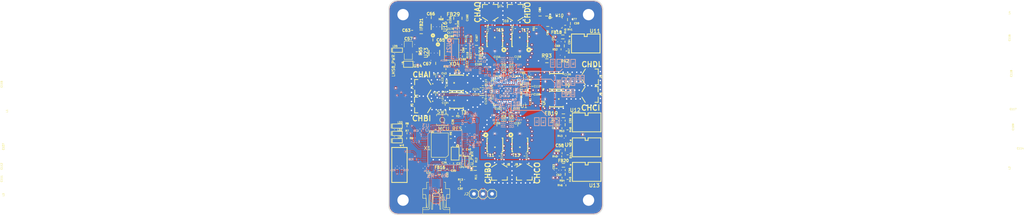
<source format=kicad_pcb>
(kicad_pcb (version 3) (host pcbnew "(2013-june-11)-stable")
  (title_block (title LMS8001_AppPCB) (rev 1v1) (company "Lime Microsystems"))
  (layers (15 F.RO signal) (2 B.RO signal hide) (1 F.FR4 signal) (0 B.FR4 signal) (18 B.Paste user) (19 F.Paste user) (20 B.SilkS user) (21 F.SilkS user) (22 B.Mask user) (23 F.Mask user) (28 Edge.Cuts user))
  (net 0 "")
  (net 1 +1.25V_PLL)
  (net 2 +1.33V)
  (net 3 +1.8V)
  (net 4 +1.8V_CLKGEN)
  (net 5 +1.8V_PLL)
  (net 6 +3.3V)
  (net 7 +3.3V_CLKGEN)
  (net 8 +3.3V_USB)
  (net 9 +5V)
  (net 10 +5VP)
  (net 11 +5V_PWR)
  (net 12 /Clocks/HFPLL_CLK)
  (net 13 /Clocks/HFPLL_CLK_LMS8)
  (net 14 /Clocks/VCXO_PWR_FILTER)
  (net 15 /Clocks/VDDO_CKBUF)
  (net 16 /Clocks/VDD_CKBUF)
  (net 17 /RF/IN_A1)
  (net 18 /RF/IN_A11)
  (net 19 /RF/IN_A12)
  (net 20 /RF/IN_A2)
  (net 21 /RF/IN_A3)
  (net 22 /RF/IN_B1)
  (net 23 /RF/IN_B11)
  (net 24 /RF/IN_B12)
  (net 25 /RF/IN_B2)
  (net 26 /RF/IN_B3)
  (net 27 /RF/IN_C1)
  (net 28 /RF/IN_C11)
  (net 29 /RF/IN_C2)
  (net 30 /RF/IN_C3)
  (net 31 /RF/IN_D1)
  (net 32 /RF/IN_D11)
  (net 33 /RF/IN_D2)
  (net 34 /RF/IN_D3)
  (net 35 /RF/OUT_A1)
  (net 36 /RF/OUT_A11)
  (net 37 /RF/OUT_A2)
  (net 38 /RF/OUT_A3)
  (net 39 /RF/OUT_A4)
  (net 40 /RF/OUT_A5)
  (net 41 /RF/OUT_B1)
  (net 42 /RF/OUT_B11)
  (net 43 /RF/OUT_B2)
  (net 44 /RF/OUT_B3)
  (net 45 /RF/OUT_B4)
  (net 46 /RF/OUT_B5)
  (net 47 /RF/OUT_C1)
  (net 48 /RF/OUT_C11)
  (net 49 /RF/OUT_C2)
  (net 50 /RF/OUT_C3)
  (net 51 /RF/OUT_C4)
  (net 52 /RF/OUT_C5)
  (net 53 /RF/OUT_D1)
  (net 54 /RF/OUT_D11)
  (net 55 /RF/OUT_D2)
  (net 56 /RF/OUT_D3)
  (net 57 /RF/OUT_D4)
  (net 58 /RF/OUT_D5)
  (net 59 /RF/VDDTX)
  (net 60 /USB_microcontroller/CORE_LDO_EN)
  (net 61 /USB_microcontroller/MCU_BOOT0)
  (net 62 /USB_microcontroller/MCU_BOOT1)
  (net 63 /USB_microcontroller/MCU_LED0)
  (net 64 /USB_microcontroller/MCU_LED1)
  (net 65 /USB_microcontroller/MCU_LED2)
  (net 66 /USB_microcontroller/MCU_RST)
  (net 67 /USB_microcontroller/RESETN)
  (net 68 /USB_microcontroller/SAEN)
  (net 69 /USB_microcontroller/SDIO)
  (net 70 /USB_microcontroller/SDO)
  (net 71 /USB_microcontroller/USB_ESD_DM)
  (net 72 /USB_microcontroller/USB_ESD_DP)
  (net 73 /USB_microcontroller/VDDA33)
  (net 74 GND)
  (net 75 N-00000106)
  (net 76 N-00000107)
  (net 77 N-0000011)
  (net 78 N-00000110)
  (net 79 N-00000111)
  (net 80 N-00000112)
  (net 81 N-00000113)
  (net 82 N-00000114)
  (net 83 N-00000116)
  (net 84 N-00000117)
  (net 85 N-00000119)
  (net 86 N-0000012)
  (net 87 N-00000120)
  (net 88 N-00000121)
  (net 89 N-00000122)
  (net 90 N-00000123)
  (net 91 N-00000124)
  (net 92 N-00000125)
  (net 93 N-00000126)
  (net 94 N-00000127)
  (net 95 N-00000128)
  (net 96 N-0000013)
  (net 97 N-00000130)
  (net 98 N-00000131)
  (net 99 N-00000133)
  (net 100 N-00000134)
  (net 101 N-00000135)
  (net 102 N-00000138)
  (net 103 N-00000139)
  (net 104 N-0000014)
  (net 105 N-00000142)
  (net 106 N-00000143)
  (net 107 N-00000147)
  (net 108 N-0000015)
  (net 109 N-00000150)
  (net 110 N-00000151)
  (net 111 N-0000016)
  (net 112 N-00000162)
  (net 113 N-00000163)
  (net 114 N-00000167)
  (net 115 N-00000168)
  (net 116 N-00000169)
  (net 117 N-0000017)
  (net 118 N-00000170)
  (net 119 N-00000171)
  (net 120 N-00000172)
  (net 121 N-00000175)
  (net 122 N-00000176)
  (net 123 N-00000177)
  (net 124 N-00000178)
  (net 125 N-00000179)
  (net 126 N-0000018)
  (net 127 N-00000180)
  (net 128 N-00000181)
  (net 129 N-00000182)
  (net 130 N-000002)
  (net 131 N-0000023)
  (net 132 N-0000026)
  (net 133 N-0000028)
  (net 134 N-0000029)
  (net 135 N-0000030)
  (net 136 N-0000031)
  (net 137 N-0000032)
  (net 138 N-0000033)
  (net 139 N-0000034)
  (net 140 N-000004)
  (net 141 N-000005)
  (net 142 N-0000054)
  (net 143 N-000006)
  (net 144 N-000007)
  (net 145 N-0000072)
  (net 146 N-0000073)
  (net 147 N-000008)
  (net 148 N-000009)
  (net 149 N-0000092)
  (net 150 N-0000093)
  (net 151 N-0000094)
  (net 152 SCLK)
  (net 153 VDD_TXA)
  (net 154 VDD_TXB)
  (net 155 VDD_TXC)
  (net 156 VDD_TXD)
  (module B3U-1000P (layer F.RO) (at 130 103.5)
    (fp_text reference SW1 (at 0.00482 -2.24036) (layer F.SilkS))
    (fp_text value MCU_RESET hide)
    (fp_text user MCU_RES (at 2.21208 2.52468) (layer F.SilkS))
    (pad 1 smd rect (at -1.7 0) (size 0.8 1.7) (layers F.RO F.Paste F.Mask) (net 74 GND))
    (pad 2 smd rect (at 1.7 0) (size 0.8 1.7) (layers F.RO F.Paste F.Mask) (net 66 /USB_microcontroller/MCU_RST))
  )
  (module VIA_600_400 (layer F.RO) (at 133.51552 109.86702 90)
    (fp_text reference Ref** hide)
    (fp_text value Val** hide)
    (pad "" thru_hole circle (at 0 0 90) (size 0.6 0.6) (drill 0.4) (layers *.Cu) (net 74 GND) (clearance 0.1))
  )
  (module VIA_600_400 (layer F.RO) (at 133.52314 108.17538 90)
    (fp_text reference Ref** hide)
    (fp_text value Val** hide)
    (pad "" thru_hole circle (at 0 0 90) (size 0.6 0.6) (drill 0.4) (layers *.Cu) (net 74 GND) (clearance 0.1))
  )
  (module VIA_600_400 (layer F.RO) (at 129.18482 114.6727 90)
    (fp_text reference Ref** hide)
    (fp_text value Val** hide)
    (pad "" thru_hole circle (at 0 0 90) (size 0.6 0.6) (drill 0.4) (layers *.Cu) (net 74 GND) (clearance 0.1))
  )
  (module VIA_600_400 (layer F.RO) (at 127.47286 114.65238 90)
    (fp_text reference Ref** hide)
    (fp_text value Val** hide)
    (pad "" thru_hole circle (at 0 0 90) (size 0.6 0.6) (drill 0.4) (layers *.Cu) (net 74 GND) (clearance 0.1))
  )
  (module VIA_600_400 (layer F.RO) (at 138.18826 117.09668 180)
    (fp_text reference Ref** hide)
    (fp_text value Val** hide)
    (pad "" thru_hole circle (at 0 0 180) (size 0.6 0.6) (drill 0.4) (layers *.Cu) (net 11 +5V_PWR) (clearance 0.1))
  )
  (module VIA_600_400 (layer F.RO) (at 116.95132 94.55672 180)
    (fp_text reference Ref** hide)
    (fp_text value Val** hide)
    (pad "" thru_hole circle (at 0 0 180) (size 0.6 0.6) (drill 0.4) (layers *.Cu) (net 11 +5V_PWR) (clearance 0.1))
  )
  (module VIA_600_400 (layer F.RO) (at 162.01176 116.0426 180)
    (fp_text reference Ref** hide)
    (fp_text value Val** hide)
    (pad "" thru_hole circle (at 0 0 180) (size 0.6 0.6) (drill 0.4) (layers *.Cu) (net 9 +5V) (clearance 0.1))
  )
  (module VIA_600_400 (layer B.FR4) (at 156.40328 79.28448 180)
    (fp_text reference Ref** hide)
    (fp_text value Val** hide)
    (pad "" thru_hole circle (at 0 0 180) (size 0.6 0.6) (drill 0.4) (layers *.Cu) (net 5 +1.8V_PLL) (clearance 0.1))
  )
  (module VIA_600_400 (layer F.RO) (at 156.96986 86.9469 180)
    (fp_text reference Ref** hide)
    (fp_text value Val** hide)
    (pad "" thru_hole circle (at 0 0 180) (size 0.6 0.6) (drill 0.4) (layers *.Cu) (net 59 /RF/VDDTX) (clearance 0.1))
  )
  (module VIA_600_400 (layer F.RO) (at 123.10658 88.1534 180)
    (fp_text reference Ref** hide)
    (fp_text value Val** hide)
    (pad "" thru_hole circle (at 0 0 180) (size 0.6 0.6) (drill 0.4) (layers *.Cu) (net 9 +5V) (clearance 0.1))
  )
  (module VIA_600_400 (layer F.RO) (at 123.88382 84.85394 180)
    (fp_text reference Ref** hide)
    (fp_text value Val** hide)
    (pad "" thru_hole circle (at 0 0 180) (size 0.6 0.6) (drill 0.4) (layers *.Cu) (net 9 +5V) (clearance 0.1))
  )
  (module VIA_600_400 (layer F.RO) (at 122.23536 80.58928 180)
    (fp_text reference Ref** hide)
    (fp_text value Val** hide)
    (pad "" thru_hole circle (at 0 0 180) (size 0.6 0.6) (drill 0.4) (layers *.Cu) (net 9 +5V) (clearance 0.1))
  )
  (module VIA_600_400 (layer F.RO) (at 161.7349 80.21336 180)
    (fp_text reference Ref** hide)
    (fp_text value Val** hide)
    (pad "" thru_hole circle (at 0 0 180) (size 0.6 0.6) (drill 0.4) (layers *.Cu) (net 9 +5V) (clearance 0.1))
  )
  (module VIA_600_400 (layer F.RO) (at 160.6808 102.33676 180)
    (fp_text reference Ref** hide)
    (fp_text value Val** hide)
    (pad "" thru_hole circle (at 0 0 180) (size 0.6 0.6) (drill 0.4) (layers *.Cu) (net 9 +5V) (clearance 0.1))
  )
  (module VIA_600_400 (layer F.RO) (at 169.35182 107.6078)
    (fp_text reference Ref** hide)
    (fp_text value Val** hide)
    (pad "" thru_hole circle (at 0 0) (size 0.6 0.6) (drill 0.4) (layers *.Cu) (net 6 +3.3V) (clearance 0.1))
  )
  (module VIA_600_400 (layer F.RO) (at 129.2102 96.45412 90)
    (fp_text reference Ref** hide)
    (fp_text value Val** hide)
    (pad "" thru_hole circle (at 0 0 90) (size 0.6 0.6) (drill 0.4) (layers *.Cu) (net 6 +3.3V) (clearance 0.1))
  )
  (module VIA_600_400 (layer F.RO) (at 129.23306 91.30046 90)
    (fp_text reference Ref** hide)
    (fp_text value Val** hide)
    (pad "" thru_hole circle (at 0 0 90) (size 0.6 0.6) (drill 0.4) (layers *.Cu) (net 6 +3.3V) (clearance 0.1))
  )
  (module VIA_600_400 (layer F.RO) (at 128.58538 97.29026 90)
    (fp_text reference Ref** hide)
    (fp_text value Val** hide)
    (pad "" thru_hole circle (at 0 0 90) (size 0.6 0.6) (drill 0.4) (layers *.Cu) (net 74 GND) (clearance 0.1))
  )
  (module VIA_600_400 (layer F.RO) (at 128.60316 92.23566 90)
    (fp_text reference Ref** hide)
    (fp_text value Val** hide)
    (pad "" thru_hole circle (at 0 0 90) (size 0.6 0.6) (drill 0.4) (layers *.Cu) (net 74 GND) (clearance 0.1))
  )
  (module VIA_600_400 (layer F.RO) (at 126.96232 92.31694 90)
    (fp_text reference Ref** hide)
    (fp_text value Val** hide)
    (pad "" thru_hole circle (at 0 0 90) (size 0.6 0.6) (drill 0.4) (layers *.Cu) (net 74 GND) (clearance 0.1))
  )
  (module VIA_600_400 (layer F.RO) (at 170.81542 93.90154 90)
    (fp_text reference Ref** hide)
    (fp_text value Val** hide)
    (pad "" thru_hole circle (at 0 0 90) (size 0.6 0.6) (drill 0.4) (layers *.Cu) (net 74 GND) (clearance 0.1))
  )
  (module VIA_600_400 (layer F.RO) (at 173.03792 93.92694 90)
    (fp_text reference Ref** hide)
    (fp_text value Val** hide)
    (pad "" thru_hole circle (at 0 0 90) (size 0.6 0.6) (drill 0.4) (layers *.Cu) (net 74 GND) (clearance 0.1))
  )
  (module VIA_600_400 (layer F.RO) (at 171.86952 93.92694 90)
    (fp_text reference Ref** hide)
    (fp_text value Val** hide)
    (pad "" thru_hole circle (at 0 0 90) (size 0.6 0.6) (drill 0.4) (layers *.Cu) (net 74 GND) (clearance 0.1))
  )
  (module VIA_600_400 (layer F.RO) (at 169.77402 93.90154 90)
    (fp_text reference Ref** hide)
    (fp_text value Val** hide)
    (pad "" thru_hole circle (at 0 0 90) (size 0.6 0.6) (drill 0.4) (layers *.Cu) (net 74 GND) (clearance 0.1))
  )
  (module VIA_600_400 (layer F.RO) (at 122.59352 96.83524 90)
    (fp_text reference Ref** hide)
    (fp_text value Val** hide)
    (pad "" thru_hole circle (at 0 0 90) (size 0.6 0.6) (drill 0.4) (layers *.Cu) (net 74 GND) (clearance 0.1))
  )
  (module VIA_600_400 (layer F.RO) (at 124.68902 96.86064 90)
    (fp_text reference Ref** hide)
    (fp_text value Val** hide)
    (pad "" thru_hole circle (at 0 0 90) (size 0.6 0.6) (drill 0.4) (layers *.Cu) (net 74 GND) (clearance 0.1))
  )
  (module VIA_600_400 (layer F.RO) (at 125.85742 96.86064 90)
    (fp_text reference Ref** hide)
    (fp_text value Val** hide)
    (pad "" thru_hole circle (at 0 0 90) (size 0.6 0.6) (drill 0.4) (layers *.Cu) (net 74 GND) (clearance 0.1))
  )
  (module VIA_600_400 (layer F.RO) (at 123.63492 96.83524 90)
    (fp_text reference Ref** hide)
    (fp_text value Val** hide)
    (pad "" thru_hole circle (at 0 0 90) (size 0.6 0.6) (drill 0.4) (layers *.Cu) (net 74 GND) (clearance 0.1))
  )
  (module VIA_600_400 (layer F.RO) (at 140.56004 71.7247)
    (fp_text reference Ref** hide)
    (fp_text value Val** hide)
    (pad "" thru_hole circle (at 0 0) (size 0.6 0.6) (drill 0.4) (layers *.Cu) (net 74 GND) (clearance 0.1))
  )
  (module VIA_600_400 (layer F.RO) (at 140.55242 72.9185)
    (fp_text reference Ref** hide)
    (fp_text value Val** hide)
    (pad "" thru_hole circle (at 0 0) (size 0.6 0.6) (drill 0.4) (layers *.Cu) (net 74 GND) (clearance 0.1))
  )
  (module VIA_600_400 (layer F.RO) (at 140.55242 74.1631)
    (fp_text reference Ref** hide)
    (fp_text value Val** hide)
    (pad "" thru_hole circle (at 0 0) (size 0.6 0.6) (drill 0.4) (layers *.Cu) (net 74 GND) (clearance 0.1))
  )
  (module VIA_600_400 (layer F.RO) (at 153.16014 72.0263)
    (fp_text reference Ref** hide)
    (fp_text value Val** hide)
    (pad "" thru_hole circle (at 0 0) (size 0.6 0.6) (drill 0.4) (layers *.Cu) (net 74 GND) (clearance 0.1))
  )
  (module VIA_600_400 (layer F.RO) (at 153.15252 73.2201)
    (fp_text reference Ref** hide)
    (fp_text value Val** hide)
    (pad "" thru_hole circle (at 0 0) (size 0.6 0.6) (drill 0.4) (layers *.Cu) (net 74 GND) (clearance 0.1))
  )
  (module VIA_600_400 (layer F.RO) (at 153.15252 74.4647)
    (fp_text reference Ref** hide)
    (fp_text value Val** hide)
    (pad "" thru_hole circle (at 0 0) (size 0.6 0.6) (drill 0.4) (layers *.Cu) (net 74 GND) (clearance 0.1))
  )
  (module VIA_600_400 (layer F.RO) (at 140.7 70.7 90)
    (fp_text reference Ref** hide)
    (fp_text value Val** hide)
    (pad "" thru_hole circle (at 0 0 90) (size 0.6 0.6) (drill 0.4) (layers *.Cu) (net 74 GND) (clearance 0.1))
  )
  (module VIA_600_400 (layer F.RO) (at 141.88228 70.73258 90)
    (fp_text reference Ref** hide)
    (fp_text value Val** hide)
    (pad "" thru_hole circle (at 0 0 90) (size 0.6 0.6) (drill 0.4) (layers *.Cu) (net 74 GND) (clearance 0.1))
  )
  (module VIA_600_400 (layer F.RO) (at 143.12688 70.73258 90)
    (fp_text reference Ref** hide)
    (fp_text value Val** hide)
    (pad "" thru_hole circle (at 0 0 90) (size 0.6 0.6) (drill 0.4) (layers *.Cu) (net 74 GND) (clearance 0.1))
  )
  (module VIA_600_400 (layer F.RO) (at 144.39688 70.73258 90)
    (fp_text reference Ref** hide)
    (fp_text value Val** hide)
    (pad "" thru_hole circle (at 0 0 90) (size 0.6 0.6) (drill 0.4) (layers *.Cu) (net 74 GND) (clearance 0.1))
  )
  (module VIA_600_400 (layer F.RO) (at 146.93688 70.73258 90)
    (fp_text reference Ref** hide)
    (fp_text value Val** hide)
    (pad "" thru_hole circle (at 0 0 90) (size 0.6 0.6) (drill 0.4) (layers *.Cu) (net 74 GND) (clearance 0.1))
  )
  (module VIA_600_400 (layer F.RO) (at 145.66688 70.73258 90)
    (fp_text reference Ref** hide)
    (fp_text value Val** hide)
    (pad "" thru_hole circle (at 0 0 90) (size 0.6 0.6) (drill 0.4) (layers *.Cu) (net 74 GND) (clearance 0.1))
  )
  (module VIA_600_400 (layer F.RO) (at 150.5767 70.65384 90)
    (fp_text reference Ref** hide)
    (fp_text value Val** hide)
    (pad "" thru_hole circle (at 0 0 90) (size 0.6 0.6) (drill 0.4) (layers *.Cu) (net 74 GND) (clearance 0.1))
  )
  (module VIA_600_400 (layer F.RO) (at 151.9 70.7 90)
    (fp_text reference Ref** hide)
    (fp_text value Val** hide)
    (pad "" thru_hole circle (at 0 0 90) (size 0.6 0.6) (drill 0.4) (layers *.Cu) (net 74 GND) (clearance 0.1))
  )
  (module VIA_600_400 (layer F.RO) (at 153 71 90)
    (fp_text reference Ref** hide)
    (fp_text value Val** hide)
    (pad "" thru_hole circle (at 0 0 90) (size 0.6 0.6) (drill 0.4) (layers *.Cu) (net 74 GND) (clearance 0.1))
  )
  (module VIA_600_400 (layer F.RO) (at 146.98342 74.1885)
    (fp_text reference Ref** hide)
    (fp_text value Val** hide)
    (pad "" thru_hole circle (at 0 0) (size 0.6 0.6) (drill 0.4) (layers *.Cu) (net 74 GND) (clearance 0.1))
  )
  (module VIA_600_400 (layer F.RO) (at 146.98342 72.9439)
    (fp_text reference Ref** hide)
    (fp_text value Val** hide)
    (pad "" thru_hole circle (at 0 0) (size 0.6 0.6) (drill 0.4) (layers *.Cu) (net 74 GND) (clearance 0.1))
  )
  (module VIA_600_400 (layer F.RO) (at 146.99104 71.7501)
    (fp_text reference Ref** hide)
    (fp_text value Val** hide)
    (pad "" thru_hole circle (at 0 0) (size 0.6 0.6) (drill 0.4) (layers *.Cu) (net 74 GND) (clearance 0.1))
  )
  (module VIA_600_400 (layer F.RO) (at 148.18148 70.70718 90)
    (fp_text reference Ref** hide)
    (fp_text value Val** hide)
    (pad "" thru_hole circle (at 0 0 90) (size 0.6 0.6) (drill 0.4) (layers *.Cu) (net 74 GND) (clearance 0.1))
  )
  (module VIA_600_400 (layer F.RO) (at 149.45148 70.70718 90)
    (fp_text reference Ref** hide)
    (fp_text value Val** hide)
    (pad "" thru_hole circle (at 0 0 90) (size 0.6 0.6) (drill 0.4) (layers *.Cu) (net 74 GND) (clearance 0.1))
  )
  (module VIA_600_400 (layer F.RO) (at 147.00882 75.4077)
    (fp_text reference Ref** hide)
    (fp_text value Val** hide)
    (pad "" thru_hole circle (at 0 0) (size 0.6 0.6) (drill 0.4) (layers *.Cu) (net 74 GND) (clearance 0.1))
  )
  (module VIA_600_400 (layer F.RO) (at 147.00882 76.6523)
    (fp_text reference Ref** hide)
    (fp_text value Val** hide)
    (pad "" thru_hole circle (at 0 0) (size 0.6 0.6) (drill 0.4) (layers *.Cu) (net 74 GND) (clearance 0.1))
  )
  (module VIA_600_400 (layer F.RO) (at 144.72452 75.75312)
    (fp_text reference Ref** hide)
    (fp_text value Val** hide)
    (pad "" thru_hole circle (at 0 0) (size 0.6 0.6) (drill 0.4) (layers *.Cu) (net 74 GND) (clearance 0.1))
  )
  (module VIA_600_400 (layer F.RO) (at 142.04228 75.89028)
    (fp_text reference Ref** hide)
    (fp_text value Val** hide)
    (pad "" thru_hole circle (at 0 0) (size 0.6 0.6) (drill 0.4) (layers *.Cu) (net 74 GND) (clearance 0.1))
  )
  (module VIA_600_400 (layer B.FR4) (at 151.7654 76.14174 180)
    (fp_text reference Ref** hide)
    (fp_text value Val** hide)
    (pad "" thru_hole circle (at 0 0 180) (size 0.6 0.6) (drill 0.4) (layers *.Cu) (net 74 GND) (clearance 0.1))
  )
  (module VIA_600_400 (layer F.RO) (at 149.18984 75.8979)
    (fp_text reference Ref** hide)
    (fp_text value Val** hide)
    (pad "" thru_hole circle (at 0 0) (size 0.6 0.6) (drill 0.4) (layers *.Cu) (net 74 GND) (clearance 0.1))
  )
  (module VIA_600_400 (layer F.RO) (at 152.7 75.5)
    (fp_text reference Ref** hide)
    (fp_text value Val** hide)
    (pad "" thru_hole circle (at 0 0) (size 0.6 0.6) (drill 0.4) (layers *.Cu) (net 74 GND) (clearance 0.1))
  )
  (module VIA_600_400 (layer F.RO) (at 140.9 75.4)
    (fp_text reference Ref** hide)
    (fp_text value Val** hide)
    (pad "" thru_hole circle (at 0 0) (size 0.6 0.6) (drill 0.4) (layers *.Cu) (net 74 GND) (clearance 0.1))
  )
  (module VIA_600_400 (layer F.RO) (at 155.88248 116.2571 180)
    (fp_text reference Ref** hide)
    (fp_text value Val** hide)
    (pad "" thru_hole circle (at 0 0 180) (size 0.6 0.6) (drill 0.4) (layers *.Cu) (net 74 GND) (clearance 0.1))
  )
  (module VIA_600_400 (layer F.RO) (at 143.19074 116.4439 180)
    (fp_text reference Ref** hide)
    (fp_text value Val** hide)
    (pad "" thru_hole circle (at 0 0 180) (size 0.6 0.6) (drill 0.4) (layers *.Cu) (net 74 GND) (clearance 0.1))
  )
  (module VIA_600_400 (layer F.RO) (at 147.28424 115.73016 180)
    (fp_text reference Ref** hide)
    (fp_text value Val** hide)
    (pad "" thru_hole circle (at 0 0 180) (size 0.6 0.6) (drill 0.4) (layers *.Cu) (net 74 GND) (clearance 0.1))
  )
  (module VIA_600_400 (layer B.FR4) (at 144.67826 115.49196)
    (fp_text reference Ref** hide)
    (fp_text value Val** hide)
    (pad "" thru_hole circle (at 0 0) (size 0.6 0.6) (drill 0.4) (layers *.Cu) (net 74 GND) (clearance 0.1))
  )
  (module VIA_600_400 (layer F.RO) (at 154.2708 115.66556 180)
    (fp_text reference Ref** hide)
    (fp_text value Val** hide)
    (pad "" thru_hole circle (at 0 0 180) (size 0.6 0.6) (drill 0.4) (layers *.Cu) (net 74 GND) (clearance 0.1))
  )
  (module VIA_600_400 (layer F.RO) (at 151.76232 115.83232 180)
    (fp_text reference Ref** hide)
    (fp_text value Val** hide)
    (pad "" thru_hole circle (at 0 0 180) (size 0.6 0.6) (drill 0.4) (layers *.Cu) (net 74 GND) (clearance 0.1))
  )
  (module VIA_600_400 (layer F.RO) (at 149.52428 115.3136 180)
    (fp_text reference Ref** hide)
    (fp_text value Val** hide)
    (pad "" thru_hole circle (at 0 0 180) (size 0.6 0.6) (drill 0.4) (layers *.Cu) (net 74 GND) (clearance 0.1))
  )
  (module VIA_600_400 (layer F.RO) (at 149.52428 116.5582 180)
    (fp_text reference Ref** hide)
    (fp_text value Val** hide)
    (pad "" thru_hole circle (at 0 0 180) (size 0.6 0.6) (drill 0.4) (layers *.Cu) (net 74 GND) (clearance 0.1))
  )
  (module VIA_600_400 (layer F.RO) (at 146.9994 121.20096 270)
    (fp_text reference Ref** hide)
    (fp_text value Val** hide)
    (pad "" thru_hole circle (at 0 0 270) (size 0.6 0.6) (drill 0.4) (layers *.Cu) (net 74 GND) (clearance 0.1))
  )
  (module VIA_600_400 (layer F.RO) (at 148.2694 121.20096 270)
    (fp_text reference Ref** hide)
    (fp_text value Val** hide)
    (pad "" thru_hole circle (at 0 0 270) (size 0.6 0.6) (drill 0.4) (layers *.Cu) (net 74 GND) (clearance 0.1))
  )
  (module VIA_600_400 (layer F.RO) (at 149.54206 120.2158 180)
    (fp_text reference Ref** hide)
    (fp_text value Val** hide)
    (pad "" thru_hole circle (at 0 0 180) (size 0.6 0.6) (drill 0.4) (layers *.Cu) (net 74 GND) (clearance 0.1))
  )
  (module VIA_600_400 (layer F.RO) (at 149.54968 119.022 180)
    (fp_text reference Ref** hide)
    (fp_text value Val** hide)
    (pad "" thru_hole circle (at 0 0 180) (size 0.6 0.6) (drill 0.4) (layers *.Cu) (net 74 GND) (clearance 0.1))
  )
  (module VIA_600_400 (layer F.RO) (at 149.54968 117.7774 180)
    (fp_text reference Ref** hide)
    (fp_text value Val** hide)
    (pad "" thru_hole circle (at 0 0 180) (size 0.6 0.6) (drill 0.4) (layers *.Cu) (net 74 GND) (clearance 0.1))
  )
  (module VIA_600_400 (layer F.RO) (at 143.5 121.1 270)
    (fp_text reference Ref** hide)
    (fp_text value Val** hide)
    (pad "" thru_hole circle (at 0 0 270) (size 0.6 0.6) (drill 0.4) (layers *.Cu) (net 74 GND) (clearance 0.1))
  )
  (module VIA_600_400 (layer F.RO) (at 144.63212 121.13746 270)
    (fp_text reference Ref** hide)
    (fp_text value Val** hide)
    (pad "" thru_hole circle (at 0 0 270) (size 0.6 0.6) (drill 0.4) (layers *.Cu) (net 74 GND) (clearance 0.1))
  )
  (module VIA_600_400 (layer F.RO) (at 145.8564 121.11206 270)
    (fp_text reference Ref** hide)
    (fp_text value Val** hide)
    (pad "" thru_hole circle (at 0 0 270) (size 0.6 0.6) (drill 0.4) (layers *.Cu) (net 74 GND) (clearance 0.1))
  )
  (module VIA_600_400 (layer F.RO) (at 150.784 121.17556 270)
    (fp_text reference Ref** hide)
    (fp_text value Val** hide)
    (pad "" thru_hole circle (at 0 0 270) (size 0.6 0.6) (drill 0.4) (layers *.Cu) (net 74 GND) (clearance 0.1))
  )
  (module VIA_600_400 (layer F.RO) (at 149.514 121.17556 270)
    (fp_text reference Ref** hide)
    (fp_text value Val** hide)
    (pad "" thru_hole circle (at 0 0 270) (size 0.6 0.6) (drill 0.4) (layers *.Cu) (net 74 GND) (clearance 0.1))
  )
  (module VIA_600_400 (layer F.RO) (at 152.054 121.17556 270)
    (fp_text reference Ref** hide)
    (fp_text value Val** hide)
    (pad "" thru_hole circle (at 0 0 270) (size 0.6 0.6) (drill 0.4) (layers *.Cu) (net 74 GND) (clearance 0.1))
  )
  (module VIA_600_400 (layer F.RO) (at 153.324 121.17556 270)
    (fp_text reference Ref** hide)
    (fp_text value Val** hide)
    (pad "" thru_hole circle (at 0 0 270) (size 0.6 0.6) (drill 0.4) (layers *.Cu) (net 74 GND) (clearance 0.1))
  )
  (module VIA_600_400 (layer F.RO) (at 154.5686 121.17556 270)
    (fp_text reference Ref** hide)
    (fp_text value Val** hide)
    (pad "" thru_hole circle (at 0 0 270) (size 0.6 0.6) (drill 0.4) (layers *.Cu) (net 74 GND) (clearance 0.1))
  )
  (module VIA_600_400 (layer F.RO) (at 155.7 121.1 270)
    (fp_text reference Ref** hide)
    (fp_text value Val** hide)
    (pad "" thru_hole circle (at 0 0 270) (size 0.6 0.6) (drill 0.4) (layers *.Cu) (net 74 GND) (clearance 0.1))
  )
  (module VIA_600_400 (layer F.RO) (at 143.18058 117.7012 180)
    (fp_text reference Ref** hide)
    (fp_text value Val** hide)
    (pad "" thru_hole circle (at 0 0 180) (size 0.6 0.6) (drill 0.4) (layers *.Cu) (net 74 GND) (clearance 0.1))
  )
  (module VIA_600_400 (layer F.RO) (at 143.18058 118.9458 180)
    (fp_text reference Ref** hide)
    (fp_text value Val** hide)
    (pad "" thru_hole circle (at 0 0 180) (size 0.6 0.6) (drill 0.4) (layers *.Cu) (net 74 GND) (clearance 0.1))
  )
  (module VIA_600_400 (layer F.RO) (at 143.17296 120.1396 180)
    (fp_text reference Ref** hide)
    (fp_text value Val** hide)
    (pad "" thru_hole circle (at 0 0 180) (size 0.6 0.6) (drill 0.4) (layers *.Cu) (net 74 GND) (clearance 0.1))
  )
  (module VIA_600_400 (layer F.RO) (at 155.88068 117.5028 180)
    (fp_text reference Ref** hide)
    (fp_text value Val** hide)
    (pad "" thru_hole circle (at 0 0 180) (size 0.6 0.6) (drill 0.4) (layers *.Cu) (net 74 GND) (clearance 0.1))
  )
  (module VIA_600_400 (layer F.RO) (at 155.88068 118.7474 180)
    (fp_text reference Ref** hide)
    (fp_text value Val** hide)
    (pad "" thru_hole circle (at 0 0 180) (size 0.6 0.6) (drill 0.4) (layers *.Cu) (net 74 GND) (clearance 0.1))
  )
  (module VIA_600_400 (layer F.RO) (at 155.9 120 180)
    (fp_text reference Ref** hide)
    (fp_text value Val** hide)
    (pad "" thru_hole circle (at 0 0 180) (size 0.6 0.6) (drill 0.4) (layers *.Cu) (net 74 GND) (clearance 0.1))
  )
  (module VIA_600_400 (layer F.RO) (at 174.32271 98.77443)
    (fp_text reference Ref** hide)
    (fp_text value Val** hide)
    (pad "" thru_hole circle (at 0 0) (size 0.6 0.6) (drill 0.4) (layers *.Cu) (net 74 GND) (clearance 0.1))
  )
  (module VIA_600_400 (layer F.RO) (at 174.32271 97.50443)
    (fp_text reference Ref** hide)
    (fp_text value Val** hide)
    (pad "" thru_hole circle (at 0 0) (size 0.6 0.6) (drill 0.4) (layers *.Cu) (net 74 GND) (clearance 0.1))
  )
  (module VIA_600_400 (layer F.RO) (at 174.29731 96.28015)
    (fp_text reference Ref** hide)
    (fp_text value Val** hide)
    (pad "" thru_hole circle (at 0 0) (size 0.6 0.6) (drill 0.4) (layers *.Cu) (net 74 GND) (clearance 0.1))
  )
  (module VIA_600_400 (layer F.RO) (at 174.29731 93.74015)
    (fp_text reference Ref** hide)
    (fp_text value Val** hide)
    (pad "" thru_hole circle (at 0 0) (size 0.6 0.6) (drill 0.4) (layers *.Cu) (net 74 GND) (clearance 0.1))
  )
  (module VIA_600_400 (layer F.RO) (at 174.29731 95.01015)
    (fp_text reference Ref** hide)
    (fp_text value Val** hide)
    (pad "" thru_hole circle (at 0 0) (size 0.6 0.6) (drill 0.4) (layers *.Cu) (net 74 GND) (clearance 0.1))
  )
  (module VIA_600_400 (layer F.RO) (at 174.29731 92.47015)
    (fp_text reference Ref** hide)
    (fp_text value Val** hide)
    (pad "" thru_hole circle (at 0 0) (size 0.6 0.6) (drill 0.4) (layers *.Cu) (net 74 GND) (clearance 0.1))
  )
  (module VIA_600_400 (layer F.RO) (at 174.29731 91.20015)
    (fp_text reference Ref** hide)
    (fp_text value Val** hide)
    (pad "" thru_hole circle (at 0 0) (size 0.6 0.6) (drill 0.4) (layers *.Cu) (net 74 GND) (clearance 0.1))
  )
  (module VIA_600_400 (layer F.RO) (at 174.29731 89.95555)
    (fp_text reference Ref** hide)
    (fp_text value Val** hide)
    (pad "" thru_hole circle (at 0 0) (size 0.6 0.6) (drill 0.4) (layers *.Cu) (net 74 GND) (clearance 0.1))
  )
  (module VIA_600_400 (layer F.RO) (at 174.25413 88.53315)
    (fp_text reference Ref** hide)
    (fp_text value Val** hide)
    (pad "" thru_hole circle (at 0 0) (size 0.6 0.6) (drill 0.4) (layers *.Cu) (net 74 GND) (clearance 0.1))
  )
  (module VIA_600_400 (layer F.RO) (at 170.48645 99.45597 270)
    (fp_text reference Ref** hide)
    (fp_text value Val** hide)
    (pad "" thru_hole circle (at 0 0 270) (size 0.6 0.6) (drill 0.4) (layers *.Cu) (net 74 GND) (clearance 0.1))
  )
  (module VIA_600_400 (layer F.RO) (at 171.73105 99.45597 270)
    (fp_text reference Ref** hide)
    (fp_text value Val** hide)
    (pad "" thru_hole circle (at 0 0 270) (size 0.6 0.6) (drill 0.4) (layers *.Cu) (net 74 GND) (clearance 0.1))
  )
  (module VIA_600_400 (layer F.RO) (at 172.92485 99.46359 270)
    (fp_text reference Ref** hide)
    (fp_text value Val** hide)
    (pad "" thru_hole circle (at 0 0 270) (size 0.6 0.6) (drill 0.4) (layers *.Cu) (net 74 GND) (clearance 0.1))
  )
  (module VIA_600_400 (layer F.RO) (at 170.29595 88.41967 270)
    (fp_text reference Ref** hide)
    (fp_text value Val** hide)
    (pad "" thru_hole circle (at 0 0 270) (size 0.6 0.6) (drill 0.4) (layers *.Cu) (net 74 GND) (clearance 0.1))
  )
  (module VIA_600_400 (layer F.RO) (at 171.54055 88.41967 270)
    (fp_text reference Ref** hide)
    (fp_text value Val** hide)
    (pad "" thru_hole circle (at 0 0 270) (size 0.6 0.6) (drill 0.4) (layers *.Cu) (net 74 GND) (clearance 0.1))
  )
  (module VIA_600_400 (layer F.RO) (at 172.73435 88.42729 270)
    (fp_text reference Ref** hide)
    (fp_text value Val** hide)
    (pad "" thru_hole circle (at 0 0 270) (size 0.6 0.6) (drill 0.4) (layers *.Cu) (net 74 GND) (clearance 0.1))
  )
  (module VIA_600_400 (layer F.RO) (at 121.34806 92.0345 180)
    (fp_text reference Ref** hide)
    (fp_text value Val** hide)
    (pad "" thru_hole circle (at 0 0 180) (size 0.6 0.6) (drill 0.4) (layers *.Cu) (net 74 GND) (clearance 0.1))
  )
  (module VIA_600_400 (layer F.RO) (at 121.34806 93.3045 180)
    (fp_text reference Ref** hide)
    (fp_text value Val** hide)
    (pad "" thru_hole circle (at 0 0 180) (size 0.6 0.6) (drill 0.4) (layers *.Cu) (net 74 GND) (clearance 0.1))
  )
  (module VIA_600_400 (layer F.RO) (at 121.37346 94.52878 180)
    (fp_text reference Ref** hide)
    (fp_text value Val** hide)
    (pad "" thru_hole circle (at 0 0 180) (size 0.6 0.6) (drill 0.4) (layers *.Cu) (net 74 GND) (clearance 0.1))
  )
  (module VIA_600_400 (layer F.RO) (at 121.37346 97.06878 180)
    (fp_text reference Ref** hide)
    (fp_text value Val** hide)
    (pad "" thru_hole circle (at 0 0 180) (size 0.6 0.6) (drill 0.4) (layers *.Cu) (net 74 GND) (clearance 0.1))
  )
  (module VIA_600_400 (layer F.RO) (at 121.37346 95.79878 180)
    (fp_text reference Ref** hide)
    (fp_text value Val** hide)
    (pad "" thru_hole circle (at 0 0 180) (size 0.6 0.6) (drill 0.4) (layers *.Cu) (net 74 GND) (clearance 0.1))
  )
  (module VIA_600_400 (layer F.RO) (at 121.37346 98.33878 180)
    (fp_text reference Ref** hide)
    (fp_text value Val** hide)
    (pad "" thru_hole circle (at 0 0 180) (size 0.6 0.6) (drill 0.4) (layers *.Cu) (net 74 GND) (clearance 0.1))
  )
  (module VIA_600_400 (layer F.RO) (at 121.37346 99.60878 180)
    (fp_text reference Ref** hide)
    (fp_text value Val** hide)
    (pad "" thru_hole circle (at 0 0 180) (size 0.6 0.6) (drill 0.4) (layers *.Cu) (net 74 GND) (clearance 0.1))
  )
  (module VIA_600_400 (layer F.RO) (at 121.37346 100.85338 180)
    (fp_text reference Ref** hide)
    (fp_text value Val** hide)
    (pad "" thru_hole circle (at 0 0 180) (size 0.6 0.6) (drill 0.4) (layers *.Cu) (net 74 GND) (clearance 0.1))
  )
  (module VIA_600_400 (layer F.RO) (at 121.41664 102.27578 180)
    (fp_text reference Ref** hide)
    (fp_text value Val** hide)
    (pad "" thru_hole circle (at 0 0 180) (size 0.6 0.6) (drill 0.4) (layers *.Cu) (net 74 GND) (clearance 0.1))
  )
  (module VIA_600_400 (layer F.RO) (at 125.18432 91.35296 90)
    (fp_text reference Ref** hide)
    (fp_text value Val** hide)
    (pad "" thru_hole circle (at 0 0 90) (size 0.6 0.6) (drill 0.4) (layers *.Cu) (net 74 GND) (clearance 0.1))
  )
  (module VIA_600_400 (layer F.RO) (at 123.93972 91.35296 90)
    (fp_text reference Ref** hide)
    (fp_text value Val** hide)
    (pad "" thru_hole circle (at 0 0 90) (size 0.6 0.6) (drill 0.4) (layers *.Cu) (net 74 GND) (clearance 0.1))
  )
  (module VIA_600_400 (layer F.RO) (at 122.74592 91.34534 90)
    (fp_text reference Ref** hide)
    (fp_text value Val** hide)
    (pad "" thru_hole circle (at 0 0 90) (size 0.6 0.6) (drill 0.4) (layers *.Cu) (net 74 GND) (clearance 0.1))
  )
  (module VIA_600_400 (layer F.RO) (at 125.37482 102.38926 90)
    (fp_text reference Ref** hide)
    (fp_text value Val** hide)
    (pad "" thru_hole circle (at 0 0 90) (size 0.6 0.6) (drill 0.4) (layers *.Cu) (net 74 GND) (clearance 0.1))
  )
  (module VIA_600_400 (layer F.RO) (at 124.13022 102.38926 90)
    (fp_text reference Ref** hide)
    (fp_text value Val** hide)
    (pad "" thru_hole circle (at 0 0 90) (size 0.6 0.6) (drill 0.4) (layers *.Cu) (net 74 GND) (clearance 0.1))
  )
  (module VIA_600_400 (layer F.RO) (at 122.93642 102.38164 90)
    (fp_text reference Ref** hide)
    (fp_text value Val** hide)
    (pad "" thru_hole circle (at 0 0 90) (size 0.6 0.6) (drill 0.4) (layers *.Cu) (net 74 GND) (clearance 0.1))
  )
  (module VIA_600_400 (layer F.RO) (at 126.97502 96.35264 90)
    (fp_text reference Ref** hide)
    (fp_text value Val** hide)
    (pad "" thru_hole circle (at 0 0 90) (size 0.6 0.6) (drill 0.4) (layers *.Cu) (net 74 GND) (clearance 0.1))
  )
  (module VIA_600_400 (layer F.RO) (at 127.11472 100.61634 90)
    (fp_text reference Ref** hide)
    (fp_text value Val** hide)
    (pad "" thru_hole circle (at 0 0 90) (size 0.6 0.6) (drill 0.4) (layers *.Cu) (net 74 GND) (clearance 0.1))
  )
  (module VIA_600_400 (layer F.RO) (at 128.30852 100.62396 90)
    (fp_text reference Ref** hide)
    (fp_text value Val** hide)
    (pad "" thru_hole circle (at 0 0 90) (size 0.6 0.6) (drill 0.4) (layers *.Cu) (net 74 GND) (clearance 0.1))
  )
  (module VIA_600_400 (layer F.RO) (at 126.96738 97.4625 90)
    (fp_text reference Ref** hide)
    (fp_text value Val** hide)
    (pad "" thru_hole circle (at 0 0 90) (size 0.6 0.6) (drill 0.4) (layers *.Cu) (net 74 GND) (clearance 0.1))
  )
  (module VIA_600_400 (layer F.RO) (at 127.62272 90.31034 90)
    (fp_text reference Ref** hide)
    (fp_text value Val** hide)
    (pad "" thru_hole circle (at 0 0 90) (size 0.6 0.6) (drill 0.4) (layers *.Cu) (net 74 GND) (clearance 0.1))
  )
  (module VIA_600_400 (layer F.RO) (at 127.88942 95.56306 90)
    (fp_text reference Ref** hide)
    (fp_text value Val** hide)
    (pad "" thru_hole circle (at 0 0 90) (size 0.6 0.6) (drill 0.4) (layers *.Cu) (net 74 GND) (clearance 0.1))
  )
  (module VIA_600_400 (layer F.RO) (at 129.0629 95.58084 90)
    (fp_text reference Ref** hide)
    (fp_text value Val** hide)
    (pad "" thru_hole circle (at 0 0 90) (size 0.6 0.6) (drill 0.4) (layers *.Cu) (net 74 GND) (clearance 0.1))
  )
  (module VIA_600_400 (layer F.RO) (at 128.7962 90.32812 90)
    (fp_text reference Ref** hide)
    (fp_text value Val** hide)
    (pad "" thru_hole circle (at 0 0 90) (size 0.6 0.6) (drill 0.4) (layers *.Cu) (net 74 GND) (clearance 0.1))
  )
  (module VIA_600_400 (layer F.RO) (at 168.67054 97.62058 270)
    (fp_text reference Ref** hide)
    (fp_text value Val** hide)
    (pad "" thru_hole circle (at 0 0 270) (size 0.6 0.6) (drill 0.4) (layers *.Cu) (net 74 GND) (clearance 0.1))
  )
  (module VIA_600_400 (layer F.RO) (at 168.39368 95.17202 270)
    (fp_text reference Ref** hide)
    (fp_text value Val** hide)
    (pad "" thru_hole circle (at 0 0 270) (size 0.6 0.6) (drill 0.4) (layers *.Cu) (net 74 GND) (clearance 0.1))
  )
  (module VIA_600_400 (layer F.RO) (at 168.88136 92.7162 270)
    (fp_text reference Ref** hide)
    (fp_text value Val** hide)
    (pad "" thru_hole circle (at 0 0 270) (size 0.6 0.6) (drill 0.4) (layers *.Cu) (net 74 GND) (clearance 0.1))
  )
  (module VIA_600_400 (layer F.RO) (at 168.88136 90.1416 270)
    (fp_text reference Ref** hide)
    (fp_text value Val** hide)
    (pad "" thru_hole circle (at 0 0 270) (size 0.6 0.6) (drill 0.4) (layers *.Cu) (net 74 GND) (clearance 0.1))
  )
  (module TL_I (layer F.RO) (at 130.35578 99.26262 270)
    (fp_text reference VAL hide)
    (fp_text value REF hide)
    (fp_poly (pts (xy -0.6096 0.34798) (xy -0.97028 0.34798) (xy -1.32842 0.34798) (xy -1.32842 0.00508) (xy -1.32842 -0.33782) (xy -0.97028 -0.33782) (xy -0.6096 -0.33782) (xy -0.6096 0.00508) (xy -0.6096 0.34798) (xy -0.6096 0.34798)) (layer F.RO) (width 0.00254))
    (fp_poly (pts (xy 0.4318 0.34798) (xy 0.0381 0.34798) (xy -0.3556 0.34798) (xy -0.3556 0.00508) (xy -0.3556 -0.33782) (xy 0.0381 -0.33782) (xy 0.4318 -0.33782) (xy 0.4318 0.00508) (xy 0.4318 0.34798) (xy 0.4318 0.34798)) (layer F.RO) (width 0.00254))
    (fp_poly (pts (xy 1.33858 0.34798) (xy 1.01092 0.34798) (xy 0.6858 0.34798) (xy 0.6858 0.00508) (xy 0.6858 -0.33782) (xy 1.01092 -0.33782) (xy 1.33858 -0.33782) (xy 1.33858 0.00508) (xy 1.33858 0.34798) (xy 1.33858 0.34798)) (layer F.RO) (width 0.00254))
  )
  (module TL_I (layer F.RO) (at 130.38368 94.34592 270)
    (fp_text reference VAL hide)
    (fp_text value REF hide)
    (fp_poly (pts (xy -0.6096 0.34798) (xy -0.97028 0.34798) (xy -1.32842 0.34798) (xy -1.32842 0.00508) (xy -1.32842 -0.33782) (xy -0.97028 -0.33782) (xy -0.6096 -0.33782) (xy -0.6096 0.00508) (xy -0.6096 0.34798) (xy -0.6096 0.34798)) (layer F.RO) (width 0.00254))
    (fp_poly (pts (xy 0.4318 0.34798) (xy 0.0381 0.34798) (xy -0.3556 0.34798) (xy -0.3556 0.00508) (xy -0.3556 -0.33782) (xy 0.0381 -0.33782) (xy 0.4318 -0.33782) (xy 0.4318 0.00508) (xy 0.4318 0.34798) (xy 0.4318 0.34798)) (layer F.RO) (width 0.00254))
    (fp_poly (pts (xy 1.33858 0.34798) (xy 1.01092 0.34798) (xy 0.6858 0.34798) (xy 0.6858 0.00508) (xy 0.6858 -0.33782) (xy 1.01092 -0.33782) (xy 1.33858 -0.33782) (xy 1.33858 0.00508) (xy 1.33858 0.34798) (xy 1.33858 0.34798)) (layer F.RO) (width 0.00254))
  )
  (module TL_I (layer F.RO) (at 165.62458 91.42672 270)
    (fp_text reference VAL hide)
    (fp_text value REF hide)
    (fp_poly (pts (xy -0.6096 0.34798) (xy -0.97028 0.34798) (xy -1.32842 0.34798) (xy -1.32842 0.00508) (xy -1.32842 -0.33782) (xy -0.97028 -0.33782) (xy -0.6096 -0.33782) (xy -0.6096 0.00508) (xy -0.6096 0.34798) (xy -0.6096 0.34798)) (layer F.RO) (width 0.00254))
    (fp_poly (pts (xy 0.4318 0.34798) (xy 0.0381 0.34798) (xy -0.3556 0.34798) (xy -0.3556 0.00508) (xy -0.3556 -0.33782) (xy 0.0381 -0.33782) (xy 0.4318 -0.33782) (xy 0.4318 0.00508) (xy 0.4318 0.34798) (xy 0.4318 0.34798)) (layer F.RO) (width 0.00254))
    (fp_poly (pts (xy 1.33858 0.34798) (xy 1.01092 0.34798) (xy 0.6858 0.34798) (xy 0.6858 0.00508) (xy 0.6858 -0.33782) (xy 1.01092 -0.33782) (xy 1.33858 -0.33782) (xy 1.33858 0.00508) (xy 1.33858 0.34798) (xy 1.33858 0.34798)) (layer F.RO) (width 0.00254))
  )
  (module TL_I (layer F.RO) (at 165.59918 96.35432 270)
    (fp_text reference VAL hide)
    (fp_text value REF hide)
    (fp_poly (pts (xy -0.6096 0.34798) (xy -0.97028 0.34798) (xy -1.32842 0.34798) (xy -1.32842 0.00508) (xy -1.32842 -0.33782) (xy -0.97028 -0.33782) (xy -0.6096 -0.33782) (xy -0.6096 0.00508) (xy -0.6096 0.34798) (xy -0.6096 0.34798)) (layer F.RO) (width 0.00254))
    (fp_poly (pts (xy 0.4318 0.34798) (xy 0.0381 0.34798) (xy -0.3556 0.34798) (xy -0.3556 0.00508) (xy -0.3556 -0.33782) (xy 0.0381 -0.33782) (xy 0.4318 -0.33782) (xy 0.4318 0.00508) (xy 0.4318 0.34798) (xy 0.4318 0.34798)) (layer F.RO) (width 0.00254))
    (fp_poly (pts (xy 1.33858 0.34798) (xy 1.01092 0.34798) (xy 0.6858 0.34798) (xy 0.6858 0.00508) (xy 0.6858 -0.33782) (xy 1.01092 -0.33782) (xy 1.33858 -0.33782) (xy 1.33858 0.00508) (xy 1.33858 0.34798) (xy 1.33858 0.34798)) (layer F.RO) (width 0.00254))
  )
  (module VIA_600_400 (layer F.RO) (at 162.10828 78.39472 90)
    (fp_text reference Ref** hide)
    (fp_text value Val** hide)
    (pad "" thru_hole circle (at 0 0 90) (size 0.6 0.6) (drill 0.4) (layers *.Cu) (net 74 GND) (clearance 0.1))
  )
  (module VIA_600_400 (layer F.RO) (at 162.09304 74.29008 90)
    (fp_text reference Ref** hide)
    (fp_text value Val** hide)
    (pad "" thru_hole circle (at 0 0 90) (size 0.6 0.6) (drill 0.4) (layers *.Cu) (net 74 GND) (clearance 0.1))
  )
  (module "Mounting Pad" (layer F.RO) (at 119.2788 74.02084)
    (fp_text reference "Mounting Pad" hide)
    (fp_text value VAL** hide)
    (pad 1 thru_hole circle (at -0.2788 -0.02084) (size 6.35 6.35) (drill 3.175) (layers *.Cu *.Mask) (net 74 GND))
  )
  (module "Mounting Pad" (layer F.RO) (at 118.94352 125.42536)
    (fp_text reference "Mounting Pad" hide)
    (fp_text value VAL** hide)
    (pad 1 thru_hole circle (at 0.05648 0.57464) (size 6.35 6.35) (drill 3.175) (layers *.Cu *.Mask) (net 74 GND))
  )
  (module "Mounting Pad" (layer F.RO) (at 171.4758 74.031)
    (fp_text reference "Mounting Pad" hide)
    (fp_text value VAL** hide)
    (pad 1 thru_hole circle (at -0.4758 -0.031) (size 6.35 6.35) (drill 3.175) (layers *.Cu *.Mask) (net 74 GND))
  )
  (module UMC_SMD (layer F.RO) (at 124.5493 94.3891 90)
    (fp_text reference J4 (at -0.07112 -3.00228 90) (layer F.SilkS) (effects (font (size 0.6 0.6))))
    (fp_text value UMC_SMD hide)
    (pad 2 smd rect (at 1.45 0 90) (size 1 2.2) (layers F.RO F.Paste F.Mask) (net 74 GND))
    (pad 4 smd rect (at -1.45 0 90) (size 1 2.2) (layers F.RO F.Paste F.Mask) (net 74 GND))
    (pad 3 smd rect (at 0 -1.5 90) (size 1 1) (layers F.RO F.Paste F.Mask) (net 74 GND))
    (pad 1 smd rect (at 0 1.5 90) (size 1 1) (layers F.RO F.Paste F.Mask) (net 18 /RF/IN_A11))
  )
  (module pin_header_1x3 (layer F.RO) (at 141.40728 124.25188 180)
    (fp_text reference J2 (at 4.66728 -0.00812 180) (layer F.SilkS) (effects (font (size 0.6985 0.79756) (thickness 0.12446))))
    (fp_text value PIN_HEADER_1X3 hide)
    (pad 3 thru_hole oval (at 2.535 0 180) (size 1.524 2.99466) (drill 1.016) (layers *.Cu *.Mask B.Paste) (net 74 GND))
    (pad 1 thru_hole oval (at -2.545 0 180) (size 1.524 2.99466) (drill 1.016) (layers *.Cu *.Mask B.Paste) (net 74 GND))
    (pad 2 thru_hole oval (at -0.005 0 180) (size 1.524 2.99466) (drill 1.016) (layers *.Cu *.Mask B.Paste) (net 88 N-00000121))
  )
  (module SMD_UX60A-MB-5ST (layer F.RO) (at 128.30598 123.48256 90)
    (fp_text reference J1 (at 0.08022 1.10308 180) (layer F.SilkS) (effects (font (thickness 0.2))))
    (fp_text value MINI-USB-UX60A-MB-5ST hide)
    (pad 1 smd rect (at 2.2479 -1.59766 90) (size 1.99898 0.49784) (layers F.RO F.Paste F.Mask) (net 139 N-0000034))
    (pad 2 smd rect (at 2.2479 -0.79756 90) (size 1.99898 0.49784) (layers F.RO F.Paste F.Mask) (net 145 N-0000072))
    (pad 3 smd rect (at 2.2479 0 90) (size 1.99898 0.49784) (layers F.RO F.Paste F.Mask) (net 146 N-0000073))
    (pad 4 smd rect (at 2.2479 0.79756 90) (size 1.99898 0.49784) (layers F.RO F.Paste F.Mask))
    (pad 5 smd rect (at 2.2479 1.59766 90) (size 1.99898 0.49784) (layers F.RO F.Paste F.Mask) (net 74 GND))
    (pad M1 smd rect (at -3.29946 4.19862 90) (size 2.19964 2.49936) (layers F.RO F.Paste F.Mask) (net 142 N-0000054))
    (pad M2 smd rect (at -3.29946 -4.19862 90) (size 2.19964 2.49936) (layers F.RO F.Paste F.Mask) (net 142 N-0000054))
    (pad M3 smd rect (at 1.99898 -4.19862 90) (size 2.19964 2.49936) (layers F.RO F.Paste F.Mask) (net 142 N-0000054))
    (pad M4 smd rect (at 1.99898 4.19862 90) (size 2.19964 2.49936) (layers F.RO F.Paste F.Mask) (net 142 N-0000054))
  )
  (module ABM3B (layer F.RO) (at 129.3118 110.5816 90)
    (fp_text reference X1 (at -0.8484 -3.5018 360) (layer F.SilkS))
    (fp_text value 8MHZ_4PIN hide)
    (pad 1 smd rect (at -2 1.2 90) (size 1.8 1.2) (layers F.RO F.Paste F.Mask) (net 138 N-0000033) (clearance 0.1))
    (pad 2 smd rect (at 2 1.2 90) (size 1.8 1.2) (layers F.RO F.Paste F.Mask) (net 74 GND) (clearance 0.1))
    (pad 3 smd rect (at 2 -1.2 90) (size 1.8 1.2) (layers F.RO F.Paste F.Mask) (net 137 N-0000032) (clearance 0.1))
    (pad 4 smd rect (at -2 -1.2 90) (size 1.8 1.2) (layers F.RO F.Paste F.Mask) (net 74 GND) (clearance 0.1))
  )
  (module LED_0603 (layer F.RO) (at 117.39228 105.24272 180)
    (fp_text reference LD3 (at -0.75772 1.03272 180) (layer F.SilkS) (effects (font (size 0.5 0.5) (thickness 0.125))))
    (fp_text value LED hide)
    (pad 2 smd rect (at 0.8001 0 180) (size 0.79756 0.79756) (layers F.RO F.Paste F.Mask) (net 74 GND))
    (pad 1 smd rect (at -0.8001 0 180) (size 0.79756 0.79756) (layers F.RO F.Paste F.Mask) (net 134 N-0000029))
  )
  (module LED_0603 (layer F.RO) (at 117.39228 107.29272 180)
    (fp_text reference LD2 (at -0.69772 0.98272 180) (layer F.SilkS) (effects (font (size 0.5 0.5) (thickness 0.125))))
    (fp_text value LED hide)
    (pad 2 smd rect (at 0.8001 0 180) (size 0.79756 0.79756) (layers F.RO F.Paste F.Mask) (net 74 GND))
    (pad 1 smd rect (at -0.8001 0 180) (size 0.79756 0.79756) (layers F.RO F.Paste F.Mask) (net 150 N-0000093))
  )
  (module LED_0603 (layer F.RO) (at 117.39718 109.34632 180)
    (fp_text reference LD1 (at -0.80282 0.99632 180) (layer F.SilkS) (effects (font (size 0.5 0.5) (thickness 0.125))))
    (fp_text value LED hide)
    (pad 2 smd rect (at 0.8001 0 180) (size 0.79756 0.79756) (layers F.RO F.Paste F.Mask) (net 74 GND))
    (pad 1 smd rect (at -0.8001 0 180) (size 0.79756 0.79756) (layers F.RO F.Paste F.Mask) (net 149 N-0000092))
  )
  (module LLP-6 (layer F.RO) (at 133.60598 112.95756)
    (fp_text reference U4 hide)
    (fp_text value LP5900SD-3.3 hide)
    (pad 3 smd rect (at -0.65 -1.15) (size 0.25 0.6) (layers F.RO F.Paste F.Mask) (net 74 GND))
    (pad 2 smd rect (at 0 -1.15) (size 0.25 0.6) (layers F.RO F.Paste F.Mask))
    (pad 1 smd rect (at 0.65 -1.15) (size 0.25 0.6) (layers F.RO F.Paste F.Mask) (net 8 +3.3V_USB))
    (pad 6 smd rect (at 0.65 1.15) (size 0.25 0.6) (layers F.RO F.Paste F.Mask) (net 10 +5VP))
    (pad 5 smd rect (at 0 1.15) (size 0.25 0.6) (layers F.RO F.Paste F.Mask))
    (pad 4 smd rect (at -0.65 1.15) (size 0.25 0.6) (layers F.RO F.Paste F.Mask) (net 10 +5VP))
    (pad 7 smd rect (at 0 0) (size 1.2 0.75) (layers F.RO F.Paste F.Mask) (net 74 GND))
  )
  (module LQFP64 (layer B.FR4) (at 130.73098 111.30756 270)
    (fp_text reference U3 (at -6.17756 5.38098 360) (layer B.SilkS) (effects (justify mirror)))
    (fp_text value STM32F105RBT6 hide)
    (pad 49 smd rect (at 3.75 5.75 180) (size 1.2 0.3) (layers B.FR4 B.Paste B.Mask) (clearance 0.1))
    (pad 50 smd rect (at 3.25 5.75 180) (size 1.2 0.3) (layers B.FR4 B.Paste B.Mask) (net 68 /USB_microcontroller/SAEN) (clearance 0.1))
    (pad 51 smd rect (at 2.75 5.75 180) (size 1.2 0.3) (layers B.FR4 B.Paste B.Mask) (clearance 0.1))
    (pad 52 smd rect (at 2.25 5.75 180) (size 1.2 0.3) (layers B.FR4 B.Paste B.Mask) (clearance 0.1))
    (pad 53 smd rect (at 1.75 5.75 180) (size 1.2 0.3) (layers B.FR4 B.Paste B.Mask) (clearance 0.1))
    (pad 54 smd rect (at 1.25 5.75 180) (size 1.2 0.3) (layers B.FR4 B.Paste B.Mask) (clearance 0.1))
    (pad 55 smd rect (at 0.75 5.75 180) (size 1.2 0.3) (layers B.FR4 B.Paste B.Mask) (clearance 0.1))
    (pad 56 smd rect (at 0.25 5.75 180) (size 1.2 0.3) (layers B.FR4 B.Paste B.Mask) (net 64 /USB_microcontroller/MCU_LED1) (clearance 0.1))
    (pad 64 smd rect (at -3.75 5.75 180) (size 1.2 0.3) (layers B.FR4 B.Paste B.Mask) (net 8 +3.3V_USB) (clearance 0.1))
    (pad 63 smd rect (at -3.25 5.75 180) (size 1.2 0.3) (layers B.FR4 B.Paste B.Mask) (net 74 GND) (clearance 0.1))
    (pad 62 smd rect (at -2.75 5.75 180) (size 1.2 0.3) (layers B.FR4 B.Paste B.Mask) (clearance 0.1))
    (pad 61 smd rect (at -2.25 5.75 180) (size 1.2 0.3) (layers B.FR4 B.Paste B.Mask) (clearance 0.1))
    (pad 60 smd rect (at -1.75 5.75 180) (size 1.2 0.3) (layers B.FR4 B.Paste B.Mask) (net 61 /USB_microcontroller/MCU_BOOT0) (clearance 0.1))
    (pad 59 smd rect (at -1.25 5.75 180) (size 1.2 0.3) (layers B.FR4 B.Paste B.Mask) (clearance 0.1))
    (pad 58 smd rect (at -0.75 5.75 180) (size 1.2 0.3) (layers B.FR4 B.Paste B.Mask) (clearance 0.1))
    (pad 57 smd rect (at -0.25 5.75 180) (size 1.2 0.3) (layers B.FR4 B.Paste B.Mask) (net 65 /USB_microcontroller/MCU_LED2) (clearance 0.1))
    (pad 41 smd rect (at 5.75 0.25 270) (size 1.2 0.3) (layers B.FR4 B.Paste B.Mask) (clearance 0.1))
    (pad 42 smd rect (at 5.75 0.75 270) (size 1.2 0.3) (layers B.FR4 B.Paste B.Mask) (net 8 +3.3V_USB) (clearance 0.1))
    (pad 43 smd rect (at 5.75 1.25 270) (size 1.2 0.3) (layers B.FR4 B.Paste B.Mask) (clearance 0.1))
    (pad 44 smd rect (at 5.75 1.75 270) (size 1.2 0.3) (layers B.FR4 B.Paste B.Mask) (net 71 /USB_microcontroller/USB_ESD_DM) (clearance 0.1))
    (pad 45 smd rect (at 5.75 2.25 270) (size 1.2 0.3) (layers B.FR4 B.Paste B.Mask) (net 72 /USB_microcontroller/USB_ESD_DP) (clearance 0.1))
    (pad 46 smd rect (at 5.75 2.75 270) (size 1.2 0.3) (layers B.FR4 B.Paste B.Mask) (clearance 0.1))
    (pad 47 smd rect (at 5.75 3.25 270) (size 1.2 0.3) (layers B.FR4 B.Paste B.Mask) (net 74 GND) (clearance 0.1))
    (pad 48 smd rect (at 5.75 3.75 270) (size 1.2 0.3) (layers B.FR4 B.Paste B.Mask) (net 8 +3.3V_USB) (clearance 0.1))
    (pad 40 smd rect (at 5.75 -0.25 270) (size 1.2 0.3) (layers B.FR4 B.Paste B.Mask) (clearance 0.1))
    (pad 39 smd rect (at 5.75 -0.75 270) (size 1.2 0.3) (layers B.FR4 B.Paste B.Mask) (clearance 0.1))
    (pad 38 smd rect (at 5.75 -1.25 270) (size 1.2 0.3) (layers B.FR4 B.Paste B.Mask) (clearance 0.1))
    (pad 37 smd rect (at 5.75 -1.75 270) (size 1.2 0.3) (layers B.FR4 B.Paste B.Mask) (clearance 0.1))
    (pad 36 smd rect (at 5.75 -2.25 270) (size 1.2 0.3) (layers B.FR4 B.Paste B.Mask) (clearance 0.1))
    (pad 35 smd rect (at 5.75 -2.75 270) (size 1.2 0.3) (layers B.FR4 B.Paste B.Mask) (clearance 0.1))
    (pad 34 smd rect (at 5.75 -3.25 270) (size 1.2 0.3) (layers B.FR4 B.Paste B.Mask) (clearance 0.1))
    (pad 33 smd rect (at 5.75 -3.75 270) (size 1.2 0.3) (layers B.FR4 B.Paste B.Mask) (clearance 0.1))
    (pad 24 smd rect (at -0.25 -5.75 180) (size 1.2 0.3) (layers B.FR4 B.Paste B.Mask) (clearance 0.1))
    (pad 23 smd rect (at -0.75 -5.75 180) (size 1.2 0.3) (layers B.FR4 B.Paste B.Mask) (net 69 /USB_microcontroller/SDIO) (clearance 0.1))
    (pad 22 smd rect (at -1.25 -5.75 180) (size 1.2 0.3) (layers B.FR4 B.Paste B.Mask) (net 70 /USB_microcontroller/SDO) (clearance 0.1))
    (pad 21 smd rect (at -1.75 -5.75 180) (size 1.2 0.3) (layers B.FR4 B.Paste B.Mask) (net 152 SCLK) (clearance 0.1))
    (pad 20 smd rect (at -2.25 -5.75 180) (size 1.2 0.3) (layers B.FR4 B.Paste B.Mask) (net 63 /USB_microcontroller/MCU_LED0) (clearance 0.1))
    (pad 19 smd rect (at -2.75 -5.75 180) (size 1.2 0.3) (layers B.FR4 B.Paste B.Mask) (net 8 +3.3V_USB) (clearance 0.1))
    (pad 18 smd rect (at -3.25 -5.75 180) (size 1.2 0.3) (layers B.FR4 B.Paste B.Mask) (net 74 GND) (clearance 0.1))
    (pad 17 smd rect (at -3.75 -5.75 180) (size 1.2 0.3) (layers B.FR4 B.Paste B.Mask) (clearance 0.1))
    (pad 25 smd rect (at 0.25 -5.75 180) (size 1.2 0.3) (layers B.FR4 B.Paste B.Mask) (clearance 0.1))
    (pad 26 smd rect (at 0.75 -5.75 180) (size 1.2 0.3) (layers B.FR4 B.Paste B.Mask) (clearance 0.1))
    (pad 27 smd rect (at 1.25 -5.75 180) (size 1.2 0.3) (layers B.FR4 B.Paste B.Mask) (clearance 0.1))
    (pad 28 smd rect (at 1.75 -5.75 180) (size 1.2 0.3) (layers B.FR4 B.Paste B.Mask) (net 62 /USB_microcontroller/MCU_BOOT1) (clearance 0.1))
    (pad 29 smd rect (at 2.25 -5.75 180) (size 1.2 0.3) (layers B.FR4 B.Paste B.Mask) (clearance 0.1))
    (pad 30 smd rect (at 2.75 -5.75 180) (size 1.2 0.3) (layers B.FR4 B.Paste B.Mask) (clearance 0.1))
    (pad 31 smd rect (at 3.25 -5.75 180) (size 1.2 0.3) (layers B.FR4 B.Paste B.Mask) (net 74 GND) (clearance 0.1))
    (pad 32 smd rect (at 3.75 -5.75 180) (size 1.2 0.3) (layers B.FR4 B.Paste B.Mask) (net 8 +3.3V_USB) (clearance 0.1))
    (pad 16 smd rect (at -5.75 -3.75 270) (size 1.2 0.3) (layers B.FR4 B.Paste B.Mask) (clearance 0.1))
    (pad 15 smd rect (at -5.75 -3.25 270) (size 1.2 0.3) (layers B.FR4 B.Paste B.Mask) (clearance 0.1))
    (pad 14 smd rect (at -5.75 -2.75 270) (size 1.2 0.3) (layers B.FR4 B.Paste B.Mask) (clearance 0.1))
    (pad 13 smd rect (at -5.75 -2.25 270) (size 1.2 0.3) (layers B.FR4 B.Paste B.Mask) (net 73 /USB_microcontroller/VDDA33) (clearance 0.1))
    (pad 12 smd rect (at -5.75 -1.75 270) (size 1.2 0.3) (layers B.FR4 B.Paste B.Mask) (net 74 GND) (clearance 0.1))
    (pad 11 smd rect (at -5.75 -1.25 270) (size 1.2 0.3) (layers B.FR4 B.Paste B.Mask) (clearance 0.1))
    (pad 10 smd rect (at -5.75 -0.75 270) (size 1.2 0.3) (layers B.FR4 B.Paste B.Mask) (clearance 0.1))
    (pad 9 smd rect (at -5.75 -0.25 270) (size 1.2 0.3) (layers B.FR4 B.Paste B.Mask) (clearance 0.1))
    (pad 1 smd rect (at -5.75 3.75 270) (size 1.2 0.3) (layers B.FR4 B.Paste B.Mask) (clearance 0.1))
    (pad 2 smd rect (at -5.75 3.25 270) (size 1.2 0.3) (layers B.FR4 B.Paste B.Mask) (net 67 /USB_microcontroller/RESETN) (clearance 0.1))
    (pad 3 smd rect (at -5.75 2.75 270) (size 1.2 0.3) (layers B.FR4 B.Paste B.Mask) (clearance 0.1))
    (pad 4 smd rect (at -5.75 2.25 270) (size 1.2 0.3) (layers B.FR4 B.Paste B.Mask) (clearance 0.1))
    (pad 5 smd rect (at -5.75 1.75 270) (size 1.2 0.3) (layers B.FR4 B.Paste B.Mask) (net 137 N-0000032) (clearance 0.1))
    (pad 6 smd rect (at -5.75 1.25 270) (size 1.2 0.3) (layers B.FR4 B.Paste B.Mask) (net 151 N-0000094) (clearance 0.1))
    (pad 7 smd rect (at -5.75 0.75 270) (size 1.2 0.3) (layers B.FR4 B.Paste B.Mask) (net 66 /USB_microcontroller/MCU_RST) (clearance 0.1))
    (pad 8 smd rect (at -5.75 0.25 270) (size 1.2 0.3) (layers B.FR4 B.Paste B.Mask) (net 60 /USB_microcontroller/CORE_LDO_EN) (clearance 0.1))
  )
  (module SMD0402 (layer B.FR4) (at 125.60598 117.05756 180)
    (fp_text reference C34 (at 0.05598 -0.77244 180) (layer B.SilkS) (effects (font (size 0.5 0.5) (thickness 0.125)) (justify mirror)))
    (fp_text value 100NF_0402 hide)
    (pad 1 smd rect (at -0.44958 0 180) (size 0.4953 0.4953) (layers B.FR4 B.Paste B.Mask) (net 8 +3.3V_USB))
    (pad 2 smd rect (at 0.44958 0 180) (size 0.4953 0.4953) (layers B.FR4 B.Paste B.Mask) (net 74 GND))
  )
  (module SMD0402 (layer F.RO) (at 126.25598 119.13256 180)
    (fp_text reference C31 (at -0.00402 0.77256 180) (layer F.SilkS) (effects (font (size 0.5 0.5) (thickness 0.125))))
    (fp_text value 100NF_0402 hide)
    (pad 1 smd rect (at -0.44958 0 180) (size 0.4953 0.4953) (layers F.RO F.Paste F.Mask) (net 139 N-0000034))
    (pad 2 smd rect (at 0.44958 0 180) (size 0.4953 0.4953) (layers F.RO F.Paste F.Mask) (net 74 GND))
  )
  (module SMD0402 (layer F.RO) (at 135.05598 120.95756)
    (fp_text reference R13 (at 0.02162 -0.70364) (layer F.SilkS) (effects (font (size 0.5 0.5) (thickness 0.125))))
    (fp_text value 1M_0402 hide)
    (pad 1 smd rect (at -0.44958 0) (size 0.4953 0.4953) (layers F.RO F.Paste F.Mask) (net 142 N-0000054))
    (pad 2 smd rect (at 0.44958 0) (size 0.4953 0.4953) (layers F.RO F.Paste F.Mask) (net 74 GND))
  )
  (module SMD0402 (layer F.RO) (at 135.05598 121.95756)
    (fp_text reference C32 (at -0.00886 0.8262) (layer F.SilkS) (effects (font (size 0.5 0.5) (thickness 0.125))))
    (fp_text value 3.9NF_0402 hide)
    (pad 1 smd rect (at -0.44958 0) (size 0.4953 0.4953) (layers F.RO F.Paste F.Mask) (net 142 N-0000054))
    (pad 2 smd rect (at 0.44958 0) (size 0.4953 0.4953) (layers F.RO F.Paste F.Mask) (net 74 GND))
  )
  (module SMD0402 (layer F.RO) (at 133.13098 115.70756 180)
    (fp_text reference C37 (at -1.57808 -0.04478 180) (layer F.SilkS) (effects (font (size 0.5 0.5) (thickness 0.125))))
    (fp_text value 1UF_0402 hide)
    (pad 1 smd rect (at -0.44958 0 180) (size 0.4953 0.4953) (layers F.RO F.Paste F.Mask) (net 10 +5VP))
    (pad 2 smd rect (at 0.44958 0 180) (size 0.4953 0.4953) (layers F.RO F.Paste F.Mask) (net 74 GND))
  )
  (module SMD0402 (layer F.RO) (at 131.38098 117.28256 90)
    (fp_text reference C33 (at -1.61978 0.02808 90) (layer F.SilkS) (effects (font (size 0.5 0.5) (thickness 0.125))))
    (fp_text value 100NF_0402 hide)
    (pad 1 smd rect (at -0.44958 0 90) (size 0.4953 0.4953) (layers F.RO F.Paste F.Mask) (net 10 +5VP))
    (pad 2 smd rect (at 0.44958 0 90) (size 0.4953 0.4953) (layers F.RO F.Paste F.Mask) (net 74 GND))
  )
  (module SMD0402 (layer F.RO) (at 120.10228 105.24422 180)
    (fp_text reference R8 (at -0.01878 0.69442 180) (layer F.SilkS) (effects (font (size 0.5 0.5) (thickness 0.125))))
    (fp_text value 470R_0402 hide)
    (pad 1 smd rect (at -0.44958 0 180) (size 0.4953 0.4953) (layers F.RO F.Paste F.Mask) (net 65 /USB_microcontroller/MCU_LED2))
    (pad 2 smd rect (at 0.44958 0 180) (size 0.4953 0.4953) (layers F.RO F.Paste F.Mask) (net 134 N-0000029))
  )
  (module SMD0402 (layer F.RO) (at 130.96788 114.6456)
    (fp_text reference C29 (at -0.45788 0.8644) (layer F.SilkS) (effects (font (size 0.5 0.5) (thickness 0.125))))
    (fp_text value 22PF_0402 hide)
    (pad 1 smd rect (at -0.44958 0) (size 0.4953 0.4953) (layers F.RO F.Paste F.Mask) (net 138 N-0000033))
    (pad 2 smd rect (at 0.44958 0) (size 0.4953 0.4953) (layers F.RO F.Paste F.Mask) (net 74 GND))
  )
  (module SMD0402 (layer F.RO) (at 128.118 106.17724 90)
    (fp_text reference C30 (at -0.59166 -1.118 360) (layer F.SilkS) (effects (font (size 0.5 0.5) (thickness 0.125))))
    (fp_text value 22PF_0402 hide)
    (pad 1 smd rect (at -0.44958 0 90) (size 0.4953 0.4953) (layers F.RO F.Paste F.Mask) (net 137 N-0000032))
    (pad 2 smd rect (at 0.44958 0 90) (size 0.4953 0.4953) (layers F.RO F.Paste F.Mask) (net 74 GND))
  )
  (module SMD0402 (layer F.RO) (at 135.80598 112.80756)
    (fp_text reference R16 (at -0.29692 0.74478) (layer F.SilkS) (effects (font (size 0.5 0.5) (thickness 0.125))))
    (fp_text value 470R_0402 hide)
    (pad 1 smd rect (at -0.44958 0) (size 0.4953 0.4953) (layers F.RO F.Paste F.Mask) (net 8 +3.3V_USB))
    (pad 2 smd rect (at 0.44958 0) (size 0.4953 0.4953) (layers F.RO F.Paste F.Mask) (net 133 N-0000028))
  )
  (module SMD0402 (layer F.RO) (at 135.83098 111.75756)
    (fp_text reference C40 (at 1.52808 0.04478) (layer F.SilkS) (effects (font (size 0.5 0.5) (thickness 0.125))))
    (fp_text value 100NF_0402 hide)
    (pad 1 smd rect (at -0.44958 0) (size 0.4953 0.4953) (layers F.RO F.Paste F.Mask) (net 8 +3.3V_USB))
    (pad 2 smd rect (at 0.44958 0) (size 0.4953 0.4953) (layers F.RO F.Paste F.Mask) (net 74 GND))
  )
  (module SMD0402 (layer B.FR4) (at 129.13098 119.13256 90)
    (fp_text reference R4 (at -0.02744 1.40902 180) (layer B.SilkS) (effects (font (thickness 0.2)) (justify mirror)))
    (fp_text value 22R_0402 hide)
    (pad 1 smd rect (at -0.44958 0 90) (size 0.4953 0.4953) (layers B.FR4 B.Paste B.Mask) (net 136 N-0000031))
    (pad 2 smd rect (at 0.44958 0 90) (size 0.4953 0.4953) (layers B.FR4 B.Paste B.Mask) (net 71 /USB_microcontroller/USB_ESD_DM))
  )
  (module SMD0402 (layer B.FR4) (at 128.18098 119.13256 90)
    (fp_text reference R5 (at -0.04744 -1.44098 180) (layer B.SilkS) (effects (font (thickness 0.2)) (justify mirror)))
    (fp_text value 22R_0402 hide)
    (pad 1 smd rect (at -0.44958 0 90) (size 0.4953 0.4953) (layers B.FR4 B.Paste B.Mask) (net 135 N-0000030))
    (pad 2 smd rect (at 0.44958 0 90) (size 0.4953 0.4953) (layers B.FR4 B.Paste B.Mask) (net 72 /USB_microcontroller/USB_ESD_DP))
  )
  (module SMD0402 (layer B.FR4) (at 124.18098 106.60756 180)
    (fp_text reference C36 (at 1.55098 0.08756 180) (layer B.SilkS) (effects (font (size 0.5 0.5) (thickness 0.125)) (justify mirror)))
    (fp_text value 100NF_0402 hide)
    (pad 1 smd rect (at -0.44958 0 180) (size 0.4953 0.4953) (layers B.FR4 B.Paste B.Mask) (net 8 +3.3V_USB))
    (pad 2 smd rect (at 0.44958 0 180) (size 0.4953 0.4953) (layers B.FR4 B.Paste B.Mask) (net 74 GND))
  )
  (module SMD0402 (layer B.FR4) (at 136.48098 116.50756 270)
    (fp_text reference C38 (at -0.00522 -0.82808 270) (layer B.SilkS) (effects (font (size 0.5 0.5) (thickness 0.125)) (justify mirror)))
    (fp_text value 100NF_0402 hide)
    (pad 1 smd rect (at -0.44958 0 270) (size 0.4953 0.4953) (layers B.FR4 B.Paste B.Mask) (net 8 +3.3V_USB))
    (pad 2 smd rect (at 0.44958 0 270) (size 0.4953 0.4953) (layers B.FR4 B.Paste B.Mask) (net 74 GND))
  )
  (module SMD0402 (layer B.FR4) (at 138.31356 108.10764 90)
    (fp_text reference C39 (at 0.03764 0.76644 90) (layer B.SilkS) (effects (font (size 0.5 0.5) (thickness 0.125)) (justify mirror)))
    (fp_text value 100NF_0402 hide)
    (pad 1 smd rect (at -0.44958 0 90) (size 0.4953 0.4953) (layers B.FR4 B.Paste B.Mask) (net 8 +3.3V_USB))
    (pad 2 smd rect (at 0.44958 0 90) (size 0.4953 0.4953) (layers B.FR4 B.Paste B.Mask) (net 74 GND))
  )
  (module SMD0402 (layer B.FR4) (at 117.36732 117.45036 90)
    (fp_text reference R14 (at -0.15964 -1.19732 180) (layer B.SilkS) (effects (font (size 0.5 0.5) (thickness 0.125)) (justify mirror)))
    (fp_text value 10K_0402 hide)
    (pad 1 smd rect (at -0.44958 0 90) (size 0.4953 0.4953) (layers B.FR4 B.Paste B.Mask) (net 62 /USB_microcontroller/MCU_BOOT1))
    (pad 2 smd rect (at 0.44958 0 90) (size 0.4953 0.4953) (layers B.FR4 B.Paste B.Mask) (net 74 GND))
  )
  (module SMD0402 (layer B.FR4) (at 118.64232 117.45036 90)
    (fp_text reference R15 (at -0.13964 1.16768 180) (layer B.SilkS) (effects (font (size 0.5 0.5) (thickness 0.125)) (justify mirror)))
    (fp_text value 10K_0402 hide)
    (pad 1 smd rect (at -0.44958 0 90) (size 0.4953 0.4953) (layers B.FR4 B.Paste B.Mask) (net 61 /USB_microcontroller/MCU_BOOT0))
    (pad 2 smd rect (at 0.44958 0 90) (size 0.4953 0.4953) (layers B.FR4 B.Paste B.Mask) (net 74 GND))
  )
  (module SMD0402 (layer F.RO) (at 134.38124 101.6762 180)
    (fp_text reference R3 (at 0.04064 -0.79756 180) (layer F.SilkS) (effects (font (size 0.5 0.5) (thickness 0.125))))
    (fp_text value 10K_0402 hide)
    (pad 1 smd rect (at -0.44958 0 180) (size 0.4953 0.4953) (layers F.RO F.Paste F.Mask) (net 8 +3.3V_USB))
    (pad 2 smd rect (at 0.44958 0 180) (size 0.4953 0.4953) (layers F.RO F.Paste F.Mask) (net 66 /USB_microcontroller/MCU_RST))
  )
  (module SMD0402 (layer F.RO) (at 132.92328 102.49916 270)
    (fp_text reference C28 (at 1.57396 -0.05104 270) (layer F.SilkS) (effects (font (size 0.5 0.5) (thickness 0.125))))
    (fp_text value 100NF_0402 hide)
    (pad 1 smd rect (at -0.44958 0 270) (size 0.4953 0.4953) (layers F.RO F.Paste F.Mask) (net 66 /USB_microcontroller/MCU_RST))
    (pad 2 smd rect (at 0.44958 0 270) (size 0.4953 0.4953) (layers F.RO F.Paste F.Mask) (net 74 GND))
  )
  (module SMD0402 (layer F.RO) (at 132.3852 108.7274 90)
    (fp_text reference R9 (at 1.36978 0.02808 90) (layer F.SilkS) (effects (font (size 0.5 0.5) (thickness 0.125))))
    (fp_text value 330R_0402 hide)
    (pad 1 smd rect (at -0.44958 0 90) (size 0.4953 0.4953) (layers F.RO F.Paste F.Mask) (net 138 N-0000033))
    (pad 2 smd rect (at 0.44958 0 90) (size 0.4953 0.4953) (layers F.RO F.Paste F.Mask) (net 151 N-0000094))
  )
  (module SMD0402 (layer B.FR4) (at 136.08015 102.57595 180)
    (fp_text reference C41 (at -0.60923 0.75217 180) (layer B.SilkS) (effects (font (size 0.5 0.5) (thickness 0.125)) (justify mirror)))
    (fp_text value 100NF_0402 hide)
    (pad 1 smd rect (at -0.44958 0 180) (size 0.4953 0.4953) (layers B.FR4 B.Paste B.Mask) (net 73 /USB_microcontroller/VDDA33))
    (pad 2 smd rect (at 0.44958 0 180) (size 0.4953 0.4953) (layers B.FR4 B.Paste B.Mask) (net 74 GND))
  )
  (module SMD0402 (layer F.RO) (at 120.11498 107.26352 180)
    (fp_text reference R7 (at -0.00608 0.66372 180) (layer F.SilkS) (effects (font (size 0.5 0.5) (thickness 0.125))))
    (fp_text value 470R_0402 hide)
    (pad 1 smd rect (at -0.44958 0 180) (size 0.4953 0.4953) (layers F.RO F.Paste F.Mask) (net 64 /USB_microcontroller/MCU_LED1))
    (pad 2 smd rect (at 0.44958 0 180) (size 0.4953 0.4953) (layers F.RO F.Paste F.Mask) (net 150 N-0000093))
  )
  (module SMD0603 (layer B.FR4) (at 136.5056 104.2079 270)
    (fp_text reference C42 (at 0.0221 0.8206 270) (layer B.SilkS) (effects (font (size 0.5 0.5) (thickness 0.125)) (justify mirror)))
    (fp_text value 10UF_0603 hide)
    (pad 1 smd rect (at -0.5461 0 270) (size 0.6985 0.79756) (layers B.FR4 B.Paste B.Mask) (net 73 /USB_microcontroller/VDDA33))
    (pad 2 smd rect (at 0.5461 0 270) (size 0.6985 0.79756) (layers B.FR4 B.Paste B.Mask) (net 74 GND))
  )
  (module SMD0603 (layer F.RO) (at 133.13098 116.75756 180)
    (fp_text reference C35 (at 0.02192 -0.99478 180) (layer F.SilkS) (effects (font (size 0.5 0.5) (thickness 0.125))))
    (fp_text value 10UF_0603 hide)
    (pad 1 smd rect (at -0.5461 0 180) (size 0.6985 0.79756) (layers F.RO F.Paste F.Mask) (net 10 +5VP))
    (pad 2 smd rect (at 0.5461 0 180) (size 0.6985 0.79756) (layers F.RO F.Paste F.Mask) (net 74 GND))
  )
  (module SMD0805 (layer F.RO) (at 129.23098 118.23256)
    (fp_text reference FB16 (at 0.1 -1.4) (layer F.SilkS) (effects (font (size 0.8 0.8) (thickness 0.2))))
    (fp_text value FB_600R_2A_0805 hide)
    (pad 1 smd rect (at -0.9525 0) (size 0.89916 1.39954) (layers F.RO F.Paste F.Mask) (net 139 N-0000034))
    (pad 2 smd rect (at 0.9525 0) (size 0.89916 1.39954) (layers F.RO F.Paste F.Mask) (net 10 +5VP))
  )
  (module SMD0805 (layer B.FR4) (at 138.83635 103.68455 180)
    (fp_text reference FB17 (at -0.03865 1.30455 180) (layer B.SilkS) (effects (font (size 0.5 0.5) (thickness 0.125)) (justify mirror)))
    (fp_text value FB_60R_0805 hide)
    (pad 1 smd rect (at -0.9525 0 180) (size 0.89916 1.39954) (layers B.FR4 B.Paste B.Mask) (net 8 +3.3V_USB))
    (pad 2 smd rect (at 0.9525 0 180) (size 0.89916 1.39954) (layers B.FR4 B.Paste B.Mask) (net 73 /USB_microcontroller/VDDA33))
  )
  (module SOT-666 (layer B.FR4) (at 128.25598 125.50756 90)
    (fp_text reference U2 (at -0.09478 2.15308 180) (layer B.SilkS) (effects (justify mirror)))
    (fp_text value USBULC6-2P6 hide)
    (pad 1 smd rect (at -0.8 0.5 90) (size 0.99 0.3) (layers B.FR4 B.Paste B.Mask) (net 136 N-0000031) (clearance 0.1))
    (pad 2 smd rect (at -0.8 0 90) (size 0.99 0.3) (layers B.FR4 B.Paste B.Mask) (net 74 GND) (clearance 0.1))
    (pad 3 smd rect (at -0.8 -0.5 90) (size 0.99 0.3) (layers B.FR4 B.Paste B.Mask) (net 135 N-0000030) (clearance 0.1))
    (pad 4 smd rect (at 0.8 -0.5 90) (size 0.99 0.3) (layers B.FR4 B.Paste B.Mask) (net 146 N-0000073) (clearance 0.1))
    (pad 5 smd rect (at 0.8 0 90) (size 0.99 0.3) (layers B.FR4 B.Paste B.Mask) (net 139 N-0000034) (clearance 0.1))
    (pad 6 smd rect (at 0.8 0.5 90) (size 0.99 0.3) (layers B.FR4 B.Paste B.Mask) (net 145 N-0000072) (clearance 0.1))
  )
  (module "Switch 2way" (layer F.RO) (at 118.6438 112.3342 270)
    (fp_text reference SW2 hide)
    (fp_text value SW hide)
    (fp_text user 1 (at -1.73386 0.00106 270) (layer F.SilkS) (effects (font (size 1.00076 1.00076) (thickness 0.20066))))
    (pad 1 smd rect (at 0 0 270) (size 1.50114 0.75946) (layers F.RO F.Paste F.Mask) (net 8 +3.3V_USB) (clearance 0.09906))
    (pad 2 smd rect (at 0 1.27 270) (size 1.50114 0.75946) (layers F.RO F.Paste F.Mask) (net 8 +3.3V_USB) (clearance 0.09906))
    (pad 3 smd rect (at 7.59968 1.27 270) (size 1.50114 0.75946) (layers F.RO F.Paste F.Mask) (net 62 /USB_microcontroller/MCU_BOOT1) (clearance 0.09906))
    (pad 4 smd rect (at 7.59968 0 270) (size 1.50114 0.75946) (layers F.RO F.Paste F.Mask) (net 61 /USB_microcontroller/MCU_BOOT0) (clearance 0.09906))
  )
  (module SMD0402 (layer F.RO) (at 120.02608 108.66052 180)
    (fp_text reference R6 (at -1.29498 0.01072 180) (layer F.SilkS) (effects (font (size 0.5 0.5) (thickness 0.125))))
    (fp_text value 470R_0402 hide)
    (pad 1 smd rect (at -0.44958 0 180) (size 0.4953 0.4953) (layers F.RO F.Paste F.Mask) (net 63 /USB_microcontroller/MCU_LED0))
    (pad 2 smd rect (at 0.44958 0 180) (size 0.4953 0.4953) (layers F.RO F.Paste F.Mask) (net 149 N-0000092))
  )
  (module LED_0603 (layer F.RO) (at 136.90598 115.08256 270)
    (fp_text reference LD4 (at 1.6052 1.52358 360) (layer F.SilkS) (effects (font (size 0.5 0.5) (thickness 0.125))))
    (fp_text value LED hide)
    (fp_text user MCU_PWR (at 0.00744 -1.38402 270) (layer F.SilkS) (effects (font (size 0.8 0.8))))
    (pad 2 smd rect (at 0.8001 0 270) (size 0.79756 0.79756) (layers F.RO F.Paste F.Mask) (net 74 GND))
    (pad 1 smd rect (at -0.8001 0 270) (size 0.79756 0.79756) (layers F.RO F.Paste F.Mask) (net 133 N-0000028))
  )
  (module SMD0402 (layer B.FR4) (at 142.6722 90.22096)
    (fp_text reference C171 (at 0 0.7747) (layer B.SilkS) (effects (font (size 0.5 0.5) (thickness 0.125)) (justify mirror)))
    (fp_text value 100NF_0402 hide)
    (pad 1 smd rect (at -0.44958 0) (size 0.4953 0.4953) (layers B.FR4 B.Paste B.Mask) (net 100 N-00000134))
    (pad 2 smd rect (at 0.44958 0) (size 0.4953 0.4953) (layers B.FR4 B.Paste B.Mask) (net 13 /Clocks/HFPLL_CLK_LMS8))
  )
  (module LMS8001 (layer F.RO) (at 148.03566 95.78472)
    (fp_text reference U1 (at 4.85434 3.83528) (layer F.SilkS))
    (fp_text value LMS8001 hide)
    (pad 1 smd oval (at -3.3 -2.6) (size 0.4 0.2) (layers F.RO F.Paste F.Mask) (clearance 0.1))
    (pad 2 smd oval (at -3.3 -2.2) (size 0.4 0.2) (layers F.RO F.Paste F.Mask) (clearance 0.1))
    (pad 3 smd oval (at -3.3 -1.8) (size 0.4 0.2) (layers F.RO F.Paste F.Mask) (net 77 N-0000011))
    (pad 4 smd oval (at -3.3 -1.4) (size 0.4 0.2) (layers F.RO F.Paste F.Mask) (net 114 N-00000167))
    (pad 5 smd oval (at -3.3 -1) (size 0.4 0.2) (layers F.RO F.Paste F.Mask) (net 115 N-00000168))
    (pad 6 smd oval (at -3.3 -0.6) (size 0.4 0.2) (layers F.RO F.Paste F.Mask) (net 153 VDD_TXA))
    (pad 7 smd oval (at -3.3 -0.2) (size 0.4 0.2) (layers F.RO F.Paste F.Mask) (net 131 N-0000023))
    (pad 8 smd oval (at -3.3 0.2) (size 0.4 0.2) (layers F.RO F.Paste F.Mask) (net 154 VDD_TXB))
    (pad 9 smd oval (at -3.3 0.6) (size 0.4 0.2) (layers F.RO F.Paste F.Mask) (net 116 N-00000169))
    (pad 10 smd oval (at -3.3 1) (size 0.4 0.2) (layers F.RO F.Paste F.Mask) (net 118 N-00000170))
    (pad 11 smd oval (at -3.3 1.4) (size 0.4 0.2) (layers F.RO F.Paste F.Mask) (net 68 /USB_microcontroller/SAEN))
    (pad 12 smd oval (at -3.3 1.8) (size 0.4 0.2) (layers F.RO F.Paste F.Mask) (net 69 /USB_microcontroller/SDIO))
    (pad 13 smd oval (at -3.3 2.2) (size 0.4 0.2) (layers F.RO F.Paste F.Mask) (net 152 SCLK))
    (pad 14 smd oval (at -3.3 2.6) (size 0.4 0.2) (layers F.RO F.Paste F.Mask) (net 70 /USB_microcontroller/SDO))
    (pad 1 smd rect (at -3.4 -2.6) (size 0.2 0.2) (layers F.RO F.Paste F.Mask) (clearance 0.1))
    (pad 2 smd rect (at -3.4 -2.2) (size 0.2 0.2) (layers F.RO F.Paste F.Mask))
    (pad 3 smd rect (at -3.4 -1.8) (size 0.2 0.2) (layers F.RO F.Paste F.Mask) (net 77 N-0000011))
    (pad 4 smd rect (at -3.4 -1.4) (size 0.2 0.2) (layers F.RO F.Paste F.Mask) (net 114 N-00000167))
    (pad 5 smd rect (at -3.4 -1) (size 0.2 0.2) (layers F.RO F.Paste F.Mask) (net 115 N-00000168))
    (pad 6 smd rect (at -3.4 -0.6) (size 0.2 0.2) (layers F.RO F.Paste F.Mask) (net 153 VDD_TXA))
    (pad 7 smd rect (at -3.4 -0.2) (size 0.2 0.2) (layers F.RO F.Paste F.Mask) (net 131 N-0000023))
    (pad 8 smd rect (at -3.4 0.2) (size 0.2 0.2) (layers F.RO F.Paste F.Mask) (net 154 VDD_TXB))
    (pad 9 smd rect (at -3.4 0.6) (size 0.2 0.2) (layers F.RO F.Paste F.Mask) (net 116 N-00000169))
    (pad 10 smd rect (at -3.4 1) (size 0.2 0.2) (layers F.RO F.Paste F.Mask) (net 118 N-00000170))
    (pad 11 smd rect (at -3.4 1.4) (size 0.2 0.2) (layers F.RO F.Paste F.Mask) (net 68 /USB_microcontroller/SAEN))
    (pad 12 smd rect (at -3.4 1.8) (size 0.2 0.2) (layers F.RO F.Paste F.Mask) (net 69 /USB_microcontroller/SDIO))
    (pad 13 smd rect (at -3.4 2.2) (size 0.2 0.2) (layers F.RO F.Paste F.Mask) (net 152 SCLK))
    (pad 14 smd rect (at -3.4 2.6) (size 0.2 0.2) (layers F.RO F.Paste F.Mask) (net 70 /USB_microcontroller/SDO))
    (pad 15 smd rect (at -2.6 3.4) (size 0.2 0.2) (layers F.RO F.Paste F.Mask))
    (pad 16 smd rect (at -2.2 3.4) (size 0.2 0.2) (layers F.RO F.Paste F.Mask) (net 130 N-000002))
    (pad 17 smd rect (at -1.8 3.4) (size 0.2 0.2) (layers F.RO F.Paste F.Mask) (net 86 N-0000012))
    (pad 18 smd rect (at -1.4 3.4) (size 0.2 0.2) (layers F.RO F.Paste F.Mask) (net 67 /USB_microcontroller/RESETN))
    (pad 19 smd rect (at -1 3.4) (size 0.2 0.2) (layers F.RO F.Paste F.Mask) (net 45 /RF/OUT_B4))
    (pad 20 smd rect (at -0.6 3.4) (size 0.2 0.2) (layers F.RO F.Paste F.Mask) (net 46 /RF/OUT_B5))
    (pad 21 smd rect (at -0.2 3.4) (size 0.2 0.2) (layers F.RO F.Paste F.Mask) (net 147 N-000008))
    (pad 22 smd rect (at 0.2 3.4) (size 0.2 0.2) (layers F.RO F.Paste F.Mask) (net 148 N-000009))
    (pad 23 smd rect (at 0.6 3.4) (size 0.2 0.2) (layers F.RO F.Paste F.Mask) (net 144 N-000007))
    (pad 24 smd rect (at 1 3.4) (size 0.2 0.2) (layers F.RO F.Paste F.Mask) (net 51 /RF/OUT_C4))
    (pad 25 smd rect (at 1.4 3.4) (size 0.2 0.2) (layers F.RO F.Paste F.Mask) (net 52 /RF/OUT_C5))
    (pad 26 smd rect (at 1.8 3.4) (size 0.2 0.2) (layers F.RO F.Paste F.Mask))
    (pad 27 smd rect (at 2.2 3.4) (size 0.2 0.2) (layers F.RO F.Paste F.Mask))
    (pad 28 smd rect (at 2.6 3.4) (size 0.2 0.2) (layers F.RO F.Paste F.Mask))
    (pad 29 smd rect (at 3.4 2.6) (size 0.2 0.2) (layers F.RO F.Paste F.Mask))
    (pad 30 smd rect (at 3.4 2.2) (size 0.2 0.2) (layers F.RO F.Paste F.Mask))
    (pad 31 smd rect (at 3.4 1.8) (size 0.2 0.2) (layers F.RO F.Paste F.Mask))
    (pad 32 smd rect (at 3.4 1.4) (size 0.2 0.2) (layers F.RO F.Paste F.Mask))
    (pad 33 smd rect (at 3.4 1) (size 0.2 0.2) (layers F.RO F.Paste F.Mask))
    (pad 34 smd rect (at 3.4 0.6) (size 0.2 0.2) (layers F.RO F.Paste F.Mask) (net 112 N-00000162))
    (pad 35 smd rect (at 3.4 0.2) (size 0.2 0.2) (layers F.RO F.Paste F.Mask) (net 113 N-00000163))
    (pad 36 smd rect (at 3.4 -0.2) (size 0.2 0.2) (layers F.RO F.Paste F.Mask) (net 155 VDD_TXC))
    (pad 37 smd rect (at 3.4 -0.6) (size 0.2 0.2) (layers F.RO F.Paste F.Mask) (net 126 N-0000018))
    (pad 38 smd rect (at 3.4 -1) (size 0.2 0.2) (layers F.RO F.Paste F.Mask) (net 156 VDD_TXD))
    (pad 39 smd rect (at 3.4 -1.4) (size 0.2 0.2) (layers F.RO F.Paste F.Mask) (net 125 N-00000179))
    (pad 40 smd rect (at 3.4 -1.8) (size 0.2 0.2) (layers F.RO F.Paste F.Mask) (net 127 N-00000180))
    (pad 41 smd rect (at 3.4 -2.2) (size 0.2 0.2) (layers F.RO F.Paste F.Mask) (net 117 N-0000017))
    (pad 42 smd rect (at 3.4 -2.6) (size 0.2 0.2) (layers F.RO F.Paste F.Mask) (net 111 N-0000016))
    (pad 43 smd rect (at 2.6 -3.4) (size 0.2 0.2) (layers F.RO F.Paste F.Mask) (net 108 N-0000015))
    (pad 44 smd rect (at 2.2 -3.4) (size 0.2 0.2) (layers F.RO F.Paste F.Mask) (net 104 N-0000014))
    (pad 45 smd rect (at 1.8 -3.4) (size 0.2 0.2) (layers F.RO F.Paste F.Mask) (net 96 N-0000013))
    (pad 46 smd rect (at 1.4 -3.4) (size 0.2 0.2) (layers F.RO F.Paste F.Mask) (net 57 /RF/OUT_D4))
    (pad 47 smd rect (at 1 -3.4) (size 0.2 0.2) (layers F.RO F.Paste F.Mask) (net 58 /RF/OUT_D5))
    (pad 48 smd rect (at 0.6 -3.4) (size 0.2 0.2) (layers F.RO F.Paste F.Mask) (net 140 N-000004))
    (pad 49 smd rect (at 0.2 -3.4) (size 0.2 0.2) (layers F.RO F.Paste F.Mask) (net 143 N-000006))
    (pad 50 smd rect (at -0.2 -3.4) (size 0.2 0.2) (layers F.RO F.Paste F.Mask) (net 141 N-000005))
    (pad 51 smd rect (at -0.6 -3.4) (size 0.2 0.2) (layers F.RO F.Paste F.Mask) (net 39 /RF/OUT_A4))
    (pad 52 smd rect (at -1 -3.4) (size 0.2 0.2) (layers F.RO F.Paste F.Mask) (net 40 /RF/OUT_A5))
    (pad 53 smd rect (at -1.4 -3.4) (size 0.2 0.2) (layers F.RO F.Paste F.Mask) (net 13 /Clocks/HFPLL_CLK_LMS8))
    (pad 54 smd rect (at -1.8 -3.4) (size 0.2 0.2) (layers F.RO F.Paste F.Mask) (net 132 N-0000026))
    (pad 55 smd rect (at -2.2 -3.4) (size 0.2 0.2) (layers F.RO F.Paste F.Mask) (net 60 /USB_microcontroller/CORE_LDO_EN))
    (pad 56 smd rect (at -2.6 -3.4) (size 0.2 0.2) (layers F.RO F.Paste F.Mask))
    (pad 15 smd oval (at -2.6 3.3 90) (size 0.4 0.2) (layers F.RO F.Paste F.Mask))
    (pad 16 smd oval (at -2.2 3.3 90) (size 0.4 0.2) (layers F.RO F.Paste F.Mask) (net 130 N-000002))
    (pad 17 smd oval (at -1.8 3.3 90) (size 0.4 0.2) (layers F.RO F.Paste F.Mask) (net 86 N-0000012))
    (pad 18 smd oval (at -1.4 3.3 90) (size 0.4 0.2) (layers F.RO F.Paste F.Mask) (net 67 /USB_microcontroller/RESETN))
    (pad 19 smd oval (at -1 3.3 90) (size 0.4 0.2) (layers F.RO F.Paste F.Mask) (net 45 /RF/OUT_B4))
    (pad 20 smd oval (at -0.6 3.3 90) (size 0.4 0.2) (layers F.RO F.Paste F.Mask) (net 46 /RF/OUT_B5))
    (pad 21 smd oval (at -0.2 3.3 90) (size 0.4 0.2) (layers F.RO F.Paste F.Mask) (net 147 N-000008))
    (pad 22 smd oval (at 0.2 3.3 90) (size 0.4 0.2) (layers F.RO F.Paste F.Mask) (net 148 N-000009))
    (pad 23 smd oval (at 0.6 3.3 90) (size 0.4 0.2) (layers F.RO F.Paste F.Mask) (net 144 N-000007))
    (pad 24 smd oval (at 1 3.3 90) (size 0.4 0.2) (layers F.RO F.Paste F.Mask) (net 51 /RF/OUT_C4))
    (pad 25 smd oval (at 1.4 3.3 90) (size 0.4 0.2) (layers F.RO F.Paste F.Mask) (net 52 /RF/OUT_C5))
    (pad 26 smd oval (at 1.8 3.3 90) (size 0.4 0.2) (layers F.RO F.Paste F.Mask))
    (pad 27 smd oval (at 2.2 3.3 90) (size 0.4 0.2) (layers F.RO F.Paste F.Mask))
    (pad 28 smd oval (at 2.6 3.3 90) (size 0.4 0.2) (layers F.RO F.Paste F.Mask))
    (pad 29 smd oval (at 3.3 2.6 180) (size 0.4 0.2) (layers F.RO F.Paste F.Mask))
    (pad 30 smd oval (at 3.3 2.2 180) (size 0.4 0.2) (layers F.RO F.Paste F.Mask))
    (pad 31 smd oval (at 3.3 1.8 180) (size 0.4 0.2) (layers F.RO F.Paste F.Mask))
    (pad 32 smd oval (at 3.3 1.4 180) (size 0.4 0.2) (layers F.RO F.Paste F.Mask))
    (pad 33 smd oval (at 3.3 1 180) (size 0.4 0.2) (layers F.RO F.Paste F.Mask))
    (pad 34 smd oval (at 3.3 0.6 180) (size 0.4 0.2) (layers F.RO F.Paste F.Mask) (net 112 N-00000162))
    (pad 35 smd oval (at 3.3 0.2 180) (size 0.4 0.2) (layers F.RO F.Paste F.Mask) (net 113 N-00000163))
    (pad 36 smd oval (at 3.3 -0.2 180) (size 0.4 0.2) (layers F.RO F.Paste F.Mask) (net 155 VDD_TXC))
    (pad 37 smd oval (at 3.3 -0.6 180) (size 0.4 0.2) (layers F.RO F.Paste F.Mask) (net 126 N-0000018))
    (pad 38 smd oval (at 3.3 -1 180) (size 0.4 0.2) (layers F.RO F.Paste F.Mask) (net 156 VDD_TXD))
    (pad 39 smd oval (at 3.3 -1.4 180) (size 0.4 0.2) (layers F.RO F.Paste F.Mask) (net 125 N-00000179))
    (pad 40 smd oval (at 3.3 -1.8 180) (size 0.4 0.2) (layers F.RO F.Paste F.Mask) (net 127 N-00000180))
    (pad 41 smd oval (at 3.3 -2.2 180) (size 0.4 0.2) (layers F.RO F.Paste F.Mask) (net 117 N-0000017))
    (pad 42 smd oval (at 3.3 -2.6 180) (size 0.4 0.2) (layers F.RO F.Paste F.Mask) (net 111 N-0000016))
    (pad 43 smd oval (at 2.6 -3.3 270) (size 0.4 0.2) (layers F.RO F.Paste F.Mask) (net 108 N-0000015))
    (pad 44 smd oval (at 2.2 -3.3 270) (size 0.4 0.2) (layers F.RO F.Paste F.Mask) (net 104 N-0000014))
    (pad 45 smd oval (at 1.8 -3.3 270) (size 0.4 0.2) (layers F.RO F.Paste F.Mask) (net 96 N-0000013))
    (pad 46 smd oval (at 1.4 -3.3 270) (size 0.4 0.2) (layers F.RO F.Paste F.Mask) (net 57 /RF/OUT_D4))
    (pad 47 smd oval (at 1 -3.3 270) (size 0.4 0.2) (layers F.RO F.Paste F.Mask) (net 58 /RF/OUT_D5))
    (pad 48 smd oval (at 0.6 -3.3 270) (size 0.4 0.2) (layers F.RO F.Paste F.Mask) (net 140 N-000004))
    (pad 49 smd oval (at 0.2 -3.3 270) (size 0.4 0.2) (layers F.RO F.Paste F.Mask) (net 143 N-000006))
    (pad 50 smd oval (at -0.2 -3.3 270) (size 0.4 0.2) (layers F.RO F.Paste F.Mask) (net 141 N-000005))
    (pad 51 smd oval (at -0.6 -3.3 270) (size 0.4 0.2) (layers F.RO F.Paste F.Mask) (net 39 /RF/OUT_A4))
    (pad 52 smd oval (at -1 -3.3 270) (size 0.4 0.2) (layers F.RO F.Paste F.Mask) (net 40 /RF/OUT_A5))
    (pad 53 smd oval (at -1.4 -3.3 270) (size 0.4 0.2) (layers F.RO F.Paste F.Mask) (net 13 /Clocks/HFPLL_CLK_LMS8))
    (pad 54 smd oval (at -1.8 -3.3 270) (size 0.4 0.2) (layers F.RO F.Paste F.Mask) (net 132 N-0000026))
    (pad 55 smd oval (at -2.2 -3.3 270) (size 0.4 0.2) (layers F.RO F.Paste F.Mask) (net 60 /USB_microcontroller/CORE_LDO_EN))
    (pad 56 smd oval (at -2.6 -3.3 270) (size 0.4 0.2) (layers F.RO F.Paste F.Mask))
    (pad PAD smd rect (at 0 0.15) (size 4.6 4.3) (layers F.RO F.Paste F.Mask) (net 74 GND) (clearance 0.1))
    (pad PAD smd rect (at 0.15 -2.15) (size 4.3 0.3) (layers F.RO F.Paste F.Mask) (net 74 GND))
    (pad PAD smd trapezoid (at -1.9 -2.15) (size 0.5 0.3) (rect_delta 0 0.3) (layers F.RO F.Paste F.Mask) (net 74 GND) (clearance 0.1))
  )
  (module VIA_600_400 (layer F.RO) (at 159.55812 78.87224 180)
    (fp_text reference Ref** hide)
    (fp_text value Val** hide)
    (pad "" thru_hole circle (at 0 0 180) (size 0.6 0.6) (drill 0.4) (layers *.Cu) (net 74 GND) (clearance 0.1))
  )
  (module VIA_600_400 (layer F.RO) (at 165.48394 73.79986 90)
    (fp_text reference Ref** hide)
    (fp_text value Val** hide)
    (pad "" thru_hole circle (at 0 0 90) (size 0.6 0.6) (drill 0.4) (layers *.Cu) (net 6 +3.3V) (clearance 0.1))
  )
  (module LED_0603 (layer F.RO) (at 117.44036 83.95648 180)
    (fp_text reference LD5 (at 0.67616 1.13708 180) (layer F.SilkS) (effects (font (size 0.5 0.5) (thickness 0.125))))
    (fp_text value LED hide)
    (fp_text user LMS8_PWR (at 1.12036 -4.36352 270) (layer F.SilkS) (effects (font (size 0.8 0.8))))
    (pad 2 smd rect (at 0.8001 0 180) (size 0.79756 0.79756) (layers F.RO F.Paste F.Mask) (net 74 GND))
    (pad 1 smd rect (at -0.8001 0 180) (size 0.79756 0.79756) (layers F.RO F.Paste F.Mask) (net 87 N-00000120))
  )
  (module VIA_600_400 (layer F.RO) (at 166.55582 75.30354)
    (fp_text reference Ref** hide)
    (fp_text value Val** hide)
    (pad "" thru_hole circle (at 0 0) (size 0.6 0.6) (drill 0.4) (layers *.Cu) (net 74 GND) (clearance 0.1))
  )
  (module VIA_600_400 (layer F.RO) (at 157.4042 72.6848)
    (fp_text reference Ref** hide)
    (fp_text value Val** hide)
    (pad "" thru_hole circle (at 0 0) (size 0.6 0.6) (drill 0.4) (layers *.Cu) (net 74 GND) (clearance 0.1))
  )
  (module VIA_600_400 (layer F.RO) (at 160.2109 73.86082 90)
    (fp_text reference Ref** hide)
    (fp_text value Val** hide)
    (pad "" thru_hole circle (at 0 0 90) (size 0.6 0.6) (drill 0.4) (layers *.Cu) (net 74 GND) (clearance 0.1))
  )
  (module SMD0201 (layer B.FR4) (at 147.35288 88.47652 90)
    (fp_text reference C145 (at 1.69652 0.06712 90) (layer B.SilkS) (effects (font (size 0.5 0.5) (thickness 0.1)) (justify mirror)))
    (fp_text value 1NF_0201 hide)
    (pad 1 smd rect (at -0.275 0 90) (size 0.3 0.35) (layers B.FR4 B.Paste B.Mask) (net 129 N-00000182) (clearance 0.1))
    (pad 2 smd rect (at 0.275 0 90) (size 0.3 0.35) (layers B.FR4 B.Paste B.Mask) (net 74 GND) (clearance 0.1))
  )
  (module SMD0201 (layer B.FR4) (at 146.75344 88.47652 90)
    (fp_text reference C133 (at 1.67652 -0.02344 90) (layer B.SilkS) (effects (font (size 0.5 0.5) (thickness 0.1)) (justify mirror)))
    (fp_text value 1UF_0201_TDK_X5R hide)
    (pad 1 smd rect (at -0.275 0 90) (size 0.3 0.35) (layers B.FR4 B.Paste B.Mask) (net 129 N-00000182) (clearance 0.1))
    (pad 2 smd rect (at 0.275 0 90) (size 0.3 0.35) (layers B.FR4 B.Paste B.Mask) (net 74 GND) (clearance 0.1))
  )
  (module VIA_600_400 (layer F.RO) (at 150.83268 91.3264 180)
    (fp_text reference Ref** hide)
    (fp_text value Val** hide)
    (pad "" thru_hole circle (at 0 0 180) (size 0.6 0.6) (drill 0.4) (layers *.Cu) (net 74 GND) (clearance 0.1))
  )
  (module VIA_600_400 (layer F.RO) (at 151.63532 91.23496 180)
    (fp_text reference Ref** hide)
    (fp_text value Val** hide)
    (pad "" thru_hole circle (at 0 0 180) (size 0.6 0.6) (drill 0.4) (layers *.Cu) (net 74 GND) (clearance 0.1))
  )
  (module VIA_600_400 (layer F.RO) (at 161.18572 119.71852)
    (fp_text reference Ref** hide)
    (fp_text value Val** hide)
    (pad "" thru_hole circle (at 0 0) (size 0.6 0.6) (drill 0.4) (layers *.Cu) (net 6 +3.3V) (clearance 0.1))
  )
  (module VIA_600_400 (layer F.RO) (at 162.23982 119.71852)
    (fp_text reference Ref** hide)
    (fp_text value Val** hide)
    (pad "" thru_hole circle (at 0 0) (size 0.6 0.6) (drill 0.4) (layers *.Cu) (net 6 +3.3V) (clearance 0.1))
  )
  (module VIA_600_400 (layer F.RO) (at 162.3719 112.8402 180)
    (fp_text reference Ref** hide)
    (fp_text value Val** hide)
    (pad "" thru_hole circle (at 0 0 180) (size 0.6 0.6) (drill 0.4) (layers *.Cu) (net 1 +1.25V_PLL) (clearance 0.1))
  )
  (module VIA_600_400 (layer F.RO) (at 161.51338 112.8402 180)
    (fp_text reference Ref** hide)
    (fp_text value Val** hide)
    (pad "" thru_hole circle (at 0 0 180) (size 0.6 0.6) (drill 0.4) (layers *.Cu) (net 1 +1.25V_PLL) (clearance 0.1))
  )
  (module VIA_600_400 (layer F.RO) (at 161.44226 105.84504 180)
    (fp_text reference Ref** hide)
    (fp_text value Val** hide)
    (pad "" thru_hole circle (at 0 0 180) (size 0.6 0.6) (drill 0.4) (layers *.Cu) (net 3 +1.8V) (clearance 0.1))
  )
  (module VIA_600_400 (layer F.RO) (at 162.3465 105.84758 180)
    (fp_text reference Ref** hide)
    (fp_text value Val** hide)
    (pad "" thru_hole circle (at 0 0 180) (size 0.6 0.6) (drill 0.4) (layers *.Cu) (net 3 +1.8V) (clearance 0.1))
  )
  (module VIA_600_400 (layer F.RO) (at 135.6013 85.58854 90)
    (fp_text reference Ref** hide)
    (fp_text value Val** hide)
  )
  (module VIA_600_400 (layer F.RO) (at 155.46202 95.18592 180)
    (fp_text reference Ref** hide)
    (fp_text value Val** hide)
    (pad "" thru_hole circle (at 0 0 180) (size 0.6 0.6) (drill 0.4) (layers *.Cu) (net 74 GND) (clearance 0.1))
  )
  (module VIA_600_400 (layer F.RO) (at 154.58172 92.30684 180)
    (fp_text reference Ref** hide)
    (fp_text value Val** hide)
    (pad "" thru_hole circle (at 0 0 180) (size 0.6 0.6) (drill 0.4) (layers *.Cu) (net 74 GND) (clearance 0.1))
  )
  (module VIA_600_400 (layer F.RO) (at 155.30308 91.5804 180)
    (fp_text reference Ref** hide)
    (fp_text value Val** hide)
    (pad "" thru_hole circle (at 0 0 180) (size 0.6 0.6) (drill 0.4) (layers *.Cu) (net 74 GND) (clearance 0.1))
  )
  (module VIA_600_400 (layer F.RO) (at 156.94138 95.1872 180)
    (fp_text reference Ref** hide)
    (fp_text value Val** hide)
    (pad "" thru_hole circle (at 0 0 180) (size 0.6 0.6) (drill 0.4) (layers *.Cu) (net 74 GND) (clearance 0.1))
  )
  (module VIA_600_400 (layer F.RO) (at 167.6901 90.1416 270)
    (fp_text reference Ref** hide)
    (fp_text value Val** hide)
    (pad "" thru_hole circle (at 0 0 270) (size 0.6 0.6) (drill 0.4) (layers *.Cu) (net 74 GND) (clearance 0.1))
  )
  (module VIA_600_400 (layer F.RO) (at 161.3401 90.1416 270)
    (fp_text reference Ref** hide)
    (fp_text value Val** hide)
    (pad "" thru_hole circle (at 0 0 270) (size 0.6 0.6) (drill 0.4) (layers *.Cu) (net 74 GND) (clearance 0.1))
  )
  (module VIA_600_400 (layer F.RO) (at 160.0701 90.1416 270)
    (fp_text reference Ref** hide)
    (fp_text value Val** hide)
    (pad "" thru_hole circle (at 0 0 270) (size 0.6 0.6) (drill 0.4) (layers *.Cu) (net 74 GND) (clearance 0.1))
  )
  (module VIA_600_400 (layer F.RO) (at 158.6254 90.14276 270)
    (fp_text reference Ref** hide)
    (fp_text value Val** hide)
    (pad "" thru_hole circle (at 0 0 270) (size 0.6 0.6) (drill 0.4) (layers *.Cu) (net 74 GND) (clearance 0.1))
  )
  (module VIA_600_400 (layer F.RO) (at 163.8801 90.1416 270)
    (fp_text reference Ref** hide)
    (fp_text value Val** hide)
    (pad "" thru_hole circle (at 0 0 270) (size 0.6 0.6) (drill 0.4) (layers *.Cu) (net 74 GND) (clearance 0.1))
  )
  (module VIA_600_400 (layer F.RO) (at 162.6101 90.1416 270)
    (fp_text reference Ref** hide)
    (fp_text value Val** hide)
    (pad "" thru_hole circle (at 0 0 270) (size 0.6 0.6) (drill 0.4) (layers *.Cu) (net 74 GND) (clearance 0.1))
  )
  (module VIA_600_400 (layer F.RO) (at 165.1501 90.1416 270)
    (fp_text reference Ref** hide)
    (fp_text value Val** hide)
    (pad "" thru_hole circle (at 0 0 270) (size 0.6 0.6) (drill 0.4) (layers *.Cu) (net 74 GND) (clearance 0.1))
  )
  (module VIA_600_400 (layer F.RO) (at 166.4201 90.1416 270)
    (fp_text reference Ref** hide)
    (fp_text value Val** hide)
    (pad "" thru_hole circle (at 0 0 270) (size 0.6 0.6) (drill 0.4) (layers *.Cu) (net 74 GND) (clearance 0.1))
  )
  (module VIA_600_400 (layer F.RO) (at 166.4201 92.7162 270)
    (fp_text reference Ref** hide)
    (fp_text value Val** hide)
    (pad "" thru_hole circle (at 0 0 270) (size 0.6 0.6) (drill 0.4) (layers *.Cu) (net 74 GND) (clearance 0.1))
  )
  (module VIA_600_400 (layer F.RO) (at 165.1501 92.7162 270)
    (fp_text reference Ref** hide)
    (fp_text value Val** hide)
    (pad "" thru_hole circle (at 0 0 270) (size 0.6 0.6) (drill 0.4) (layers *.Cu) (net 74 GND) (clearance 0.1))
  )
  (module VIA_600_400 (layer F.RO) (at 163.8801 92.7162 270)
    (fp_text reference Ref** hide)
    (fp_text value Val** hide)
    (pad "" thru_hole circle (at 0 0 270) (size 0.6 0.6) (drill 0.4) (layers *.Cu) (net 74 GND) (clearance 0.1))
  )
  (module VIA_600_400 (layer F.RO) (at 167.6901 92.7162 270)
    (fp_text reference Ref** hide)
    (fp_text value Val** hide)
    (pad "" thru_hole circle (at 0 0 270) (size 0.6 0.6) (drill 0.4) (layers *.Cu) (net 74 GND) (clearance 0.1))
  )
  (module VIA_600_400 (layer F.RO) (at 156.12096 90.85396 270)
    (fp_text reference Ref** hide)
    (fp_text value Val** hide)
    (pad "" thru_hole circle (at 0 0 270) (size 0.6 0.6) (drill 0.4) (layers *.Cu) (net 74 GND) (clearance 0.1))
  )
  (module VIA_600_400 (layer F.RO) (at 157.36302 90.8311 270)
    (fp_text reference Ref** hide)
    (fp_text value Val** hide)
    (pad "" thru_hole circle (at 0 0 270) (size 0.6 0.6) (drill 0.4) (layers *.Cu) (net 74 GND) (clearance 0.1))
  )
  (module VIA_600_400 (layer F.RO) (at 167.1313 95.1898 270)
    (fp_text reference Ref** hide)
    (fp_text value Val** hide)
    (pad "" thru_hole circle (at 0 0 270) (size 0.6 0.6) (drill 0.4) (layers *.Cu) (net 74 GND) (clearance 0.1))
  )
  (module VIA_600_400 (layer F.RO) (at 160.7813 95.1898 270)
    (fp_text reference Ref** hide)
    (fp_text value Val** hide)
    (pad "" thru_hole circle (at 0 0 270) (size 0.6 0.6) (drill 0.4) (layers *.Cu) (net 74 GND) (clearance 0.1))
  )
  (module VIA_600_400 (layer F.RO) (at 159.5113 95.1898 270)
    (fp_text reference Ref** hide)
    (fp_text value Val** hide)
    (pad "" thru_hole circle (at 0 0 270) (size 0.6 0.6) (drill 0.4) (layers *.Cu) (net 74 GND) (clearance 0.1))
  )
  (module VIA_600_400 (layer F.RO) (at 158.2413 95.1898 270)
    (fp_text reference Ref** hide)
    (fp_text value Val** hide)
    (pad "" thru_hole circle (at 0 0 270) (size 0.6 0.6) (drill 0.4) (layers *.Cu) (net 74 GND) (clearance 0.1))
  )
  (module VIA_600_400 (layer F.RO) (at 163.3213 95.1898 270)
    (fp_text reference Ref** hide)
    (fp_text value Val** hide)
    (pad "" thru_hole circle (at 0 0 270) (size 0.6 0.6) (drill 0.4) (layers *.Cu) (net 74 GND) (clearance 0.1))
  )
  (module VIA_600_400 (layer F.RO) (at 162.0513 95.1898 270)
    (fp_text reference Ref** hide)
    (fp_text value Val** hide)
    (pad "" thru_hole circle (at 0 0 270) (size 0.6 0.6) (drill 0.4) (layers *.Cu) (net 74 GND) (clearance 0.1))
  )
  (module VIA_600_400 (layer F.RO) (at 164.5913 95.1898 270)
    (fp_text reference Ref** hide)
    (fp_text value Val** hide)
    (pad "" thru_hole circle (at 0 0 270) (size 0.6 0.6) (drill 0.4) (layers *.Cu) (net 74 GND) (clearance 0.1))
  )
  (module VIA_600_400 (layer F.RO) (at 165.8613 95.1898 270)
    (fp_text reference Ref** hide)
    (fp_text value Val** hide)
    (pad "" thru_hole circle (at 0 0 270) (size 0.6 0.6) (drill 0.4) (layers *.Cu) (net 74 GND) (clearance 0.1))
  )
  (module VIA_600_400 (layer F.RO) (at 166.13816 97.63836 270)
    (fp_text reference Ref** hide)
    (fp_text value Val** hide)
    (pad "" thru_hole circle (at 0 0 270) (size 0.6 0.6) (drill 0.4) (layers *.Cu) (net 74 GND) (clearance 0.1))
  )
  (module VIA_600_400 (layer F.RO) (at 164.86816 97.63836 270)
    (fp_text reference Ref** hide)
    (fp_text value Val** hide)
    (pad "" thru_hole circle (at 0 0 270) (size 0.6 0.6) (drill 0.4) (layers *.Cu) (net 74 GND) (clearance 0.1))
  )
  (module VIA_600_400 (layer F.RO) (at 167.40816 97.63836 270)
    (fp_text reference Ref** hide)
    (fp_text value Val** hide)
    (pad "" thru_hole circle (at 0 0 270) (size 0.6 0.6) (drill 0.4) (layers *.Cu) (net 74 GND) (clearance 0.1))
  )
  (module VIA_600_400 (layer F.RO) (at 164.86816 98.89058 270)
    (fp_text reference Ref** hide)
    (fp_text value Val** hide)
    (pad "" thru_hole circle (at 0 0 270) (size 0.6 0.6) (drill 0.4) (layers *.Cu) (net 74 GND) (clearance 0.1))
  )
  (module VIA_600_400 (layer F.RO) (at 157.40874 99.56616 270)
    (fp_text reference Ref** hide)
    (fp_text value Val** hide)
    (pad "" thru_hole circle (at 0 0 270) (size 0.6 0.6) (drill 0.4) (layers *.Cu) (net 74 GND) (clearance 0.1))
  )
  (module VIA_600_400 (layer F.RO) (at 156.16668 99.5433 270)
    (fp_text reference Ref** hide)
    (fp_text value Val** hide)
    (pad "" thru_hole circle (at 0 0 270) (size 0.6 0.6) (drill 0.4) (layers *.Cu) (net 74 GND) (clearance 0.1))
  )
  (module VIA_600_400 (layer F.RO) (at 162.65582 100.25566 270)
    (fp_text reference Ref** hide)
    (fp_text value Val** hide)
    (pad "" thru_hole circle (at 0 0 270) (size 0.6 0.6) (drill 0.4) (layers *.Cu) (net 74 GND) (clearance 0.1))
  )
  (module VIA_600_400 (layer F.RO) (at 163.92582 100.25566 270)
    (fp_text reference Ref** hide)
    (fp_text value Val** hide)
    (pad "" thru_hole circle (at 0 0 270) (size 0.6 0.6) (drill 0.4) (layers *.Cu) (net 74 GND) (clearance 0.1))
  )
  (module VIA_600_400 (layer F.RO) (at 158.67112 100.2545 270)
    (fp_text reference Ref** hide)
    (fp_text value Val** hide)
    (pad "" thru_hole circle (at 0 0 270) (size 0.6 0.6) (drill 0.4) (layers *.Cu) (net 74 GND) (clearance 0.1))
  )
  (module VIA_600_400 (layer F.RO) (at 160.11582 100.25566 270)
    (fp_text reference Ref** hide)
    (fp_text value Val** hide)
    (pad "" thru_hole circle (at 0 0 270) (size 0.6 0.6) (drill 0.4) (layers *.Cu) (net 74 GND) (clearance 0.1))
  )
  (module VIA_600_400 (layer F.RO) (at 161.38582 100.25566 270)
    (fp_text reference Ref** hide)
    (fp_text value Val** hide)
    (pad "" thru_hole circle (at 0 0 270) (size 0.6 0.6) (drill 0.4) (layers *.Cu) (net 74 GND) (clearance 0.1))
  )
  (module VIA_600_400 (layer F.RO) (at 155.3488 98.81686 180)
    (fp_text reference Ref** hide)
    (fp_text value Val** hide)
    (pad "" thru_hole circle (at 0 0 180) (size 0.6 0.6) (drill 0.4) (layers *.Cu) (net 74 GND) (clearance 0.1))
  )
  (module VIA_600_400 (layer F.RO) (at 154.62744 98.09042 180)
    (fp_text reference Ref** hide)
    (fp_text value Val** hide)
    (pad "" thru_hole circle (at 0 0 180) (size 0.6 0.6) (drill 0.4) (layers *.Cu) (net 74 GND) (clearance 0.1))
  )
  (module VIA_600_400 (layer F.RO) (at 149.46908 110.31014 180)
    (fp_text reference Ref** hide)
    (fp_text value Val** hide)
    (pad "" thru_hole circle (at 0 0 180) (size 0.6 0.6) (drill 0.4) (layers *.Cu) (net 74 GND) (clearance 0.1))
  )
  (module VIA_600_400 (layer F.RO) (at 149.46908 111.57506 180)
    (fp_text reference Ref** hide)
    (fp_text value Val** hide)
    (pad "" thru_hole circle (at 0 0 180) (size 0.6 0.6) (drill 0.4) (layers *.Cu) (net 74 GND) (clearance 0.1))
  )
  (module VIA_600_400 (layer F.RO) (at 145.8238 101.3975)
    (fp_text reference Ref** hide)
    (fp_text value Val** hide)
    (pad "" thru_hole circle (at 0 0) (size 0.6 0.6) (drill 0.4) (layers *.Cu) (net 74 GND) (clearance 0.1))
  )
  (module VIA_600_400 (layer F.RO) (at 151.73692 114.56232 180)
    (fp_text reference Ref** hide)
    (fp_text value Val** hide)
    (pad "" thru_hole circle (at 0 0 180) (size 0.6 0.6) (drill 0.4) (layers *.Cu) (net 74 GND) (clearance 0.1))
  )
  (module VIA_600_400 (layer F.RO) (at 151.78772 113.19072 180)
    (fp_text reference Ref** hide)
    (fp_text value Val** hide)
    (pad "" thru_hole circle (at 0 0 180) (size 0.6 0.6) (drill 0.4) (layers *.Cu) (net 74 GND) (clearance 0.1))
  )
  (module VIA_600_400 (layer F.RO) (at 150.62186 113.17802 180)
    (fp_text reference Ref** hide)
    (fp_text value Val** hide)
    (pad "" thru_hole circle (at 0 0 180) (size 0.6 0.6) (drill 0.4) (layers *.Cu) (net 74 GND) (clearance 0.1))
  )
  (module VIA_600_400 (layer F.RO) (at 154.35058 111.47114 180)
    (fp_text reference Ref** hide)
    (fp_text value Val** hide)
    (pad "" thru_hole circle (at 0 0 180) (size 0.6 0.6) (drill 0.4) (layers *.Cu) (net 74 GND) (clearance 0.1))
  )
  (module VIA_600_400 (layer F.RO) (at 153.96196 110.20368 180)
    (fp_text reference Ref** hide)
    (fp_text value Val** hide)
    (pad "" thru_hole circle (at 0 0 180) (size 0.6 0.6) (drill 0.4) (layers *.Cu) (net 74 GND) (clearance 0.1))
  )
  (module VIA_600_400 (layer F.RO) (at 155.11804 109.16714 180)
    (fp_text reference Ref** hide)
    (fp_text value Val** hide)
    (pad "" thru_hole circle (at 0 0 180) (size 0.6 0.6) (drill 0.4) (layers *.Cu) (net 74 GND) (clearance 0.1))
  )
  (module VIA_600_400 (layer F.RO) (at 155.12058 107.90476 180)
    (fp_text reference Ref** hide)
    (fp_text value Val** hide)
    (pad "" thru_hole circle (at 0 0 180) (size 0.6 0.6) (drill 0.4) (layers *.Cu) (net 74 GND) (clearance 0.1))
  )
  (module VIA_600_400 (layer F.RO) (at 155.12528 106.73912 180)
    (fp_text reference Ref** hide)
    (fp_text value Val** hide)
    (pad "" thru_hole circle (at 0 0 180) (size 0.6 0.6) (drill 0.4) (layers *.Cu) (net 74 GND) (clearance 0.1))
  )
  (module VIA_600_400 (layer F.RO) (at 154.2454 114.39556 180)
    (fp_text reference Ref** hide)
    (fp_text value Val** hide)
    (pad "" thru_hole circle (at 0 0 180) (size 0.6 0.6) (drill 0.4) (layers *.Cu) (net 74 GND) (clearance 0.1))
  )
  (module VIA_600_400 (layer F.RO) (at 154.3836 112.78686 180)
    (fp_text reference Ref** hide)
    (fp_text value Val** hide)
    (pad "" thru_hole circle (at 0 0 180) (size 0.6 0.6) (drill 0.4) (layers *.Cu) (net 74 GND) (clearance 0.1))
  )
  (module VIA_600_400 (layer F.RO) (at 151.95536 102.21538 180)
    (fp_text reference Ref** hide)
    (fp_text value Val** hide)
    (pad "" thru_hole circle (at 0 0 180) (size 0.6 0.6) (drill 0.4) (layers *.Cu) (net 74 GND) (clearance 0.1))
  )
  (module VIA_600_400 (layer F.RO) (at 152.92564 102.8707 180)
    (fp_text reference Ref** hide)
    (fp_text value Val** hide)
    (pad "" thru_hole circle (at 0 0 180) (size 0.6 0.6) (drill 0.4) (layers *.Cu) (net 74 GND) (clearance 0.1))
  )
  (module VIA_600_400 (layer F.RO) (at 153.95688 104.86714 180)
    (fp_text reference Ref** hide)
    (fp_text value Val** hide)
    (pad "" thru_hole circle (at 0 0 180) (size 0.6 0.6) (drill 0.4) (layers *.Cu) (net 74 GND) (clearance 0.1))
  )
  (module VIA_600_400 (layer F.RO) (at 154.7519 105.70534 180)
    (fp_text reference Ref** hide)
    (fp_text value Val** hide)
    (pad "" thru_hole circle (at 0 0 180) (size 0.6 0.6) (drill 0.4) (layers *.Cu) (net 74 GND) (clearance 0.1))
  )
  (module VIA_600_400 (layer F.RO) (at 153.93656 103.66318 180)
    (fp_text reference Ref** hide)
    (fp_text value Val** hide)
    (pad "" thru_hole circle (at 0 0 180) (size 0.6 0.6) (drill 0.4) (layers *.Cu) (net 74 GND) (clearance 0.1))
  )
  (module VIA_600_400 (layer F.RO) (at 148.23166 102.90316 180)
    (fp_text reference Ref** hide)
    (fp_text value Val** hide)
    (pad "" thru_hole circle (at 0 0 180) (size 0.6 0.6) (drill 0.4) (layers *.Cu) (net 74 GND) (clearance 0.1))
  )
  (module VIA_600_400 (layer F.RO) (at 148.23166 104.17316 180)
    (fp_text reference Ref** hide)
    (fp_text value Val** hide)
    (pad "" thru_hole circle (at 0 0 180) (size 0.6 0.6) (drill 0.4) (layers *.Cu) (net 74 GND) (clearance 0.1))
  )
  (module VIA_600_400 (layer F.RO) (at 148.23166 109.25316 180)
    (fp_text reference Ref** hide)
    (fp_text value Val** hide)
    (pad "" thru_hole circle (at 0 0 180) (size 0.6 0.6) (drill 0.4) (layers *.Cu) (net 74 GND) (clearance 0.1))
  )
  (module VIA_600_400 (layer F.RO) (at 148.23166 106.71316 180)
    (fp_text reference Ref** hide)
    (fp_text value Val** hide)
    (pad "" thru_hole circle (at 0 0 180) (size 0.6 0.6) (drill 0.4) (layers *.Cu) (net 74 GND) (clearance 0.1))
  )
  (module VIA_600_400 (layer F.RO) (at 148.23166 107.98316 180)
    (fp_text reference Ref** hide)
    (fp_text value Val** hide)
    (pad "" thru_hole circle (at 0 0 180) (size 0.6 0.6) (drill 0.4) (layers *.Cu) (net 74 GND) (clearance 0.1))
  )
  (module VIA_600_400 (layer F.RO) (at 148.23166 105.44316 180)
    (fp_text reference Ref** hide)
    (fp_text value Val** hide)
    (pad "" thru_hole circle (at 0 0 180) (size 0.6 0.6) (drill 0.4) (layers *.Cu) (net 74 GND) (clearance 0.1))
  )
  (module VIA_600_400 (layer F.RO) (at 149.4941 113.17802 180)
    (fp_text reference Ref** hide)
    (fp_text value Val** hide)
    (pad "" thru_hole circle (at 0 0 180) (size 0.6 0.6) (drill 0.4) (layers *.Cu) (net 74 GND) (clearance 0.1))
  )
  (module VIA_600_400 (layer B.FR4) (at 144.69858 112.78432)
    (fp_text reference Ref** hide)
    (fp_text value Val** hide)
    (pad "" thru_hole circle (at 0 0) (size 0.6 0.6) (drill 0.4) (layers *.Cu) (net 74 GND) (clearance 0.1))
  )
  (module VIA_600_400 (layer B.FR4) (at 144.67826 114.3896)
    (fp_text reference Ref** hide)
    (fp_text value Val** hide)
    (pad "" thru_hole circle (at 0 0) (size 0.6 0.6) (drill 0.4) (layers *.Cu) (net 74 GND) (clearance 0.1))
  )
  (module VIA_600_400 (layer B.FR4) (at 142.12302 111.41272)
    (fp_text reference Ref** hide)
    (fp_text value Val** hide)
    (pad "" thru_hole circle (at 0 0) (size 0.6 0.6) (drill 0.4) (layers *.Cu) (net 74 GND) (clearance 0.1))
  )
  (module VIA_600_400 (layer B.FR4) (at 142.51164 110.14526)
    (fp_text reference Ref** hide)
    (fp_text value Val** hide)
    (pad "" thru_hole circle (at 0 0) (size 0.6 0.6) (drill 0.4) (layers *.Cu) (net 74 GND) (clearance 0.1))
  )
  (module VIA_600_400 (layer B.FR4) (at 141.35556 109.10872)
    (fp_text reference Ref** hide)
    (fp_text value Val** hide)
    (pad "" thru_hole circle (at 0 0) (size 0.6 0.6) (drill 0.4) (layers *.Cu) (net 74 GND) (clearance 0.1))
  )
  (module VIA_600_400 (layer B.FR4) (at 141.35302 107.84634)
    (fp_text reference Ref** hide)
    (fp_text value Val** hide)
    (pad "" thru_hole circle (at 0 0) (size 0.6 0.6) (drill 0.4) (layers *.Cu) (net 74 GND) (clearance 0.1))
  )
  (module VIA_600_400 (layer B.FR4) (at 141.34832 106.6807)
    (fp_text reference Ref** hide)
    (fp_text value Val** hide)
    (pad "" thru_hole circle (at 0 0) (size 0.6 0.6) (drill 0.4) (layers *.Cu) (net 74 GND) (clearance 0.1))
  )
  (module VIA_600_400 (layer B.FR4) (at 142.09 112.72844)
    (fp_text reference Ref** hide)
    (fp_text value Val** hide)
    (pad "" thru_hole circle (at 0 0) (size 0.6 0.6) (drill 0.4) (layers *.Cu) (net 74 GND) (clearance 0.1))
  )
  (module VIA_600_400 (layer B.FR4) (at 144.51824 102.15696)
    (fp_text reference Ref** hide)
    (fp_text value Val** hide)
    (pad "" thru_hole circle (at 0 0) (size 0.6 0.6) (drill 0.4) (layers *.Cu) (net 74 GND) (clearance 0.1))
  )
  (module VIA_600_400 (layer B.FR4) (at 143.54796 102.81228)
    (fp_text reference Ref** hide)
    (fp_text value Val** hide)
    (pad "" thru_hole circle (at 0 0) (size 0.6 0.6) (drill 0.4) (layers *.Cu) (net 74 GND) (clearance 0.1))
  )
  (module VIA_600_400 (layer B.FR4) (at 142.51672 104.80872)
    (fp_text reference Ref** hide)
    (fp_text value Val** hide)
    (pad "" thru_hole circle (at 0 0) (size 0.6 0.6) (drill 0.4) (layers *.Cu) (net 74 GND) (clearance 0.1))
  )
  (module VIA_600_400 (layer B.FR4) (at 141.7217 105.64692)
    (fp_text reference Ref** hide)
    (fp_text value Val** hide)
    (pad "" thru_hole circle (at 0 0) (size 0.6 0.6) (drill 0.4) (layers *.Cu) (net 74 GND) (clearance 0.1))
  )
  (module VIA_600_400 (layer B.FR4) (at 142.53704 103.60476)
    (fp_text reference Ref** hide)
    (fp_text value Val** hide)
    (pad "" thru_hole circle (at 0 0) (size 0.6 0.6) (drill 0.4) (layers *.Cu) (net 74 GND) (clearance 0.1))
  )
  (module VIA_600_400 (layer F.RO) (at 147.28424 112.0878 180)
    (fp_text reference Ref** hide)
    (fp_text value Val** hide)
    (pad "" thru_hole circle (at 0 0 180) (size 0.6 0.6) (drill 0.4) (layers *.Cu) (net 74 GND) (clearance 0.1))
  )
  (module VIA_600_400 (layer F.RO) (at 147.28424 110.8178 180)
    (fp_text reference Ref** hide)
    (fp_text value Val** hide)
    (pad "" thru_hole circle (at 0 0 180) (size 0.6 0.6) (drill 0.4) (layers *.Cu) (net 74 GND) (clearance 0.1))
  )
  (module VIA_600_400 (layer F.RO) (at 147.28424 114.6278 180)
    (fp_text reference Ref** hide)
    (fp_text value Val** hide)
    (pad "" thru_hole circle (at 0 0 180) (size 0.6 0.6) (drill 0.4) (layers *.Cu) (net 74 GND) (clearance 0.1))
  )
  (module VIA_600_400 (layer F.RO) (at 147.28424 113.3578 180)
    (fp_text reference Ref** hide)
    (fp_text value Val** hide)
    (pad "" thru_hole circle (at 0 0 180) (size 0.6 0.6) (drill 0.4) (layers *.Cu) (net 74 GND) (clearance 0.1))
  )
  (module VIA_600_400 (layer B.FR4) (at 143.4616 113.29994)
    (fp_text reference Ref** hide)
    (fp_text value Val** hide)
    (pad "" thru_hole circle (at 0 0) (size 0.6 0.6) (drill 0.4) (layers *.Cu) (net 74 GND) (clearance 0.1))
  )
  (module VIA_600_400 (layer B.FR4) (at 153.00438 78.2708 180)
    (fp_text reference Ref** hide)
    (fp_text value Val** hide)
    (pad "" thru_hole circle (at 0 0 180) (size 0.6 0.6) (drill 0.4) (layers *.Cu) (net 74 GND) (clearance 0.1))
  )
  (module VIA_600_400 (layer F.RO) (at 149.19952 78.23072)
    (fp_text reference Ref** hide)
    (fp_text value Val** hide)
    (pad "" thru_hole circle (at 0 0) (size 0.6 0.6) (drill 0.4) (layers *.Cu) (net 74 GND) (clearance 0.1))
  )
  (module VIA_600_400 (layer F.RO) (at 149.19952 76.96072)
    (fp_text reference Ref** hide)
    (fp_text value Val** hide)
    (pad "" thru_hole circle (at 0 0) (size 0.6 0.6) (drill 0.4) (layers *.Cu) (net 74 GND) (clearance 0.1))
  )
  (module VIA_600_400 (layer F.RO) (at 149.19952 80.852)
    (fp_text reference Ref** hide)
    (fp_text value Val** hide)
    (pad "" thru_hole circle (at 0 0) (size 0.6 0.6) (drill 0.4) (layers *.Cu) (net 74 GND) (clearance 0.1))
  )
  (module VIA_600_400 (layer F.RO) (at 149.19952 79.50072)
    (fp_text reference Ref** hide)
    (fp_text value Val** hide)
    (pad "" thru_hole circle (at 0 0) (size 0.6 0.6) (drill 0.4) (layers *.Cu) (net 74 GND) (clearance 0.1))
  )
  (module VIA_600_400 (layer B.FR4) (at 153.92894 87.96598 180)
    (fp_text reference Ref** hide)
    (fp_text value Val** hide)
    (pad "" thru_hole circle (at 0 0 180) (size 0.6 0.6) (drill 0.4) (layers *.Cu) (net 74 GND) (clearance 0.1))
  )
  (module VIA_600_400 (layer B.FR4) (at 154.74428 85.92382 180)
    (fp_text reference Ref** hide)
    (fp_text value Val** hide)
    (pad "" thru_hole circle (at 0 0 180) (size 0.6 0.6) (drill 0.4) (layers *.Cu) (net 74 GND) (clearance 0.1))
  )
  (module VIA_600_400 (layer B.FR4) (at 153.94926 86.76202 180)
    (fp_text reference Ref** hide)
    (fp_text value Val** hide)
    (pad "" thru_hole circle (at 0 0 180) (size 0.6 0.6) (drill 0.4) (layers *.Cu) (net 74 GND) (clearance 0.1))
  )
  (module VIA_600_400 (layer B.FR4) (at 152.91802 88.75846 180)
    (fp_text reference Ref** hide)
    (fp_text value Val** hide)
    (pad "" thru_hole circle (at 0 0 180) (size 0.6 0.6) (drill 0.4) (layers *.Cu) (net 74 GND) (clearance 0.1))
  )
  (module VIA_600_400 (layer B.FR4) (at 151.94774 89.41378 180)
    (fp_text reference Ref** hide)
    (fp_text value Val** hide)
    (pad "" thru_hole circle (at 0 0 180) (size 0.6 0.6) (drill 0.4) (layers *.Cu) (net 74 GND) (clearance 0.1))
  )
  (module VIA_600_400 (layer B.FR4) (at 154.37598 78.8423 180)
    (fp_text reference Ref** hide)
    (fp_text value Val** hide)
    (pad "" thru_hole circle (at 0 0 180) (size 0.6 0.6) (drill 0.4) (layers *.Cu) (net 74 GND) (clearance 0.1))
  )
  (module VIA_600_400 (layer B.FR4) (at 155.11766 84.89004 180)
    (fp_text reference Ref** hide)
    (fp_text value Val** hide)
    (pad "" thru_hole circle (at 0 0 180) (size 0.6 0.6) (drill 0.4) (layers *.Cu) (net 74 GND) (clearance 0.1))
  )
  (module VIA_600_400 (layer B.FR4) (at 155.11296 83.7244 180)
    (fp_text reference Ref** hide)
    (fp_text value Val** hide)
    (pad "" thru_hole circle (at 0 0 180) (size 0.6 0.6) (drill 0.4) (layers *.Cu) (net 74 GND) (clearance 0.1))
  )
  (module VIA_600_400 (layer B.FR4) (at 155.11042 82.46202 180)
    (fp_text reference Ref** hide)
    (fp_text value Val** hide)
    (pad "" thru_hole circle (at 0 0 180) (size 0.6 0.6) (drill 0.4) (layers *.Cu) (net 74 GND) (clearance 0.1))
  )
  (module VIA_600_400 (layer B.FR4) (at 153.95434 81.42548 180)
    (fp_text reference Ref** hide)
    (fp_text value Val** hide)
    (pad "" thru_hole circle (at 0 0 180) (size 0.6 0.6) (drill 0.4) (layers *.Cu) (net 74 GND) (clearance 0.1))
  )
  (module VIA_600_400 (layer B.FR4) (at 154.34296 80.15802 180)
    (fp_text reference Ref** hide)
    (fp_text value Val** hide)
    (pad "" thru_hole circle (at 0 0 180) (size 0.6 0.6) (drill 0.4) (layers *.Cu) (net 74 GND) (clearance 0.1))
  )
  (module VIA_600_400 (layer B.FR4) (at 151.78772 77.18114 180)
    (fp_text reference Ref** hide)
    (fp_text value Val** hide)
    (pad "" thru_hole circle (at 0 0 180) (size 0.6 0.6) (drill 0.4) (layers *.Cu) (net 74 GND) (clearance 0.1))
  )
  (module VIA_600_400 (layer B.FR4) (at 151.7674 78.78642 180)
    (fp_text reference Ref** hide)
    (fp_text value Val** hide)
    (pad "" thru_hole circle (at 0 0 180) (size 0.6 0.6) (drill 0.4) (layers *.Cu) (net 74 GND) (clearance 0.1))
  )
  (module VIA_600_400 (layer F.RO) (at 146.97188 78.39272)
    (fp_text reference Ref** hide)
    (fp_text value Val** hide)
    (pad "" thru_hole circle (at 0 0) (size 0.6 0.6) (drill 0.4) (layers *.Cu) (net 74 GND) (clearance 0.1))
  )
  (module VIA_600_400 (layer F.RO) (at 148.23432 86.12758)
    (fp_text reference Ref** hide)
    (fp_text value Val** hide)
    (pad "" thru_hole circle (at 0 0) (size 0.6 0.6) (drill 0.4) (layers *.Cu) (net 74 GND) (clearance 0.1))
  )
  (module VIA_600_400 (layer F.RO) (at 148.23432 83.58758)
    (fp_text reference Ref** hide)
    (fp_text value Val** hide)
    (pad "" thru_hole circle (at 0 0) (size 0.6 0.6) (drill 0.4) (layers *.Cu) (net 74 GND) (clearance 0.1))
  )
  (module VIA_600_400 (layer F.RO) (at 148.23432 84.85758)
    (fp_text reference Ref** hide)
    (fp_text value Val** hide)
    (pad "" thru_hole circle (at 0 0) (size 0.6 0.6) (drill 0.4) (layers *.Cu) (net 74 GND) (clearance 0.1))
  )
  (module VIA_600_400 (layer F.RO) (at 148.23432 82.31758)
    (fp_text reference Ref** hide)
    (fp_text value Val** hide)
    (pad "" thru_hole circle (at 0 0) (size 0.6 0.6) (drill 0.4) (layers *.Cu) (net 74 GND) (clearance 0.1))
  )
  (module VIA_600_400 (layer F.RO) (at 148.23432 87.39758)
    (fp_text reference Ref** hide)
    (fp_text value Val** hide)
    (pad "" thru_hole circle (at 0 0) (size 0.6 0.6) (drill 0.4) (layers *.Cu) (net 74 GND) (clearance 0.1))
  )
  (module VIA_600_400 (layer F.RO) (at 148.23432 88.66758)
    (fp_text reference Ref** hide)
    (fp_text value Val** hide)
    (pad "" thru_hole circle (at 0 0) (size 0.6 0.6) (drill 0.4) (layers *.Cu) (net 74 GND) (clearance 0.1))
  )
  (module VIA_600_400 (layer F.RO) (at 142.52942 87.90756)
    (fp_text reference Ref** hide)
    (fp_text value Val** hide)
    (pad "" thru_hole circle (at 0 0) (size 0.6 0.6) (drill 0.4) (layers *.Cu) (net 74 GND) (clearance 0.1))
  )
  (module VIA_600_400 (layer F.RO) (at 141.71408 85.8654)
    (fp_text reference Ref** hide)
    (fp_text value Val** hide)
    (pad "" thru_hole circle (at 0 0) (size 0.6 0.6) (drill 0.4) (layers *.Cu) (net 74 GND) (clearance 0.1))
  )
  (module VIA_600_400 (layer F.RO) (at 142.5091 86.7036)
    (fp_text reference Ref** hide)
    (fp_text value Val** hide)
    (pad "" thru_hole circle (at 0 0) (size 0.6 0.6) (drill 0.4) (layers *.Cu) (net 74 GND) (clearance 0.1))
  )
  (module VIA_600_400 (layer F.RO) (at 143.54034 88.70004)
    (fp_text reference Ref** hide)
    (fp_text value Val** hide)
    (pad "" thru_hole circle (at 0 0) (size 0.6 0.6) (drill 0.4) (layers *.Cu) (net 74 GND) (clearance 0.1))
  )
  (module VIA_600_400 (layer F.RO) (at 144.51062 89.35536)
    (fp_text reference Ref** hide)
    (fp_text value Val** hide)
    (pad "" thru_hole circle (at 0 0) (size 0.6 0.6) (drill 0.4) (layers *.Cu) (net 74 GND) (clearance 0.1))
  )
  (module VIA_600_400 (layer F.RO) (at 142.08238 78.78388)
    (fp_text reference Ref** hide)
    (fp_text value Val** hide)
    (pad "" thru_hole circle (at 0 0) (size 0.6 0.6) (drill 0.4) (layers *.Cu) (net 74 GND) (clearance 0.1))
  )
  (module VIA_600_400 (layer F.RO) (at 142.06206 77.1786)
    (fp_text reference Ref** hide)
    (fp_text value Val** hide)
    (pad "" thru_hole circle (at 0 0) (size 0.6 0.6) (drill 0.4) (layers *.Cu) (net 74 GND) (clearance 0.1))
  )
  (module VIA_600_400 (layer F.RO) (at 141.3407 84.83162)
    (fp_text reference Ref** hide)
    (fp_text value Val** hide)
    (pad "" thru_hole circle (at 0 0) (size 0.6 0.6) (drill 0.4) (layers *.Cu) (net 74 GND) (clearance 0.1))
  )
  (module VIA_600_400 (layer F.RO) (at 141.3454 83.66598)
    (fp_text reference Ref** hide)
    (fp_text value Val** hide)
    (pad "" thru_hole circle (at 0 0) (size 0.6 0.6) (drill 0.4) (layers *.Cu) (net 74 GND) (clearance 0.1))
  )
  (module VIA_600_400 (layer F.RO) (at 141.34794 82.4036)
    (fp_text reference Ref** hide)
    (fp_text value Val** hide)
    (pad "" thru_hole circle (at 0 0) (size 0.6 0.6) (drill 0.4) (layers *.Cu) (net 74 GND) (clearance 0.1))
  )
  (module VIA_600_400 (layer F.RO) (at 142.50402 81.36706)
    (fp_text reference Ref** hide)
    (fp_text value Val** hide)
    (pad "" thru_hole circle (at 0 0) (size 0.6 0.6) (drill 0.4) (layers *.Cu) (net 74 GND) (clearance 0.1))
  )
  (module VIA_600_400 (layer F.RO) (at 142.1154 80.0996)
    (fp_text reference Ref** hide)
    (fp_text value Val** hide)
    (pad "" thru_hole circle (at 0 0) (size 0.6 0.6) (drill 0.4) (layers *.Cu) (net 74 GND) (clearance 0.1))
  )
  (module VIA_600_400 (layer F.RO) (at 145.84412 78.39272)
    (fp_text reference Ref** hide)
    (fp_text value Val** hide)
    (pad "" thru_hole circle (at 0 0) (size 0.6 0.6) (drill 0.4) (layers *.Cu) (net 74 GND) (clearance 0.1))
  )
  (module VIA_600_400 (layer F.RO) (at 144.67826 78.38002)
    (fp_text reference Ref** hide)
    (fp_text value Val** hide)
    (pad "" thru_hole circle (at 0 0) (size 0.6 0.6) (drill 0.4) (layers *.Cu) (net 74 GND) (clearance 0.1))
  )
  (module VIA_600_400 (layer F.RO) (at 144.72906 77.00842)
    (fp_text reference Ref** hide)
    (fp_text value Val** hide)
    (pad "" thru_hole circle (at 0 0) (size 0.6 0.6) (drill 0.4) (layers *.Cu) (net 74 GND) (clearance 0.1))
  )
  (module VIA_600_400 (layer F.RO) (at 141.47024 92.68022)
    (fp_text reference Ref** hide)
    (fp_text value Val** hide)
    (pad "" thru_hole circle (at 0 0) (size 0.6 0.6) (drill 0.4) (layers *.Cu) (net 74 GND) (clearance 0.1))
  )
  (module VIA_600_400 (layer F.RO) (at 140.74888 91.95378)
    (fp_text reference Ref** hide)
    (fp_text value Val** hide)
    (pad "" thru_hole circle (at 0 0) (size 0.6 0.6) (drill 0.4) (layers *.Cu) (net 74 GND) (clearance 0.1))
  )
  (module VIA_600_400 (layer F.RO) (at 134.71186 90.51498 90)
    (fp_text reference Ref** hide)
    (fp_text value Val** hide)
    (pad "" thru_hole circle (at 0 0 90) (size 0.6 0.6) (drill 0.4) (layers *.Cu) (net 74 GND) (clearance 0.1))
  )
  (module VIA_600_400 (layer F.RO) (at 135.98186 90.51498 90)
    (fp_text reference Ref** hide)
    (fp_text value Val** hide)
    (pad "" thru_hole circle (at 0 0 90) (size 0.6 0.6) (drill 0.4) (layers *.Cu) (net 74 GND) (clearance 0.1))
  )
  (module VIA_600_400 (layer F.RO) (at 137.42656 90.51614 90)
    (fp_text reference Ref** hide)
    (fp_text value Val** hide)
    (pad "" thru_hole circle (at 0 0 90) (size 0.6 0.6) (drill 0.4) (layers *.Cu) (net 74 GND) (clearance 0.1))
  )
  (module VIA_600_400 (layer F.RO) (at 132.17186 90.51498 90)
    (fp_text reference Ref** hide)
    (fp_text value Val** hide)
    (pad "" thru_hole circle (at 0 0 90) (size 0.6 0.6) (drill 0.4) (layers *.Cu) (net 74 GND) (clearance 0.1))
  )
  (module VIA_600_400 (layer F.RO) (at 133.44186 90.51498 90)
    (fp_text reference Ref** hide)
    (fp_text value Val** hide)
    (pad "" thru_hole circle (at 0 0 90) (size 0.6 0.6) (drill 0.4) (layers *.Cu) (net 74 GND) (clearance 0.1))
  )
  (module VIA_600_400 (layer F.RO) (at 139.931 91.22734 90)
    (fp_text reference Ref** hide)
    (fp_text value Val** hide)
    (pad "" thru_hole circle (at 0 0 90) (size 0.6 0.6) (drill 0.4) (layers *.Cu) (net 74 GND) (clearance 0.1))
  )
  (module VIA_600_400 (layer F.RO) (at 138.68894 91.20448 90)
    (fp_text reference Ref** hide)
    (fp_text value Val** hide)
    (pad "" thru_hole circle (at 0 0 90) (size 0.6 0.6) (drill 0.4) (layers *.Cu) (net 74 GND) (clearance 0.1))
  )
  (module VIA_600_400 (layer F.RO) (at 131.2041 92.0269 90)
    (fp_text reference Ref** hide)
    (fp_text value Val** hide)
    (pad "" thru_hole circle (at 0 0 90) (size 0.6 0.6) (drill 0.4) (layers *.Cu) (net 74 GND) (clearance 0.1))
  )
  (module VIA_600_400 (layer F.RO) (at 131.22952 93.13228 90)
    (fp_text reference Ref** hide)
    (fp_text value Val** hide)
    (pad "" thru_hole circle (at 0 0 90) (size 0.6 0.6) (drill 0.4) (layers *.Cu) (net 74 GND) (clearance 0.1))
  )
  (module VIA_600_400 (layer F.RO) (at 130.04588 93.13736 90)
    (fp_text reference Ref** hide)
    (fp_text value Val** hide)
    (pad "" thru_hole circle (at 0 0 90) (size 0.6 0.6) (drill 0.4) (layers *.Cu) (net 74 GND) (clearance 0.1))
  )
  (module VIA_600_400 (layer F.RO) (at 130.23638 95.58084 90)
    (fp_text reference Ref** hide)
    (fp_text value Val** hide)
    (pad "" thru_hole circle (at 0 0 90) (size 0.6 0.6) (drill 0.4) (layers *.Cu) (net 74 GND) (clearance 0.1))
  )
  (module VIA_600_400 (layer F.RO) (at 131.50638 95.58084 90)
    (fp_text reference Ref** hide)
    (fp_text value Val** hide)
    (pad "" thru_hole circle (at 0 0 90) (size 0.6 0.6) (drill 0.4) (layers *.Cu) (net 74 GND) (clearance 0.1))
  )
  (module VIA_600_400 (layer F.RO) (at 134.04638 95.58084 90)
    (fp_text reference Ref** hide)
    (fp_text value Val** hide)
    (pad "" thru_hole circle (at 0 0 90) (size 0.6 0.6) (drill 0.4) (layers *.Cu) (net 74 GND) (clearance 0.1))
  )
  (module VIA_600_400 (layer F.RO) (at 132.77638 95.58084 90)
    (fp_text reference Ref** hide)
    (fp_text value Val** hide)
    (pad "" thru_hole circle (at 0 0 90) (size 0.6 0.6) (drill 0.4) (layers *.Cu) (net 74 GND) (clearance 0.1))
  )
  (module VIA_600_400 (layer F.RO) (at 137.85638 95.58084 90)
    (fp_text reference Ref** hide)
    (fp_text value Val** hide)
    (pad "" thru_hole circle (at 0 0 90) (size 0.6 0.6) (drill 0.4) (layers *.Cu) (net 74 GND) (clearance 0.1))
  )
  (module VIA_600_400 (layer F.RO) (at 136.58638 95.58084 90)
    (fp_text reference Ref** hide)
    (fp_text value Val** hide)
    (pad "" thru_hole circle (at 0 0 90) (size 0.6 0.6) (drill 0.4) (layers *.Cu) (net 74 GND) (clearance 0.1))
  )
  (module VIA_600_400 (layer F.RO) (at 135.31638 95.58084 90)
    (fp_text reference Ref** hide)
    (fp_text value Val** hide)
    (pad "" thru_hole circle (at 0 0 90) (size 0.6 0.6) (drill 0.4) (layers *.Cu) (net 74 GND) (clearance 0.1))
  )
  (module VIA_600_400 (layer F.RO) (at 142.15966 95.58472)
    (fp_text reference Ref** hide)
    (fp_text value Val** hide)
    (pad "" thru_hole circle (at 0 0) (size 0.6 0.6) (drill 0.4) (layers *.Cu) (net 74 GND) (clearance 0.1))
  )
  (module VIA_600_400 (layer F.RO) (at 138.6102 99.93446 90)
    (fp_text reference Ref** hide)
    (fp_text value Val** hide)
    (pad "" thru_hole circle (at 0 0 90) (size 0.6 0.6) (drill 0.4) (layers *.Cu) (net 74 GND) (clearance 0.1))
  )
  (module VIA_600_400 (layer F.RO) (at 139.85226 99.9116 90)
    (fp_text reference Ref** hide)
    (fp_text value Val** hide)
    (pad "" thru_hole circle (at 0 0 90) (size 0.6 0.6) (drill 0.4) (layers *.Cu) (net 74 GND) (clearance 0.1))
  )
  (module VIA_600_400 (layer F.RO) (at 132.09312 98.04936 90)
    (fp_text reference Ref** hide)
    (fp_text value Val** hide)
    (pad "" thru_hole circle (at 0 0 90) (size 0.6 0.6) (drill 0.4) (layers *.Cu) (net 74 GND) (clearance 0.1))
  )
  (module VIA_600_400 (layer F.RO) (at 130.82312 98.04936 90)
    (fp_text reference Ref** hide)
    (fp_text value Val** hide)
    (pad "" thru_hole circle (at 0 0 90) (size 0.6 0.6) (drill 0.4) (layers *.Cu) (net 74 GND) (clearance 0.1))
  )
  (module VIA_600_400 (layer F.RO) (at 131.48096 97.15008 90)
    (fp_text reference Ref** hide)
    (fp_text value Val** hide)
    (pad "" thru_hole circle (at 0 0 90) (size 0.6 0.6) (drill 0.4) (layers *.Cu) (net 74 GND) (clearance 0.1))
  )
  (module VIA_600_400 (layer F.RO) (at 129.55312 100.62396 90)
    (fp_text reference Ref** hide)
    (fp_text value Val** hide)
    (pad "" thru_hole circle (at 0 0 90) (size 0.6 0.6) (drill 0.4) (layers *.Cu) (net 74 GND) (clearance 0.1))
  )
  (module VIA_600_400 (layer F.RO) (at 130.82312 100.62396 90)
    (fp_text reference Ref** hide)
    (fp_text value Val** hide)
    (pad "" thru_hole circle (at 0 0 90) (size 0.6 0.6) (drill 0.4) (layers *.Cu) (net 74 GND) (clearance 0.1))
  )
  (module VIA_600_400 (layer F.RO) (at 133.36312 100.62396 90)
    (fp_text reference Ref** hide)
    (fp_text value Val** hide)
    (pad "" thru_hole circle (at 0 0 90) (size 0.6 0.6) (drill 0.4) (layers *.Cu) (net 74 GND) (clearance 0.1))
  )
  (module VIA_600_400 (layer F.RO) (at 132.09312 100.62396 90)
    (fp_text reference Ref** hide)
    (fp_text value Val** hide)
    (pad "" thru_hole circle (at 0 0 90) (size 0.6 0.6) (drill 0.4) (layers *.Cu) (net 74 GND) (clearance 0.1))
  )
  (module VIA_600_400 (layer F.RO) (at 137.34782 100.6228 90)
    (fp_text reference Ref** hide)
    (fp_text value Val** hide)
    (pad "" thru_hole circle (at 0 0 90) (size 0.6 0.6) (drill 0.4) (layers *.Cu) (net 74 GND) (clearance 0.1))
  )
  (module VIA_600_400 (layer F.RO) (at 135.90312 100.62396 90)
    (fp_text reference Ref** hide)
    (fp_text value Val** hide)
    (pad "" thru_hole circle (at 0 0 90) (size 0.6 0.6) (drill 0.4) (layers *.Cu) (net 74 GND) (clearance 0.1))
  )
  (module VIA_600_400 (layer F.RO) (at 134.63312 100.62396 90)
    (fp_text reference Ref** hide)
    (fp_text value Val** hide)
    (pad "" thru_hole circle (at 0 0 90) (size 0.6 0.6) (drill 0.4) (layers *.Cu) (net 74 GND) (clearance 0.1))
  )
  (module TL_I (layer F.RO) (at 153.0481 114.0995 180)
    (fp_text reference VAL hide)
    (fp_text value REF hide)
    (fp_poly (pts (xy -0.6096 0.34798) (xy -0.97028 0.34798) (xy -1.32842 0.34798) (xy -1.32842 0.00508) (xy -1.32842 -0.33782) (xy -0.97028 -0.33782) (xy -0.6096 -0.33782) (xy -0.6096 0.00508) (xy -0.6096 0.34798) (xy -0.6096 0.34798)) (layer F.RO) (width 0.00254))
    (fp_poly (pts (xy 0.4318 0.34798) (xy 0.0381 0.34798) (xy -0.3556 0.34798) (xy -0.3556 0.00508) (xy -0.3556 -0.33782) (xy 0.0381 -0.33782) (xy 0.4318 -0.33782) (xy 0.4318 0.00508) (xy 0.4318 0.34798) (xy 0.4318 0.34798)) (layer F.RO) (width 0.00254))
    (fp_poly (pts (xy 1.33858 0.34798) (xy 1.01092 0.34798) (xy 0.6858 0.34798) (xy 0.6858 0.00508) (xy 0.6858 -0.33782) (xy 1.01092 -0.33782) (xy 1.33858 -0.33782) (xy 1.33858 0.00508) (xy 1.33858 0.34798) (xy 1.33858 0.34798)) (layer F.RO) (width 0.00254))
  )
  (module TL_I (layer F.RO) (at 146.03516 114.10966 180)
    (fp_text reference VAL hide)
    (fp_text value REF hide)
    (fp_poly (pts (xy -0.6096 0.34798) (xy -0.97028 0.34798) (xy -1.32842 0.34798) (xy -1.32842 0.00508) (xy -1.32842 -0.33782) (xy -0.97028 -0.33782) (xy -0.6096 -0.33782) (xy -0.6096 0.00508) (xy -0.6096 0.34798) (xy -0.6096 0.34798)) (layer F.RO) (width 0.00254))
    (fp_poly (pts (xy 0.4318 0.34798) (xy 0.0381 0.34798) (xy -0.3556 0.34798) (xy -0.3556 0.00508) (xy -0.3556 -0.33782) (xy 0.0381 -0.33782) (xy 0.4318 -0.33782) (xy 0.4318 0.00508) (xy 0.4318 0.34798) (xy 0.4318 0.34798)) (layer F.RO) (width 0.00254))
    (fp_poly (pts (xy 1.33858 0.34798) (xy 1.01092 0.34798) (xy 0.6858 0.34798) (xy 0.6858 0.00508) (xy 0.6858 -0.33782) (xy 1.01092 -0.33782) (xy 1.33858 -0.33782) (xy 1.33858 0.00508) (xy 1.33858 0.34798) (xy 1.33858 0.34798)) (layer F.RO) (width 0.00254))
  )
  (module TL_I (layer F.RO) (at 150.4192 77.43714)
    (fp_text reference VAL hide)
    (fp_text value REF hide)
    (fp_poly (pts (xy -0.6096 0.34798) (xy -0.97028 0.34798) (xy -1.32842 0.34798) (xy -1.32842 0.00508) (xy -1.32842 -0.33782) (xy -0.97028 -0.33782) (xy -0.6096 -0.33782) (xy -0.6096 0.00508) (xy -0.6096 0.34798) (xy -0.6096 0.34798)) (layer F.RO) (width 0.00254))
    (fp_poly (pts (xy 0.4318 0.34798) (xy 0.0381 0.34798) (xy -0.3556 0.34798) (xy -0.3556 0.00508) (xy -0.3556 -0.33782) (xy 0.0381 -0.33782) (xy 0.4318 -0.33782) (xy 0.4318 0.00508) (xy 0.4318 0.34798) (xy 0.4318 0.34798)) (layer F.RO) (width 0.00254))
    (fp_poly (pts (xy 1.33858 0.34798) (xy 1.01092 0.34798) (xy 0.6858 0.34798) (xy 0.6858 0.00508) (xy 0.6858 -0.33782) (xy 1.01092 -0.33782) (xy 1.33858 -0.33782) (xy 1.33858 0.00508) (xy 1.33858 0.34798) (xy 1.33858 0.34798)) (layer F.RO) (width 0.00254))
  )
  (module SMD0201 (layer B.FR4) (at 147.36558 103.09168 270)
    (fp_text reference C141 (at 1.70832 -0.04442 270) (layer B.SilkS) (effects (font (size 0.5 0.5) (thickness 0.1)) (justify mirror)))
    (fp_text value 1NF_0201 hide)
    (pad 1 smd rect (at -0.275 0 270) (size 0.3 0.35) (layers B.FR4 B.Paste B.Mask) (net 124 N-00000178) (clearance 0.1))
    (pad 2 smd rect (at 0.275 0 270) (size 0.3 0.35) (layers B.FR4 B.Paste B.Mask) (net 74 GND) (clearance 0.1))
  )
  (module SMD0201 (layer B.FR4) (at 148.2368 100.22402 180)
    (fp_text reference C27 (at 1.1918 -0.00098 180) (layer B.SilkS) (effects (font (size 0.5 0.5) (thickness 0.1)) (justify mirror)))
    (fp_text value 1UF_0201_TDK_X5R hide)
    (pad 1 smd rect (at -0.275 0 180) (size 0.3 0.35) (layers B.FR4 B.Paste B.Mask) (net 148 N-000009) (clearance 0.1))
    (pad 2 smd rect (at 0.275 0 180) (size 0.3 0.35) (layers B.FR4 B.Paste B.Mask) (net 74 GND) (clearance 0.1))
  )
  (module SMD0201 (layer B.FR4) (at 152.6056 95.18466)
    (fp_text reference C21 (at -0.91694 0.69342) (layer B.SilkS) (effects (font (size 0.5 0.5) (thickness 0.125)) (justify mirror)))
    (fp_text value 1UF_0201_TDK_X5R hide)
    (pad 1 smd rect (at -0.275 0) (size 0.3 0.35) (layers B.FR4 B.Paste B.Mask) (net 126 N-0000018) (clearance 0.1))
    (pad 2 smd rect (at 0.275 0) (size 0.3 0.35) (layers B.FR4 B.Paste B.Mask) (net 74 GND) (clearance 0.1))
  )
  (module SMD0201 (layer B.FR4) (at 144.3125 96.7112 180)
    (fp_text reference R1 (at 1.0725 -0.0038 180) (layer B.SilkS) (effects (font (size 0.5 0.5) (thickness 0.1)) (justify mirror)))
    (fp_text value 0R_0201 hide)
    (pad 1 smd rect (at -0.275 0 180) (size 0.3 0.35) (layers B.FR4 B.Paste B.Mask) (net 130 N-000002) (clearance 0.1))
    (pad 2 smd rect (at 0.275 0 180) (size 0.3 0.35) (layers B.FR4 B.Paste B.Mask) (net 6 +3.3V) (clearance 0.1))
  )
  (module SMD0201 (layer B.FR4) (at 145.93566 95.88472)
    (fp_text reference C17 (at -1.36066 0.04528) (layer B.SilkS) (effects (font (size 0.5 0.5) (thickness 0.1)) (justify mirror)))
    (fp_text value 1UF_0201_TDK_X5R hide)
    (pad 1 smd rect (at -0.275 0) (size 0.3 0.35) (layers B.FR4 B.Paste B.Mask) (net 154 VDD_TXB) (clearance 0.1))
    (pad 2 smd rect (at 0.275 0) (size 0.3 0.35) (layers B.FR4 B.Paste B.Mask) (net 74 GND) (clearance 0.1))
  )
  (module SMD0201 (layer B.FR4) (at 145.93566 95.28472)
    (fp_text reference C15 (at -1.3 0) (layer B.SilkS) (effects (font (size 0.5 0.5) (thickness 0.1)) (justify mirror)))
    (fp_text value 1UF_0201_TDK_X5R hide)
    (pad 1 smd rect (at -0.275 0) (size 0.3 0.35) (layers B.FR4 B.Paste B.Mask) (net 153 VDD_TXA) (clearance 0.1))
    (pad 2 smd rect (at 0.275 0) (size 0.3 0.35) (layers B.FR4 B.Paste B.Mask) (net 74 GND) (clearance 0.1))
  )
  (module SMD0201 (layer B.FR4) (at 149.72016 103.09422 270)
    (fp_text reference C142 (at 1.70578 -0.07984 270) (layer B.SilkS) (effects (font (size 0.5 0.5) (thickness 0.1)) (justify mirror)))
    (fp_text value 1NF_0201 hide)
    (pad 1 smd rect (at -0.275 0 270) (size 0.3 0.35) (layers B.FR4 B.Paste B.Mask) (net 128 N-00000181) (clearance 0.1))
    (pad 2 smd rect (at 0.275 0 270) (size 0.3 0.35) (layers B.FR4 B.Paste B.Mask) (net 74 GND) (clearance 0.1))
  )
  (module SMD0201 (layer B.FR4) (at 150.8022 102.83006 180)
    (fp_text reference FB27 (at -0.5828 -0.74994 180) (layer B.SilkS) (effects (font (size 0.5 0.5) (thickness 0.1)) (justify mirror)))
    (fp_text value FB_0201 hide)
    (pad 1 smd rect (at -0.275 0 180) (size 0.3 0.35) (layers B.FR4 B.Paste B.Mask) (net 59 /RF/VDDTX) (clearance 0.1))
    (pad 2 smd rect (at 0.275 0 180) (size 0.3 0.35) (layers B.FR4 B.Paste B.Mask) (net 128 N-00000181) (clearance 0.1))
  )
  (module SMD0201 (layer B.FR4) (at 145.66886 102.22808 180)
    (fp_text reference R95 (at 1.26386 -0.00692 180) (layer B.SilkS) (effects (font (size 0.5 0.5) (thickness 0.1)) (justify mirror)))
    (fp_text value 0R_0201_NF hide)
    (pad 1 smd rect (at -0.275 0 180) (size 0.3 0.35) (layers B.FR4 B.Paste B.Mask) (net 124 N-00000178) (clearance 0.1))
    (pad 2 smd rect (at 0.275 0 180) (size 0.3 0.35) (layers B.FR4 B.Paste B.Mask) (net 154 VDD_TXB) (clearance 0.1))
  )
  (module SMD0201 (layer B.FR4) (at 150.8022 102.22554)
    (fp_text reference R96 (at 0.1528 -0.67554) (layer B.SilkS) (effects (font (size 0.5 0.5) (thickness 0.1)) (justify mirror)))
    (fp_text value 0R_0201_NF hide)
    (pad 1 smd rect (at -0.275 0) (size 0.3 0.35) (layers B.FR4 B.Paste B.Mask) (net 128 N-00000181) (clearance 0.1))
    (pad 2 smd rect (at 0.275 0) (size 0.3 0.35) (layers B.FR4 B.Paste B.Mask) (net 155 VDD_TXC) (clearance 0.1))
  )
  (module SMD0201 (layer B.FR4) (at 146.7636 103.09168 270)
    (fp_text reference C131 (at 1.69832 0.0086 270) (layer B.SilkS) (effects (font (size 0.5 0.5) (thickness 0.1)) (justify mirror)))
    (fp_text value 1UF_0201_TDK_X5R hide)
    (pad 1 smd rect (at -0.275 0 270) (size 0.3 0.35) (layers B.FR4 B.Paste B.Mask) (net 124 N-00000178) (clearance 0.1))
    (pad 2 smd rect (at 0.275 0 270) (size 0.3 0.35) (layers B.FR4 B.Paste B.Mask) (net 74 GND) (clearance 0.1))
  )
  (module SMD0201 (layer B.FR4) (at 149.12072 103.09168 270)
    (fp_text reference C132 (at 1.69332 -0.00928 270) (layer B.SilkS) (effects (font (size 0.5 0.5) (thickness 0.1)) (justify mirror)))
    (fp_text value 1UF_0201_TDK_X5R hide)
    (pad 1 smd rect (at -0.275 0 270) (size 0.3 0.35) (layers B.FR4 B.Paste B.Mask) (net 128 N-00000181) (clearance 0.1))
    (pad 2 smd rect (at 0.275 0 270) (size 0.3 0.35) (layers B.FR4 B.Paste B.Mask) (net 74 GND) (clearance 0.1))
  )
  (module IND_0402 (layer B.FR4) (at 147.72372 101.79882 90)
    (fp_text reference L9 (at -2.21618 10.62628 90) (layer B.SilkS) (effects (font (size 0.5 0.5) (thickness 0.1)) (justify mirror)))
    (fp_text value 8.2NH_0402 hide)
    (pad 1 smd rect (at -0.4318 0 90) (size 0.3556 0.65786) (layers B.FR4 B.Paste B.Mask) (net 124 N-00000178))
    (pad 2 smd rect (at 0.4318 0 90) (size 0.3556 0.65786) (layers B.FR4 B.Paste B.Mask) (net 46 /RF/OUT_B5))
  )
  (module IND_0402 (layer B.FR4) (at 146.76868 101.79882 90)
    (fp_text reference L5 (at -2.19118 9.74132 90) (layer B.SilkS) (effects (font (size 0.5 0.5) (thickness 0.1)) (justify mirror)))
    (fp_text value 8.2NH_0402 hide)
    (pad 1 smd rect (at -0.4318 0 90) (size 0.3556 0.65786) (layers B.FR4 B.Paste B.Mask) (net 124 N-00000178))
    (pad 2 smd rect (at 0.4318 0 90) (size 0.3556 0.65786) (layers B.FR4 B.Paste B.Mask) (net 45 /RF/OUT_B4))
  )
  (module IND_0402 (layer B.FR4) (at 148.7575 101.79628 90)
    (fp_text reference L6 (at -2.21872 11.7175 90) (layer B.SilkS) (effects (font (size 0.5 0.5) (thickness 0.1)) (justify mirror)))
    (fp_text value 8.2NH_0402 hide)
    (pad 1 smd rect (at -0.4318 0 90) (size 0.3556 0.65786) (layers B.FR4 B.Paste B.Mask) (net 128 N-00000181))
    (pad 2 smd rect (at 0.4318 0 90) (size 0.3556 0.65786) (layers B.FR4 B.Paste B.Mask) (net 51 /RF/OUT_C4))
  )
  (module IND_0402 (layer B.FR4) (at 149.71762 101.79628 90)
    (fp_text reference L10 (at -2.21872 12.53738 90) (layer B.SilkS) (effects (font (size 0.5 0.5) (thickness 0.1)) (justify mirror)))
    (fp_text value 8.2NH_0402 hide)
    (pad 1 smd rect (at -0.4318 0 90) (size 0.3556 0.65786) (layers B.FR4 B.Paste B.Mask) (net 128 N-00000181))
    (pad 2 smd rect (at 0.4318 0 90) (size 0.3556 0.65786) (layers B.FR4 B.Paste B.Mask) (net 52 /RF/OUT_C5))
  )
  (module SMD0201 (layer B.FR4) (at 149.33566 99.26948)
    (fp_text reference FB14 (at 1.51934 0.06552) (layer B.SilkS) (effects (font (size 0.5 0.5) (thickness 0.125)) (justify mirror)))
    (fp_text value FB_0201 hide)
    (pad 1 smd rect (at -0.275 0) (size 0.3 0.35) (layers B.FR4 B.Paste B.Mask) (net 147 N-000008) (clearance 0.1))
    (pad 2 smd rect (at 0.275 0) (size 0.3 0.35) (layers B.FR4 B.Paste B.Mask) (net 1 +1.25V_PLL) (clearance 0.1))
  )
  (module SMD0201 (layer B.FR4) (at 149.33566 98.66948)
    (fp_text reference FB15 (at 1.53434 -0.03448) (layer B.SilkS) (effects (font (size 0.5 0.5) (thickness 0.125)) (justify mirror)))
    (fp_text value FB_0201 hide)
    (pad 1 smd rect (at -0.275 0) (size 0.3 0.35) (layers B.FR4 B.Paste B.Mask) (net 144 N-000007) (clearance 0.1))
    (pad 2 smd rect (at 0.275 0) (size 0.3 0.35) (layers B.FR4 B.Paste B.Mask) (net 1 +1.25V_PLL) (clearance 0.1))
  )
  (module SMD0201 (layer B.FR4) (at 149.34424 99.8989)
    (fp_text reference FB13 (at 1.52076 0.2161) (layer B.SilkS) (effects (font (size 0.5 0.5) (thickness 0.125)) (justify mirror)))
    (fp_text value FB_0201 hide)
    (pad 1 smd rect (at -0.275 0) (size 0.3 0.35) (layers B.FR4 B.Paste B.Mask) (net 148 N-000009) (clearance 0.1))
    (pad 2 smd rect (at 0.275 0) (size 0.3 0.35) (layers B.FR4 B.Paste B.Mask) (net 5 +1.8V_PLL) (clearance 0.1))
  )
  (module SMD0201 (layer B.FR4) (at 147.33566 97.76948 90)
    (fp_text reference C25 (at 1.30448 -0.03066 90) (layer B.SilkS) (effects (font (size 0.5 0.5) (thickness 0.1)) (justify mirror)))
    (fp_text value 1NF_0201 hide)
    (pad 1 smd rect (at -0.275 0 90) (size 0.3 0.35) (layers B.FR4 B.Paste B.Mask) (net 147 N-000008) (clearance 0.1))
    (pad 2 smd rect (at 0.275 0 90) (size 0.3 0.35) (layers B.FR4 B.Paste B.Mask) (net 74 GND) (clearance 0.1))
  )
  (module SMD0201 (layer B.FR4) (at 147.93566 97.76948 90)
    (fp_text reference C22 (at 1.29948 0.02434 90) (layer B.SilkS) (effects (font (size 0.5 0.5) (thickness 0.1)) (justify mirror)))
    (fp_text value 1UF_0201_TDK_X5R hide)
    (pad 1 smd rect (at -0.275 0 90) (size 0.3 0.35) (layers B.FR4 B.Paste B.Mask) (net 147 N-000008) (clearance 0.1))
    (pad 2 smd rect (at 0.275 0 90) (size 0.3 0.35) (layers B.FR4 B.Paste B.Mask) (net 74 GND) (clearance 0.1))
  )
  (module SMD0201 (layer B.FR4) (at 148.53566 97.76948 90)
    (fp_text reference C19 (at 1.28948 0.06434 90) (layer B.SilkS) (effects (font (size 0.5 0.5) (thickness 0.1)) (justify mirror)))
    (fp_text value 1NF_0201 hide)
    (pad 1 smd rect (at -0.275 0 90) (size 0.3 0.35) (layers B.FR4 B.Paste B.Mask) (net 144 N-000007) (clearance 0.1))
    (pad 2 smd rect (at 0.275 0 90) (size 0.3 0.35) (layers B.FR4 B.Paste B.Mask) (net 74 GND) (clearance 0.1))
  )
  (module SMD0201 (layer B.FR4) (at 149.13566 97.76948 90)
    (fp_text reference C16 (at -0.02552 1.04934 180) (layer B.SilkS) (effects (font (size 0.5 0.5) (thickness 0.1)) (justify mirror)))
    (fp_text value 1UF_0201_TDK_X5R hide)
    (pad 1 smd rect (at -0.275 0 90) (size 0.3 0.35) (layers B.FR4 B.Paste B.Mask) (net 144 N-000007) (clearance 0.1))
    (pad 2 smd rect (at 0.275 0 90) (size 0.3 0.35) (layers B.FR4 B.Paste B.Mask) (net 74 GND) (clearance 0.1))
  )
  (module SMD0201 (layer B.FR4) (at 146.93566 99.26948 180)
    (fp_text reference FB6 (at 1.30066 -0.04552 180) (layer B.SilkS) (effects (font (size 0.5 0.5) (thickness 0.1)) (justify mirror)))
    (fp_text value FB_0201 hide)
    (pad 1 smd rect (at -0.275 0 180) (size 0.3 0.35) (layers B.FR4 B.Paste B.Mask) (net 1 +1.25V_PLL) (clearance 0.1))
    (pad 2 smd rect (at 0.275 0 180) (size 0.3 0.35) (layers B.FR4 B.Paste B.Mask) (net 86 N-0000012) (clearance 0.1))
  )
  (module SMD0201 (layer B.FR4) (at 145.73566 97.76948 90)
    (fp_text reference C7 (at -0.01552 -0.63566 90) (layer B.SilkS) (effects (font (size 0.5 0.5) (thickness 0.1)) (justify mirror)))
    (fp_text value 1UF_0201_TDK_X5R hide)
    (pad 1 smd rect (at -0.275 0 90) (size 0.3 0.35) (layers B.FR4 B.Paste B.Mask) (net 130 N-000002) (clearance 0.1))
    (pad 2 smd rect (at 0.275 0 90) (size 0.3 0.35) (layers B.FR4 B.Paste B.Mask) (net 74 GND) (clearance 0.1))
  )
  (module SMD0201 (layer B.FR4) (at 146.33566 97.76948 90)
    (fp_text reference C9 (at 0.94948 0.04434 90) (layer B.SilkS) (effects (font (size 0.5 0.5) (thickness 0.1)) (justify mirror)))
    (fp_text value 1UF_0201_TDK_X5R hide)
    (pad 1 smd rect (at -0.275 0 90) (size 0.3 0.35) (layers B.FR4 B.Paste B.Mask) (net 86 N-0000012) (clearance 0.1))
    (pad 2 smd rect (at 0.275 0 90) (size 0.3 0.35) (layers B.FR4 B.Paste B.Mask) (net 74 GND) (clearance 0.1))
  )
  (module VIA_600_400 (layer F.RO) (at 158.85908 97.67132 180)
    (fp_text reference Ref** hide)
    (fp_text value Val** hide)
    (pad "" thru_hole circle (at 0 0 180) (size 0.6 0.6) (drill 0.4) (layers *.Cu) (net 74 GND) (clearance 0.1))
  )
  (module VIA_600_400 (layer F.RO) (at 158.93756 92.73592 180)
    (fp_text reference Ref** hide)
    (fp_text value Val** hide)
    (pad "" thru_hole circle (at 0 0 180) (size 0.6 0.6) (drill 0.4) (layers *.Cu) (net 74 GND) (clearance 0.1))
  )
  (module VIA_600_400 (layer F.RO) (at 153.93756 95.18592 180)
    (fp_text reference Ref** hide)
    (fp_text value Val** hide)
    (pad "" thru_hole circle (at 0 0 180) (size 0.6 0.6) (drill 0.4) (layers *.Cu) (net 74 GND) (clearance 0.1))
  )
  (module GND_VIA (layer F.RO) (at 158.93756 97.38592 180)
    (fp_text reference GND_VIA hide)
    (fp_text value VAL** hide)
  )
  (module SMD0201 (layer F.RO) (at 155.23958 96.28448 270)
    (fp_text reference L2 (at 20.71552 -133.76042 270) (layer F.SilkS) (effects (font (size 0.5 0.5) (thickness 0.1))))
    (fp_text value L hide)
    (pad 1 smd rect (at -0.275 0 270) (size 0.3 0.35) (layers F.RO F.Paste F.Mask) (net 30 /RF/IN_C3) (clearance 0.1))
    (pad 2 smd rect (at 0.275 0 270) (size 0.3 0.35) (layers F.RO F.Paste F.Mask) (net 29 /RF/IN_C2) (clearance 0.1))
  )
  (module SMD0201 (layer F.RO) (at 154.6376 95.68504 90)
    (fp_text reference C114 (at -15.81496 137.3624 180) (layer F.SilkS) (effects (font (size 0.5 0.5) (thickness 0.1))))
    (fp_text value C hide)
    (pad 1 smd rect (at -0.275 0 90) (size 0.3 0.35) (layers F.RO F.Paste F.Mask) (net 30 /RF/IN_C3) (clearance 0.1))
    (pad 2 smd rect (at 0.275 0 90) (size 0.3 0.35) (layers F.RO F.Paste F.Mask) (net 74 GND) (clearance 0.1))
  )
  (module SMD0201 (layer F.RO) (at 154.6376 96.88646 90)
    (fp_text reference C113 (at -1.53354 0.0824 90) (layer F.SilkS) (effects (font (size 0.5 0.5) (thickness 0.1))))
    (fp_text value C hide)
    (pad 1 smd rect (at -0.275 0 90) (size 0.3 0.35) (layers F.RO F.Paste F.Mask) (net 74 GND) (clearance 0.1))
    (pad 2 smd rect (at 0.275 0 90) (size 0.3 0.35) (layers F.RO F.Paste F.Mask) (net 29 /RF/IN_C2) (clearance 0.1))
  )
  (module SMD0201 (layer F.RO) (at 153.73844 95.8857 180)
    (fp_text reference C122 (at 0.08844 0.4557 180) (layer F.SilkS) (effects (font (size 0.3 0.3) (thickness 0.075))))
    (fp_text value C hide)
    (pad 1 smd rect (at -0.275 0 180) (size 0.3 0.35) (layers F.RO F.Paste F.Mask) (net 30 /RF/IN_C3) (clearance 0.1))
    (pad 2 smd rect (at 0.275 0 180) (size 0.3 0.35) (layers F.RO F.Paste F.Mask) (net 113 N-00000163) (clearance 0.1))
  )
  (module SMD0201 (layer F.RO) (at 152.83674 96.18542 90)
    (fp_text reference C128 (at -0.29458 -0.65674 90) (layer F.SilkS) (effects (font (size 0.5 0.5) (thickness 0.1))))
    (fp_text value C hide)
    (pad 1 smd rect (at -0.275 0 90) (size 0.3 0.35) (layers F.RO F.Paste F.Mask) (net 112 N-00000162) (clearance 0.1))
    (pad 2 smd rect (at 0.275 0 90) (size 0.3 0.35) (layers F.RO F.Paste F.Mask) (net 113 N-00000163) (clearance 0.1))
  )
  (module SMD0201 (layer F.RO) (at 153.73844 96.48514 180)
    (fp_text reference C121 (at -7.9373 -9.26616 180) (layer F.SilkS) (effects (font (size 0.5 0.5) (thickness 0.1))))
    (fp_text value C hide)
    (pad 1 smd rect (at -0.275 0 180) (size 0.3 0.35) (layers F.RO F.Paste F.Mask) (net 29 /RF/IN_C2) (clearance 0.1))
    (pad 2 smd rect (at 0.275 0 180) (size 0.3 0.35) (layers F.RO F.Paste F.Mask) (net 112 N-00000162) (clearance 0.1))
  )
  (module SMD0201 (layer F.RO) (at 152.83674 94.18644 90)
    (fp_text reference C130 (at 0.00644 -0.67674 90) (layer F.SilkS) (effects (font (size 0.5 0.5) (thickness 0.1))))
    (fp_text value C hide)
    (pad 1 smd rect (at -0.275 0 90) (size 0.3 0.35) (layers F.RO F.Paste F.Mask) (net 125 N-00000179) (clearance 0.1))
    (pad 2 smd rect (at 0.275 0 90) (size 0.3 0.35) (layers F.RO F.Paste F.Mask) (net 127 N-00000180) (clearance 0.1))
  )
  (module SMD0201 (layer F.RO) (at 153.7359 94.48616 180)
    (fp_text reference C125 (at 0.0559 -0.52384 180) (layer F.SilkS) (effects (font (size 0.3 0.3) (thickness 0.075))))
    (fp_text value C hide)
    (pad 1 smd rect (at -0.275 0 180) (size 0.3 0.35) (layers F.RO F.Paste F.Mask) (net 33 /RF/IN_D2) (clearance 0.1))
    (pad 2 smd rect (at 0.275 0 180) (size 0.3 0.35) (layers F.RO F.Paste F.Mask) (net 125 N-00000179) (clearance 0.1))
  )
  (module SMD0201 (layer F.RO) (at 155.23704 94.08484 270)
    (fp_text reference L4 (at -20.58484 -133.76296 270) (layer F.SilkS) (effects (font (size 0.5 0.5) (thickness 0.1))))
    (fp_text value L hide)
    (pad 1 smd rect (at -0.275 0 270) (size 0.3 0.35) (layers F.RO F.Paste F.Mask) (net 34 /RF/IN_D3) (clearance 0.1))
    (pad 2 smd rect (at 0.275 0 270) (size 0.3 0.35) (layers F.RO F.Paste F.Mask) (net 33 /RF/IN_D2) (clearance 0.1))
  )
  (module 5400BL15B050_nosilk (layer F.RO) (at 161.98836 92.7361)
    (fp_text reference T8 hide)
    (fp_text value TR_5400BL15B050 hide)
    (pad 1 smd rect (at 0.65 -0.9) (size 0.35 1) (layers F.RO F.Paste F.Mask) (net 31 /RF/IN_D1) (clearance 0.1))
    (pad 2 smd rect (at 0 -0.9) (size 0.35 1) (layers F.RO F.Paste F.Mask) (net 74 GND) (clearance 0.1))
    (pad 3 smd rect (at -0.65 -0.9) (size 0.35 1) (layers F.RO F.Paste F.Mask) (net 34 /RF/IN_D3) (clearance 0.1))
    (pad 4 smd rect (at -0.65 0.9) (size 0.35 1) (layers F.RO F.Paste F.Mask) (net 33 /RF/IN_D2) (clearance 0.1))
    (pad 5 smd rect (at 0 0.9) (size 0.35 1) (layers F.RO F.Paste F.Mask) (net 74 GND) (clearance 0.1))
    (pad 6 smd rect (at 0.65 0.9) (size 0.35 1) (layers F.RO F.Paste F.Mask) (net 74 GND) (clearance 0.1))
  )
  (module 5400BL15B050_nosilk (layer F.RO) (at 161.9782 97.66624)
    (fp_text reference T4 hide)
    (fp_text value TR_5400BL15B050 hide)
    (pad 1 smd rect (at 0.65 -0.9) (size 0.35 1) (layers F.RO F.Paste F.Mask) (net 27 /RF/IN_C1) (clearance 0.1))
    (pad 2 smd rect (at 0 -0.9) (size 0.35 1) (layers F.RO F.Paste F.Mask) (net 74 GND) (clearance 0.1))
    (pad 3 smd rect (at -0.65 -0.9) (size 0.35 1) (layers F.RO F.Paste F.Mask) (net 30 /RF/IN_C3) (clearance 0.1))
    (pad 4 smd rect (at -0.65 0.9) (size 0.35 1) (layers F.RO F.Paste F.Mask) (net 29 /RF/IN_C2) (clearance 0.1))
    (pad 5 smd rect (at 0 0.9) (size 0.35 1) (layers F.RO F.Paste F.Mask) (net 74 GND) (clearance 0.1))
    (pad 6 smd rect (at 0.65 0.9) (size 0.35 1) (layers F.RO F.Paste F.Mask) (net 74 GND) (clearance 0.1))
  )
  (module TC1-1-13M+ (layer F.RO) (at 161.67848 97.66624 270)
    (fp_text reference T5 (at 1.14376 3.38848 360) (layer F.SilkS) (effects (font (size 0.99568 0.79756) (thickness 0.19558))))
    (fp_text value TR_TC1-1-13M+ hide)
    (fp_text user * (at 2.12964 3.01518 270) (layer F.SilkS) (effects (font (size 0.99822 0.79756) (thickness 0.19812))))
    (pad 1 smd rect (at 1.27112 1.58516 270) (size 0.75946 1.64846) (layers F.RO F.Paste F.Mask) (net 29 /RF/IN_C2) (clearance 0.1))
    (pad 2 smd rect (at 0.00112 1.58516 270) (size 0.75946 1.64846) (layers F.RO F.Paste F.Mask) (net 74 GND) (clearance 0.1))
    (pad 3 smd rect (at -1.26888 1.58516 270) (size 0.75946 1.64846) (layers F.RO F.Paste F.Mask) (net 30 /RF/IN_C3) (clearance 0.1))
    (pad 4 smd rect (at -1.26888 -1.59238 270) (size 0.75946 1.64846) (layers F.RO F.Paste F.Mask) (net 27 /RF/IN_C1) (clearance 0.1))
    (pad 6 smd rect (at 1.27112 -1.59238 270) (size 0.75946 1.64846) (layers F.RO F.Paste F.Mask) (net 74 GND) (clearance 0.1))
  )
  (module TC1-1-13M+ (layer F.RO) (at 161.6861 92.7361 270)
    (fp_text reference T9 (at 1.1652 -3.38964 360) (layer F.SilkS) (effects (font (size 0.99568 0.79756) (thickness 0.19558))))
    (fp_text value TR_TC1-1-13M+ hide)
    (fp_text user * (at 2.12964 3.01518 270) (layer F.SilkS) (effects (font (size 0.99822 0.79756) (thickness 0.19812))))
    (pad 1 smd rect (at 1.27112 1.58516 270) (size 0.75946 1.64846) (layers F.RO F.Paste F.Mask) (net 33 /RF/IN_D2) (clearance 0.1))
    (pad 2 smd rect (at 0.00112 1.58516 270) (size 0.75946 1.64846) (layers F.RO F.Paste F.Mask) (net 74 GND) (clearance 0.1))
    (pad 3 smd rect (at -1.26888 1.58516 270) (size 0.75946 1.64846) (layers F.RO F.Paste F.Mask) (net 34 /RF/IN_D3) (clearance 0.1))
    (pad 4 smd rect (at -1.26888 -1.59238 270) (size 0.75946 1.64846) (layers F.RO F.Paste F.Mask) (net 31 /RF/IN_D1) (clearance 0.1))
    (pad 6 smd rect (at 1.27112 -1.59238 270) (size 0.75946 1.64846) (layers F.RO F.Paste F.Mask) (net 74 GND) (clearance 0.1))
  )
  (module SMD0201 (layer F.RO) (at 165.13796 96.38608 180)
    (fp_text reference C105 (at 0 0.7 180) (layer F.SilkS) (effects (font (size 0.5 0.5) (thickness 0.1))))
    (fp_text value 10PF_0201 hide)
    (pad 1 smd rect (at -0.275 0 180) (size 0.3 0.35) (layers F.RO F.Paste F.Mask) (net 28 /RF/IN_C11) (clearance 0.1))
    (pad 2 smd rect (at 0.275 0 180) (size 0.3 0.35) (layers F.RO F.Paste F.Mask) (net 27 /RF/IN_C1) (clearance 0.1))
  )
  (module SMD0201 (layer F.RO) (at 165.1532 91.45594 180)
    (fp_text reference C106 (at 0 0.7 180) (layer F.SilkS) (effects (font (size 0.5 0.5) (thickness 0.1))))
    (fp_text value 10PF_0201 hide)
    (pad 1 smd rect (at -0.275 0 180) (size 0.3 0.35) (layers F.RO F.Paste F.Mask) (net 32 /RF/IN_D11) (clearance 0.1))
    (pad 2 smd rect (at 0.275 0 180) (size 0.3 0.35) (layers F.RO F.Paste F.Mask) (net 31 /RF/IN_D1) (clearance 0.1))
  )
  (module SMD0201 (layer F.RO) (at 154.6376 96.28702 90)
    (fp_text reference C108 (at -0.09298 1.9024 180) (layer F.SilkS) (effects (font (size 0.5 0.5) (thickness 0.125))))
    (fp_text value C hide)
    (pad 1 smd rect (at -0.275 0 90) (size 0.3 0.35) (layers F.RO F.Paste F.Mask) (net 29 /RF/IN_C2) (clearance 0.1))
    (pad 2 smd rect (at 0.275 0 90) (size 0.3 0.35) (layers F.RO F.Paste F.Mask) (net 30 /RF/IN_C3) (clearance 0.1))
  )
  (module SMD0201 (layer F.RO) (at 154.6376 94.08484 90)
    (fp_text reference C110 (at -0.01516 1.9324 180) (layer F.SilkS) (effects (font (size 0.5 0.5) (thickness 0.1))))
    (fp_text value C hide)
    (pad 1 smd rect (at -0.275 0 90) (size 0.3 0.35) (layers F.RO F.Paste F.Mask) (net 33 /RF/IN_D2) (clearance 0.1))
    (pad 2 smd rect (at 0.275 0 90) (size 0.3 0.35) (layers F.RO F.Paste F.Mask) (net 34 /RF/IN_D3) (clearance 0.1))
  )
  (module SMD0201 (layer F.RO) (at 153.7359 93.88672 180)
    (fp_text reference C126 (at 0.2759 0.60672 180) (layer F.SilkS) (effects (font (size 0.5 0.5) (thickness 0.1))))
    (fp_text value C hide)
    (pad 1 smd rect (at -0.275 0 180) (size 0.3 0.35) (layers F.RO F.Paste F.Mask) (net 34 /RF/IN_D3) (clearance 0.1))
    (pad 2 smd rect (at 0.275 0 180) (size 0.3 0.35) (layers F.RO F.Paste F.Mask) (net 127 N-00000180) (clearance 0.1))
  )
  (module SMD0201 (layer F.RO) (at 154.6376 94.68428 90)
    (fp_text reference C117 (at -5.81572 135.3624 180) (layer F.SilkS) (effects (font (size 0.5 0.5) (thickness 0.1))))
    (fp_text value C hide)
    (pad 1 smd rect (at -0.275 0 90) (size 0.3 0.35) (layers F.RO F.Paste F.Mask) (net 74 GND) (clearance 0.1))
    (pad 2 smd rect (at 0.275 0 90) (size 0.3 0.35) (layers F.RO F.Paste F.Mask) (net 33 /RF/IN_D2) (clearance 0.1))
  )
  (module SMD0201 (layer F.RO) (at 154.63506 93.48032 90)
    (fp_text reference C118 (at 2.98032 134.86494 90) (layer F.SilkS) (effects (font (size 0.5 0.5) (thickness 0.1))))
    (fp_text value C hide)
    (pad 1 smd rect (at -0.275 0 90) (size 0.3 0.35) (layers F.RO F.Paste F.Mask) (net 34 /RF/IN_D3) (clearance 0.1))
    (pad 2 smd rect (at 0.275 0 90) (size 0.3 0.35) (layers F.RO F.Paste F.Mask) (net 74 GND) (clearance 0.1))
  )
  (module VIA_600_400 (layer F.RO) (at 150.6498 101.45592 180)
    (fp_text reference Ref** hide)
    (fp_text value Val** hide)
    (pad "" thru_hole circle (at 0 0 180) (size 0.6 0.6) (drill 0.4) (layers *.Cu) (net 74 GND) (clearance 0.1))
  )
  (module VIA_600_400 (layer F.RO) (at 144.73396 107.38292)
    (fp_text reference Ref** hide)
    (fp_text value Val** hide)
    (pad "" thru_hole circle (at 0 0) (size 0.6 0.6) (drill 0.4) (layers *.Cu) (net 74 GND) (clearance 0.1))
  )
  (module VIA_600_400 (layer F.RO) (at 151.73456 107.38038 180)
    (fp_text reference Ref** hide)
    (fp_text value Val** hide)
    (pad "" thru_hole circle (at 0 0 180) (size 0.6 0.6) (drill 0.4) (layers *.Cu) (net 74 GND) (clearance 0.1))
  )
  (module SMD0201 (layer F.RO) (at 149.52966 101.41274 270)
    (fp_text reference C138 (at 1.61726 -0.13034 270) (layer F.SilkS) (effects (font (size 0.5 0.5) (thickness 0.1))))
    (fp_text value 10PF_0201 hide)
    (pad 1 smd rect (at -0.275 0 270) (size 0.3 0.35) (layers F.RO F.Paste F.Mask) (net 52 /RF/OUT_C5) (clearance 0.1))
    (pad 2 smd rect (at 0.275 0 270) (size 0.3 0.35) (layers F.RO F.Paste F.Mask) (net 50 /RF/OUT_C3) (clearance 0.1))
  )
  (module SMD0201 (layer F.RO) (at 148.93276 101.41528 270)
    (fp_text reference C137 (at 1.60472 -0.04724 270) (layer F.SilkS) (effects (font (size 0.5 0.5) (thickness 0.1))))
    (fp_text value 10PF_0201 hide)
    (pad 1 smd rect (at -0.275 0 270) (size 0.3 0.35) (layers F.RO F.Paste F.Mask) (net 51 /RF/OUT_C4) (clearance 0.1))
    (pad 2 smd rect (at 0.275 0 270) (size 0.3 0.35) (layers F.RO F.Paste F.Mask) (net 49 /RF/OUT_C2) (clearance 0.1))
  )
  (module SMD0201 (layer F.RO) (at 146.94648 101.41274 270)
    (fp_text reference C135 (at 1.62726 0.02648 270) (layer F.SilkS) (effects (font (size 0.5 0.5) (thickness 0.1))))
    (fp_text value 10PF_0201 hide)
    (pad 1 smd rect (at -0.275 0 270) (size 0.3 0.35) (layers F.RO F.Paste F.Mask) (net 45 /RF/OUT_B4) (clearance 0.1))
    (pad 2 smd rect (at 0.275 0 270) (size 0.3 0.35) (layers F.RO F.Paste F.Mask) (net 43 /RF/OUT_B2) (clearance 0.1))
  )
  (module SMD0201 (layer F.RO) (at 147.53576 101.41782 270)
    (fp_text reference C136 (at 1.60218 -0.07424 270) (layer F.SilkS) (effects (font (size 0.5 0.5) (thickness 0.1))))
    (fp_text value 10PF_0201 hide)
    (pad 1 smd rect (at -0.275 0 270) (size 0.3 0.35) (layers F.RO F.Paste F.Mask) (net 46 /RF/OUT_B5) (clearance 0.1))
    (pad 2 smd rect (at 0.275 0 270) (size 0.3 0.35) (layers F.RO F.Paste F.Mask) (net 44 /RF/OUT_B3) (clearance 0.1))
  )
  (module 5400BL15B050_nosilk (layer F.RO) (at 144.73414 110.49324 270)
    (fp_text reference T10 hide)
    (fp_text value TR_5400BL15B050 hide)
    (pad 1 smd rect (at 0.65 -0.9 270) (size 0.35 1) (layers F.RO F.Paste F.Mask) (net 41 /RF/OUT_B1) (clearance 0.1))
    (pad 2 smd rect (at 0 -0.9 270) (size 0.35 1) (layers F.RO F.Paste F.Mask) (net 74 GND) (clearance 0.1))
    (pad 3 smd rect (at -0.65 -0.9 270) (size 0.35 1) (layers F.RO F.Paste F.Mask) (net 44 /RF/OUT_B3) (clearance 0.1))
    (pad 4 smd rect (at -0.65 0.9 270) (size 0.35 1) (layers F.RO F.Paste F.Mask) (net 43 /RF/OUT_B2) (clearance 0.1))
    (pad 5 smd rect (at 0 0.9 270) (size 0.35 1) (layers F.RO F.Paste F.Mask) (net 74 GND) (clearance 0.1))
    (pad 6 smd rect (at 0.65 0.9 270) (size 0.35 1) (layers F.RO F.Paste F.Mask) (net 74 GND) (clearance 0.1))
  )
  (module 5400BL15B050_nosilk (layer F.RO) (at 151.73438 110.48816 270)
    (fp_text reference T12 hide)
    (fp_text value TR_5400BL15B050 hide)
    (pad 1 smd rect (at 0.65 -0.9 270) (size 0.35 1) (layers F.RO F.Paste F.Mask) (net 47 /RF/OUT_C1) (clearance 0.1))
    (pad 2 smd rect (at 0 -0.9 270) (size 0.35 1) (layers F.RO F.Paste F.Mask) (net 74 GND) (clearance 0.1))
    (pad 3 smd rect (at -0.65 -0.9 270) (size 0.35 1) (layers F.RO F.Paste F.Mask) (net 50 /RF/OUT_C3) (clearance 0.1))
    (pad 4 smd rect (at -0.65 0.9 270) (size 0.35 1) (layers F.RO F.Paste F.Mask) (net 49 /RF/OUT_C2) (clearance 0.1))
    (pad 5 smd rect (at 0 0.9 270) (size 0.35 1) (layers F.RO F.Paste F.Mask) (net 74 GND) (clearance 0.1))
    (pad 6 smd rect (at 0.65 0.9 270) (size 0.35 1) (layers F.RO F.Paste F.Mask) (net 74 GND) (clearance 0.1))
  )
  (module SMD0201 (layer F.RO) (at 153.01962 113.64538 270)
    (fp_text reference C147 (at -0.01016 -0.71628 270) (layer F.SilkS) (effects (font (size 0.5 0.5) (thickness 0.1))))
    (fp_text value 10PF_0201 hide)
    (pad 1 smd rect (at -0.275 0 270) (size 0.3 0.35) (layers F.RO F.Paste F.Mask) (net 47 /RF/OUT_C1) (clearance 0.1))
    (pad 2 smd rect (at 0.275 0 270) (size 0.3 0.35) (layers F.RO F.Paste F.Mask) (net 48 /RF/OUT_C11) (clearance 0.1))
  )
  (module SMD0201 (layer F.RO) (at 146.00922 113.64792 270)
    (fp_text reference C149 (at 0.01778 -0.70612 270) (layer F.SilkS) (effects (font (size 0.5 0.5) (thickness 0.1))))
    (fp_text value 10PF_0201 hide)
    (pad 1 smd rect (at -0.275 0 270) (size 0.3 0.35) (layers F.RO F.Paste F.Mask) (net 41 /RF/OUT_B1) (clearance 0.1))
    (pad 2 smd rect (at 0.275 0 270) (size 0.3 0.35) (layers F.RO F.Paste F.Mask) (net 42 /RF/OUT_B11) (clearance 0.1))
  )
  (module SMD0201 (layer F.RO) (at 147.23096 100.318)
    (fp_text reference C152 (at -1.58096 0.042) (layer F.SilkS) (effects (font (size 0.5 0.5) (thickness 0.125))))
    (fp_text value C hide)
    (pad 1 smd rect (at -0.275 0) (size 0.3 0.35) (layers F.RO F.Paste F.Mask) (net 45 /RF/OUT_B4) (clearance 0.1))
    (pad 2 smd rect (at 0.275 0) (size 0.3 0.35) (layers F.RO F.Paste F.Mask) (net 46 /RF/OUT_B5) (clearance 0.1))
  )
  (module SMD0201 (layer F.RO) (at 145.30564 105.0805)
    (fp_text reference C155 (at 0.0201 -0.6292) (layer F.SilkS) (effects (font (size 0.5 0.5) (thickness 0.125))))
    (fp_text value C hide)
    (pad 1 smd rect (at -0.275 0) (size 0.3 0.35) (layers F.RO F.Paste F.Mask) (net 43 /RF/OUT_B2) (clearance 0.1))
    (pad 2 smd rect (at 0.275 0) (size 0.3 0.35) (layers F.RO F.Paste F.Mask) (net 44 /RF/OUT_B3) (clearance 0.1))
  )
  (module SMD0201 (layer F.RO) (at 151.16034 105.0805)
    (fp_text reference C157 (at 0.0154 -0.6292) (layer F.SilkS) (effects (font (size 0.5 0.5) (thickness 0.125))))
    (fp_text value C hide)
    (pad 1 smd rect (at -0.275 0) (size 0.3 0.35) (layers F.RO F.Paste F.Mask) (net 49 /RF/OUT_C2) (clearance 0.1))
    (pad 2 smd rect (at 0.275 0) (size 0.3 0.35) (layers F.RO F.Paste F.Mask) (net 50 /RF/OUT_C3) (clearance 0.1))
  )
  (module SMD0201 (layer F.RO) (at 149.23248 100.32308)
    (fp_text reference C151 (at 1.59752 -0.01308) (layer F.SilkS) (effects (font (size 0.5 0.5) (thickness 0.125))))
    (fp_text value C hide)
    (pad 1 smd rect (at -0.275 0) (size 0.3 0.35) (layers F.RO F.Paste F.Mask) (net 51 /RF/OUT_C4) (clearance 0.1))
    (pad 2 smd rect (at 0.275 0) (size 0.3 0.35) (layers F.RO F.Paste F.Mask) (net 52 /RF/OUT_C5) (clearance 0.1))
  )
  (module SMD0201 (layer B.FR4) (at 143.63312 94.68472 90)
    (fp_text reference FB11 (at -0.00464 -1.218 180) (layer B.SilkS) (effects (font (size 0.5 0.5) (thickness 0.125)) (justify mirror)))
    (fp_text value FB_0201 hide)
    (pad 1 smd rect (at -0.275 0 90) (size 0.3 0.35) (layers B.FR4 B.Paste B.Mask) (net 131 N-0000023) (clearance 0.1))
    (pad 2 smd rect (at 0.275 0 90) (size 0.3 0.35) (layers B.FR4 B.Paste B.Mask) (net 3 +1.8V) (clearance 0.1))
  )
  (module SMD0201 (layer B.FR4) (at 143.33312 95.58472 180)
    (fp_text reference C12 (at 1.44812 -0.04028 180) (layer B.SilkS) (effects (font (size 0.5 0.5) (thickness 0.1)) (justify mirror)))
    (fp_text value 1UF_0201_TDK_X5R hide)
    (pad 1 smd rect (at -0.275 0 180) (size 0.3 0.35) (layers B.FR4 B.Paste B.Mask) (net 131 N-0000023) (clearance 0.1))
    (pad 2 smd rect (at 0.275 0 180) (size 0.3 0.35) (layers B.FR4 B.Paste B.Mask) (net 74 GND) (clearance 0.1))
  )
  (module SMD0201 (layer B.FR4) (at 143.33312 93.68472)
    (fp_text reference FB7 (at -0.05694 -0.56762) (layer B.SilkS) (effects (font (size 0.5 0.5) (thickness 0.1)) (justify mirror)))
    (fp_text value FB_0201 hide)
    (pad 1 smd rect (at -0.275 0) (size 0.3 0.35) (layers B.FR4 B.Paste B.Mask) (net 3 +1.8V) (clearance 0.1))
    (pad 2 smd rect (at 0.275 0) (size 0.3 0.35) (layers B.FR4 B.Paste B.Mask) (net 77 N-0000011) (clearance 0.1))
  )
  (module SMD0201 (layer B.FR4) (at 144.73312 93.68472)
    (fp_text reference C6 (at -0.00406 -0.5473) (layer B.SilkS) (effects (font (size 0.5 0.5) (thickness 0.1)) (justify mirror)))
    (fp_text value 1UF_0201_TDK_X5R hide)
    (pad 1 smd rect (at -0.275 0) (size 0.3 0.35) (layers B.FR4 B.Paste B.Mask) (net 77 N-0000011) (clearance 0.1))
    (pad 2 smd rect (at 0.275 0) (size 0.3 0.35) (layers B.FR4 B.Paste B.Mask) (net 74 GND) (clearance 0.1))
  )
  (module TL_I (layer F.RO) (at 143.41896 77.45238)
    (fp_text reference VAL hide)
    (fp_text value REF hide)
    (fp_poly (pts (xy -0.6096 0.34798) (xy -0.97028 0.34798) (xy -1.32842 0.34798) (xy -1.32842 0.00508) (xy -1.32842 -0.33782) (xy -0.97028 -0.33782) (xy -0.6096 -0.33782) (xy -0.6096 0.00508) (xy -0.6096 0.34798) (xy -0.6096 0.34798)) (layer F.RO) (width 0.00254))
    (fp_poly (pts (xy 0.4318 0.34798) (xy 0.0381 0.34798) (xy -0.3556 0.34798) (xy -0.3556 0.00508) (xy -0.3556 -0.33782) (xy 0.0381 -0.33782) (xy 0.4318 -0.33782) (xy 0.4318 0.00508) (xy 0.4318 0.34798) (xy 0.4318 0.34798)) (layer F.RO) (width 0.00254))
    (fp_poly (pts (xy 1.33858 0.34798) (xy 1.01092 0.34798) (xy 0.6858 0.34798) (xy 0.6858 0.00508) (xy 0.6858 -0.33782) (xy 1.01092 -0.33782) (xy 1.33858 -0.33782) (xy 1.33858 0.00508) (xy 1.33858 0.34798) (xy 1.33858 0.34798)) (layer F.RO) (width 0.00254))
  )
  (module GND_VIA (layer F.RO) (at 146.03566 96.78472)
    (fp_text reference GND_VIA hide)
    (fp_text value VAL** hide)
  )
  (module GND_VIA (layer F.RO) (at 149.83566 97.68472)
    (fp_text reference GND_VIA hide)
    (fp_text value VAL** hide)
    (pad 1 thru_hole circle (at 0 0) (size 0.5 0.5) (drill 0.3) (layers *.Cu) (net 74 GND) (clearance 0.1))
  )
  (module GND_VIA (layer F.RO) (at 148.73566 96.78472)
    (fp_text reference GND_VIA hide)
    (fp_text value VAL** hide)
    (pad 1 thru_hole circle (at 0 0) (size 0.5 0.5) (drill 0.3) (layers *.Cu) (net 74 GND) (clearance 0.1))
  )
  (module GND_VIA (layer F.RO) (at 147.73566 96.78472)
    (fp_text reference GND_VIA hide)
    (fp_text value VAL** hide)
    (pad 1 thru_hole circle (at 0 0) (size 0.5 0.5) (drill 0.3) (layers *.Cu) (net 74 GND) (clearance 0.1))
  )
  (module GND_VIA (layer F.RO) (at 149.13566 94.68472)
    (fp_text reference GND_VIA hide)
    (fp_text value VAL** hide)
    (pad 1 thru_hole circle (at 0 0) (size 0.5 0.5) (drill 0.3) (layers *.Cu) (net 74 GND) (clearance 0.1))
  )
  (module GND_VIA (layer F.RO) (at 147.23566 94.68472)
    (fp_text reference GND_VIA hide)
    (fp_text value VAL** hide)
    (pad 1 thru_hole circle (at 0 0) (size 0.5 0.5) (drill 0.3) (layers *.Cu) (net 74 GND) (clearance 0.1))
  )
  (module GND_VIA (layer F.RO) (at 146.23566 94.68472)
    (fp_text reference GND_VIA hide)
    (fp_text value VAL** hide)
    (pad 1 thru_hole circle (at 0 0) (size 0.5 0.5) (drill 0.3) (layers *.Cu) (net 74 GND) (clearance 0.1))
  )
  (module GND_VIA (layer F.RO) (at 146.73566 93.98472)
    (fp_text reference GND_VIA hide)
    (fp_text value VAL** hide)
    (pad 1 thru_hole circle (at 0 0) (size 0.5 0.5) (drill 0.3) (layers *.Cu) (net 74 GND) (clearance 0.1))
  )
  (module GND_VIA (layer F.RO) (at 148.73566 95.38472)
    (fp_text reference GND_VIA hide)
    (fp_text value VAL** hide)
    (pad 1 thru_hole circle (at 0 0) (size 0.5 0.5) (drill 0.3) (layers *.Cu) (net 74 GND) (clearance 0.1))
  )
  (module GND_VIA (layer F.RO) (at 147.23566 96.08472)
    (fp_text reference GND_VIA hide)
    (fp_text value VAL** hide)
    (pad 1 thru_hole circle (at 0 0) (size 0.5 0.5) (drill 0.3) (layers *.Cu) (net 74 GND) (clearance 0.1))
  )
  (module GND_VIA (layer F.RO) (at 146.73566 95.38472)
    (fp_text reference GND_VIA hide)
    (fp_text value VAL** hide)
    (pad 1 thru_hole circle (at 0 0) (size 0.5 0.5) (drill 0.3) (layers *.Cu) (net 74 GND) (clearance 0.1))
  )
  (module GND_VIA (layer F.RO) (at 148.23566 94.68472)
    (fp_text reference GND_VIA hide)
    (fp_text value VAL** hide)
    (pad 1 thru_hole circle (at 0 0) (size 0.5 0.5) (drill 0.3) (layers *.Cu) (net 74 GND) (clearance 0.1))
  )
  (module GND_VIA (layer F.RO) (at 149.83566 96.78472)
    (fp_text reference GND_VIA hide)
    (fp_text value VAL** hide)
    (pad 1 thru_hole circle (at 0 0) (size 0.5 0.5) (drill 0.3) (layers *.Cu) (net 74 GND) (clearance 0.1))
  )
  (module GND_VIA (layer F.RO) (at 147.73566 95.38472)
    (fp_text reference GND_VIA hide)
    (fp_text value VAL** hide)
    (pad 1 thru_hole circle (at 0 0) (size 0.5 0.5) (drill 0.3) (layers *.Cu) (net 74 GND) (clearance 0.1))
  )
  (module GND_VIA (layer F.RO) (at 148.23566 96.08472)
    (fp_text reference GND_VIA hide)
    (fp_text value VAL** hide)
    (pad 1 thru_hole circle (at 0 0) (size 0.5 0.5) (drill 0.3) (layers *.Cu) (net 74 GND) (clearance 0.1))
  )
  (module GND_VIA (layer F.RO) (at 149.23566 96.08472)
    (fp_text reference GND_VIA hide)
    (fp_text value VAL** hide)
    (pad 1 thru_hole circle (at 0 0) (size 0.5 0.5) (drill 0.3) (layers *.Cu) (net 74 GND) (clearance 0.1))
  )
  (module VIA_600_400 (layer F.RO) (at 146.23566 94.58472)
    (fp_text reference Ref** hide)
    (fp_text value Val** hide)
  )
  (module VIA_600_400 (layer F.RO) (at 137.11414 93.09932)
    (fp_text reference Ref** hide)
    (fp_text value Val** hide)
    (pad "" thru_hole circle (at 0 0) (size 0.6 0.6) (drill 0.4) (layers *.Cu) (net 74 GND) (clearance 0.1))
  )
  (module VIA_600_400 (layer F.RO) (at 137.03566 98.03472)
    (fp_text reference Ref** hide)
    (fp_text value Val** hide)
    (pad "" thru_hole circle (at 0 0) (size 0.6 0.6) (drill 0.4) (layers *.Cu) (net 74 GND) (clearance 0.1))
  )
  (module VIA_600_400 (layer F.RO) (at 139.1563 95.58344)
    (fp_text reference Ref** hide)
    (fp_text value Val** hide)
    (pad "" thru_hole circle (at 0 0) (size 0.6 0.6) (drill 0.4) (layers *.Cu) (net 74 GND) (clearance 0.1))
  )
  (module VIA_600_400 (layer F.RO) (at 140.67014 99.18516)
    (fp_text reference Ref** hide)
    (fp_text value Val** hide)
    (pad "" thru_hole circle (at 0 0) (size 0.6 0.6) (drill 0.4) (layers *.Cu) (net 74 GND) (clearance 0.1))
  )
  (module VIA_600_400 (layer F.RO) (at 141.3915 98.45872)
    (fp_text reference Ref** hide)
    (fp_text value Val** hide)
    (pad "" thru_hole circle (at 0 0) (size 0.6 0.6) (drill 0.4) (layers *.Cu) (net 74 GND) (clearance 0.1))
  )
  (module VIA_600_400 (layer F.RO) (at 140.63566 95.58472)
    (fp_text reference Ref** hide)
    (fp_text value Val** hide)
    (pad "" thru_hole circle (at 0 0) (size 0.6 0.6) (drill 0.4) (layers *.Cu) (net 74 GND) (clearance 0.1))
  )
  (module SMD0402 (layer B.FR4) (at 145.2255 91.26694 270)
    (fp_text reference R2 (at -0.06564 0.69976 270) (layer B.SilkS) (effects (font (size 0.5 0.5) (thickness 0.1)) (justify mirror)))
    (fp_text value 10K_0402 hide)
    (pad 1 smd rect (at -0.44958 0 270) (size 0.4953 0.4953) (layers B.FR4 B.Paste B.Mask) (net 74 GND))
    (pad 2 smd rect (at 0.44958 0 270) (size 0.4953 0.4953) (layers B.FR4 B.Paste B.Mask) (net 132 N-0000026))
  )
  (module SMD0201 (layer B.FR4) (at 149.10734 88.47644 90)
    (fp_text reference C134 (at 1.69644 -0.06734 90) (layer B.SilkS) (effects (font (size 0.5 0.5) (thickness 0.1)) (justify mirror)))
    (fp_text value 1UF_0201_TDK_X5R hide)
    (pad 1 smd rect (at -0.275 0 90) (size 0.3 0.35) (layers B.FR4 B.Paste B.Mask) (net 123 N-00000177) (clearance 0.1))
    (pad 2 smd rect (at 0.275 0 90) (size 0.3 0.35) (layers B.FR4 B.Paste B.Mask) (net 74 GND) (clearance 0.1))
  )
  (module SMD0201 (layer B.FR4) (at 149.70734 88.47644 90)
    (fp_text reference C146 (at 1.69644 0.02266 90) (layer B.SilkS) (effects (font (size 0.5 0.5) (thickness 0.1)) (justify mirror)))
    (fp_text value 1NF_0201 hide)
    (pad 1 smd rect (at -0.275 0 90) (size 0.3 0.35) (layers B.FR4 B.Paste B.Mask) (net 123 N-00000177) (clearance 0.1))
    (pad 2 smd rect (at 0.275 0 90) (size 0.3 0.35) (layers B.FR4 B.Paste B.Mask) (net 74 GND) (clearance 0.1))
  )
  (module SMD0201 (layer B.FR4) (at 145.66888 88.7405)
    (fp_text reference FB25 (at -0.48888 -0.6605) (layer B.SilkS) (effects (font (size 0.5 0.5) (thickness 0.1)) (justify mirror)))
    (fp_text value FB_0201 hide)
    (pad 1 smd rect (at -0.275 0) (size 0.3 0.35) (layers B.FR4 B.Paste B.Mask) (net 59 /RF/VDDTX) (clearance 0.1))
    (pad 2 smd rect (at 0.275 0) (size 0.3 0.35) (layers B.FR4 B.Paste B.Mask) (net 129 N-00000182) (clearance 0.1))
  )
  (module SMD0201 (layer B.FR4) (at 150.80404 88.7405 180)
    (fp_text reference FB28 (at -0.48596 0.6305 180) (layer B.SilkS) (effects (font (size 0.5 0.5) (thickness 0.1)) (justify mirror)))
    (fp_text value FB_0201 hide)
    (pad 1 smd rect (at -0.275 0 180) (size 0.3 0.35) (layers B.FR4 B.Paste B.Mask) (net 59 /RF/VDDTX) (clearance 0.1))
    (pad 2 smd rect (at 0.275 0 180) (size 0.3 0.35) (layers B.FR4 B.Paste B.Mask) (net 123 N-00000177) (clearance 0.1))
  )
  (module SMD0201 (layer B.FR4) (at 145.66886 89.34266 180)
    (fp_text reference R94 (at 0.64886 -0.70734 180) (layer B.SilkS) (effects (font (size 0.5 0.5) (thickness 0.1)) (justify mirror)))
    (fp_text value 0R_0201_NF hide)
    (pad 1 smd rect (at -0.275 0 180) (size 0.3 0.35) (layers B.FR4 B.Paste B.Mask) (net 129 N-00000182) (clearance 0.1))
    (pad 2 smd rect (at 0.275 0 180) (size 0.3 0.35) (layers B.FR4 B.Paste B.Mask) (net 153 VDD_TXA) (clearance 0.1))
  )
  (module SMD0201 (layer B.FR4) (at 150.80404 89.3405)
    (fp_text reference R97 (at 1.33596 0.0595) (layer B.SilkS) (effects (font (size 0.5 0.5) (thickness 0.1)) (justify mirror)))
    (fp_text value 0R_0201_NF hide)
    (pad 1 smd rect (at -0.275 0) (size 0.3 0.35) (layers B.FR4 B.Paste B.Mask) (net 123 N-00000177) (clearance 0.1))
    (pad 2 smd rect (at 0.275 0) (size 0.3 0.35) (layers B.FR4 B.Paste B.Mask) (net 156 VDD_TXD) (clearance 0.1))
  )
  (module SMD0201 (layer F.RO) (at 143.13566 94.58472 270)
    (fp_text reference C129 (at 0.01528 -0.78434 270) (layer F.SilkS) (effects (font (size 0.5 0.5) (thickness 0.1))))
    (fp_text value C hide)
    (pad 1 smd rect (at -0.275 0 270) (size 0.3 0.35) (layers F.RO F.Paste F.Mask) (net 114 N-00000167) (clearance 0.1))
    (pad 2 smd rect (at 0.275 0 270) (size 0.3 0.35) (layers F.RO F.Paste F.Mask) (net 115 N-00000168) (clearance 0.1))
  )
  (module SMD0201 (layer F.RO) (at 142.23566 94.28472)
    (fp_text reference C123 (at 0.02434 -1.24472 90) (layer F.SilkS) (effects (font (size 0.5 0.5) (thickness 0.1))))
    (fp_text value C hide)
    (pad 1 smd rect (at -0.275 0) (size 0.3 0.35) (layers F.RO F.Paste F.Mask) (net 20 /RF/IN_A2) (clearance 0.1))
    (pad 2 smd rect (at 0.275 0) (size 0.3 0.35) (layers F.RO F.Paste F.Mask) (net 114 N-00000167) (clearance 0.1))
  )
  (module SMD0201 (layer F.RO) (at 142.23566 94.88472)
    (fp_text reference C124 (at -2.77566 0.03528) (layer F.SilkS) (effects (font (size 0.5 0.5) (thickness 0.1))))
    (fp_text value C hide)
    (pad 1 smd rect (at -0.275 0) (size 0.3 0.35) (layers F.RO F.Paste F.Mask) (net 21 /RF/IN_A3) (clearance 0.1))
    (pad 2 smd rect (at 0.275 0) (size 0.3 0.35) (layers F.RO F.Paste F.Mask) (net 115 N-00000168) (clearance 0.1))
  )
  (module SMD0201 (layer F.RO) (at 141.33566 93.88472 270)
    (fp_text reference C115 (at -0.38472 134.83566 270) (layer F.SilkS) (effects (font (size 0.5 0.5) (thickness 0.1))))
    (fp_text value C hide)
    (pad 1 smd rect (at -0.275 0 270) (size 0.3 0.35) (layers F.RO F.Paste F.Mask) (net 74 GND) (clearance 0.1))
    (pad 2 smd rect (at 0.275 0 270) (size 0.3 0.35) (layers F.RO F.Paste F.Mask) (net 20 /RF/IN_A2) (clearance 0.1))
  )
  (module SMD0201 (layer F.RO) (at 141.33566 95.08472 270)
    (fp_text reference C116 (at -14.58472 -147.66434 270) (layer F.SilkS) (effects (font (size 0.5 0.5) (thickness 0.1))))
    (fp_text value C hide)
    (pad 1 smd rect (at -0.275 0 270) (size 0.3 0.35) (layers F.RO F.Paste F.Mask) (net 21 /RF/IN_A3) (clearance 0.1))
    (pad 2 smd rect (at 0.275 0 270) (size 0.3 0.35) (layers F.RO F.Paste F.Mask) (net 74 GND) (clearance 0.1))
  )
  (module SMD0201 (layer F.RO) (at 140.73566 94.48472 90)
    (fp_text reference L3 (at -30.01528 -133.73566 90) (layer F.SilkS) (effects (font (size 0.5 0.5) (thickness 0.1))))
    (fp_text value L hide)
    (pad 1 smd rect (at -0.275 0 90) (size 0.3 0.35) (layers F.RO F.Paste F.Mask) (net 21 /RF/IN_A3) (clearance 0.1))
    (pad 2 smd rect (at 0.275 0 90) (size 0.3 0.35) (layers F.RO F.Paste F.Mask) (net 20 /RF/IN_A2) (clearance 0.1))
  )
  (module SMD0201 (layer F.RO) (at 143.13566 96.58472 270)
    (fp_text reference C127 (at 0.24528 -0.79434 270) (layer F.SilkS) (effects (font (size 0.5 0.5) (thickness 0.1))))
    (fp_text value C hide)
    (pad 1 smd rect (at -0.275 0 270) (size 0.3 0.35) (layers F.RO F.Paste F.Mask) (net 116 N-00000169) (clearance 0.1))
    (pad 2 smd rect (at 0.275 0 270) (size 0.3 0.35) (layers F.RO F.Paste F.Mask) (net 118 N-00000170) (clearance 0.1))
  )
  (module SMD0201 (layer F.RO) (at 142.23566 96.28472)
    (fp_text reference C119 (at -2.77566 0.04528) (layer F.SilkS) (effects (font (size 0.5 0.5) (thickness 0.1))))
    (fp_text value C hide)
    (pad 1 smd rect (at -0.275 0) (size 0.3 0.35) (layers F.RO F.Paste F.Mask) (net 25 /RF/IN_B2) (clearance 0.1))
    (pad 2 smd rect (at 0.275 0) (size 0.3 0.35) (layers F.RO F.Paste F.Mask) (net 116 N-00000169) (clearance 0.1))
  )
  (module SMD0201 (layer F.RO) (at 142.23566 96.88472)
    (fp_text reference C120 (at -0.00566 1.32528 90) (layer F.SilkS) (effects (font (size 0.5 0.5) (thickness 0.1))))
    (fp_text value C hide)
    (pad 1 smd rect (at -0.275 0) (size 0.3 0.35) (layers F.RO F.Paste F.Mask) (net 26 /RF/IN_B3) (clearance 0.1))
    (pad 2 smd rect (at 0.275 0) (size 0.3 0.35) (layers F.RO F.Paste F.Mask) (net 118 N-00000170) (clearance 0.1))
  )
  (module SMD0201 (layer F.RO) (at 141.33566 96.08472 270)
    (fp_text reference C111 (at 23.91528 134.83566 270) (layer F.SilkS) (effects (font (size 0.5 0.5) (thickness 0.1))))
    (fp_text value C hide)
    (pad 1 smd rect (at -0.275 0 270) (size 0.3 0.35) (layers F.RO F.Paste F.Mask) (net 74 GND) (clearance 0.1))
    (pad 2 smd rect (at 0.275 0 270) (size 0.3 0.35) (layers F.RO F.Paste F.Mask) (net 25 /RF/IN_B2) (clearance 0.1))
  )
  (module SMD0201 (layer F.RO) (at 141.33566 97.28472 270)
    (fp_text reference C112 (at 19.21528 134.83566 270) (layer F.SilkS) (effects (font (size 0.5 0.5) (thickness 0.1))))
    (fp_text value C hide)
    (pad 1 smd rect (at -0.275 0 270) (size 0.3 0.35) (layers F.RO F.Paste F.Mask) (net 26 /RF/IN_B3) (clearance 0.1))
    (pad 2 smd rect (at 0.275 0 270) (size 0.3 0.35) (layers F.RO F.Paste F.Mask) (net 74 GND) (clearance 0.1))
  )
  (module SMD0201 (layer F.RO) (at 140.73566 96.68472 90)
    (fp_text reference L1 (at -4.31528 -132.73566 90) (layer F.SilkS) (effects (font (size 0.5 0.5) (thickness 0.1))))
    (fp_text value L hide)
    (pad 1 smd rect (at -0.275 0 90) (size 0.3 0.35) (layers F.RO F.Paste F.Mask) (net 26 /RF/IN_B3) (clearance 0.1))
    (pad 2 smd rect (at 0.275 0 90) (size 0.3 0.35) (layers F.RO F.Paste F.Mask) (net 25 /RF/IN_B2) (clearance 0.1))
  )
  (module SMD0201 (layer B.FR4) (at 149.7255 92.26694 90)
    (fp_text reference C4 (at -0.45306 14.3795 90) (layer B.SilkS) (effects (font (size 0.5 0.5) (thickness 0.1)) (justify mirror)))
    (fp_text value 1NF_0201 hide)
    (pad 1 smd rect (at -0.275 0 90) (size 0.3 0.35) (layers B.FR4 B.Paste B.Mask) (net 96 N-0000013) (clearance 0.1))
    (pad 2 smd rect (at 0.275 0 90) (size 0.3 0.35) (layers B.FR4 B.Paste B.Mask) (net 74 GND) (clearance 0.1))
  )
  (module SMD0201 (layer F.RO) (at 152.73566 90.98472 180)
    (fp_text reference FB5 (at 0.15992 0.58342 180) (layer F.SilkS) (effects (font (size 0.5 0.5) (thickness 0.125))))
    (fp_text value FB_0201 hide)
    (pad 1 smd rect (at -0.275 0 180) (size 0.3 0.35) (layers F.RO F.Paste F.Mask) (net 1 +1.25V_PLL) (clearance 0.1))
    (pad 2 smd rect (at 0.275 0 180) (size 0.3 0.35) (layers F.RO F.Paste F.Mask) (net 96 N-0000013) (clearance 0.1))
  )
  (module SMD0201 (layer F.RO) (at 152.73566 92.18472 180)
    (fp_text reference FB3 (at -1.66434 -0.04528 180) (layer F.SilkS) (effects (font (size 0.5 0.5) (thickness 0.125))))
    (fp_text value FB_0201 hide)
    (pad 1 smd rect (at -0.275 0 180) (size 0.3 0.35) (layers F.RO F.Paste F.Mask) (net 1 +1.25V_PLL) (clearance 0.1))
    (pad 2 smd rect (at 0.275 0 180) (size 0.3 0.35) (layers F.RO F.Paste F.Mask) (net 108 N-0000015) (clearance 0.1))
  )
  (module SMD0201 (layer B.FR4) (at 152.4255 93.86694 180)
    (fp_text reference FB2 (at -1.2945 -0.07806 180) (layer B.SilkS) (effects (font (size 0.5 0.5) (thickness 0.125)) (justify mirror)))
    (fp_text value FB_0201 hide)
    (pad 1 smd rect (at -0.275 0 180) (size 0.3 0.35) (layers B.FR4 B.Paste B.Mask) (net 5 +1.8V_PLL) (clearance 0.1))
    (pad 2 smd rect (at 0.275 0 180) (size 0.3 0.35) (layers B.FR4 B.Paste B.Mask) (net 111 N-0000016) (clearance 0.1))
  )
  (module SMD0201 (layer B.FR4) (at 152.4255 93.26694 180)
    (fp_text reference FB1 (at -1.2945 0.06694 180) (layer B.SilkS) (effects (font (size 0.5 0.5) (thickness 0.125)) (justify mirror)))
    (fp_text value FB_0201 hide)
    (pad 1 smd rect (at -0.275 0 180) (size 0.3 0.35) (layers B.FR4 B.Paste B.Mask) (net 5 +1.8V_PLL) (clearance 0.1))
    (pad 2 smd rect (at 0.275 0 180) (size 0.3 0.35) (layers B.FR4 B.Paste B.Mask) (net 117 N-0000017) (clearance 0.1))
  )
  (module SMD0201 (layer B.FR4) (at 151.5255 92.06694 90)
    (fp_text reference C2 (at 0.13194 16.4595 90) (layer B.SilkS) (effects (font (size 0.5 0.5) (thickness 0.1)) (justify mirror)))
    (fp_text value 1UF_0201_TDK_X5R hide)
    (pad 1 smd rect (at -0.275 0 90) (size 0.3 0.35) (layers B.FR4 B.Paste B.Mask) (net 111 N-0000016) (clearance 0.1))
    (pad 2 smd rect (at 0.275 0 90) (size 0.3 0.35) (layers B.FR4 B.Paste B.Mask) (net 74 GND) (clearance 0.1))
  )
  (module SMD0201 (layer B.FR4) (at 152.1255 92.06694 90)
    (fp_text reference C1 (at 0.09194 17.2295 90) (layer B.SilkS) (effects (font (size 0.5 0.5) (thickness 0.1)) (justify mirror)))
    (fp_text value 1UF_0201_TDK_X5R hide)
    (pad 1 smd rect (at -0.275 0 90) (size 0.3 0.35) (layers B.FR4 B.Paste B.Mask) (net 117 N-0000017) (clearance 0.1))
    (pad 2 smd rect (at 0.275 0 90) (size 0.3 0.35) (layers B.FR4 B.Paste B.Mask) (net 74 GND) (clearance 0.1))
  )
  (module SMD0201 (layer B.FR4) (at 150.0255 95.46694 180)
    (fp_text reference C24 (at -0.0945 -0.66806 180) (layer B.SilkS) (effects (font (size 0.5 0.5) (thickness 0.1)) (justify mirror)))
    (fp_text value 1UF_0201_TDK_X5R hide)
    (pad 1 smd rect (at -0.275 0 180) (size 0.3 0.35) (layers B.FR4 B.Paste B.Mask) (net 155 VDD_TXC) (clearance 0.1))
    (pad 2 smd rect (at 0.275 0 180) (size 0.3 0.35) (layers B.FR4 B.Paste B.Mask) (net 74 GND) (clearance 0.1))
  )
  (module SMD0201 (layer B.FR4) (at 150.0255 94.86694 180)
    (fp_text reference C26 (at -1.1845 -0.02306 180) (layer B.SilkS) (effects (font (size 0.5 0.5) (thickness 0.1)) (justify mirror)))
    (fp_text value 1UF_0201_TDK_X5R hide)
    (pad 1 smd rect (at -0.275 0 180) (size 0.3 0.35) (layers B.FR4 B.Paste B.Mask) (net 156 VDD_TXD) (clearance 0.1))
    (pad 2 smd rect (at 0.275 0 180) (size 0.3 0.35) (layers B.FR4 B.Paste B.Mask) (net 74 GND) (clearance 0.1))
  )
  (module SMD0201 (layer B.FR4) (at 148.5255 93.76694 270)
    (fp_text reference C13 (at 1.22306 0.0555 270) (layer B.SilkS) (effects (font (size 0.5 0.5) (thickness 0.1)) (justify mirror)))
    (fp_text value 1UF_0201_TDK_X5R hide)
    (pad 1 smd rect (at -0.275 0 270) (size 0.3 0.35) (layers B.FR4 B.Paste B.Mask) (net 140 N-000004) (clearance 0.1))
    (pad 2 smd rect (at 0.275 0 270) (size 0.3 0.35) (layers B.FR4 B.Paste B.Mask) (net 74 GND) (clearance 0.1))
  )
  (module SMD0201 (layer F.RO) (at 152.73566 91.58472 180)
    (fp_text reference FB4 (at -1.63434 0.12472 180) (layer F.SilkS) (effects (font (size 0.5 0.5) (thickness 0.125))))
    (fp_text value FB_0201 hide)
    (pad 1 smd rect (at -0.275 0 180) (size 0.3 0.35) (layers F.RO F.Paste F.Mask) (net 1 +1.25V_PLL) (clearance 0.1))
    (pad 2 smd rect (at 0.275 0 180) (size 0.3 0.35) (layers F.RO F.Paste F.Mask) (net 104 N-0000014) (clearance 0.1))
  )
  (module SMD0201 (layer B.FR4) (at 149.1255 93.76694 270)
    (fp_text reference C14 (at 1.23306 -0.0645 270) (layer B.SilkS) (effects (font (size 0.5 0.5) (thickness 0.1)) (justify mirror)))
    (fp_text value 1NF_0201 hide)
    (pad 1 smd rect (at -0.275 0 270) (size 0.3 0.35) (layers B.FR4 B.Paste B.Mask) (net 140 N-000004) (clearance 0.1))
    (pad 2 smd rect (at 0.275 0 270) (size 0.3 0.35) (layers B.FR4 B.Paste B.Mask) (net 74 GND) (clearance 0.1))
  )
  (module SMD0201 (layer B.FR4) (at 147.9255 93.76694 270)
    (fp_text reference C18 (at 1.20806 0.1255 270) (layer B.SilkS) (effects (font (size 0.5 0.5) (thickness 0.1)) (justify mirror)))
    (fp_text value 1UF_0201_TDK_X5R hide)
    (pad 1 smd rect (at -0.275 0 270) (size 0.3 0.35) (layers B.FR4 B.Paste B.Mask) (net 141 N-000005) (clearance 0.1))
    (pad 2 smd rect (at 0.275 0 270) (size 0.3 0.35) (layers B.FR4 B.Paste B.Mask) (net 74 GND) (clearance 0.1))
  )
  (module SMD0201 (layer B.FR4) (at 147.3255 93.76694 270)
    (fp_text reference C20 (at 0.26306 1.0555 360) (layer B.SilkS) (effects (font (size 0.5 0.5) (thickness 0.1)) (justify mirror)))
    (fp_text value 1NF_0201 hide)
    (pad 1 smd rect (at -0.275 0 270) (size 0.3 0.35) (layers B.FR4 B.Paste B.Mask) (net 141 N-000005) (clearance 0.1))
    (pad 2 smd rect (at 0.275 0 270) (size 0.3 0.35) (layers B.FR4 B.Paste B.Mask) (net 74 GND) (clearance 0.1))
  )
  (module SMD0201 (layer B.FR4) (at 147.1255 91.66694 180)
    (fp_text reference FB8 (at 0.3005 0.53194 180) (layer B.SilkS) (effects (font (size 0.5 0.5) (thickness 0.125)) (justify mirror)))
    (fp_text value FB_0201 hide)
    (pad 1 smd rect (at -0.275 0 180) (size 0.3 0.35) (layers B.FR4 B.Paste B.Mask) (net 143 N-000006) (clearance 0.1))
    (pad 2 smd rect (at 0.275 0 180) (size 0.3 0.35) (layers B.FR4 B.Paste B.Mask) (net 5 +1.8V_PLL) (clearance 0.1))
  )
  (module SMD0201 (layer B.FR4) (at 149.0255 92.66694 90)
    (fp_text reference FB10 (at -0.74806 13.6245 90) (layer B.SilkS) (effects (font (size 0.5 0.5) (thickness 0.125)) (justify mirror)))
    (fp_text value FB_0201 hide)
    (pad 1 smd rect (at -0.275 0 90) (size 0.3 0.35) (layers B.FR4 B.Paste B.Mask) (net 140 N-000004) (clearance 0.1))
    (pad 2 smd rect (at 0.275 0 90) (size 0.3 0.35) (layers B.FR4 B.Paste B.Mask) (net 1 +1.25V_PLL) (clearance 0.1))
  )
  (module SMD0201 (layer B.FR4) (at 148.1255 92.46694)
    (fp_text reference FB9 (at -1.2705 0.03806) (layer B.SilkS) (effects (font (size 0.5 0.5) (thickness 0.125)) (justify mirror)))
    (fp_text value FB_0201 hide)
    (pad 1 smd rect (at -0.275 0) (size 0.3 0.35) (layers B.FR4 B.Paste B.Mask) (net 141 N-000005) (clearance 0.1))
    (pad 2 smd rect (at 0.275 0) (size 0.3 0.35) (layers B.FR4 B.Paste B.Mask) (net 1 +1.25V_PLL) (clearance 0.1))
  )
  (module SMD0201 (layer B.FR4) (at 150.9255 93.76694 270)
    (fp_text reference C10 (at 2.17306 -15.7245 270) (layer B.SilkS) (effects (font (size 0.5 0.5) (thickness 0.1)) (justify mirror)))
    (fp_text value 1NF_0201 hide)
    (pad 1 smd rect (at -0.275 0 270) (size 0.3 0.35) (layers B.FR4 B.Paste B.Mask) (net 108 N-0000015) (clearance 0.1))
    (pad 2 smd rect (at 0.275 0 270) (size 0.3 0.35) (layers B.FR4 B.Paste B.Mask) (net 74 GND) (clearance 0.1))
  )
  (module SMD0201 (layer B.FR4) (at 150.9255 92.26694 90)
    (fp_text reference C11 (at -0.52306 15.7445 90) (layer B.SilkS) (effects (font (size 0.5 0.5) (thickness 0.1)) (justify mirror)))
    (fp_text value 1UF_0201_TDK_X5R hide)
    (pad 1 smd rect (at -0.275 0 90) (size 0.3 0.35) (layers B.FR4 B.Paste B.Mask) (net 108 N-0000015) (clearance 0.1))
    (pad 2 smd rect (at 0.275 0 90) (size 0.3 0.35) (layers B.FR4 B.Paste B.Mask) (net 74 GND) (clearance 0.1))
  )
  (module SMD0201 (layer B.FR4) (at 150.3255 93.76694 270)
    (fp_text reference C5 (at 2.10806 -15.0345 270) (layer B.SilkS) (effects (font (size 0.5 0.5) (thickness 0.1)) (justify mirror)))
    (fp_text value 1UF_0201_TDK_X5R hide)
    (pad 1 smd rect (at -0.275 0 270) (size 0.3 0.35) (layers B.FR4 B.Paste B.Mask) (net 104 N-0000014) (clearance 0.1))
    (pad 2 smd rect (at 0.275 0 270) (size 0.3 0.35) (layers B.FR4 B.Paste B.Mask) (net 74 GND) (clearance 0.1))
  )
  (module SMD0201 (layer B.FR4) (at 150.3255 92.26694 90)
    (fp_text reference C8 (at -0.43806 15.0745 90) (layer B.SilkS) (effects (font (size 0.5 0.5) (thickness 0.1)) (justify mirror)))
    (fp_text value 1NF_0201 hide)
    (pad 1 smd rect (at -0.275 0 90) (size 0.3 0.35) (layers B.FR4 B.Paste B.Mask) (net 104 N-0000014) (clearance 0.1))
    (pad 2 smd rect (at 0.275 0 90) (size 0.3 0.35) (layers B.FR4 B.Paste B.Mask) (net 74 GND) (clearance 0.1))
  )
  (module SMD0201 (layer B.FR4) (at 149.7255 93.76694 270)
    (fp_text reference C3 (at 2.11306 -14.3195 270) (layer B.SilkS) (effects (font (size 0.5 0.5) (thickness 0.1)) (justify mirror)))
    (fp_text value 1UF_0201_TDK_X5R hide)
    (pad 1 smd rect (at -0.275 0 270) (size 0.3 0.35) (layers B.FR4 B.Paste B.Mask) (net 96 N-0000013) (clearance 0.1))
    (pad 2 smd rect (at 0.275 0 270) (size 0.3 0.35) (layers B.FR4 B.Paste B.Mask) (net 74 GND) (clearance 0.1))
  )
  (module IND_0402 (layer B.FR4) (at 149.70492 89.77192 270)
    (fp_text reference L8 (at -2.13192 -17.02008 270) (layer B.SilkS) (effects (font (size 0.5 0.5) (thickness 0.1)) (justify mirror)))
    (fp_text value 8.2NH_0402 hide)
    (pad 1 smd rect (at -0.4318 0 270) (size 0.3556 0.65786) (layers B.FR4 B.Paste B.Mask) (net 123 N-00000177))
    (pad 2 smd rect (at 0.4318 0 270) (size 0.3556 0.65786) (layers B.FR4 B.Paste B.Mask) (net 57 /RF/OUT_D4))
  )
  (module IND_0402 (layer B.FR4) (at 148.74734 89.77192 270)
    (fp_text reference L12 (at -2.13192 -16.25266 270) (layer B.SilkS) (effects (font (size 0.5 0.5) (thickness 0.1)) (justify mirror)))
    (fp_text value 8.2NH_0402 hide)
    (pad 1 smd rect (at -0.4318 0 270) (size 0.3556 0.65786) (layers B.FR4 B.Paste B.Mask) (net 123 N-00000177))
    (pad 2 smd rect (at 0.4318 0 270) (size 0.3556 0.65786) (layers B.FR4 B.Paste B.Mask) (net 58 /RF/OUT_D5))
  )
  (module IND_0402 (layer B.FR4) (at 147.71478 89.7723 270)
    (fp_text reference L7 (at -2.1173 -15.15022 270) (layer B.SilkS) (effects (font (size 0.5 0.5) (thickness 0.1)) (justify mirror)))
    (fp_text value 8.2NH_0402 hide)
    (pad 1 smd rect (at -0.4318 0 270) (size 0.3556 0.65786) (layers B.FR4 B.Paste B.Mask) (net 129 N-00000182))
    (pad 2 smd rect (at 0.4318 0 270) (size 0.3556 0.65786) (layers B.FR4 B.Paste B.Mask) (net 39 /RF/OUT_A4))
  )
  (module IND_0402 (layer B.FR4) (at 146.75598 89.77192 270)
    (fp_text reference L11 (at -2.24692 -14.22402 270) (layer B.SilkS) (effects (font (size 0.5 0.5) (thickness 0.1)) (justify mirror)))
    (fp_text value 8.2NH_0402 hide)
    (pad 1 smd rect (at -0.4318 0 270) (size 0.3556 0.65786) (layers B.FR4 B.Paste B.Mask) (net 129 N-00000182))
    (pad 2 smd rect (at 0.4318 0 270) (size 0.3556 0.65786) (layers B.FR4 B.Paste B.Mask) (net 40 /RF/OUT_A5))
  )
  (module 5400BL15B050_nosilk (layer F.RO) (at 133.99566 93.10472 180)
    (fp_text reference T6 hide)
    (fp_text value TR_5400BL15B050 hide)
    (pad 1 smd rect (at 0.65 -0.9 180) (size 0.35 1) (layers F.RO F.Paste F.Mask) (net 17 /RF/IN_A1) (clearance 0.1))
    (pad 2 smd rect (at 0 -0.9 180) (size 0.35 1) (layers F.RO F.Paste F.Mask) (net 74 GND) (clearance 0.1))
    (pad 3 smd rect (at -0.65 -0.9 180) (size 0.35 1) (layers F.RO F.Paste F.Mask) (net 21 /RF/IN_A3) (clearance 0.1))
    (pad 4 smd rect (at -0.65 0.9 180) (size 0.35 1) (layers F.RO F.Paste F.Mask) (net 20 /RF/IN_A2) (clearance 0.1))
    (pad 5 smd rect (at 0 0.9 180) (size 0.35 1) (layers F.RO F.Paste F.Mask) (net 74 GND) (clearance 0.1))
    (pad 6 smd rect (at 0.65 0.9 180) (size 0.35 1) (layers F.RO F.Paste F.Mask) (net 74 GND) (clearance 0.1))
  )
  (module 5400BL15B050_nosilk (layer F.RO) (at 133.98566 98.03472 180)
    (fp_text reference T2 hide)
    (fp_text value TR_5400BL15B050 hide)
    (pad 1 smd rect (at 0.65 -0.9 180) (size 0.35 1) (layers F.RO F.Paste F.Mask) (net 22 /RF/IN_B1) (clearance 0.1))
    (pad 2 smd rect (at 0 -0.9 180) (size 0.35 1) (layers F.RO F.Paste F.Mask) (net 74 GND) (clearance 0.1))
    (pad 3 smd rect (at -0.65 -0.9 180) (size 0.35 1) (layers F.RO F.Paste F.Mask) (net 26 /RF/IN_B3) (clearance 0.1))
    (pad 4 smd rect (at -0.65 0.9 180) (size 0.35 1) (layers F.RO F.Paste F.Mask) (net 25 /RF/IN_B2) (clearance 0.1))
    (pad 5 smd rect (at 0 0.9 180) (size 0.35 1) (layers F.RO F.Paste F.Mask) (net 74 GND) (clearance 0.1))
    (pad 6 smd rect (at 0.65 0.9 180) (size 0.35 1) (layers F.RO F.Paste F.Mask) (net 74 GND) (clearance 0.1))
  )
  (module TC1-1-13M+ (layer F.RO) (at 134.29566 93.10472 90)
    (fp_text reference T7 (at 2.99472 -0.11566 180) (layer F.SilkS) (effects (font (size 0.99568 0.79756) (thickness 0.19558))))
    (fp_text value TR_TC1-1-13M+ hide)
    (fp_text user * (at 2.12964 3.01518 90) (layer F.SilkS) (effects (font (size 0.99822 0.79756) (thickness 0.19812))))
    (pad 1 smd rect (at 1.27112 1.58516 90) (size 0.75946 1.64846) (layers F.RO F.Paste F.Mask) (net 20 /RF/IN_A2) (clearance 0.1))
    (pad 2 smd rect (at 0.00112 1.58516 90) (size 0.75946 1.64846) (layers F.RO F.Paste F.Mask) (net 74 GND) (clearance 0.1))
    (pad 3 smd rect (at -1.26888 1.58516 90) (size 0.75946 1.64846) (layers F.RO F.Paste F.Mask) (net 21 /RF/IN_A3) (clearance 0.1))
    (pad 4 smd rect (at -1.26888 -1.59238 90) (size 0.75946 1.64846) (layers F.RO F.Paste F.Mask) (net 17 /RF/IN_A1) (clearance 0.1))
    (pad 6 smd rect (at 1.27112 -1.59238 90) (size 0.75946 1.64846) (layers F.RO F.Paste F.Mask) (net 74 GND) (clearance 0.1))
  )
  (module TC1-1-13M+ (layer F.RO) (at 134.28566 98.03472 90)
    (fp_text reference T3 (at -3.38528 1.73434 180) (layer F.SilkS) (effects (font (size 0.99568 0.79756) (thickness 0.19558))))
    (fp_text value TR_TC1-1-13M+ hide)
    (fp_text user * (at 2.12964 3.01518 90) (layer F.SilkS) (effects (font (size 0.99822 0.79756) (thickness 0.19812))))
    (pad 1 smd rect (at 1.27112 1.58516 90) (size 0.75946 1.64846) (layers F.RO F.Paste F.Mask) (net 25 /RF/IN_B2) (clearance 0.1))
    (pad 2 smd rect (at 0.00112 1.58516 90) (size 0.75946 1.64846) (layers F.RO F.Paste F.Mask) (net 74 GND) (clearance 0.1))
    (pad 3 smd rect (at -1.26888 1.58516 90) (size 0.75946 1.64846) (layers F.RO F.Paste F.Mask) (net 26 /RF/IN_B3) (clearance 0.1))
    (pad 4 smd rect (at -1.26888 -1.59238 90) (size 0.75946 1.64846) (layers F.RO F.Paste F.Mask) (net 22 /RF/IN_B1) (clearance 0.1))
    (pad 6 smd rect (at 1.27112 -1.59238 90) (size 0.75946 1.64846) (layers F.RO F.Paste F.Mask) (net 74 GND) (clearance 0.1))
  )
  (module SMD0201 (layer F.RO) (at 130.83566 94.38472)
    (fp_text reference C103 (at 0.41434 -1.20472 90) (layer F.SilkS) (effects (font (size 0.5 0.5) (thickness 0.1))))
    (fp_text value 10PF_0201 hide)
    (pad 1 smd rect (at -0.275 0) (size 0.3 0.35) (layers F.RO F.Paste F.Mask) (net 19 /RF/IN_A12) (clearance 0.1))
    (pad 2 smd rect (at 0.275 0) (size 0.3 0.35) (layers F.RO F.Paste F.Mask) (net 17 /RF/IN_A1) (clearance 0.1))
  )
  (module SMD0201 (layer F.RO) (at 130.82002 99.3147)
    (fp_text reference C104 (at -0.00002 -0.5947) (layer F.SilkS) (effects (font (size 0.5 0.5) (thickness 0.1))))
    (fp_text value 10PF_0201 hide)
    (pad 1 smd rect (at -0.275 0) (size 0.3 0.35) (layers F.RO F.Paste F.Mask) (net 24 /RF/IN_B12) (clearance 0.1))
    (pad 2 smd rect (at 0.275 0) (size 0.3 0.35) (layers F.RO F.Paste F.Mask) (net 22 /RF/IN_B1) (clearance 0.1))
  )
  (module SMD0201 (layer F.RO) (at 150.45676 77.91012 90)
    (fp_text reference C150 (at 0.05 -0.85 90) (layer F.SilkS) (effects (font (size 0.5 0.5) (thickness 0.1))))
    (fp_text value 10PF_0201 hide)
    (pad 1 smd rect (at -0.275 0 90) (size 0.3 0.35) (layers F.RO F.Paste F.Mask) (net 53 /RF/OUT_D1) (clearance 0.1))
    (pad 2 smd rect (at 0.275 0 90) (size 0.3 0.35) (layers F.RO F.Paste F.Mask) (net 54 /RF/OUT_D11) (clearance 0.1))
  )
  (module SMD0201 (layer F.RO) (at 143.45936 77.92244 90)
    (fp_text reference C148 (at 0.04026 -0.72674 90) (layer F.SilkS) (effects (font (size 0.5 0.5) (thickness 0.1))))
    (fp_text value 10PF_0201 hide)
    (pad 1 smd rect (at -0.275 0 90) (size 0.3 0.35) (layers F.RO F.Paste F.Mask) (net 35 /RF/OUT_A1) (clearance 0.1))
    (pad 2 smd rect (at 0.275 0 90) (size 0.3 0.35) (layers F.RO F.Paste F.Mask) (net 36 /RF/OUT_A11) (clearance 0.1))
  )
  (module SMD0201 (layer F.RO) (at 141.33566 94.48472 270)
    (fp_text reference C109 (at 11.01528 -148.66434 270) (layer F.SilkS) (effects (font (size 0.5 0.5) (thickness 0.1))))
    (fp_text value C hide)
    (pad 1 smd rect (at -0.275 0 270) (size 0.3 0.35) (layers F.RO F.Paste F.Mask) (net 20 /RF/IN_A2) (clearance 0.1))
    (pad 2 smd rect (at 0.275 0 270) (size 0.3 0.35) (layers F.RO F.Paste F.Mask) (net 21 /RF/IN_A3) (clearance 0.1))
  )
  (module SMD0201 (layer F.RO) (at 141.33566 96.68472 270)
    (fp_text reference C107 (at 14.31528 134.33566 270) (layer F.SilkS) (effects (font (size 0.5 0.5) (thickness 0.125))))
    (fp_text value C hide)
    (pad 1 smd rect (at -0.275 0 270) (size 0.3 0.35) (layers F.RO F.Paste F.Mask) (net 25 /RF/IN_B2) (clearance 0.1))
    (pad 2 smd rect (at 0.275 0 270) (size 0.3 0.35) (layers F.RO F.Paste F.Mask) (net 26 /RF/IN_B3) (clearance 0.1))
  )
  (module GND_VIA (layer F.RO) (at 137.03566 93.38472)
    (fp_text reference GND_VIA hide)
    (fp_text value VAL** hide)
  )
  (module GND_VIA (layer F.RO) (at 146.73566 96.78472)
    (fp_text reference GND_VIA hide)
    (fp_text value VAL** hide)
    (pad 1 thru_hole circle (at 0 0) (size 0.5 0.5) (drill 0.3) (layers *.Cu) (net 74 GND) (clearance 0.1))
  )
  (module VIA_600_400 (layer F.RO) (at 150.64218 90.17324 180)
    (fp_text reference Ref** hide)
    (fp_text value Val** hide)
    (pad "" thru_hole circle (at 0 0 180) (size 0.6 0.6) (drill 0.4) (layers *.Cu) (net 74 GND) (clearance 0.1))
  )
  (module VIA_600_400 (layer F.RO) (at 146.9969 79.99568)
    (fp_text reference Ref** hide)
    (fp_text value Val** hide)
    (pad "" thru_hole circle (at 0 0) (size 0.6 0.6) (drill 0.4) (layers *.Cu) (net 74 GND) (clearance 0.1))
  )
  (module VIA_600_400 (layer F.RO) (at 146.9969 81.2606)
    (fp_text reference Ref** hide)
    (fp_text value Val** hide)
    (pad "" thru_hole circle (at 0 0) (size 0.6 0.6) (drill 0.4) (layers *.Cu) (net 74 GND) (clearance 0.1))
  )
  (module VIA_600_400 (layer F.RO) (at 145.82126 90.11228)
    (fp_text reference Ref** hide)
    (fp_text value Val** hide)
    (pad "" thru_hole circle (at 0 0) (size 0.6 0.6) (drill 0.4) (layers *.Cu) (net 74 GND) (clearance 0.1))
  )
  (module VIA_600_400 (layer F.RO) (at 151.7371 84.18528 180)
    (fp_text reference Ref** hide)
    (fp_text value Val** hide)
    (pad "" thru_hole circle (at 0 0 180) (size 0.6 0.6) (drill 0.4) (layers *.Cu) (net 74 GND) (clearance 0.1))
  )
  (module 5400BL15B050_nosilk (layer F.RO) (at 144.7365 81.0802 90)
    (fp_text reference T14 hide)
    (fp_text value TR_5400BL15B050 hide)
    (pad 1 smd rect (at 0.65 -0.9 90) (size 0.35 1) (layers F.RO F.Paste F.Mask) (net 35 /RF/OUT_A1) (clearance 0.1))
    (pad 2 smd rect (at 0 -0.9 90) (size 0.35 1) (layers F.RO F.Paste F.Mask) (net 74 GND) (clearance 0.1))
    (pad 3 smd rect (at -0.65 -0.9 90) (size 0.35 1) (layers F.RO F.Paste F.Mask) (net 38 /RF/OUT_A3) (clearance 0.1))
    (pad 4 smd rect (at -0.65 0.9 90) (size 0.35 1) (layers F.RO F.Paste F.Mask) (net 37 /RF/OUT_A2) (clearance 0.1))
    (pad 5 smd rect (at 0 0.9 90) (size 0.35 1) (layers F.RO F.Paste F.Mask) (net 74 GND) (clearance 0.1))
    (pad 6 smd rect (at 0.65 0.9 90) (size 0.35 1) (layers F.RO F.Paste F.Mask) (net 74 GND) (clearance 0.1))
  )
  (module VIA_600_400 (layer F.RO) (at 144.7365 84.18782)
    (fp_text reference Ref** hide)
    (fp_text value Val** hide)
    (pad "" thru_hole circle (at 0 0) (size 0.6 0.6) (drill 0.4) (layers *.Cu) (net 74 GND) (clearance 0.1))
  )
  (module 5400BL15B050_nosilk (layer F.RO) (at 151.73642 81.07512 90)
    (fp_text reference T16 hide)
    (fp_text value TR_5400BL15B050 hide)
    (pad 1 smd rect (at 0.65 -0.9 90) (size 0.35 1) (layers F.RO F.Paste F.Mask) (net 53 /RF/OUT_D1) (clearance 0.1))
    (pad 2 smd rect (at 0 -0.9 90) (size 0.35 1) (layers F.RO F.Paste F.Mask) (net 74 GND) (clearance 0.1))
    (pad 3 smd rect (at -0.65 -0.9 90) (size 0.35 1) (layers F.RO F.Paste F.Mask) (net 56 /RF/OUT_D3) (clearance 0.1))
    (pad 4 smd rect (at -0.65 0.9 90) (size 0.35 1) (layers F.RO F.Paste F.Mask) (net 55 /RF/OUT_D2) (clearance 0.1))
    (pad 5 smd rect (at 0 0.9 90) (size 0.35 1) (layers F.RO F.Paste F.Mask) (net 74 GND) (clearance 0.1))
    (pad 6 smd rect (at 0.65 0.9 90) (size 0.35 1) (layers F.RO F.Paste F.Mask) (net 74 GND) (clearance 0.1))
  )
  (module SMD1206 (layer F.RO) (at 120.48836 84.01998 90)
    (fp_text reference C57 (at 3.25092 0.03078 180) (layer F.SilkS) (effects (font (size 0.8 0.8) (thickness 0.2))))
    (fp_text value 10UF_1206 hide)
    (pad 1 smd rect (at -1.651 0 90) (size 1.524 2.032) (layers F.RO F.Paste F.Mask) (net 11 +5V_PWR))
    (pad 2 smd rect (at 1.651 0 90) (size 1.524 2.032) (layers F.RO F.Paste F.Mask) (net 74 GND))
  )
  (module SMD0805 (layer F.RO) (at 163.94348 102.33884)
    (fp_text reference FB19 (at -3.42348 -0.65884) (layer F.SilkS) (effects (font (thickness 0.2))))
    (fp_text value FB_60R_0805 hide)
    (pad 1 smd rect (at -0.9525 0) (size 0.89916 1.39954) (layers F.RO F.Paste F.Mask) (net 9 +5V))
    (pad 2 smd rect (at 0.9525 0) (size 0.89916 1.39954) (layers F.RO F.Paste F.Mask) (net 98 N-00000131))
  )
  (module SMD0805 (layer F.RO) (at 124.08448 78.80112)
    (fp_text reference FB21 (at 0.05816 -2.31184 90) (layer F.SilkS) (effects (font (size 0.8 0.8) (thickness 0.2))))
    (fp_text value FB_60R_0805 hide)
    (pad 1 smd rect (at -0.9525 0) (size 0.89916 1.39954) (layers F.RO F.Paste F.Mask) (net 9 +5V))
    (pad 2 smd rect (at 0.9525 0) (size 0.89916 1.39954) (layers F.RO F.Paste F.Mask) (net 95 N-00000128))
  )
  (module SMD0805 (layer F.RO) (at 163.95618 116.21852)
    (fp_text reference FB20 (at 0.00382 -1.28852) (layer F.SilkS) (effects (font (size 0.8 0.8) (thickness 0.2))))
    (fp_text value FB_60R_0805 hide)
    (pad 1 smd rect (at -0.9525 0) (size 0.89916 1.39954) (layers F.RO F.Paste F.Mask) (net 9 +5V))
    (pad 2 smd rect (at 0.9525 0) (size 0.89916 1.39954) (layers F.RO F.Paste F.Mask) (net 97 N-00000130))
  )
  (module SMD0805 (layer F.RO) (at 163.79202 80.2325)
    (fp_text reference FB18 (at -1.78202 -1.2725) (layer F.SilkS) (effects (font (size 0.8 0.8) (thickness 0.2))))
    (fp_text value FB_60R_0805 hide)
    (pad 1 smd rect (at -0.9525 0) (size 0.89916 1.39954) (layers F.RO F.Paste F.Mask) (net 9 +5V))
    (pad 2 smd rect (at 0.9525 0) (size 0.89916 1.39954) (layers F.RO F.Paste F.Mask) (net 82 N-00000114))
  )
  (module SMD0603 (layer F.RO) (at 164.47062 111.86124 180)
    (fp_text reference C58 (at 1.58062 1.17124 180) (layer F.SilkS) (effects (font (size 0.8 0.8) (thickness 0.2))))
    (fp_text value 2.2UF_0603 hide)
    (pad 1 smd rect (at -0.5461 0 180) (size 0.6985 0.79756) (layers F.RO F.Paste F.Mask) (net 75 N-00000106))
    (pad 2 smd rect (at 0.5461 0 180) (size 0.6985 0.79756) (layers F.RO F.Paste F.Mask) (net 74 GND))
  )
  (module SMD0603 (layer F.RO) (at 164.19202 82.7575 180)
    (fp_text reference C60 (at 1.95202 -0.0125 180) (layer F.SilkS) (effects (font (size 0.5 0.5) (thickness 0.125))))
    (fp_text value 2.2UF_0603 hide)
    (pad 1 smd rect (at -0.5461 0 180) (size 0.6985 0.79756) (layers F.RO F.Paste F.Mask) (net 81 N-00000113))
    (pad 2 smd rect (at 0.5461 0 180) (size 0.6985 0.79756) (layers F.RO F.Paste F.Mask) (net 74 GND))
  )
  (module SMD0603 (layer F.RO) (at 127.37124 81.08204)
    (fp_text reference C65 (at 2.159 0.04064) (layer F.SilkS) (effects (font (size 0.8 0.8) (thickness 0.2))))
    (fp_text value 10UF_0603 hide)
    (pad 1 smd rect (at -0.5461 0) (size 0.6985 0.79756) (layers F.RO F.Paste F.Mask) (net 95 N-00000128))
    (pad 2 smd rect (at 0.5461 0) (size 0.6985 0.79756) (layers F.RO F.Paste F.Mask) (net 74 GND))
  )
  (module SMD0603 (layer F.RO) (at 164.44348 104.86384 180)
    (fp_text reference C61 (at 2.25446 -0.09982 180) (layer F.SilkS) (effects (font (size 0.5 0.5) (thickness 0.125))))
    (fp_text value 2.2UF_0603 hide)
    (pad 1 smd rect (at -0.5461 0 180) (size 0.6985 0.79756) (layers F.RO F.Paste F.Mask) (net 94 N-00000127))
    (pad 2 smd rect (at 0.5461 0 180) (size 0.6985 0.79756) (layers F.RO F.Paste F.Mask) (net 74 GND))
  )
  (module SMD0603 (layer F.RO) (at 128.16372 87.65556 180)
    (fp_text reference C67 (at 2.42062 -0.12446 180) (layer F.SilkS) (effects (font (size 0.8 0.8) (thickness 0.2))))
    (fp_text value 10UF_0603 hide)
    (pad 1 smd rect (at -0.5461 0 180) (size 0.6985 0.79756) (layers F.RO F.Paste F.Mask) (net 84 N-00000117))
    (pad 2 smd rect (at 0.5461 0 180) (size 0.6985 0.79756) (layers F.RO F.Paste F.Mask) (net 74 GND))
  )
  (module SMD0603 (layer F.RO) (at 126.90388 74.81332 180)
    (fp_text reference C66 (at 0.11388 1.04332 180) (layer F.SilkS) (effects (font (size 0.8 0.8) (thickness 0.2))))
    (fp_text value 10UF_0603 hide)
    (pad 1 smd rect (at -0.5461 0 180) (size 0.6985 0.79756) (layers F.RO F.Paste F.Mask) (net 85 N-00000119))
    (pad 2 smd rect (at 0.5461 0 180) (size 0.6985 0.79756) (layers F.RO F.Paste F.Mask) (net 74 GND))
  )
  (module SMD0603 (layer F.RO) (at 164.45618 118.74352 180)
    (fp_text reference C62 (at 1.77192 -0.19478 180) (layer F.SilkS) (effects (font (size 0.5 0.5) (thickness 0.125))))
    (fp_text value 2.2UF_0603 hide)
    (pad 1 smd rect (at -0.5461 0 180) (size 0.6985 0.79756) (layers F.RO F.Paste F.Mask) (net 93 N-00000126))
    (pad 2 smd rect (at 0.5461 0 180) (size 0.6985 0.79756) (layers F.RO F.Paste F.Mask) (net 74 GND))
  )
  (module SMD0603 (layer F.RO) (at 165.10294 75.38482)
    (fp_text reference C77 (at 1.8796 -0.0889) (layer F.SilkS) (effects (font (size 0.5 0.5) (thickness 0.125))))
    (fp_text value 10UF_0603 hide)
    (pad 1 smd rect (at -0.5461 0) (size 0.6985 0.79756) (layers F.RO F.Paste F.Mask) (net 6 +3.3V))
    (pad 2 smd rect (at 0.5461 0) (size 0.6985 0.79756) (layers F.RO F.Paste F.Mask) (net 74 GND))
  )
  (module SMD0402 (layer F.RO) (at 163.57062 112.83624 180)
    (fp_text reference R50 (at 1.34062 0.67624 180) (layer F.SilkS) (effects (font (size 0.5 0.5) (thickness 0.125))))
    (fp_text value 0R_0402 hide)
    (pad 1 smd rect (at -0.44958 0 180) (size 0.4953 0.4953) (layers F.RO F.Paste F.Mask) (net 75 N-00000106))
    (pad 2 smd rect (at 0.44958 0 180) (size 0.4953 0.4953) (layers F.RO F.Paste F.Mask) (net 1 +1.25V_PLL))
  )
  (module SMD0402 (layer F.RO) (at 156.40344 77.8664 270)
    (fp_text reference R51 (at -0.0064 0.74344 270) (layer F.SilkS) (effects (font (size 0.5 0.5) (thickness 0.125))))
    (fp_text value 0R_0402 hide)
    (pad 1 smd rect (at -0.44958 0 270) (size 0.4953 0.4953) (layers F.RO F.Paste F.Mask) (net 83 N-00000116))
    (pad 2 smd rect (at 0.44958 0 270) (size 0.4953 0.4953) (layers F.RO F.Paste F.Mask) (net 5 +1.8V_PLL))
  )
  (module SMD0402 (layer F.RO) (at 164.62034 107.98572)
    (fp_text reference R43 (at -1.65034 0.03428) (layer F.SilkS) (effects (font (size 0.5 0.5) (thickness 0.125))))
    (fp_text value 1K_0402 hide)
    (pad 1 smd rect (at -0.44958 0) (size 0.4953 0.4953) (layers F.RO F.Paste F.Mask) (net 74 GND))
    (pad 2 smd rect (at 0.44958 0) (size 0.4953 0.4953) (layers F.RO F.Paste F.Mask) (net 91 N-00000124))
  )
  (module SMD0402 (layer F.RO) (at 121.54448 78.39472 90)
    (fp_text reference C63 (at -0.01528 -1.62448 180) (layer F.SilkS) (effects (font (size 0.8 0.8) (thickness 0.2))))
    (fp_text value 1UF_0402 hide)
    (pad 1 smd rect (at -0.44958 0 90) (size 0.4953 0.4953) (layers F.RO F.Paste F.Mask) (net 9 +5V))
    (pad 2 smd rect (at 0.44958 0 90) (size 0.4953 0.4953) (layers F.RO F.Paste F.Mask) (net 74 GND))
  )
  (module SMD0402 (layer F.RO) (at 164.45618 117.59352 180)
    (fp_text reference C56 (at -1.27808 -0.04478 270) (layer F.SilkS) (effects (font (size 0.5 0.5) (thickness 0.125))))
    (fp_text value 1UF_0402 hide)
    (pad 1 smd rect (at -0.44958 0 180) (size 0.4953 0.4953) (layers F.RO F.Paste F.Mask) (net 97 N-00000130))
    (pad 2 smd rect (at 0.44958 0 180) (size 0.4953 0.4953) (layers F.RO F.Paste F.Mask) (net 74 GND))
  )
  (module SMD0402 (layer F.RO) (at 164.36888 85.85978)
    (fp_text reference R42 (at -0.02888 1.15022) (layer F.SilkS) (effects (font (size 0.8 0.8) (thickness 0.2))))
    (fp_text value 1K_0402 hide)
    (pad 1 smd rect (at -0.44958 0) (size 0.4953 0.4953) (layers F.RO F.Paste F.Mask) (net 74 GND))
    (pad 2 smd rect (at 0.44958 0) (size 0.4953 0.4953) (layers F.RO F.Paste F.Mask) (net 92 N-00000125))
  )
  (module SMD0402 (layer F.RO) (at 163.29202 83.7325 180)
    (fp_text reference R52 (at 1.68202 -0.0575 180) (layer F.SilkS) (effects (font (size 0.5 0.5) (thickness 0.125))))
    (fp_text value 0R_0402 hide)
    (pad 1 smd rect (at -0.44958 0 180) (size 0.4953 0.4953) (layers F.RO F.Paste F.Mask) (net 81 N-00000113))
    (pad 2 smd rect (at 0.44958 0 180) (size 0.4953 0.4953) (layers F.RO F.Paste F.Mask) (net 2 +1.33V))
  )
  (module SMD0402 (layer F.RO) (at 162.00618 117.14352 270)
    (fp_text reference C53 (at -0.50352 0.77618 270) (layer F.SilkS) (effects (font (size 0.5 0.5) (thickness 0.125))))
    (fp_text value 1UF_0402 hide)
    (pad 1 smd rect (at -0.44958 0 270) (size 0.4953 0.4953) (layers F.RO F.Paste F.Mask) (net 9 +5V))
    (pad 2 smd rect (at 0.44958 0 270) (size 0.4953 0.4953) (layers F.RO F.Paste F.Mask) (net 74 GND))
  )
  (module SMD0402 (layer F.RO) (at 161.74202 81.1325 270)
    (fp_text reference C51 (at -0.6025 0.69202 270) (layer F.SilkS) (effects (font (size 0.5 0.5) (thickness 0.125))))
    (fp_text value 1UF_0402 hide)
    (pad 1 smd rect (at -0.44958 0 270) (size 0.4953 0.4953) (layers F.RO F.Paste F.Mask) (net 9 +5V))
    (pad 2 smd rect (at 0.44958 0 270) (size 0.4953 0.4953) (layers F.RO F.Paste F.Mask) (net 74 GND))
  )
  (module SMD0402 (layer F.RO) (at 164.39202 81.5825 180)
    (fp_text reference C54 (at -1.1976 -0.07132 270) (layer F.SilkS) (effects (font (size 0.5 0.5) (thickness 0.125))))
    (fp_text value 1UF_0402 hide)
    (pad 1 smd rect (at -0.44958 0 180) (size 0.4953 0.4953) (layers F.RO F.Paste F.Mask) (net 82 N-00000114))
    (pad 2 smd rect (at 0.44958 0 180) (size 0.4953 0.4953) (layers F.RO F.Paste F.Mask) (net 74 GND))
  )
  (module SMD0402 (layer F.RO) (at 165.09348 106.28884 270)
    (fp_text reference R48 (at -0.02884 -0.84652 270) (layer F.SilkS) (effects (font (size 0.5 0.5) (thickness 0.125))))
    (fp_text value 806R_0402 hide)
    (pad 1 smd rect (at -0.44958 0 270) (size 0.4953 0.4953) (layers F.RO F.Paste F.Mask) (net 94 N-00000127))
    (pad 2 smd rect (at 0.44958 0 270) (size 0.4953 0.4953) (layers F.RO F.Paste F.Mask) (net 91 N-00000124))
  )
  (module SMD0402 (layer F.RO) (at 163.54348 105.83884 180)
    (fp_text reference R53 (at 0.0524 -0.79632 180) (layer F.SilkS) (effects (font (size 0.5 0.5) (thickness 0.125))))
    (fp_text value 0R_0402 hide)
    (pad 1 smd rect (at -0.44958 0 180) (size 0.4953 0.4953) (layers F.RO F.Paste F.Mask) (net 94 N-00000127))
    (pad 2 smd rect (at 0.44958 0 180) (size 0.4953 0.4953) (layers F.RO F.Paste F.Mask) (net 3 +1.8V))
  )
  (module SMD0402 (layer F.RO) (at 161.99348 103.26384 270)
    (fp_text reference C52 (at 0.32616 1.03348 270) (layer F.SilkS) (effects (font (size 0.5 0.5) (thickness 0.125))))
    (fp_text value 1UF_0402 hide)
    (pad 1 smd rect (at -0.44958 0 270) (size 0.4953 0.4953) (layers F.RO F.Paste F.Mask) (net 9 +5V))
    (pad 2 smd rect (at 0.44958 0 270) (size 0.4953 0.4953) (layers F.RO F.Paste F.Mask) (net 74 GND))
  )
  (module SMD0402 (layer F.RO) (at 163.55618 119.71852 180)
    (fp_text reference R54 (at -0.02808 -0.81978 180) (layer F.SilkS) (effects (font (size 0.5 0.5) (thickness 0.125))))
    (fp_text value 0R_0402 hide)
    (pad 1 smd rect (at -0.44958 0 180) (size 0.4953 0.4953) (layers F.RO F.Paste F.Mask) (net 93 N-00000126))
    (pad 2 smd rect (at 0.44958 0 180) (size 0.4953 0.4953) (layers F.RO F.Paste F.Mask) (net 6 +3.3V))
  )
  (module SMD0402 (layer F.RO) (at 164.44348 103.71384 180)
    (fp_text reference C55 (at -1.41652 0.01384 270) (layer F.SilkS) (effects (font (size 0.5 0.5) (thickness 0.125))))
    (fp_text value 1UF_0402 hide)
    (pad 1 smd rect (at -0.44958 0 180) (size 0.4953 0.4953) (layers F.RO F.Paste F.Mask) (net 98 N-00000131))
    (pad 2 smd rect (at 0.44958 0 180) (size 0.4953 0.4953) (layers F.RO F.Paste F.Mask) (net 74 GND))
  )
  (module SMD0402 (layer F.RO) (at 165.10618 120.16852 270)
    (fp_text reference R49 (at 0.01978 -0.77808 270) (layer F.SilkS) (effects (font (size 0.5 0.5) (thickness 0.125))))
    (fp_text value 2K32_0402 hide)
    (pad 1 smd rect (at -0.44958 0 270) (size 0.4953 0.4953) (layers F.RO F.Paste F.Mask) (net 93 N-00000126))
    (pad 2 smd rect (at 0.44958 0 270) (size 0.4953 0.4953) (layers F.RO F.Paste F.Mask) (net 90 N-00000123))
  )
  (module SMD0402 (layer F.RO) (at 164.65336 121.82872)
    (fp_text reference R46 (at -1.63336 0.01128) (layer F.SilkS) (effects (font (size 0.5 0.5) (thickness 0.125))))
    (fp_text value 1K_0402 hide)
    (pad 1 smd rect (at -0.44958 0) (size 0.4953 0.4953) (layers F.RO F.Paste F.Mask) (net 74 GND))
    (pad 2 smd rect (at 0.44958 0) (size 0.4953 0.4953) (layers F.RO F.Paste F.Mask) (net 90 N-00000123))
  )
  (module SMD0402 (layer F.RO) (at 164.44762 76.97994 270)
    (fp_text reference R45 (at 1.6129 -0.0381 270) (layer F.SilkS) (effects (font (size 0.5 0.5) (thickness 0.125))))
    (fp_text value 4K99_0402 hide)
    (pad 1 smd rect (at -0.44958 0 270) (size 0.4953 0.4953) (layers F.RO F.Paste F.Mask) (net 79 N-00000111))
    (pad 2 smd rect (at 0.44958 0 270) (size 0.4953 0.4953) (layers F.RO F.Paste F.Mask) (net 80 N-00000112))
  )
  (module SMD0402 (layer F.RO) (at 165.12062 113.28624 270)
    (fp_text reference R44 (at 0.17118 -0.91396 270) (layer F.SilkS) (effects (font (size 0.6 0.6))))
    (fp_text value 249R_0402 hide)
    (pad 1 smd rect (at -0.44958 0 270) (size 0.4953 0.4953) (layers F.RO F.Paste F.Mask) (net 75 N-00000106))
    (pad 2 smd rect (at 0.44958 0 270) (size 0.4953 0.4953) (layers F.RO F.Paste F.Mask) (net 76 N-00000107))
  )
  (module SMD0402 (layer F.RO) (at 163.4748 113.74136)
    (fp_text reference R40 (at -1.9248 0.02864) (layer F.SilkS) (effects (font (size 0.5 0.5) (thickness 0.125))))
    (fp_text value 1K_0402 hide)
    (pad 1 smd rect (at -0.44958 0) (size 0.4953 0.4953) (layers F.RO F.Paste F.Mask) (net 74 GND))
    (pad 2 smd rect (at 0.44958 0) (size 0.4953 0.4953) (layers F.RO F.Paste F.Mask) (net 76 N-00000107))
  )
  (module SMD0402 (layer F.RO) (at 122.85056 84.40098 90)
    (fp_text reference R55 (at 0.13192 1.06858 90) (layer F.SilkS) (effects (font (size 0.8 0.8) (thickness 0.2))))
    (fp_text value 680R_0402 hide)
    (pad 1 smd rect (at -0.44958 0 90) (size 0.4953 0.4953) (layers F.RO F.Paste F.Mask) (net 9 +5V))
    (pad 2 smd rect (at 0.44958 0 90) (size 0.4953 0.4953) (layers F.RO F.Paste F.Mask) (net 87 N-00000120))
  )
  (module SMD0402 (layer F.RO) (at 165.78112 77.42444 180)
    (fp_text reference R41 (at 0 -0.7747 180) (layer F.SilkS) (effects (font (size 0.5 0.5) (thickness 0.125))))
    (fp_text value 10K_0402 hide)
    (pad 1 smd rect (at -0.44958 0 180) (size 0.4953 0.4953) (layers F.RO F.Paste F.Mask) (net 74 GND))
    (pad 2 smd rect (at 0.44958 0 180) (size 0.4953 0.4953) (layers F.RO F.Paste F.Mask) (net 80 N-00000112))
  )
  (module SMD0402 (layer F.RO) (at 131.02376 89.28624)
    (fp_text reference R75 (at 0.00624 -0.70624) (layer F.SilkS) (effects (font (size 0.5 0.5) (thickness 0.125))))
    (fp_text value 0R_0402 hide)
    (pad 1 smd rect (at -0.44958 0) (size 0.4953 0.4953) (layers F.RO F.Paste F.Mask) (net 84 N-00000117))
    (pad 2 smd rect (at 0.44958 0) (size 0.4953 0.4953) (layers F.RO F.Paste F.Mask) (net 4 +1.8V_CLKGEN))
  )
  (module SMD0402 (layer F.RO) (at 164.84202 84.1825 270)
    (fp_text reference R47 (at 0.02132 -0.6976 270) (layer F.SilkS) (effects (font (size 0.5 0.5) (thickness 0.125))))
    (fp_text value 330R_0402 hide)
    (pad 1 smd rect (at -0.44958 0 270) (size 0.4953 0.4953) (layers F.RO F.Paste F.Mask) (net 81 N-00000113))
    (pad 2 smd rect (at 0.44958 0 270) (size 0.4953 0.4953) (layers F.RO F.Paste F.Mask) (net 92 N-00000125))
  )
  (module SMD0402 (layer F.RO) (at 129.64454 74.62282)
    (fp_text reference R68 (at 0.00508 0.6858) (layer F.SilkS) (effects (font (size 0.5 0.5) (thickness 0.125))))
    (fp_text value 0R_0402 hide)
    (pad 1 smd rect (at -0.44958 0) (size 0.4953 0.4953) (layers F.RO F.Paste F.Mask) (net 85 N-00000119))
    (pad 2 smd rect (at 0.44958 0) (size 0.4953 0.4953) (layers F.RO F.Paste F.Mask) (net 7 +3.3V_CLKGEN))
  )
  (module 6-DFN (layer F.RO) (at 120.47566 87.90618)
    (fp_text reference U14 (at 2.64348 0.46288) (layer F.SilkS) (effects (font (size 0.8 0.8) (thickness 0.2))))
    (fp_text value NCP349 hide)
    (pad 1 smd rect (at -0.925 -0.5) (size 0.43 0.36) (layers F.RO F.Paste F.Mask) (net 11 +5V_PWR) (clearance 0.1))
    (pad 2 smd rect (at -0.925 0) (size 0.43 0.36) (layers F.RO F.Paste F.Mask) (net 74 GND) (clearance 0.1))
    (pad 3 smd rect (at -0.925 0.5) (size 0.43 0.36) (layers F.RO F.Paste F.Mask) (clearance 0.1))
    (pad 4 smd rect (at 0.945 0.5) (size 0.43 0.36) (layers F.RO F.Paste F.Mask) (net 9 +5V) (clearance 0.1))
    (pad 5 smd rect (at 0.945 0) (size 0.43 0.36) (layers F.RO F.Paste F.Mask) (net 9 +5V) (clearance 0.1))
    (pad 6 smd rect (at 0.945 -0.5) (size 0.43 0.36) (layers F.RO F.Paste F.Mask) (net 74 GND) (clearance 0.1))
    (pad 1 smd rect (at 0.01 0) (size 1.15 1.3) (layers F.RO F.Paste F.Mask) (net 11 +5V_PWR) (clearance 0.1))
  )
  (module SMD0201 (layer B.FR4) (at 152.83674 96.29718 270)
    (fp_text reference FB12 (at 0.28194 -1.29794 360) (layer B.SilkS) (effects (font (size 0.5 0.5) (thickness 0.125)) (justify mirror)))
    (fp_text value FB_0201 hide)
    (pad 1 smd rect (at -0.275 0 270) (size 0.3 0.35) (layers B.FR4 B.Paste B.Mask) (net 126 N-0000018) (clearance 0.1))
    (pad 2 smd rect (at 0.275 0 270) (size 0.3 0.35) (layers B.FR4 B.Paste B.Mask) (net 3 +1.8V) (clearance 0.1))
  )
  (module SMD0201 (layer B.FR4) (at 145.66886 102.82752)
    (fp_text reference FB26 (at -0.65886 0.75248) (layer B.SilkS) (effects (font (size 0.5 0.5) (thickness 0.125)) (justify mirror)))
    (fp_text value FB_0201 hide)
    (pad 1 smd rect (at -0.275 0) (size 0.3 0.35) (layers B.FR4 B.Paste B.Mask) (net 59 /RF/VDDTX) (clearance 0.1))
    (pad 2 smd rect (at 0.275 0) (size 0.3 0.35) (layers B.FR4 B.Paste B.Mask) (net 124 N-00000178) (clearance 0.1))
  )
  (module "Mounting Pad" (layer F.RO) (at 171.1456 125.50664)
    (fp_text reference "Mounting Pad" hide)
    (fp_text value VAL** hide)
    (pad 1 thru_hole circle (at -0.1456 0.49336) (size 6.35 6.35) (drill 3.175) (layers *.Cu *.Mask) (net 74 GND))
  )
  (module SMD0201 (layer B.FR4) (at 148.23172 91.34164)
    (fp_text reference C23 (at 1.23328 0.02836) (layer B.SilkS) (effects (font (size 0.5 0.5) (thickness 0.1)) (justify mirror)))
    (fp_text value 1UF_0201_TDK_X5R hide)
    (pad 1 smd rect (at -0.275 0) (size 0.3 0.35) (layers B.FR4 B.Paste B.Mask) (net 143 N-000006) (clearance 0.1))
    (pad 2 smd rect (at 0.275 0) (size 0.3 0.35) (layers B.FR4 B.Paste B.Mask) (net 74 GND) (clearance 0.1))
  )
  (module SMD0201 (layer F.RO) (at 145.31072 86.4877 180)
    (fp_text reference C156 (at -0.03864 0.63554 180) (layer F.SilkS) (effects (font (size 0.5 0.5) (thickness 0.1))))
    (fp_text value C hide)
    (pad 1 smd rect (at -0.275 0 180) (size 0.3 0.35) (layers F.RO F.Paste F.Mask) (net 37 /RF/OUT_A2) (clearance 0.1))
    (pad 2 smd rect (at 0.275 0 180) (size 0.3 0.35) (layers F.RO F.Paste F.Mask) (net 38 /RF/OUT_A3) (clearance 0.1))
  )
  (module SMD0201 (layer F.RO) (at 151.16542 86.4877 180)
    (fp_text reference C158 (at 0.00454 0.67618 180) (layer F.SilkS) (effects (font (size 0.5 0.5) (thickness 0.1))))
    (fp_text value C hide)
    (pad 1 smd rect (at -0.275 0 180) (size 0.3 0.35) (layers F.RO F.Paste F.Mask) (net 55 /RF/OUT_D2) (clearance 0.1))
    (pad 2 smd rect (at 0.275 0 180) (size 0.3 0.35) (layers F.RO F.Paste F.Mask) (net 56 /RF/OUT_D3) (clearance 0.1))
  )
  (module SMD0201 (layer F.RO) (at 146.9414 90.15546 90)
    (fp_text reference C140 (at 1.48546 -0.0414 90) (layer F.SilkS) (effects (font (size 0.5 0.5) (thickness 0.1))))
    (fp_text value 10PF_0201 hide)
    (pad 1 smd rect (at -0.275 0 90) (size 0.3 0.35) (layers F.RO F.Paste F.Mask) (net 40 /RF/OUT_A5) (clearance 0.1))
    (pad 2 smd rect (at 0.275 0 90) (size 0.3 0.35) (layers F.RO F.Paste F.Mask) (net 38 /RF/OUT_A3) (clearance 0.1))
  )
  (module SMD0201 (layer F.RO) (at 147.5383 90.15292 90)
    (fp_text reference C139 (at 1.49292 0.0617 90) (layer F.SilkS) (effects (font (size 0.5 0.5) (thickness 0.1))))
    (fp_text value 10PF_0201 hide)
    (pad 1 smd rect (at -0.275 0 90) (size 0.3 0.35) (layers F.RO F.Paste F.Mask) (net 39 /RF/OUT_A4) (clearance 0.1))
    (pad 2 smd rect (at 0.275 0 90) (size 0.3 0.35) (layers F.RO F.Paste F.Mask) (net 37 /RF/OUT_A2) (clearance 0.1))
  )
  (module SMD0201 (layer F.RO) (at 147.23858 91.24512 180)
    (fp_text reference C154 (at 1.59858 -0.01488 180) (layer F.SilkS) (effects (font (size 0.5 0.5) (thickness 0.1))))
    (fp_text value C hide)
    (pad 1 smd rect (at -0.275 0 180) (size 0.3 0.35) (layers F.RO F.Paste F.Mask) (net 39 /RF/OUT_A4) (clearance 0.1))
    (pad 2 smd rect (at 0.275 0 180) (size 0.3 0.35) (layers F.RO F.Paste F.Mask) (net 40 /RF/OUT_A5) (clearance 0.1))
  )
  (module SMD0201 (layer F.RO) (at 148.9353 90.15038 90)
    (fp_text reference C144 (at 1.46038 0.0147 90) (layer F.SilkS) (effects (font (size 0.5 0.5) (thickness 0.1))))
    (fp_text value 10PF_0201 hide)
    (pad 1 smd rect (at -0.275 0 90) (size 0.3 0.35) (layers F.RO F.Paste F.Mask) (net 58 /RF/OUT_D5) (clearance 0.1))
    (pad 2 smd rect (at 0.275 0 90) (size 0.3 0.35) (layers F.RO F.Paste F.Mask) (net 56 /RF/OUT_D3) (clearance 0.1))
  )
  (module SMD0201 (layer F.RO) (at 149.52458 90.15546 90)
    (fp_text reference C143 (at 1.49546 0.08542 90) (layer F.SilkS) (effects (font (size 0.5 0.5) (thickness 0.1))))
    (fp_text value 10PF_0201 hide)
    (pad 1 smd rect (at -0.275 0 90) (size 0.3 0.35) (layers F.RO F.Paste F.Mask) (net 57 /RF/OUT_D4) (clearance 0.1))
    (pad 2 smd rect (at 0.275 0 90) (size 0.3 0.35) (layers F.RO F.Paste F.Mask) (net 55 /RF/OUT_D2) (clearance 0.1))
  )
  (module SMD0201 (layer F.RO) (at 149.2401 91.2502 180)
    (fp_text reference C153 (at -1.5499 0.0102 180) (layer F.SilkS) (effects (font (size 0.5 0.5) (thickness 0.1))))
    (fp_text value C hide)
    (pad 1 smd rect (at -0.275 0 180) (size 0.3 0.35) (layers F.RO F.Paste F.Mask) (net 57 /RF/OUT_D4) (clearance 0.1))
    (pad 2 smd rect (at 0.275 0 180) (size 0.3 0.35) (layers F.RO F.Paste F.Mask) (net 58 /RF/OUT_D5) (clearance 0.1))
  )
  (module SOIC8 (layer F.RO) (at 170.48118 118.11852)
    (fp_text reference U13 (at 2.12882 3.75148) (layer F.SilkS) (effects (font (thickness 0.2))))
    (fp_text value MIC37122Y_ADJ_SOIC8 hide)
    (fp_text user * (at -4.5 -1.75) (layer F.SilkS) (effects (font (size 0.8 0.8) (thickness 0.2))))
    (pad 1 smd rect (at -2.5 -1.9) (size 2.19964 0.70104) (layers F.RO F.Paste F.Mask) (net 97 N-00000130) (clearance 0.09906))
    (pad 2 smd rect (at -2.5 -0.63) (size 2.19964 0.70104) (layers F.RO F.Paste F.Mask) (net 97 N-00000130) (clearance 0.09906))
    (pad 3 smd rect (at -2.5 0.64) (size 2.19964 0.70104) (layers F.RO F.Paste F.Mask) (net 93 N-00000126) (clearance 0.09906))
    (pad 4 smd rect (at -2.5 1.91) (size 2.19964 0.70104) (layers F.RO F.Paste F.Mask) (net 90 N-00000123) (clearance 0.09906))
    (pad 5 smd rect (at 2.50126 1.91) (size 2.19964 0.70104) (layers F.RO F.Paste F.Mask) (net 74 GND) (clearance 0.09906))
    (pad 6 smd rect (at 2.50126 0.64) (size 2.19964 0.70104) (layers F.RO F.Paste F.Mask) (net 74 GND) (clearance 0.09906))
    (pad 7 smd rect (at 2.50126 -0.63) (size 2.19964 0.70104) (layers F.RO F.Paste F.Mask) (net 74 GND) (clearance 0.09906))
    (pad 8 smd rect (at 2.50126 -1.9) (size 2.19964 0.70104) (layers F.RO F.Paste F.Mask) (net 74 GND) (clearance 0.09906))
  )
  (module SOIC8 (layer F.RO) (at 170.47062 111.23624)
    (fp_text reference U9 (at -5.17062 -0.74624) (layer F.SilkS) (effects (font (thickness 0.2))))
    (fp_text value MIC37122Y_ADJ_SOIC8 hide)
    (fp_text user * (at -4.5 -1.75) (layer F.SilkS) (effects (font (size 0.8 0.8) (thickness 0.2))))
    (pad 1 smd rect (at -2.5 -1.9) (size 2.19964 0.70104) (layers F.RO F.Paste F.Mask) (net 6 +3.3V) (clearance 0.09906))
    (pad 2 smd rect (at -2.5 -0.63) (size 2.19964 0.70104) (layers F.RO F.Paste F.Mask) (net 6 +3.3V) (clearance 0.09906))
    (pad 3 smd rect (at -2.5 0.64) (size 2.19964 0.70104) (layers F.RO F.Paste F.Mask) (net 75 N-00000106) (clearance 0.09906))
    (pad 4 smd rect (at -2.5 1.91) (size 2.19964 0.70104) (layers F.RO F.Paste F.Mask) (net 76 N-00000107) (clearance 0.09906))
    (pad 5 smd rect (at 2.50126 1.91) (size 2.19964 0.70104) (layers F.RO F.Paste F.Mask) (net 74 GND) (clearance 0.09906))
    (pad 6 smd rect (at 2.50126 0.64) (size 2.19964 0.70104) (layers F.RO F.Paste F.Mask) (net 74 GND) (clearance 0.09906))
    (pad 7 smd rect (at 2.50126 -0.63) (size 2.19964 0.70104) (layers F.RO F.Paste F.Mask) (net 74 GND) (clearance 0.09906))
    (pad 8 smd rect (at 2.50126 -1.9) (size 2.19964 0.70104) (layers F.RO F.Paste F.Mask) (net 74 GND) (clearance 0.09906))
  )
  (module SOIC8 (layer F.RO) (at 170.21702 82.1325)
    (fp_text reference U11 (at 2.58298 -3.5425) (layer F.SilkS) (effects (font (thickness 0.2))))
    (fp_text value MIC37122Y_ADJ_SOIC8 hide)
    (fp_text user * (at -4.5 -1.75) (layer F.SilkS) (effects (font (size 0.8 0.8) (thickness 0.2))))
    (pad 1 smd rect (at -2.5 -1.9) (size 2.19964 0.70104) (layers F.RO F.Paste F.Mask) (net 82 N-00000114) (clearance 0.09906))
    (pad 2 smd rect (at -2.5 -0.63) (size 2.19964 0.70104) (layers F.RO F.Paste F.Mask) (net 82 N-00000114) (clearance 0.09906))
    (pad 3 smd rect (at -2.5 0.64) (size 2.19964 0.70104) (layers F.RO F.Paste F.Mask) (net 81 N-00000113) (clearance 0.09906))
    (pad 4 smd rect (at -2.5 1.91) (size 2.19964 0.70104) (layers F.RO F.Paste F.Mask) (net 92 N-00000125) (clearance 0.09906))
    (pad 5 smd rect (at 2.50126 1.91) (size 2.19964 0.70104) (layers F.RO F.Paste F.Mask) (net 74 GND) (clearance 0.09906))
    (pad 6 smd rect (at 2.50126 0.64) (size 2.19964 0.70104) (layers F.RO F.Paste F.Mask) (net 74 GND) (clearance 0.09906))
    (pad 7 smd rect (at 2.50126 -0.63) (size 2.19964 0.70104) (layers F.RO F.Paste F.Mask) (net 74 GND) (clearance 0.09906))
    (pad 8 smd rect (at 2.50126 -1.9) (size 2.19964 0.70104) (layers F.RO F.Paste F.Mask) (net 74 GND) (clearance 0.09906))
  )
  (module SOIC8 (layer F.RO) (at 170.46848 104.23884)
    (fp_text reference U12 (at -3.20848 -3.46884) (layer F.SilkS) (effects (font (thickness 0.2))))
    (fp_text value MIC37122Y_ADJ_SOIC8 hide)
    (fp_text user * (at -4.5 -1.75) (layer F.SilkS) (effects (font (size 0.8 0.8) (thickness 0.2))))
    (pad 1 smd rect (at -2.5 -1.9) (size 2.19964 0.70104) (layers F.RO F.Paste F.Mask) (net 98 N-00000131) (clearance 0.09906))
    (pad 2 smd rect (at -2.5 -0.63) (size 2.19964 0.70104) (layers F.RO F.Paste F.Mask) (net 98 N-00000131) (clearance 0.09906))
    (pad 3 smd rect (at -2.5 0.64) (size 2.19964 0.70104) (layers F.RO F.Paste F.Mask) (net 94 N-00000127) (clearance 0.09906))
    (pad 4 smd rect (at -2.5 1.91) (size 2.19964 0.70104) (layers F.RO F.Paste F.Mask) (net 91 N-00000124) (clearance 0.09906))
    (pad 5 smd rect (at 2.50126 1.91) (size 2.19964 0.70104) (layers F.RO F.Paste F.Mask) (net 74 GND) (clearance 0.09906))
    (pad 6 smd rect (at 2.50126 0.64) (size 2.19964 0.70104) (layers F.RO F.Paste F.Mask) (net 74 GND) (clearance 0.09906))
    (pad 7 smd rect (at 2.50126 -0.63) (size 2.19964 0.70104) (layers F.RO F.Paste F.Mask) (net 74 GND) (clearance 0.09906))
    (pad 8 smd rect (at 2.50126 -1.9) (size 2.19964 0.70104) (layers F.RO F.Paste F.Mask) (net 74 GND) (clearance 0.09906))
  )
  (module SMD0402 (layer B.FR4) (at 138.99428 109.5656)
    (fp_text reference R99 (at -0.12928 1.1544 90) (layer B.SilkS) (effects (font (size 0.5 0.5) (thickness 0.125)) (justify mirror)))
    (fp_text value 2K2_0402 hide)
    (pad 1 smd rect (at -0.44958 0) (size 0.4953 0.4953) (layers B.FR4 B.Paste B.Mask) (net 152 SCLK))
    (pad 2 smd rect (at 0.44958 0) (size 0.4953 0.4953) (layers B.FR4 B.Paste B.Mask) (net 74 GND))
  )
  (module SMD0402 (layer B.FR4) (at 135.95136 78.79604 180)
    (fp_text reference C166 (at 1.92136 -0.04396 180) (layer B.SilkS) (effects (font (size 0.5 0.5) (thickness 0.125)) (justify mirror)))
    (fp_text value 1NF_0402 hide)
    (pad 1 smd rect (at -0.44958 0 180) (size 0.4953 0.4953) (layers B.FR4 B.Paste B.Mask) (net 74 GND))
    (pad 2 smd rect (at 0.44958 0 180) (size 0.4953 0.4953) (layers B.FR4 B.Paste B.Mask) (net 15 /Clocks/VDDO_CKBUF))
  )
  (module SMD0402 (layer B.FR4) (at 141.4276 89.77646 270)
    (fp_text reference C172 (at -0.03646 0.8276 270) (layer B.SilkS) (effects (font (size 0.5 0.5) (thickness 0.125)) (justify mirror)))
    (fp_text value 100NF_0402 hide)
    (pad 1 smd rect (at -0.44958 0 270) (size 0.4953 0.4953) (layers B.FR4 B.Paste B.Mask) (net 12 /Clocks/HFPLL_CLK))
    (pad 2 smd rect (at 0.44958 0 270) (size 0.4953 0.4953) (layers B.FR4 B.Paste B.Mask) (net 100 N-00000134))
  )
  (module SMD0402 (layer B.FR4) (at 135.95136 77.80544)
    (fp_text reference C164 (at -1.92136 -0.03544) (layer B.SilkS) (effects (font (size 0.5 0.5) (thickness 0.125)) (justify mirror)))
    (fp_text value 100NF_0402 hide)
    (pad 1 smd rect (at -0.44958 0) (size 0.4953 0.4953) (layers B.FR4 B.Paste B.Mask) (net 15 /Clocks/VDDO_CKBUF))
    (pad 2 smd rect (at 0.44958 0) (size 0.4953 0.4953) (layers B.FR4 B.Paste B.Mask) (net 74 GND))
  )
  (module SMD0402 (layer B.FR4) (at 135.95136 79.74854)
    (fp_text reference C168 (at -1.93136 0.04146) (layer B.SilkS) (effects (font (size 0.5 0.5) (thickness 0.125)) (justify mirror)))
    (fp_text value 10NF_0402 hide)
    (pad 1 smd rect (at -0.44958 0) (size 0.4953 0.4953) (layers B.FR4 B.Paste B.Mask) (net 15 /Clocks/VDDO_CKBUF))
    (pad 2 smd rect (at 0.44958 0) (size 0.4953 0.4953) (layers B.FR4 B.Paste B.Mask) (net 74 GND))
  )
  (module SMD0402 (layer B.FR4) (at 142.6722 89.44626)
    (fp_text reference R124 (at -0.1016 -0.7112) (layer B.SilkS) (effects (font (size 0.5 0.5) (thickness 0.125)) (justify mirror)))
    (fp_text value 49R9_0402 hide)
    (pad 1 smd rect (at -0.44958 0) (size 0.4953 0.4953) (layers B.FR4 B.Paste B.Mask) (net 100 N-00000134))
    (pad 2 smd rect (at 0.44958 0) (size 0.4953 0.4953) (layers B.FR4 B.Paste B.Mask) (net 74 GND))
  )
  (module SMD0603 (layer F.RO) (at 159.28126 74.40946 90)
    (fp_text reference C81 (at -0.0508 0.9652 90) (layer F.SilkS) (effects (font (size 0.5 0.5) (thickness 0.125))))
    (fp_text value 10UF_0603 hide)
    (pad 1 smd rect (at -0.5461 0 90) (size 0.6985 0.79756) (layers F.RO F.Paste F.Mask) (net 89 N-00000122))
    (pad 2 smd rect (at 0.5461 0 90) (size 0.6985 0.79756) (layers F.RO F.Paste F.Mask) (net 74 GND))
  )
  (module SMD0603 (layer F.RO) (at 157.40928 74.39168 90)
    (fp_text reference C86 (at 1.7653 -0.0508 90) (layer F.SilkS) (effects (font (size 0.5 0.5) (thickness 0.125))))
    (fp_text value 10UF_0603 hide)
    (pad 1 smd rect (at -0.5461 0 90) (size 0.6985 0.79756) (layers F.RO F.Paste F.Mask) (net 83 N-00000116))
    (pad 2 smd rect (at 0.5461 0 90) (size 0.6985 0.79756) (layers F.RO F.Paste F.Mask) (net 74 GND))
  )
  (module SMD_RTX5032A (layer F.RO) (at 132.60618 83.78968 270)
    (fp_text reference XO4 (at 4.0259 -0.8255 360) (layer F.SilkS) (effects (font (thickness 0.2))))
    (fp_text value RTX5032A_40.000_MHZ hide)
    (pad 4 smd rect (at 1.925 1.15 270) (size 1.35 1) (layers F.RO F.Paste F.Mask) (net 74 GND) (clearance 0.09906))
    (pad 1 smd rect (at -1.925 1.15 270) (size 1.35 1) (layers F.RO F.Paste F.Mask) (clearance 0.09906))
    (pad 6 smd rect (at 1.925 -1.15 270) (size 1.35 1) (layers F.RO F.Paste F.Mask) (net 105 N-00000142) (clearance 0.09906))
    (pad 9 smd rect (at -1.925 -1.15 270) (size 1.35 1) (layers F.RO F.Paste F.Mask) (net 102 N-00000138) (clearance 0.09906))
    (pad 5 smd rect (at 1.925 0 270) (size 1.35 0.7) (layers F.RO F.Paste F.Mask) (clearance 0.09906))
    (pad 3 smd rect (at 0.6 0.975) (size 1.35 0.7) (layers F.RO F.Paste F.Mask) (clearance 0.09906))
    (pad 2 smd rect (at -0.6 0.975) (size 1.35 0.7) (layers F.RO F.Paste F.Mask) (clearance 0.09906))
    (pad 8 smd rect (at -0.6096 -0.975) (size 1.35 0.7) (layers F.RO F.Paste F.Mask) (clearance 0.09906))
    (pad 7 smd rect (at 0.6 -0.975) (size 1.35 0.7) (layers F.RO F.Paste F.Mask) (net 101 N-00000135) (clearance 0.09906))
    (pad 10 smd rect (at -1.925 -0.00508 270) (size 1.35 0.7) (layers F.RO F.Paste F.Mask) (clearance 0.09906))
  )
  (module TC1-1-13M+ (layer F.RO) (at 144.7365 81.3802)
    (fp_text reference T15 (at 1.43074 -3.07692) (layer F.SilkS) (effects (font (size 0.8 0.8) (thickness 0.2))))
    (fp_text value TR_TC1-1-13M+ hide)
    (pad 1 smd rect (at 1.27112 1.58516) (size 0.75946 1.64846) (layers F.RO F.Paste F.Mask) (net 37 /RF/OUT_A2) (clearance 0.1))
    (pad 2 smd rect (at 0.00112 1.58516) (size 0.75946 1.64846) (layers F.RO F.Paste F.Mask) (net 74 GND) (clearance 0.1))
    (pad 3 smd rect (at -1.26888 1.58516) (size 0.75946 1.64846) (layers F.RO F.Paste F.Mask) (net 38 /RF/OUT_A3) (clearance 0.1))
    (pad 4 smd rect (at -1.26888 -1.59238) (size 0.75946 1.64846) (layers F.RO F.Paste F.Mask) (net 35 /RF/OUT_A1) (clearance 0.1))
    (pad 6 smd rect (at 1.27112 -1.59238) (size 0.75946 1.64846) (layers F.RO F.Paste F.Mask) (net 74 GND) (clearance 0.1))
  )
  (module TC1-1-13M+ (layer F.RO) (at 151.73642 81.37512)
    (fp_text reference T17 (at 1.4717 -3.02104) (layer F.SilkS) (effects (font (size 0.8 0.8) (thickness 0.2))))
    (fp_text value TR_TC1-1-13M+ hide)
    (pad 1 smd rect (at 1.27112 1.58516) (size 0.75946 1.64846) (layers F.RO F.Paste F.Mask) (net 55 /RF/OUT_D2) (clearance 0.1))
    (pad 2 smd rect (at 0.00112 1.58516) (size 0.75946 1.64846) (layers F.RO F.Paste F.Mask) (net 74 GND) (clearance 0.1))
    (pad 3 smd rect (at -1.26888 1.58516) (size 0.75946 1.64846) (layers F.RO F.Paste F.Mask) (net 56 /RF/OUT_D3) (clearance 0.1))
    (pad 4 smd rect (at -1.26888 -1.59238) (size 0.75946 1.64846) (layers F.RO F.Paste F.Mask) (net 53 /RF/OUT_D1) (clearance 0.1))
    (pad 6 smd rect (at 1.27112 -1.59238) (size 0.75946 1.64846) (layers F.RO F.Paste F.Mask) (net 74 GND) (clearance 0.1))
  )
  (module TC1-1-13M+ (layer F.RO) (at 144.73414 110.19352 180)
    (fp_text reference T11 (at 1.21358 -3.22272 180) (layer F.SilkS) (effects (font (size 0.8 0.8) (thickness 0.2))))
    (fp_text value TR_TC1-1-13M+ hide)
    (pad 1 smd rect (at 1.27112 1.58516 180) (size 0.75946 1.64846) (layers F.RO F.Paste F.Mask) (net 43 /RF/OUT_B2) (clearance 0.1))
    (pad 2 smd rect (at 0.00112 1.58516 180) (size 0.75946 1.64846) (layers F.RO F.Paste F.Mask) (net 74 GND) (clearance 0.1))
    (pad 3 smd rect (at -1.26888 1.58516 180) (size 0.75946 1.64846) (layers F.RO F.Paste F.Mask) (net 44 /RF/OUT_B3) (clearance 0.1))
    (pad 4 smd rect (at -1.26888 -1.59238 180) (size 0.75946 1.64846) (layers F.RO F.Paste F.Mask) (net 41 /RF/OUT_B1) (clearance 0.1))
    (pad 6 smd rect (at 1.27112 -1.59238 180) (size 0.75946 1.64846) (layers F.RO F.Paste F.Mask) (net 74 GND) (clearance 0.1))
  )
  (module TC1-1-13M+ (layer F.RO) (at 151.73692 110.18844 180)
    (fp_text reference T13 (at 1.05356 -3.19224 180) (layer F.SilkS) (effects (font (size 0.8 0.8) (thickness 0.2))))
    (fp_text value TR_TC1-1-13M+ hide)
    (pad 1 smd rect (at 1.27112 1.58516 180) (size 0.75946 1.64846) (layers F.RO F.Paste F.Mask) (net 49 /RF/OUT_C2) (clearance 0.1))
    (pad 2 smd rect (at 0.00112 1.58516 180) (size 0.75946 1.64846) (layers F.RO F.Paste F.Mask) (net 74 GND) (clearance 0.1))
    (pad 3 smd rect (at -1.26888 1.58516 180) (size 0.75946 1.64846) (layers F.RO F.Paste F.Mask) (net 50 /RF/OUT_C3) (clearance 0.1))
    (pad 4 smd rect (at -1.26888 -1.59238 180) (size 0.75946 1.64846) (layers F.RO F.Paste F.Mask) (net 47 /RF/OUT_C1) (clearance 0.1))
    (pad 6 smd rect (at 1.27112 -1.59238 180) (size 0.75946 1.64846) (layers F.RO F.Paste F.Mask) (net 74 GND) (clearance 0.1))
  )
  (module TSSOP16_NB3H83905C (layer B.FR4) (at 135.1538 84.22656 270)
    (fp_text reference U21 (at -0.81656 3.3638 270) (layer B.SilkS) (effects (font (thickness 0.2)) (justify mirror)))
    (fp_text value NB3H83905C hide)
    (pad 4 smd rect (at -2.9 0.325 270) (size 1.3 0.4) (layers B.FR4 B.Paste B.Mask) (clearance 0.09906))
    (pad 5 smd rect (at -2.9 -0.325 270) (size 1.3 0.4) (layers B.FR4 B.Paste B.Mask) (net 15 /Clocks/VDDO_CKBUF) (clearance 0.09906))
    (pad 3 smd rect (at -2.9 0.975 270) (size 1.3 0.4) (layers B.FR4 B.Paste B.Mask) (net 74 GND) (clearance 0.09906))
    (pad 2 smd rect (at -2.9 1.625 270) (size 1.3 0.4) (layers B.FR4 B.Paste B.Mask) (net 74 GND) (clearance 0.09906))
    (pad 1 smd rect (at -2.9 2.275 270) (size 1.3 0.4) (layers B.FR4 B.Paste B.Mask) (clearance 0.09906))
    (pad 6 smd rect (at -2.9 -0.975 270) (size 1.3 0.4) (layers B.FR4 B.Paste B.Mask) (clearance 0.09906))
    (pad 7 smd rect (at -2.9 -1.625 270) (size 1.3 0.4) (layers B.FR4 B.Paste B.Mask) (net 74 GND) (clearance 0.09906))
    (pad 8 smd rect (at -2.9 -2.275 270) (size 1.3 0.4) (layers B.FR4 B.Paste B.Mask) (clearance 0.09906))
    (pad 16 smd rect (at 2.9 2.275 270) (size 1.3 0.4) (layers B.FR4 B.Paste B.Mask) (net 110 N-00000151) (clearance 0.09906))
    (pad 9 smd rect (at 2.9 -2.275 270) (size 1.3 0.4) (layers B.FR4 B.Paste B.Mask) (net 16 /Clocks/VDD_CKBUF) (clearance 0.09906))
    (pad 10 smd rect (at 2.9 -1.625 270) (size 1.3 0.4) (layers B.FR4 B.Paste B.Mask) (net 106 N-00000143) (clearance 0.09906))
    (pad 11 smd rect (at 2.9 -0.975 270) (size 1.3 0.4) (layers B.FR4 B.Paste B.Mask) (net 74 GND) (clearance 0.09906))
    (pad 15 smd rect (at 2.9 1.625 270) (size 1.3 0.4) (layers B.FR4 B.Paste B.Mask) (net 99 N-00000133) (clearance 0.09906))
    (pad 14 smd rect (at 2.9 0.975 270) (size 1.3 0.4) (layers B.FR4 B.Paste B.Mask) (clearance 0.09906))
    (pad 12 smd rect (at 2.9 -0.325 270) (size 1.3 0.4) (layers B.FR4 B.Paste B.Mask) (clearance 0.09906))
    (pad 13 smd rect (at 2.9 0.325 270) (size 1.3 0.4) (layers B.FR4 B.Paste B.Mask) (net 15 /Clocks/VDDO_CKBUF) (clearance 0.09906))
  )
  (module SMD0603 (layer F.RO) (at 159.55558 77.29998 90)
    (fp_text reference C82 (at -1.77292 -0.01524 90) (layer F.SilkS) (effects (font (size 0.5 0.5) (thickness 0.125))))
    (fp_text value 1UF_0603 hide)
    (pad 1 smd rect (at -0.5461 0 90) (size 0.6985 0.79756) (layers F.RO F.Paste F.Mask) (net 74 GND))
    (pad 2 smd rect (at 0.5461 0 90) (size 0.6985 0.79756) (layers F.RO F.Paste F.Mask) (net 78 N-00000110))
  )
  (module SMD0603 (layer F.RO) (at 165.9005 76.48718 180)
    (fp_text reference C59 (at -1.77292 0.03556 180) (layer F.SilkS) (effects (font (size 0.5 0.5) (thickness 0.125))))
    (fp_text value 1UF_0603 hide)
    (pad 1 smd rect (at -0.5461 0 180) (size 0.6985 0.79756) (layers F.RO F.Paste F.Mask) (net 74 GND))
    (pad 2 smd rect (at 0.5461 0 180) (size 0.6985 0.79756) (layers F.RO F.Paste F.Mask) (net 79 N-00000111))
  )
  (module NCP702_TSOP5 (layer F.RO) (at 128.3974 77.4346 90)
    (fp_text reference U16 (at 0.0646 2.4326 90) (layer F.SilkS) (effects (font (thickness 0.2))))
    (fp_text value NCP702_3V3 hide)
    (pad 5 smd rect (at 1.2 -0.95 90) (size 1 0.7) (layers F.RO F.Paste F.Mask) (net 85 N-00000119) (clearance 0.09906))
    (pad 4 smd rect (at 1.2 0.95 90) (size 1 0.7) (layers F.RO F.Paste F.Mask) (net 74 GND) (clearance 0.09906))
    (pad 3 smd rect (at -1.2 0.95 90) (size 1 0.7) (layers F.RO F.Paste F.Mask) (net 95 N-00000128) (clearance 0.09906))
    (pad 1 smd rect (at -1.2 -0.95 90) (size 1 0.7) (layers F.RO F.Paste F.Mask) (net 95 N-00000128) (clearance 0.09906))
    (pad 2 smd rect (at -1.2 0 90) (size 1 0.7) (layers F.RO F.Paste F.Mask) (net 74 GND) (clearance 0.09906))
  )
  (module NCP702_TSOP5 (layer F.RO) (at 127.77002 84.74218 270)
    (fp_text reference U23 (at -0.04826 2.30886 270) (layer F.SilkS) (effects (font (thickness 0.2))))
    (fp_text value NCP702_1V8 hide)
    (pad 5 smd rect (at 1.2 -0.95 270) (size 1 0.7) (layers F.RO F.Paste F.Mask) (net 84 N-00000117) (clearance 0.09906))
    (pad 4 smd rect (at 1.2 0.95 270) (size 1 0.7) (layers F.RO F.Paste F.Mask) (net 74 GND) (clearance 0.09906))
    (pad 3 smd rect (at -1.2 0.95 270) (size 1 0.7) (layers F.RO F.Paste F.Mask) (net 95 N-00000128) (clearance 0.09906))
    (pad 1 smd rect (at -1.2 -0.95 270) (size 1 0.7) (layers F.RO F.Paste F.Mask) (net 95 N-00000128) (clearance 0.09906))
    (pad 2 smd rect (at -1.2 0 270) (size 1 0.7) (layers F.RO F.Paste F.Mask) (net 74 GND) (clearance 0.09906))
  )
  (module LFCSP-8 (layer F.RO) (at 162.12352 76.28144)
    (fp_text reference U10 (at 0.70648 -2.07144) (layer F.SilkS) (effects (font (size 0.8 0.8))))
    (fp_text value ADM7155 hide)
    (pad 7 smd circle (at 1.225 -0.25 180) (size 0.25 0.25) (layers F.RO F.Paste F.Mask) (net 6 +3.3V) (clearance 0.1))
    (pad 7 smd rect (at 1.425 -0.25 180) (size 0.4 0.25) (layers F.RO F.Paste F.Mask) (net 6 +3.3V) (clearance 0.1))
    (pad 8 smd rect (at 1.425 -0.75 180) (size 0.4 0.25) (layers F.RO F.Paste F.Mask) (net 6 +3.3V) (clearance 0.1))
    (pad 8 smd circle (at 1.225 -0.75 180) (size 0.25 0.25) (layers F.RO F.Paste F.Mask) (net 6 +3.3V) (clearance 0.1))
    (pad 6 smd circle (at 1.225 0.25 180) (size 0.25 0.25) (layers F.RO F.Paste F.Mask) (net 79 N-00000111) (clearance 0.1))
    (pad 6 smd rect (at 1.425 0.25 180) (size 0.4 0.25) (layers F.RO F.Paste F.Mask) (net 79 N-00000111) (clearance 0.1))
    (pad 5 smd rect (at 1.425 0.75 180) (size 0.4 0.25) (layers F.RO F.Paste F.Mask) (net 80 N-00000112) (clearance 0.1))
    (pad 5 smd circle (at 1.225 0.75 180) (size 0.25 0.25) (layers F.RO F.Paste F.Mask) (net 80 N-00000112) (clearance 0.1))
    (pad 4 smd circle (at -1.225 0.75) (size 0.25 0.25) (layers F.RO F.Paste F.Mask) (net 74 GND) (clearance 0.1))
    (pad 4 smd rect (at -1.425 0.75) (size 0.4 0.25) (layers F.RO F.Paste F.Mask) (net 74 GND) (clearance 0.1))
    (pad 3 smd rect (at -1.425 0.25) (size 0.4 0.25) (layers F.RO F.Paste F.Mask) (net 78 N-00000110) (clearance 0.1))
    (pad 3 smd circle (at -1.225 0.25) (size 0.25 0.25) (layers F.RO F.Paste F.Mask) (net 78 N-00000110) (clearance 0.1))
    (pad 1 smd circle (at -1.225 -0.75) (size 0.25 0.25) (layers F.RO F.Paste F.Mask) (net 89 N-00000122) (clearance 0.1))
    (pad 1 smd rect (at -1.425 -0.75) (size 0.4 0.25) (layers F.RO F.Paste F.Mask) (net 89 N-00000122) (clearance 0.1))
    (pad 2 smd rect (at -1.425 -0.25) (size 0.4 0.25) (layers F.RO F.Paste F.Mask) (net 83 N-00000116) (clearance 0.1))
    (pad 2 smd circle (at -1.225 -0.25) (size 0.25 0.25) (layers F.RO F.Paste F.Mask) (net 83 N-00000116) (clearance 0.1))
    (pad PAD smd rect (at 0 0) (size 1.6 2.44) (layers F.RO F.Paste F.Mask) (net 74 GND) (clearance 0.1))
  )
  (module SMD0805 (layer F.RO) (at 159.32444 86.93166)
    (fp_text reference R93 (at -0.07444 -1.40166) (layer F.SilkS) (effects (font (thickness 0.2))))
    (fp_text value 0R_0805 hide)
    (pad 1 smd rect (at -0.9525 0) (size 0.89916 1.39954) (layers F.RO F.Paste F.Mask) (net 59 /RF/VDDTX))
    (pad 2 smd rect (at 0.9525 0) (size 0.89916 1.39954) (layers F.RO F.Paste F.Mask) (net 2 +1.33V))
  )
  (module SMD0603 (layer F.RO) (at 139.59372 82.58826 90)
    (fp_text reference C167 (at 2.04826 0.04628 90) (layer F.SilkS) (effects (font (size 0.5 0.5) (thickness 0.125))))
    (fp_text value 10UF_0603 hide)
    (pad 1 smd rect (at -0.5461 0 90) (size 0.6985 0.79756) (layers F.RO F.Paste F.Mask) (net 103 N-00000139))
    (pad 2 smd rect (at 0.5461 0 90) (size 0.6985 0.79756) (layers F.RO F.Paste F.Mask) (net 74 GND))
  )
  (module SMD0603 (layer F.RO) (at 135.52718 75.01398)
    (fp_text reference C160 (at 1.47282 -0.11398 90) (layer F.SilkS) (effects (font (size 0.5 0.5) (thickness 0.125))))
    (fp_text value 10UF_0603 hide)
    (pad 1 smd rect (at -0.5461 0) (size 0.6985 0.79756) (layers F.RO F.Paste F.Mask) (net 14 /Clocks/VCXO_PWR_FILTER))
    (pad 2 smd rect (at 0.5461 0) (size 0.6985 0.79756) (layers F.RO F.Paste F.Mask) (net 74 GND))
  )
  (module SMD0603 (layer F.RO) (at 133.2107 75.01144)
    (fp_text reference FB29 (at -0.1307 -1.08144) (layer F.SilkS) (effects (font (thickness 0.2))))
    (fp_text value BLM18EG601SN1D hide)
    (pad 1 smd rect (at -0.5461 0) (size 0.6985 0.79756) (layers F.RO F.Paste F.Mask) (net 7 +3.3V_CLKGEN))
    (pad 2 smd rect (at 0.5461 0) (size 0.6985 0.79756) (layers F.RO F.Paste F.Mask) (net 14 /Clocks/VCXO_PWR_FILTER))
  )
  (module SMD0603 (layer F.RO) (at 139.60134 85.29844 270)
    (fp_text reference FB30 (at -0.49844 -1.24866 270) (layer F.SilkS) (effects (font (thickness 0.2))))
    (fp_text value BLM18EG601SN1D hide)
    (pad 1 smd rect (at -0.5461 0 270) (size 0.6985 0.79756) (layers F.RO F.Paste F.Mask) (net 103 N-00000139))
    (pad 2 smd rect (at 0.5461 0 270) (size 0.6985 0.79756) (layers F.RO F.Paste F.Mask) (net 4 +1.8V_CLKGEN))
  )
  (module SMD0402 (layer F.RO) (at 134.20892 79.04496 180)
    (fp_text reference C177 (at 1.85892 -0.01504 180) (layer F.SilkS) (effects (font (size 0.5 0.5) (thickness 0.125))))
    (fp_text value 10NF_0402 hide)
    (pad 1 smd rect (at -0.44958 0 180) (size 0.4953 0.4953) (layers F.RO F.Paste F.Mask) (net 74 GND))
    (pad 2 smd rect (at 0.44958 0 180) (size 0.4953 0.4953) (layers F.RO F.Paste F.Mask) (net 102 N-00000138))
  )
  (module SMD0402 (layer F.RO) (at 134.20892 78.01372 180)
    (fp_text reference C178 (at 1.83892 -0.01628 180) (layer F.SilkS) (effects (font (size 0.5 0.5) (thickness 0.125))))
    (fp_text value 100NF_0402 hide)
    (pad 1 smd rect (at -0.44958 0 180) (size 0.4953 0.4953) (layers F.RO F.Paste F.Mask) (net 74 GND))
    (pad 2 smd rect (at 0.44958 0 180) (size 0.4953 0.4953) (layers F.RO F.Paste F.Mask) (net 102 N-00000138))
  )
  (module SMD0402 (layer F.RO) (at 134.20892 80.0508)
    (fp_text reference C68 (at -1.65892 0.0092) (layer F.SilkS) (effects (font (size 0.5 0.5) (thickness 0.125))))
    (fp_text value 1NF_0402 hide)
    (pad 1 smd rect (at -0.44958 0) (size 0.4953 0.4953) (layers F.RO F.Paste F.Mask) (net 102 N-00000138))
    (pad 2 smd rect (at 0.44958 0) (size 0.4953 0.4953) (layers F.RO F.Paste F.Mask) (net 74 GND))
  )
  (module SMD0402 (layer B.FR4) (at 139.22288 86.05028)
    (fp_text reference C175 (at 2.11712 0.07972) (layer B.SilkS) (effects (font (size 0.5 0.5) (thickness 0.125)) (justify mirror)))
    (fp_text value 10NF_0402 hide)
    (pad 1 smd rect (at -0.44958 0) (size 0.4953 0.4953) (layers B.FR4 B.Paste B.Mask) (net 16 /Clocks/VDD_CKBUF))
    (pad 2 smd rect (at 0.44958 0) (size 0.4953 0.4953) (layers B.FR4 B.Paste B.Mask) (net 74 GND))
  )
  (module SMD0402 (layer B.FR4) (at 139.22288 85.01142)
    (fp_text reference C176 (at 2.09712 0.04858) (layer B.SilkS) (effects (font (size 0.5 0.5) (thickness 0.125)) (justify mirror)))
    (fp_text value 100NF_0402 hide)
    (pad 1 smd rect (at -0.44958 0) (size 0.4953 0.4953) (layers B.FR4 B.Paste B.Mask) (net 16 /Clocks/VDD_CKBUF))
    (pad 2 smd rect (at 0.44958 0) (size 0.4953 0.4953) (layers B.FR4 B.Paste B.Mask) (net 74 GND))
  )
  (module SMD0402 (layer B.FR4) (at 139.22288 87.11454 180)
    (fp_text reference C174 (at -2.10712 -0.05546 180) (layer B.SilkS) (effects (font (size 0.5 0.5) (thickness 0.125)) (justify mirror)))
    (fp_text value 1NF_0402 hide)
    (pad 1 smd rect (at -0.44958 0 180) (size 0.4953 0.4953) (layers B.FR4 B.Paste B.Mask) (net 74 GND))
    (pad 2 smd rect (at 0.44958 0 180) (size 0.4953 0.4953) (layers B.FR4 B.Paste B.Mask) (net 16 /Clocks/VDD_CKBUF))
  )
  (module SMD0402 (layer F.RO) (at 140.05092 87.06628)
    (fp_text reference C169 (at 0.06908 0.86372) (layer F.SilkS) (effects (font (size 0.5 0.5) (thickness 0.125))))
    (fp_text value 100NF_0402 hide)
    (pad 1 smd rect (at -0.44958 0) (size 0.4953 0.4953) (layers F.RO F.Paste F.Mask) (net 4 +1.8V_CLKGEN))
    (pad 2 smd rect (at 0.44958 0) (size 0.4953 0.4953) (layers F.RO F.Paste F.Mask) (net 74 GND))
  )
  (module SMD0402 (layer B.FR4) (at 133.325 88.47852)
    (fp_text reference C162 (at -1.885 -0.00852) (layer B.SilkS) (effects (font (size 0.5 0.5) (thickness 0.125)) (justify mirror)))
    (fp_text value 100NF_0402 hide)
    (pad 1 smd rect (at -0.44958 0) (size 0.4953 0.4953) (layers B.FR4 B.Paste B.Mask) (net 110 N-00000151))
    (pad 2 smd rect (at 0.44958 0) (size 0.4953 0.4953) (layers B.FR4 B.Paste B.Mask) (net 109 N-00000150))
  )
  (module SMD0402 (layer F.RO) (at 135.66688 85.71246 180)
    (fp_text reference C100 (at -0.00312 -0.81754 180) (layer F.SilkS) (effects (font (size 0.5 0.5) (thickness 0.125))))
    (fp_text value 100NF_0402 hide)
    (pad 1 smd rect (at -0.44958 0 180) (size 0.4953 0.4953) (layers F.RO F.Paste F.Mask) (net 107 N-00000147))
    (pad 2 smd rect (at 0.44958 0 180) (size 0.4953 0.4953) (layers F.RO F.Paste F.Mask) (net 105 N-00000142))
  )
  (module SMD0402 (layer F.RO) (at 131.547 75.46102 90)
    (fp_text reference C159 (at -0.01878 0.69442 90) (layer F.SilkS) (effects (font (size 0.5 0.5) (thickness 0.125))))
    (fp_text value 100NF_0402 hide)
    (pad 1 smd rect (at -0.44958 0 90) (size 0.4953 0.4953) (layers F.RO F.Paste F.Mask) (net 74 GND))
    (pad 2 smd rect (at 0.44958 0 90) (size 0.4953 0.4953) (layers F.RO F.Paste F.Mask) (net 7 +3.3V_CLKGEN))
  )
  (module SMD0402 (layer F.RO) (at 133.75934 76.59132 90)
    (fp_text reference R109 (at -0.01878 0.69442 90) (layer F.SilkS) (effects (font (size 0.5 0.5) (thickness 0.125))))
    (fp_text value 0R_0402 hide)
    (pad 1 smd rect (at -0.44958 0 90) (size 0.4953 0.4953) (layers F.RO F.Paste F.Mask) (net 102 N-00000138))
    (pad 2 smd rect (at 0.44958 0 90) (size 0.4953 0.4953) (layers F.RO F.Paste F.Mask) (net 14 /Clocks/VCXO_PWR_FILTER))
  )
  (module SMD0402 (layer B.FR4) (at 140.30238 110.5562)
    (fp_text reference R10 (at -0.01878 -0.69442) (layer B.SilkS) (effects (font (size 0.5 0.5) (thickness 0.125)) (justify mirror)))
    (fp_text value 10K_0402 hide)
    (pad 1 smd rect (at -0.44958 0) (size 0.4953 0.4953) (layers B.FR4 B.Paste B.Mask) (net 70 /USB_microcontroller/SDO))
    (pad 2 smd rect (at 0.44958 0) (size 0.4953 0.4953) (layers B.FR4 B.Paste B.Mask) (net 8 +3.3V_USB))
  )
  (module SMD0402 (layer F.RO) (at 137.85 83.55 90)
    (fp_text reference R117 (at -1.89 0.16 90) (layer F.SilkS) (effects (font (size 0.5 0.5) (thickness 0.125))))
    (fp_text value 0R_0402_NF hide)
    (pad 1 smd rect (at -0.44958 0 90) (size 0.4953 0.4953) (layers F.RO F.Paste F.Mask) (net 103 N-00000139))
    (pad 2 smd rect (at 0.44958 0 90) (size 0.4953 0.4953) (layers F.RO F.Paste F.Mask) (net 16 /Clocks/VDD_CKBUF))
  )
  (module SMD0402 (layer F.RO) (at 136.65 82.65 90)
    (fp_text reference R115 (at 1.87 0.01 90) (layer F.SilkS) (effects (font (size 0.5 0.5) (thickness 0.125))))
    (fp_text value 0R_0402 hide)
    (pad 1 smd rect (at -0.44958 0 90) (size 0.4953 0.4953) (layers F.RO F.Paste F.Mask) (net 15 /Clocks/VDDO_CKBUF))
    (pad 2 smd rect (at 0.44958 0 90) (size 0.4953 0.4953) (layers F.RO F.Paste F.Mask) (net 14 /Clocks/VCXO_PWR_FILTER))
  )
  (module SMD0402 (layer F.RO) (at 137.85 82.65 90)
    (fp_text reference R116 (at 1.86 0.18 90) (layer F.SilkS) (effects (font (size 0.5 0.5) (thickness 0.125))))
    (fp_text value 0R_0402 hide)
    (pad 1 smd rect (at -0.44958 0 90) (size 0.4953 0.4953) (layers F.RO F.Paste F.Mask) (net 16 /Clocks/VDD_CKBUF))
    (pad 2 smd rect (at 0.44958 0 90) (size 0.4953 0.4953) (layers F.RO F.Paste F.Mask) (net 14 /Clocks/VCXO_PWR_FILTER))
  )
  (module SMD0402 (layer F.RO) (at 136.65 83.55 90)
    (fp_text reference R118 (at -1.85 0.43 90) (layer F.SilkS) (effects (font (size 0.5 0.5) (thickness 0.125))))
    (fp_text value 0R_0402_NF hide)
    (pad 1 smd rect (at -0.44958 0 90) (size 0.4953 0.4953) (layers F.RO F.Paste F.Mask) (net 103 N-00000139))
    (pad 2 smd rect (at 0.44958 0 90) (size 0.4953 0.4953) (layers F.RO F.Paste F.Mask) (net 15 /Clocks/VDDO_CKBUF))
  )
  (module SMD0402 (layer B.FR4) (at 137.22644 88.74268 180)
    (fp_text reference R122 (at -0.03356 -0.83732 180) (layer B.SilkS) (effects (font (size 0.5 0.5) (thickness 0.125)) (justify mirror)))
    (fp_text value 39R_0402 hide)
    (pad 1 smd rect (at -0.44958 0 180) (size 0.4953 0.4953) (layers B.FR4 B.Paste B.Mask) (net 12 /Clocks/HFPLL_CLK))
    (pad 2 smd rect (at 0.44958 0 180) (size 0.4953 0.4953) (layers B.FR4 B.Paste B.Mask) (net 106 N-00000143))
  )
  (module SMD0402 (layer B.FR4) (at 131.00852 85.57276 90)
    (fp_text reference R114 (at -1.28724 -0.55852 180) (layer B.SilkS) (effects (font (size 0.5 0.5) (thickness 0.125)) (justify mirror)))
    (fp_text value 4K99_0402_NF hide)
    (pad 1 smd rect (at -0.44958 0 90) (size 0.4953 0.4953) (layers B.FR4 B.Paste B.Mask) (net 99 N-00000133))
    (pad 2 smd rect (at 0.44958 0 90) (size 0.4953 0.4953) (layers B.FR4 B.Paste B.Mask) (net 74 GND))
  )
  (module SMD0402 (layer B.FR4) (at 134.23432 89.41832)
    (fp_text reference R113 (at 0.01568 0.88168) (layer B.SilkS) (effects (font (size 0.5 0.5) (thickness 0.125)) (justify mirror)))
    (fp_text value 49R9_0402 hide)
    (pad 1 smd rect (at -0.44958 0) (size 0.4953 0.4953) (layers B.FR4 B.Paste B.Mask) (net 109 N-00000150))
    (pad 2 smd rect (at 0.44958 0) (size 0.4953 0.4953) (layers B.FR4 B.Paste B.Mask) (net 74 GND))
  )
  (module SMD0402 (layer F.RO) (at 136.12408 88.0264 90)
    (fp_text reference R112 (at 0.1164 0.86592 90) (layer F.SilkS) (effects (font (size 0.5 0.5) (thickness 0.125))))
    (fp_text value 33R2_0402 hide)
    (pad 1 smd rect (at -0.44958 0 90) (size 0.4953 0.4953) (layers F.RO F.Paste F.Mask) (net 109 N-00000150))
    (pad 2 smd rect (at 0.44958 0 90) (size 0.4953 0.4953) (layers F.RO F.Paste F.Mask) (net 107 N-00000147))
  )
  (module SMD0402 (layer B.FR4) (at 122.82972 114.55924 180)
    (fp_text reference R38 (at 1.55972 -0.03076 180) (layer B.SilkS) (effects (font (size 0.5 0.5) (thickness 0.125)) (justify mirror)))
    (fp_text value 10K_0402 hide)
    (pad 1 smd rect (at -0.44958 0 180) (size 0.4953 0.4953) (layers B.FR4 B.Paste B.Mask) (net 68 /USB_microcontroller/SAEN))
    (pad 2 smd rect (at 0.44958 0 180) (size 0.4953 0.4953) (layers B.FR4 B.Paste B.Mask) (net 8 +3.3V_USB))
  )
  (module SMD0402 (layer F.RO) (at 135.27572 83.92938 90)
    (fp_text reference C99 (at -0.01878 0.69442 90) (layer F.SilkS) (effects (font (size 0.5 0.5) (thickness 0.125))))
    (fp_text value 18NF_0402 hide)
    (pad 1 smd rect (at -0.44958 0 90) (size 0.4953 0.4953) (layers F.RO F.Paste F.Mask) (net 101 N-00000135))
    (pad 2 smd rect (at 0.44958 0 90) (size 0.4953 0.4953) (layers F.RO F.Paste F.Mask) (net 74 GND))
  )
  (module UMC_SMD (layer F.RO) (at 124.52136 99.31416 90)
    (fp_text reference J5 (at -0.07112 -3.00228 90) (layer F.SilkS) (effects (font (size 0.6 0.6))))
    (fp_text value UMC_SMD hide)
    (pad 2 smd rect (at 1.45 0 90) (size 1 2.2) (layers F.RO F.Paste F.Mask) (net 74 GND))
    (pad 4 smd rect (at -1.45 0 90) (size 1 2.2) (layers F.RO F.Paste F.Mask) (net 74 GND))
    (pad 3 smd rect (at 0 -1.5 90) (size 1 1) (layers F.RO F.Paste F.Mask) (net 74 GND))
    (pad 1 smd rect (at 0 1.5 90) (size 1 1) (layers F.RO F.Paste F.Mask) (net 23 /RF/IN_B11))
  )
  (module UMC_SMD (layer F.RO) (at 146.0123 118.1127 180)
    (fp_text reference J8 (at -2.4477 2.1027 180) (layer F.SilkS) (effects (font (size 0.6 0.6))))
    (fp_text value UMC_SMD hide)
    (pad 2 smd rect (at 1.45 0 180) (size 1 2.2) (layers F.RO F.Paste F.Mask) (net 74 GND))
    (pad 4 smd rect (at -1.45 0 180) (size 1 2.2) (layers F.RO F.Paste F.Mask) (net 74 GND))
    (pad 3 smd rect (at 0 -1.5 180) (size 1 1) (layers F.RO F.Paste F.Mask) (net 74 GND))
    (pad 1 smd rect (at 0 1.5 180) (size 1 1) (layers F.RO F.Paste F.Mask) (net 42 /RF/OUT_B11))
  )
  (module UMC_SMD (layer F.RO) (at 152.99476 118.10508 180)
    (fp_text reference J9 (at 2.29476 2.10508 180) (layer F.SilkS) (effects (font (size 0.6 0.6))))
    (fp_text value UMC_SMD hide)
    (pad 2 smd rect (at 1.45 0 180) (size 1 2.2) (layers F.RO F.Paste F.Mask) (net 74 GND))
    (pad 4 smd rect (at -1.45 0 180) (size 1 2.2) (layers F.RO F.Paste F.Mask) (net 74 GND))
    (pad 3 smd rect (at 0 -1.5 180) (size 1 1) (layers F.RO F.Paste F.Mask) (net 74 GND))
    (pad 1 smd rect (at 0 1.5 180) (size 1 1) (layers F.RO F.Paste F.Mask) (net 48 /RF/OUT_C11))
  )
  (module UMC_SMD (layer F.RO) (at 171.4123 96.383 270)
    (fp_text reference J6 (at -0.07112 -3.00228 270) (layer F.SilkS) (effects (font (size 0.6 0.6))))
    (fp_text value UMC_SMD hide)
    (pad 2 smd rect (at 1.45 0 270) (size 1 2.2) (layers F.RO F.Paste F.Mask) (net 74 GND))
    (pad 4 smd rect (at -1.45 0 270) (size 1 2.2) (layers F.RO F.Paste F.Mask) (net 74 GND))
    (pad 3 smd rect (at 0 -1.5 270) (size 1 1) (layers F.RO F.Paste F.Mask) (net 74 GND))
    (pad 1 smd rect (at 0 1.5 270) (size 1 1) (layers F.RO F.Paste F.Mask) (net 28 /RF/IN_C11))
  )
  (module UMC_SMD (layer F.RO) (at 171.4504 91.4554 270)
    (fp_text reference J3 (at -0.07112 -3.00228 270) (layer F.SilkS) (effects (font (size 0.6 0.6))))
    (fp_text value UMC_SMD hide)
    (pad 2 smd rect (at 1.45 0 270) (size 1 2.2) (layers F.RO F.Paste F.Mask) (net 74 GND))
    (pad 4 smd rect (at -1.45 0 270) (size 1 2.2) (layers F.RO F.Paste F.Mask) (net 74 GND))
    (pad 3 smd rect (at 0 -1.5 270) (size 1 1) (layers F.RO F.Paste F.Mask) (net 74 GND))
    (pad 1 smd rect (at 0 1.5 270) (size 1 1) (layers F.RO F.Paste F.Mask) (net 32 /RF/IN_D11))
  )
  (module UMC_SMD (layer F.RO) (at 150.45984 73.43156)
    (fp_text reference J10 (at -2.63984 2.34844) (layer F.SilkS) (effects (font (size 0.6 0.6))))
    (fp_text value UMC_SMD hide)
    (pad 2 smd rect (at 1.45 0) (size 1 2.2) (layers F.RO F.Paste F.Mask) (net 74 GND))
    (pad 4 smd rect (at -1.45 0) (size 1 2.2) (layers F.RO F.Paste F.Mask) (net 74 GND))
    (pad 3 smd rect (at 0 -1.5) (size 1 1) (layers F.RO F.Paste F.Mask) (net 74 GND))
    (pad 1 smd rect (at 0 1.5) (size 1 1) (layers F.RO F.Paste F.Mask) (net 54 /RF/OUT_D11))
  )
  (module UMC_SMD (layer F.RO) (at 143.45706 73.44172)
    (fp_text reference J7 (at 2.85294 -1.82172) (layer F.SilkS) (effects (font (size 0.6 0.6))))
    (fp_text value UMC_SMD hide)
    (pad 2 smd rect (at 1.45 0) (size 1 2.2) (layers F.RO F.Paste F.Mask) (net 74 GND))
    (pad 4 smd rect (at -1.45 0) (size 1 2.2) (layers F.RO F.Paste F.Mask) (net 74 GND))
    (pad 3 smd rect (at 0 -1.5) (size 1 1) (layers F.RO F.Paste F.Mask) (net 74 GND))
    (pad 1 smd rect (at 0 1.5) (size 1 1) (layers F.RO F.Paste F.Mask) (net 36 /RF/OUT_A11))
  )
  (module SMD0402 (layer F.RO) (at 130.4802 91.176 180)
    (fp_text reference C43 (at -0.01878 0.69442 180) (layer F.SilkS) (effects (font (size 0.5 0.5) (thickness 0.125))))
    (fp_text value 100NF_0402 hide)
    (pad 1 smd rect (at -0.44958 0 180) (size 0.4953 0.4953) (layers F.RO F.Paste F.Mask) (net 74 GND))
    (pad 2 smd rect (at 0.44958 0 180) (size 0.4953 0.4953) (layers F.RO F.Paste F.Mask) (net 6 +3.3V))
  )
  (module SMD0402 (layer F.RO) (at 130.51068 96.35252 180)
    (fp_text reference C44 (at -0.01878 0.69442 180) (layer F.SilkS) (effects (font (size 0.5 0.5) (thickness 0.125))))
    (fp_text value 100NF_0402 hide)
    (pad 1 smd rect (at -0.44958 0 180) (size 0.4953 0.4953) (layers F.RO F.Paste F.Mask) (net 74 GND))
    (pad 2 smd rect (at 0.44958 0 180) (size 0.4953 0.4953) (layers F.RO F.Paste F.Mask) (net 6 +3.3V))
  )
  (module SMD0201 (layer F.RO) (at 128.1688 91.39952 180)
    (fp_text reference R17 (at -0.0112 0.63952 180) (layer F.SilkS) (effects (font (size 0.5 0.5) (thickness 0.1))))
    (fp_text value 0R_0201 hide)
    (pad 1 smd rect (at -0.275 0 180) (size 0.3 0.35) (layers F.RO F.Paste F.Mask) (net 6 +3.3V) (clearance 0.1))
    (pad 2 smd rect (at 0.275 0 180) (size 0.3 0.35) (layers F.RO F.Paste F.Mask) (net 121 N-00000175) (clearance 0.1))
  )
  (module SMD0201 (layer F.RO) (at 129.3372 92.31392 90)
    (fp_text reference L13 (at 0.01392 0.7228 90) (layer F.SilkS) (effects (font (size 0.5 0.5) (thickness 0.125))))
    (fp_text value L hide)
    (pad 1 smd rect (at -0.275 0 90) (size 0.3 0.35) (layers F.RO F.Paste F.Mask) (net 122 N-00000176) (clearance 0.1))
    (pad 2 smd rect (at 0.275 0 90) (size 0.3 0.35) (layers F.RO F.Paste F.Mask) (net 6 +3.3V) (clearance 0.1))
  )
  (module SMD0201 (layer F.RO) (at 128.14848 96.51508 180)
    (fp_text reference R18 (at 0.02848 0.61508 180) (layer F.SilkS) (effects (font (size 0.5 0.5) (thickness 0.1))))
    (fp_text value 0R_0201 hide)
    (pad 1 smd rect (at -0.275 0 180) (size 0.3 0.35) (layers F.RO F.Paste F.Mask) (net 6 +3.3V) (clearance 0.1))
    (pad 2 smd rect (at 0.275 0 180) (size 0.3 0.35) (layers F.RO F.Paste F.Mask) (net 119 N-00000171) (clearance 0.1))
  )
  (module SMD0201 (layer F.RO) (at 129.31688 97.42948 90)
    (fp_text reference L14 (at 0.04948 0.75312 90) (layer F.SilkS) (effects (font (size 0.5 0.5) (thickness 0.125))))
    (fp_text value L hide)
    (pad 1 smd rect (at -0.275 0 90) (size 0.3 0.35) (layers F.RO F.Paste F.Mask) (net 120 N-00000172) (clearance 0.1))
    (pad 2 smd rect (at 0.275 0 90) (size 0.3 0.35) (layers F.RO F.Paste F.Mask) (net 6 +3.3V) (clearance 0.1))
  )
  (module SKY65404-31_QFN6 (layer F.RO) (at 128.61584 93.89888)
    (fp_text reference U5 hide)
    (fp_text value SKY65404-31 hide)
    (pad 7 smd rect (at 0 0) (size 0.7 1.3) (layers F.RO F.Paste F.Mask) (net 74 GND) (clearance 0.1))
    (pad 6 smd rect (at 0.725 -0.5) (size 0.35 0.25) (layers F.RO F.Paste F.Mask) (net 122 N-00000176) (clearance 0.1))
    (pad 5 smd rect (at 0.725 0) (size 0.35 0.25) (layers F.RO F.Paste F.Mask) (net 74 GND) (clearance 0.1))
    (pad 4 smd rect (at 0.725 0.5) (size 0.35 0.25) (layers F.RO F.Paste F.Mask) (net 19 /RF/IN_A12) (clearance 0.1))
    (pad 3 smd rect (at -0.725 0.5) (size 0.35 0.25) (layers F.RO F.Paste F.Mask) (net 18 /RF/IN_A11) (clearance 0.1))
    (pad 2 smd rect (at -0.725 0) (size 0.35 0.25) (layers F.RO F.Paste F.Mask) (net 74 GND) (clearance 0.1))
    (pad 1 smd rect (at -0.725 -0.5) (size 0.35 0.25) (layers F.RO F.Paste F.Mask) (net 121 N-00000175) (clearance 0.1))
  )
  (module SKY65404-31_QFN6 (layer F.RO) (at 128.59298 98.81378)
    (fp_text reference U6 hide)
    (fp_text value SKY65404-31 hide)
    (pad 7 smd rect (at 0 0) (size 0.7 1.3) (layers F.RO F.Paste F.Mask) (net 74 GND) (clearance 0.1))
    (pad 6 smd rect (at 0.725 -0.5) (size 0.35 0.25) (layers F.RO F.Paste F.Mask) (net 120 N-00000172) (clearance 0.1))
    (pad 5 smd rect (at 0.725 0) (size 0.35 0.25) (layers F.RO F.Paste F.Mask) (net 74 GND) (clearance 0.1))
    (pad 4 smd rect (at 0.725 0.5) (size 0.35 0.25) (layers F.RO F.Paste F.Mask) (net 24 /RF/IN_B12) (clearance 0.1))
    (pad 3 smd rect (at -0.725 0.5) (size 0.35 0.25) (layers F.RO F.Paste F.Mask) (net 23 /RF/IN_B11) (clearance 0.1))
    (pad 2 smd rect (at -0.725 0) (size 0.35 0.25) (layers F.RO F.Paste F.Mask) (net 74 GND) (clearance 0.1))
    (pad 1 smd rect (at -0.725 -0.5) (size 0.35 0.25) (layers F.RO F.Paste F.Mask) (net 119 N-00000171) (clearance 0.1))
  )
  (module SMD0603 (layer F.RO) (at 139.24828 117.64534 270)
    (fp_text reference R11 (at 1.88466 -0.20172 270) (layer F.SilkS) (effects (font (size 0.5 0.5) (thickness 0.125))))
    (fp_text value 0R_0402_NF hide)
    (pad 1 smd rect (at -0.5461 0 270) (size 0.6985 0.79756) (layers F.RO F.Paste F.Mask) (net 11 +5V_PWR))
    (pad 2 smd rect (at 0.5461 0 270) (size 0.6985 0.79756) (layers F.RO F.Paste F.Mask) (net 10 +5VP))
  )
  (module SMD0603 (layer F.RO) (at 139.24828 116.55568 270)
    (fp_text reference R12 (at -1.78568 -0.29172 270) (layer F.SilkS) (effects (font (size 0.5 0.5) (thickness 0.125))))
    (fp_text value 0R_0402 hide)
    (pad 1 smd rect (at -0.5461 0 270) (size 0.6985 0.79756) (layers F.RO F.Paste F.Mask) (net 88 N-00000121))
    (pad 2 smd rect (at 0.5461 0 270) (size 0.6985 0.79756) (layers F.RO F.Paste F.Mask) (net 11 +5V_PWR))
  )
  (gr_line (start 165.815 94.895) (end 165.815 97.025) (angle 90) (layer B.SilkS) (width 0.2))
  (gr_line (start 164.835 97.025) (end 165.815 97.025) (angle 90) (layer B.SilkS) (width 0.2))
  (gr_line (start 164.835 94.895) (end 164.835 97.025) (angle 90) (layer B.SilkS) (width 0.2))
  (gr_line (start 165.815 94.895) (end 164.835 94.895) (angle 90) (layer B.SilkS) (width 0.2))
  (gr_line (start 164.515 94.895) (end 163.535 94.895) (angle 90) (layer B.SilkS) (width 0.2))
  (gr_line (start 163.535 94.895) (end 163.535 97.025) (angle 90) (layer B.SilkS) (width 0.2))
  (gr_line (start 163.535 97.025) (end 164.515 97.025) (angle 90) (layer B.SilkS) (width 0.2))
  (gr_line (start 164.515 94.895) (end 164.515 97.025) (angle 90) (layer B.SilkS) (width 0.2))
  (gr_line (start 167.12 94.905) (end 166.14 94.905) (angle 90) (layer B.SilkS) (width 0.2))
  (gr_line (start 166.14 94.905) (end 166.14 97.035) (angle 90) (layer B.SilkS) (width 0.2))
  (gr_line (start 166.14 97.035) (end 167.12 97.035) (angle 90) (layer B.SilkS) (width 0.2))
  (gr_line (start 167.12 94.905) (end 167.12 97.035) (angle 90) (layer B.SilkS) (width 0.2))
  (gr_line (start 160.5 92.1) (end 161.585 93.185) (angle 90) (layer B.SilkS) (width 0.2))
  (gr_line (start 152.66 92.1) (end 160.5 92.1) (angle 90) (layer B.SilkS) (width 0.2))
  (gr_line (start 163.13 92.335) (end 162.15 92.335) (angle 90) (layer B.SilkS) (width 0.2))
  (gr_line (start 162.15 92.335) (end 162.15 94.465) (angle 90) (layer B.SilkS) (width 0.2))
  (gr_line (start 162.15 94.465) (end 163.13 94.465) (angle 90) (layer B.SilkS) (width 0.2))
  (gr_line (start 163.13 92.335) (end 163.13 94.465) (angle 90) (layer B.SilkS) (width 0.2))
  (gr_line (start 169.785 90.985) (end 169.785 93.115) (angle 90) (layer B.SilkS) (width 0.2))
  (gr_line (start 168.805 93.115) (end 169.785 93.115) (angle 90) (layer B.SilkS) (width 0.2))
  (gr_line (start 168.805 90.985) (end 168.805 93.115) (angle 90) (layer B.SilkS) (width 0.2))
  (gr_line (start 169.785 90.985) (end 168.805 90.985) (angle 90) (layer B.SilkS) (width 0.2))
  (gr_line (start 168.485 90.985) (end 167.505 90.985) (angle 90) (layer B.SilkS) (width 0.2))
  (gr_line (start 167.505 90.985) (end 167.505 93.115) (angle 90) (layer B.SilkS) (width 0.2))
  (gr_line (start 167.505 93.115) (end 168.485 93.115) (angle 90) (layer B.SilkS) (width 0.2))
  (gr_line (start 168.485 90.985) (end 168.485 93.115) (angle 90) (layer B.SilkS) (width 0.2))
  (gr_line (start 167.14 91.705) (end 167.14 93.835) (angle 90) (layer B.SilkS) (width 0.2))
  (gr_line (start 166.16 93.835) (end 167.14 93.835) (angle 90) (layer B.SilkS) (width 0.2))
  (gr_line (start 166.16 91.705) (end 166.16 93.835) (angle 90) (layer B.SilkS) (width 0.2))
  (gr_line (start 167.14 91.705) (end 166.16 91.705) (angle 90) (layer B.SilkS) (width 0.2))
  (gr_line (start 163.04 89.93) (end 163.665 89.305) (angle 90) (layer B.SilkS) (width 0.2))
  (gr_line (start 150.63 89.93) (end 163.04 89.93) (angle 90) (layer B.SilkS) (width 0.2))
  (gr_line (start 162.15 88.76) (end 162.15 86.52) (angle 90) (layer B.SilkS) (width 0.2))
  (gr_line (start 162.15 86.52) (end 163.44 86.52) (angle 90) (layer B.SilkS) (width 0.2))
  (gr_line (start 163.44 86.52) (end 163.44 88.76) (angle 90) (layer B.SilkS) (width 0.2))
  (gr_line (start 162.15 88.76) (end 163.44 88.76) (angle 90) (layer B.SilkS) (width 0.2))
  (gr_line (start 160.33 88.75) (end 161.62 88.75) (angle 90) (layer B.SilkS) (width 0.2))
  (gr_line (start 161.62 86.51) (end 161.62 88.75) (angle 90) (layer B.SilkS) (width 0.2))
  (gr_line (start 160.33 86.51) (end 161.62 86.51) (angle 90) (layer B.SilkS) (width 0.2))
  (gr_line (start 160.33 88.75) (end 160.33 86.51) (angle 90) (layer B.SilkS) (width 0.2))
  (gr_line (start 164.27 88.77) (end 164.27 86.53) (angle 90) (layer B.SilkS) (width 0.2))
  (gr_line (start 164.27 86.53) (end 165.56 86.53) (angle 90) (layer B.SilkS) (width 0.2))
  (gr_line (start 165.56 86.53) (end 165.56 88.77) (angle 90) (layer B.SilkS) (width 0.2))
  (gr_line (start 164.27 88.77) (end 165.56 88.77) (angle 90) (layer B.SilkS) (width 0.2))
  (gr_line (start 166.01 88.78) (end 167.3 88.78) (angle 90) (layer B.SilkS) (width 0.2))
  (gr_line (start 167.3 86.54) (end 167.3 88.78) (angle 90) (layer B.SilkS) (width 0.2))
  (gr_line (start 166.01 86.54) (end 167.3 86.54) (angle 90) (layer B.SilkS) (width 0.2))
  (gr_line (start 166.01 88.78) (end 166.01 86.54) (angle 90) (layer B.SilkS) (width 0.2))
  (gr_line (start 157.85 100.83) (end 159.325 102.305) (angle 90) (layer B.SilkS) (width 0.2))
  (gr_line (start 149.19 100.83) (end 157.85 100.83) (angle 90) (layer B.SilkS) (width 0.2))
  (gr_line (start 161.54 105.155) (end 161.54 102.915) (angle 90) (layer B.SilkS) (width 0.2))
  (gr_line (start 161.54 102.915) (end 162.83 102.915) (angle 90) (layer B.SilkS) (width 0.2))
  (gr_line (start 162.83 102.915) (end 162.83 105.155) (angle 90) (layer B.SilkS) (width 0.2))
  (gr_line (start 161.54 105.155) (end 162.83 105.155) (angle 90) (layer B.SilkS) (width 0.2))
  (gr_line (start 159.8 105.145) (end 161.09 105.145) (angle 90) (layer B.SilkS) (width 0.2))
  (gr_line (start 161.09 102.905) (end 161.09 105.145) (angle 90) (layer B.SilkS) (width 0.2))
  (gr_line (start 159.8 102.905) (end 161.09 102.905) (angle 90) (layer B.SilkS) (width 0.2))
  (gr_line (start 159.8 105.145) (end 159.8 102.905) (angle 90) (layer B.SilkS) (width 0.2))
  (gr_line (start 155.86 105.125) (end 155.86 102.885) (angle 90) (layer B.SilkS) (width 0.2))
  (gr_line (start 155.86 102.885) (end 157.15 102.885) (angle 90) (layer B.SilkS) (width 0.2))
  (gr_line (start 157.15 102.885) (end 157.15 105.125) (angle 90) (layer B.SilkS) (width 0.2))
  (gr_line (start 155.86 105.125) (end 157.15 105.125) (angle 90) (layer B.SilkS) (width 0.2))
  (gr_line (start 157.68 105.135) (end 158.97 105.135) (angle 90) (layer B.SilkS) (width 0.2))
  (gr_line (start 158.97 102.895) (end 158.97 105.135) (angle 90) (layer B.SilkS) (width 0.2))
  (gr_line (start 157.68 102.895) (end 158.97 102.895) (angle 90) (layer B.SilkS) (width 0.2))
  (gr_line (start 157.68 105.135) (end 157.68 102.895) (angle 90) (layer B.SilkS) (width 0.2))
  (gr_line (start 164.535 91.695) (end 164.535 93.825) (angle 90) (layer B.SilkS) (width 0.2))
  (gr_line (start 163.555 93.825) (end 164.535 93.825) (angle 90) (layer B.SilkS) (width 0.2))
  (gr_line (start 163.555 91.695) (end 163.555 93.825) (angle 90) (layer B.SilkS) (width 0.2))
  (gr_line (start 164.535 91.695) (end 163.555 91.695) (angle 90) (layer B.SilkS) (width 0.2))
  (gr_line (start 165.835 91.695) (end 164.855 91.695) (angle 90) (layer B.SilkS) (width 0.2))
  (gr_line (start 164.855 91.695) (end 164.855 93.825) (angle 90) (layer B.SilkS) (width 0.2))
  (gr_line (start 164.855 93.825) (end 165.835 93.825) (angle 90) (layer B.SilkS) (width 0.2))
  (gr_line (start 165.835 91.695) (end 165.835 93.825) (angle 90) (layer B.SilkS) (width 0.2))
  (gr_line (start 175 98.2) (end 175 127.5) (angle 90) (layer Edge.Cuts) (width 0.2))
  (gr_arc (start 172.5 127.5) (end 175 127.5) (angle 90) (layer Edge.Cuts) (width 0.2))
  (gr_arc (start 117.5 127.5) (end 117.5 130) (angle 90) (layer Edge.Cuts) (width 0.2))
  (gr_arc (start 117.5 72.5) (end 115 72.5) (angle 90) (layer Edge.Cuts) (width 0.2))
  (gr_arc (start 172.5 72.5) (end 172.5 70) (angle 90) (layer Edge.Cuts) (width 0.2))
  (gr_line (start 172.5 130) (end 117.5 130) (angle 90) (layer Edge.Cuts) (width 0.2))
  (gr_line (start 172.5 70) (end 117.5 70) (angle 90) (layer Edge.Cuts) (width 0.2))
  (gr_line (start 175 98.2) (end 175 72.5) (angle 90) (layer Edge.Cuts) (width 0.2))
  (gr_line (start 115 127.5) (end 115 72.5) (angle 90) (layer Edge.Cuts) (width 0.2))
  (gr_text CHAI (at 124.2318 90.8204) (layer F.SilkS) (effects (font (size 1.5 1.5) (thickness 0.3))))
  (gr_text "CHDO\n" (at 153.9 73.5 90) (layer F.SilkS) (effects (font (size 1.5 1.5) (thickness 0.3))))
  (gr_text CHAO (at 139.9 73.3 90) (layer F.SilkS) (effects (font (size 1.5 1.5) (thickness 0.3))))
  (gr_text CHBI (at 124.2064 103.0886) (layer F.SilkS) (effects (font (size 1.5 1.5) (thickness 0.3))))
  (gr_text CHBO (at 142.8 118.4 90) (layer F.SilkS) (effects (font (size 1.5 1.5) (thickness 0.3))))
  (gr_text "CHCO\n" (at 156.6 118.4 90) (layer F.SilkS) (effects (font (size 1.5 1.5) (thickness 0.3))))
  (gr_text CHCI (at 171.58248 100.1168) (layer F.SilkS) (effects (font (size 1.5 1.5) (thickness 0.3))))
  (gr_text CHDI (at 171.67138 87.97306) (layer F.SilkS) (effects (font (size 1.5 1.5) (thickness 0.3))))
  (via (at 118.49468 95.82426) (size 0.35) (drill 0.2) (layers F.RO B.FR4) (net 0))
  (segment (start 118.49468 96.62426) (end 118.49468 95.82426) (width 0.4) (layer F.RO) (net 0))
  (via (at 119.64468 96.62426) (size 0.35) (drill 0.2) (layers F.RO B.FR4) (net 0))
  (segment (start 118.49468 96.62426) (end 119.64468 96.62426) (width 0.4) (layer F.RO) (net 0))
  (via (at 117.34468 96.62426) (size 0.35) (drill 0.2) (layers F.RO B.FR4) (net 0))
  (segment (start 118.49468 96.62426) (end 117.34468 96.62426) (width 0.4) (layer F.RO) (net 0))
  (via (at 147.23566 98.58472) (size 0.35) (drill 0.2) (layers F.RO B.FR4) (net 1))
  (segment (start 153.43566 90.75744) (end 153.3874 90.70918) (width 0.25) (layer B.FR4) (net 1))
  (segment (start 149.0255 91.7569) (end 149.0255 92.39194) (width 0.25) (layer B.FR4) (net 1))
  (segment (start 149.50934 91.27306) (end 149.0255 91.7569) (width 0.25) (layer B.FR4) (net 1))
  (segment (start 149.89796 91.27306) (end 149.50934 91.27306) (width 0.25) (layer B.FR4) (net 1))
  (segment (start 150.46184 90.70918) (end 149.89796 91.27306) (width 0.25) (layer B.FR4) (net 1))
  (segment (start 153.3874 90.70918) (end 150.46184 90.70918) (width 0.25) (layer B.FR4) (net 1))
  (segment (start 163.12104 112.83624) (end 163.11708 112.8402) (width 0.5) (layer F.RO) (net 1))
  (segment (start 163.11708 112.8402) (end 161.51338 112.8402) (width 0.5) (layer F.RO) (net 1))
  (segment (start 150.13566 98.48472) (end 151.31274 97.30764) (width 0.3) (layer B.FR4) (net 1))
  (via (at 153.43566 90.78472) (size 0.35) (drill 0.2) (layers F.RO B.FR4) (net 1))
  (segment (start 153.43566 90.98472) (end 153.43566 90.78472) (width 0.25) (layer F.RO) (net 1))
  (segment (start 153.43566 90.98472) (end 153.01066 90.98472) (width 0.25) (layer F.RO) (net 1))
  (via (at 150.13566 98.48472) (size 0.35) (drill 0.2) (layers F.RO B.FR4) (net 1))
  (segment (start 153.43566 94.41556) (end 153.43566 90.75744) (width 0.3) (layer B.FR4) (net 1))
  (segment (start 153.43566 90.75744) (end 153.43566 90.73966) (width 0.3) (layer B.FR4) (net 1))
  (segment (start 153.43566 90.73966) (end 153.43566 90.78472) (width 0.3) (layer B.FR4) (net 1))
  (segment (start 153.21266 94.63856) (end 153.43566 94.41556) (width 0.3) (layer B.FR4) (net 1))
  (segment (start 151.6785 94.63856) (end 153.21266 94.63856) (width 0.3) (layer B.FR4) (net 1))
  (segment (start 151.31274 95.00432) (end 151.6785 94.63856) (width 0.3) (layer B.FR4) (net 1))
  (segment (start 151.31274 97.30764) (end 151.31274 95.00432) (width 0.3) (layer B.FR4) (net 1))
  (segment (start 153.01066 92.18472) (end 153.43598 92.18472) (width 0.3) (layer F.RO) (net 1))
  (via (at 153.43618 92.18492) (size 0.35) (drill 0.2) (layers F.RO B.FR4) (net 1))
  (segment (start 153.43598 92.18472) (end 153.43618 92.18492) (width 0.3) (layer F.RO) (net 1))
  (segment (start 153.01066 91.58472) (end 153.43542 91.58472) (width 0.3) (layer F.RO) (net 1))
  (via (at 153.43618 91.58548) (size 0.35) (drill 0.2) (layers F.RO B.FR4) (net 1))
  (segment (start 153.43542 91.58472) (end 153.43618 91.58548) (width 0.3) (layer F.RO) (net 1))
  (segment (start 153.01066 91.58472) (end 153.01066 92.18472) (width 0.3) (layer F.RO) (net 1))
  (segment (start 153.01066 90.98472) (end 153.01066 92.18472) (width 0.3) (layer F.RO) (net 1))
  (segment (start 149.61066 99.26948) (end 149.61066 98.66948) (width 0.2) (layer B.FR4) (net 1))
  (segment (start 149.93566 98.66948) (end 149.61066 98.66948) (width 0.15) (layer B.FR4) (net 1))
  (segment (start 147.21066 98.59448) (end 147.23566 98.56948) (width 0.15) (layer B.FR4) (net 1))
  (segment (start 147.21066 99.26948) (end 147.21066 98.59448) (width 0.15) (layer B.FR4) (net 1))
  (segment (start 150.13566 98.46948) (end 149.93566 98.66948) (width 0.15) (layer B.FR4) (net 1))
  (segment (start 148.4005 92.46694) (end 148.6255 92.46694) (width 0.2) (layer B.FR4) (net 1))
  (segment (start 148.6255 92.46694) (end 148.7005 92.39194) (width 0.2) (layer B.FR4) (net 1))
  (segment (start 148.7005 92.39194) (end 149.0255 92.39194) (width 0.2) (layer B.FR4) (net 1))
  (segment (start 162.4165 112.83624) (end 162.41254 112.8402) (width 0.5) (layer F.RO) (net 1))
  (segment (start 162.40492 112.83624) (end 162.4165 112.83624) (width 0.5) (layer F.RO) (net 1))
  (segment (start 163.12104 112.83624) (end 162.40492 112.83624) (width 0.5) (layer F.RO) (net 1))
  (segment (start 161.6796 112.83624) (end 161.67848 112.83512) (width 0.5) (layer F.RO) (net 1))
  (segment (start 162.40492 112.83624) (end 161.6796 112.83624) (width 0.5) (layer F.RO) (net 1))
  (segment (start 162.84244 83.7325) (end 161.01484 83.7325) (width 0.5) (layer F.RO) (net 2))
  (segment (start 160.27694 84.4704) (end 160.27694 86.93166) (width 0.5) (layer F.RO) (net 2))
  (segment (start 161.01484 83.7325) (end 160.27694 84.4704) (width 0.5) (layer F.RO) (net 2))
  (via (at 153.68002 99.19024) (size 0.35) (drill 0.2) (layers F.RO B.FR4) (net 3))
  (segment (start 152.83674 98.39776) (end 152.83674 96.57218) (width 0.15) (layer B.FR4) (net 3))
  (via (at 153.22536 98.78638) (size 0.35) (drill 0.2) (layers F.RO B.FR4) (net 3))
  (segment (start 152.83674 98.39776) (end 153.22536 98.78638) (width 0.15) (layer B.FR4) (net 3))
  (segment (start 163.0939 105.83884) (end 163.08654 105.8462) (width 0.5) (layer F.RO) (net 3))
  (segment (start 163.08654 105.8462) (end 162.4898 105.8462) (width 0.5) (layer F.RO) (net 3))
  (via (at 142.18652 93.67336) (size 0.35) (drill 0.2) (layers F.RO B.FR4) (net 3))
  (via (at 142.69198 93.68352) (size 0.35) (drill 0.2) (layers F.RO B.FR4) (net 3))
  (segment (start 142.69318 93.68472) (end 142.69198 93.68352) (width 0.2) (layer B.FR4) (net 3))
  (segment (start 143.05812 93.68472) (end 142.69318 93.68472) (width 0.2) (layer B.FR4) (net 3))
  (segment (start 143.30812 94.40972) (end 143.05812 94.15972) (width 0.2) (layer B.FR4) (net 3))
  (segment (start 143.05812 94.15972) (end 143.05812 93.68472) (width 0.2) (layer B.FR4) (net 3))
  (segment (start 143.63312 94.40972) (end 143.30812 94.40972) (width 0.2) (layer B.FR4) (net 3))
  (segment (start 163.10914 105.84574) (end 162.49026 105.84574) (width 0.3) (layer F.RO) (net 3))
  (segment (start 162.49026 105.84574) (end 162.4898 105.8462) (width 0.3) (layer F.RO) (net 3))
  (segment (start 161.44332 105.8462) (end 162.4898 105.8462) (width 0.5) (layer F.RO) (net 3))
  (segment (start 131.47334 89.28624) (end 138.8114 89.28624) (width 0.3) (layer F.RO) (net 4))
  (segment (start 139.60134 88.4963) (end 139.60134 87.06628) (width 0.3) (layer F.RO) (net 4))
  (segment (start 138.8114 89.28624) (end 139.60134 88.4963) (width 0.3) (layer F.RO) (net 4))
  (segment (start 139.60134 85.84454) (end 139.60134 87.06628) (width 0.3) (layer F.RO) (net 4))
  (segment (start 156.40328 79.28448) (end 156.40328 78.31614) (width 0.5) (layer F.RO) (net 5))
  (segment (start 156.40328 78.31614) (end 156.40344 78.31598) (width 0.5) (layer F.RO) (net 5))
  (segment (start 149.61924 99.8989) (end 150.1374 100.41706) (width 0.2) (layer B.FR4) (net 5))
  (segment (start 154.50806 90.2977) (end 154.50806 90.285) (width 0.3) (layer B.FR4) (net 5))
  (via (at 154.50806 90.2977) (size 0.35) (drill 0.2) (layers F.RO B.FR4) (net 5))
  (segment (start 156.47148 90.2977) (end 154.50806 90.2977) (width 0.2) (layer B.FR4) (net 5))
  (segment (start 156.71786 90.54408) (end 156.47148 90.2977) (width 0.2) (layer B.FR4) (net 5))
  (segment (start 156.71786 92.85548) (end 156.71786 90.54408) (width 0.2) (layer B.FR4) (net 5))
  (segment (start 156.21494 93.3584) (end 156.71786 92.85548) (width 0.2) (layer B.FR4) (net 5))
  (segment (start 156.21494 95.81458) (end 156.21494 93.3584) (width 0.2) (layer B.FR4) (net 5))
  (segment (start 156.79914 96.39878) (end 156.21494 95.81458) (width 0.2) (layer B.FR4) (net 5))
  (segment (start 156.79914 99.93954) (end 156.79914 96.39878) (width 0.2) (layer B.FR4) (net 5))
  (segment (start 156.32162 100.41706) (end 156.79914 99.93954) (width 0.2) (layer B.FR4) (net 5))
  (segment (start 150.1374 100.41706) (end 156.32162 100.41706) (width 0.2) (layer B.FR4) (net 5))
  (via (at 154.8154 90.77776) (size 0.35) (drill 0.2) (layers F.RO B.FR4) (net 5))
  (segment (start 154.50806 90.285) (end 154.8154 90.59234) (width 0.3) (layer B.FR4) (net 5))
  (segment (start 154.8154 90.59234) (end 154.8154 90.77776) (width 0.3) (layer B.FR4) (net 5))
  (segment (start 154.50806 90.82856) (end 154.50806 90.285) (width 0.3) (layer B.FR4) (net 5))
  (segment (start 154.30994 91.02668) (end 154.50806 90.82856) (width 0.3) (layer B.FR4) (net 5))
  (via (at 154.2947 91.04192) (size 0.35) (drill 0.2) (layers F.RO B.FR4) (net 5))
  (segment (start 154.30994 91.02668) (end 154.2947 91.04192) (width 0.2) (layer B.FR4) (net 5))
  (segment (start 146.37788 91.19432) (end 146.2175 91.19432) (width 0.3) (layer B.FR4) (net 5))
  (segment (start 146.8505 91.66694) (end 146.37788 91.19432) (width 0.3) (layer B.FR4) (net 5))
  (via (at 146.2175 91.19432) (size 0.35) (drill 0.2) (layers F.RO B.FR4) (net 5))
  (segment (start 152.7005 92.73772) (end 152.70212 92.7361) (width 0.3) (layer B.FR4) (net 5))
  (via (at 152.70212 92.7361) (size 0.35) (drill 0.2) (layers F.RO B.FR4) (net 5))
  (segment (start 152.7005 92.73772) (end 152.7005 93.26694) (width 0.3) (layer B.FR4) (net 5))
  (segment (start 152.7005 93.26694) (end 152.7005 93.86694) (width 0.3) (layer B.FR4) (net 5))
  (segment (start 129.2102 96.45412) (end 143.78042 96.45412) (width 0.3) (layer B.FR4) (net 6))
  (segment (start 143.78042 96.45412) (end 144.0375 96.7112) (width 0.3) (layer B.FR4) (net 6))
  (segment (start 167.97062 109.33624) (end 167.97062 110.60624) (width 0.5) (layer F.RO) (net 6))
  (segment (start 169.35182 107.6078) (end 168.4044 107.6078) (width 0.5) (layer F.RO) (net 6))
  (segment (start 167.97062 108.04158) (end 167.97062 109.33624) (width 0.5) (layer F.RO) (net 6))
  (segment (start 168.4044 107.6078) (end 167.97062 108.04158) (width 0.5) (layer F.RO) (net 6))
  (segment (start 163.1066 119.71852) (end 161.18572 119.71852) (width 0.5) (layer F.RO) (net 6))
  (segment (start 130.0611 96.35252) (end 129.3118 96.35252) (width 0.2) (layer F.RO) (net 6))
  (segment (start 129.3118 96.35252) (end 129.2102 96.45412) (width 0.2) (layer F.RO) (net 6))
  (segment (start 128.42348 96.51508) (end 129.14924 96.51508) (width 0.2) (layer F.RO) (net 6))
  (segment (start 129.31688 96.68272) (end 129.31688 97.15448) (width 0.2) (layer F.RO) (net 6))
  (segment (start 129.14924 96.51508) (end 129.31688 96.68272) (width 0.2) (layer F.RO) (net 6))
  (segment (start 129.3372 92.03892) (end 129.3372 91.4046) (width 0.2) (layer F.RO) (net 6))
  (segment (start 129.3372 91.4046) (end 129.23306 91.30046) (width 0.2) (layer F.RO) (net 6))
  (segment (start 128.4438 91.39952) (end 129.134 91.39952) (width 0.2) (layer F.RO) (net 6))
  (segment (start 129.134 91.39952) (end 129.23306 91.30046) (width 0.2) (layer F.RO) (net 6))
  (segment (start 130.03062 91.176) (end 129.35752 91.176) (width 0.2) (layer F.RO) (net 6))
  (segment (start 129.35752 91.176) (end 129.23306 91.30046) (width 0.2) (layer F.RO) (net 6))
  (segment (start 165.48394 73.79986) (end 164.55684 74.72696) (width 0.4) (layer F.RO) (net 6))
  (segment (start 164.55684 74.72696) (end 164.55684 75.38482) (width 0.4) (layer F.RO) (net 6))
  (segment (start 163.54852 75.53144) (end 164.41022 75.53144) (width 0.25) (layer F.RO) (net 6))
  (segment (start 164.41022 75.53144) (end 164.55684 75.38482) (width 0.25) (layer F.RO) (net 6))
  (segment (start 163.54852 76.03144) (end 163.54852 75.53144) (width 0.2) (layer F.RO) (net 6))
  (segment (start 163.10036 119.72476) (end 163.1066 119.71852) (width 0.5) (layer F.RO) (net 6))
  (segment (start 130.09412 74.62282) (end 131.15838 74.62282) (width 0.3) (layer F.RO) (net 7))
  (segment (start 131.15838 74.62282) (end 131.547 75.01144) (width 0.3) (layer F.RO) (net 7))
  (segment (start 132.6646 75.01144) (end 131.547 75.01144) (width 0.3) (layer F.RO) (net 7))
  (segment (start 139.78885 103.68455) (end 139.78885 103.13411) (width 0.2) (layer B.FR4) (net 8))
  (segment (start 136.59104 101.6762) (end 134.83082 101.6762) (width 0.2) (layer F.RO) (net 8))
  (segment (start 136.9314 101.33584) (end 136.59104 101.6762) (width 0.2) (layer F.RO) (net 8))
  (via (at 136.9314 101.33584) (size 0.35) (drill 0.2) (layers F.RO B.FR4) (net 8))
  (segment (start 137.99058 101.33584) (end 136.9314 101.33584) (width 0.2) (layer B.FR4) (net 8))
  (segment (start 139.78885 103.13411) (end 137.99058 101.33584) (width 0.2) (layer B.FR4) (net 8))
  (segment (start 122.38014 114.55924) (end 122.38014 113.7185) (width 0.3) (layer B.FR4) (net 8))
  (via (at 122.37252 113.71088) (size 0.35) (drill 0.2) (layers F.RO B.FR4) (net 8))
  (segment (start 122.38014 113.7185) (end 122.37252 113.71088) (width 0.3) (layer B.FR4) (net 8))
  (segment (start 140.75196 110.5562) (end 140.75196 109.94152) (width 0.3) (layer B.FR4) (net 8))
  (via (at 139.78168 107.81554) (size 0.35) (drill 0.2) (layers F.RO B.FR4) (net 8))
  (segment (start 140.23634 108.2702) (end 139.78168 107.81554) (width 0.3) (layer B.FR4) (net 8))
  (segment (start 140.23634 109.4259) (end 140.23634 108.2702) (width 0.3) (layer B.FR4) (net 8))
  (segment (start 140.75196 109.94152) (end 140.23634 109.4259) (width 0.3) (layer B.FR4) (net 8))
  (segment (start 122.38014 114.55924) (end 122.38014 112.92094) (width 0.3) (layer B.FR4) (net 8))
  (segment (start 119.70552 112.3342) (end 118.6438 112.3342) (width 0.3) (layer F.RO) (net 8))
  (segment (start 119.7106 112.33928) (end 119.70552 112.3342) (width 0.3) (layer F.RO) (net 8))
  (via (at 119.7106 112.33928) (size 0.35) (drill 0.2) (layers F.RO B.FR4) (net 8))
  (segment (start 121.79848 112.33928) (end 119.7106 112.33928) (width 0.3) (layer B.FR4) (net 8))
  (segment (start 122.38014 112.92094) (end 121.79848 112.33928) (width 0.3) (layer B.FR4) (net 8))
  (segment (start 117.3738 112.3342) (end 118.6438 112.3342) (width 0.3) (layer F.RO) (net 8))
  (segment (start 139.78885 103.68455) (end 139.78885 107.83377) (width 0.3) (layer B.FR4) (net 8))
  (segment (start 139.0654 108.55722) (end 138.31356 108.55722) (width 0.3) (layer B.FR4) (net 8))
  (segment (start 139.78885 107.83377) (end 139.0654 108.55722) (width 0.3) (layer B.FR4) (net 8))
  (segment (start 136.48098 108.55756) (end 134.76484 108.55756) (width 0.3) (layer B.FR4) (net 8))
  (segment (start 134.6475 110.84746) (end 135.12638 110.84746) (width 0.3) (layer B.FR4) (net 8))
  (segment (start 134.42228 110.62224) (end 134.6475 110.84746) (width 0.3) (layer B.FR4) (net 8))
  (segment (start 134.42228 108.90012) (end 134.42228 110.62224) (width 0.3) (layer B.FR4) (net 8))
  (segment (start 134.76484 108.55756) (end 134.42228 108.90012) (width 0.3) (layer B.FR4) (net 8))
  (segment (start 136.48098 108.55756) (end 138.31322 108.55756) (width 0.3) (layer B.FR4) (net 8))
  (segment (start 138.31322 108.55756) (end 138.31356 108.55722) (width 0.3) (layer B.FR4) (net 8))
  (segment (start 135.3314 111.80756) (end 135.3814 111.75756) (width 0.25) (layer F.RO) (net 8))
  (segment (start 134.25598 111.80756) (end 135.3314 111.80756) (width 0.25) (layer F.RO) (net 8))
  (segment (start 135.3564 111.78256) (end 135.3814 111.75756) (width 0.25) (layer F.RO) (net 8))
  (segment (start 135.3564 112.80756) (end 135.3564 111.78256) (width 0.25) (layer F.RO) (net 8))
  (via (at 124.10598 107.55756) (size 0.35) (drill 0.2) (layers F.RO B.FR4) (net 8))
  (segment (start 124.98098 107.55756) (end 124.10598 107.55756) (width 0.3) (layer B.FR4) (net 8))
  (segment (start 124.98098 106.95798) (end 124.63056 106.60756) (width 0.2) (layer B.FR4) (net 8))
  (segment (start 124.98098 107.55756) (end 124.98098 106.95798) (width 0.2) (layer B.FR4) (net 8))
  (segment (start 126.98098 117.05756) (end 126.05556 117.05756) (width 0.2) (layer B.FR4) (net 8))
  (segment (start 136.48098 116.05798) (end 136.48098 115.05756) (width 0.3) (layer B.FR4) (net 8))
  (segment (start 124.63056 106.06518) (end 124.63618 106.05956) (width 0.2) (layer B.FR4) (net 8))
  (via (at 124.63618 106.05956) (size 0.35) (drill 0.2) (layers F.RO B.FR4) (net 8))
  (segment (start 124.63056 106.60756) (end 124.63056 106.06518) (width 0.2) (layer B.FR4) (net 8))
  (segment (start 126.05556 116.54008) (end 126.05556 117.05756) (width 0.3) (layer B.FR4) (net 8))
  (via (at 126.05858 116.53706) (size 0.35) (drill 0.2) (layers F.RO B.FR4) (net 8))
  (segment (start 126.05556 116.54008) (end 126.05858 116.53706) (width 0.3) (layer B.FR4) (net 8))
  (segment (start 135.3814 111.10248) (end 135.3814 111.75756) (width 0.3) (layer F.RO) (net 8))
  (segment (start 135.3814 111.10248) (end 135.12638 110.84746) (width 0.3) (layer F.RO) (net 8))
  (via (at 135.12638 110.84746) (size 0.35) (drill 0.2) (layers F.RO B.FR4) (net 8))
  (segment (start 136.48098 115.05756) (end 135.60598 115.05756) (width 0.3) (layer B.FR4) (net 8))
  (via (at 135.60598 115.05756) (size 0.35) (drill 0.2) (layers F.RO B.FR4) (net 8))
  (segment (start 129.98098 115.74386) (end 129.59372 115.3566) (width 0.25) (layer B.FR4) (net 8))
  (segment (start 129.59372 115.3566) (end 127.31872 115.3566) (width 0.25) (layer B.FR4) (net 8))
  (segment (start 127.31872 115.3566) (end 126.98098 115.69434) (width 0.25) (layer B.FR4) (net 8))
  (segment (start 126.98098 115.69434) (end 126.98098 117.05756) (width 0.25) (layer B.FR4) (net 8))
  (segment (start 129.98098 117.05756) (end 129.98098 115.74386) (width 0.25) (layer B.FR4) (net 8))
  (segment (start 122.23282 78.84684) (end 122.23282 80.58674) (width 0.5) (layer F.RO) (net 9))
  (segment (start 122.23282 80.58674) (end 122.23536 80.58928) (width 0.5) (layer F.RO) (net 9))
  (segment (start 121.54448 78.8443) (end 123.0888 78.8443) (width 0.5) (layer F.RO) (net 9))
  (segment (start 123.0888 78.8443) (end 123.13198 78.80112) (width 0.5) (layer F.RO) (net 9))
  (segment (start 162.00618 116.69394) (end 162.00618 116.04818) (width 0.5) (layer F.RO) (net 9))
  (segment (start 162.00618 116.04818) (end 162.01176 116.0426) (width 0.5) (layer F.RO) (net 9))
  (segment (start 162.01176 116.0426) (end 162.82776 116.0426) (width 0.5) (layer F.RO) (net 9))
  (segment (start 162.82776 116.0426) (end 163.00368 116.21852) (width 0.5) (layer F.RO) (net 9))
  (segment (start 122.23282 78.84684) (end 123.08626 78.84684) (width 0.3) (layer F.RO) (net 9))
  (segment (start 123.08626 78.84684) (end 123.13198 78.80112) (width 0.3) (layer F.RO) (net 9))
  (segment (start 122.23282 78.84684) (end 121.54702 78.84684) (width 0.3) (layer F.RO) (net 9))
  (segment (start 121.54702 78.84684) (end 121.54448 78.8443) (width 0.3) (layer F.RO) (net 9))
  (segment (start 123.0888 78.8443) (end 123.13198 78.80112) (width 0.3) (layer F.RO) (net 9))
  (segment (start 123.10658 88.1534) (end 122.85426 88.1534) (width 0.3) (layer F.RO) (net 9))
  (segment (start 122.84834 88.14748) (end 123.10658 88.1534) (width 0.3) (layer F.RO) (net 9))
  (segment (start 122.85426 88.1534) (end 122.84834 88.14748) (width 0.3) (layer F.RO) (net 9))
  (segment (start 122.50766 88.14748) (end 123.07272 88.14748) (width 0.3) (layer F.RO) (net 9))
  (segment (start 123.07272 88.14748) (end 123.12182 88.19658) (width 0.3) (layer F.RO) (net 9))
  (segment (start 122.85056 84.85056) (end 123.88044 84.85056) (width 0.5) (layer F.RO) (net 9))
  (segment (start 123.88044 84.85056) (end 123.88382 84.85394) (width 0.5) (layer F.RO) (net 9))
  (segment (start 161.74202 80.68292) (end 161.74202 80.2325) (width 0.2) (layer F.RO) (net 9))
  (segment (start 161.74252 80.15748) (end 161.74252 80.2325) (width 0.2) (layer F.RO) (net 9))
  (segment (start 161.74252 80.232) (end 161.74252 80.15748) (width 0.2) (layer F.RO) (net 9))
  (segment (start 161.74202 80.2325) (end 161.74252 80.232) (width 0.2) (layer F.RO) (net 9))
  (segment (start 162.83952 80.2325) (end 161.74252 80.2325) (width 0.8) (layer F.RO) (net 9))
  (segment (start 161.74202 80.68292) (end 161.74202 80.52596) (width 0.2) (layer F.RO) (net 9))
  (segment (start 161.74202 80.52596) (end 162.03548 80.2325) (width 0.2) (layer F.RO) (net 9))
  (segment (start 161.99348 102.81426) (end 161.99348 102.33884) (width 0.2) (layer F.RO) (net 9))
  (segment (start 161.74202 80.52596) (end 161.69172 80.47566) (width 0.2) (layer F.RO) (net 9))
  (segment (start 161.69172 80.36576) (end 161.74202 80.36576) (width 0.2) (layer F.RO) (net 9))
  (segment (start 161.69172 80.47566) (end 161.69172 80.36576) (width 0.2) (layer F.RO) (net 9))
  (segment (start 161.74202 80.68292) (end 161.74202 80.36576) (width 0.5) (layer F.RO) (net 9))
  (segment (start 161.74202 80.36576) (end 161.74202 80.52596) (width 0.5) (layer F.RO) (net 9))
  (segment (start 161.74202 80.52596) (end 162.03548 80.2325) (width 0.5) (layer F.RO) (net 9))
  (segment (start 161.931 102.28258) (end 161.931 102.33884) (width 0.5) (layer F.RO) (net 9))
  (segment (start 161.93722 102.28258) (end 161.931 102.28258) (width 0.5) (layer F.RO) (net 9))
  (segment (start 161.99348 102.33884) (end 161.93722 102.28258) (width 0.5) (layer F.RO) (net 9))
  (segment (start 121.42066 88.40618) (end 122.24896 88.40618) (width 0.3) (layer F.RO) (net 9))
  (segment (start 122.24896 88.40618) (end 122.50766 88.14748) (width 0.3) (layer F.RO) (net 9))
  (segment (start 121.42066 87.90618) (end 122.26636 87.90618) (width 0.3) (layer F.RO) (net 9))
  (segment (start 122.26636 87.90618) (end 122.50766 88.14748) (width 0.3) (layer F.RO) (net 9))
  (segment (start 160.65846 102.33884) (end 160.65846 102.32576) (width 1) (layer F.RO) (net 9))
  (segment (start 162.99098 102.33884) (end 161.931 102.33884) (width 1) (layer F.RO) (net 9))
  (segment (start 161.931 102.33884) (end 160.65846 102.33884) (width 1) (layer F.RO) (net 9))
  (segment (start 133.29198 118.23256) (end 139.20716 118.23256) (width 0.5) (layer F.RO) (net 10))
  (segment (start 139.20716 118.23256) (end 139.24828 118.19144) (width 0.5) (layer F.RO) (net 10))
  (segment (start 139.29654 118.20414) (end 133.6844 118.20414) (width 0.4) (layer F.RO) (net 10))
  (segment (start 133.6844 118.20414) (end 133.65598 118.23256) (width 0.4) (layer F.RO) (net 10))
  (segment (start 133.67708 115.80408) (end 133.58056 115.70756) (width 0.5) (layer F.RO) (net 10))
  (segment (start 133.67708 116.75756) (end 133.67708 115.80408) (width 0.5) (layer F.RO) (net 10))
  (segment (start 133.58056 115.13298) (end 133.58098 115.13256) (width 0.25) (layer F.RO) (net 10))
  (segment (start 133.58098 115.13256) (end 134.08098 115.13256) (width 0.25) (layer F.RO) (net 10))
  (segment (start 134.08098 115.13256) (end 134.25598 114.95756) (width 0.25) (layer F.RO) (net 10))
  (segment (start 134.25598 114.95756) (end 134.25598 114.10756) (width 0.25) (layer F.RO) (net 10))
  (segment (start 133.58056 115.70756) (end 133.58056 115.13298) (width 0.25) (layer F.RO) (net 10))
  (segment (start 133.1314 115.13298) (end 132.95598 114.95756) (width 0.25) (layer F.RO) (net 10))
  (segment (start 132.95598 114.95756) (end 132.95598 114.10756) (width 0.25) (layer F.RO) (net 10))
  (segment (start 133.58056 115.13298) (end 133.1314 115.13298) (width 0.25) (layer F.RO) (net 10))
  (segment (start 131.29098 118.23256) (end 133.29198 118.23256) (width 1) (layer F.RO) (net 10))
  (segment (start 133.29198 118.23256) (end 133.65598 118.23256) (width 1) (layer F.RO) (net 10))
  (segment (start 130.18348 118.23256) (end 131.29098 118.23256) (width 1) (layer F.RO) (net 10))
  (segment (start 133.67708 118.23256) (end 133.65598 118.23256) (width 0.5) (layer F.RO) (net 10))
  (segment (start 133.67708 116.75756) (end 133.67708 118.23256) (width 0.5) (layer F.RO) (net 10))
  (segment (start 131.38098 118.23256) (end 131.34918 118.20076) (width 0.2) (layer F.RO) (net 10))
  (segment (start 131.34918 118.20076) (end 131.29098 118.20076) (width 0.2) (layer F.RO) (net 10))
  (segment (start 131.29098 118.20076) (end 131.29098 118.23256) (width 0.2) (layer F.RO) (net 10))
  (segment (start 131.38098 117.73214) (end 131.38098 118.23256) (width 0.2) (layer F.RO) (net 10))
  (segment (start 138.18826 117.09668) (end 139.24572 117.09668) (width 0.5) (layer F.RO) (net 11))
  (segment (start 139.24572 117.09668) (end 139.24828 117.09924) (width 0.5) (layer F.RO) (net 11))
  (segment (start 120.48566 87.90618) (end 120.48566 89.63894) (width 0.8) (layer F.RO) (net 11))
  (segment (start 120.48566 89.63894) (end 116.94708 93.17752) (width 0.8) (layer F.RO) (net 11))
  (segment (start 120.48566 87.90618) (end 120.48566 85.67368) (width 1) (layer F.RO) (net 11))
  (segment (start 120.48566 85.67368) (end 120.48836 85.67098) (width 1) (layer F.RO) (net 11))
  (segment (start 119.55066 87.40618) (end 119.98566 87.40618) (width 0.3) (layer F.RO) (net 11))
  (segment (start 119.98566 87.40618) (end 120.48566 87.90618) (width 0.3) (layer F.RO) (net 11))
  (segment (start 120.48566 85.57938) (end 120.47566 85.56938) (width 1) (layer F.RO) (net 11))
  (segment (start 116.94708 93.17752) (end 116.94708 94.5669) (width 0.8) (layer F.RO) (net 11))
  (segment (start 137.67602 88.74268) (end 140.8434 88.74268) (width 0.3) (layer B.FR4) (net 12))
  (segment (start 140.8434 88.74268) (end 141.4276 89.32688) (width 0.3) (layer B.FR4) (net 12))
  (segment (start 143.12178 90.91184) (end 144.0692 91.85926) (width 0.2) (layer B.FR4) (net 13))
  (via (at 144.0692 91.85926) (size 0.35) (drill 0.2) (layers F.RO B.FR4) (net 13))
  (segment (start 143.12178 90.91184) (end 143.12178 90.22096) (width 0.2) (layer B.FR4) (net 13))
  (via (at 146.63406 92.95962) (size 0.35) (drill 0.2) (layers F.RO B.FR4) (net 13))
  (segment (start 146.63566 92.95802) (end 146.63406 92.95962) (width 0.2) (layer F.RO) (net 13))
  (segment (start 146.63566 92.95802) (end 146.63566 92.48472) (width 0.2) (layer F.RO) (net 13))
  (segment (start 138.26276 80.25654) (end 138.26276 81.98276) (width 0.3) (layer B.FR4) (net 14))
  (segment (start 134.98108 75.01398) (end 134.98108 76.19254) (width 0.3) (layer F.RO) (net 14))
  (segment (start 137.79794 79.79172) (end 138.26276 80.25654) (width 0.3) (layer B.FR4) (net 14))
  (segment (start 137.21882 79.79172) (end 137.79794 79.79172) (width 0.3) (layer B.FR4) (net 14))
  (via (at 137.21882 79.79172) (size 0.35) (drill 0.2) (layers F.RO B.FR4) (net 14))
  (segment (start 137.21882 77.3457) (end 137.21882 79.79172) (width 0.3) (layer F.RO) (net 14))
  (segment (start 136.50254 76.62942) (end 137.21882 77.3457) (width 0.3) (layer F.RO) (net 14))
  (segment (start 135.41796 76.62942) (end 136.50254 76.62942) (width 0.3) (layer F.RO) (net 14))
  (segment (start 134.98108 76.19254) (end 135.41796 76.62942) (width 0.3) (layer F.RO) (net 14))
  (segment (start 138.47958 82.20042) (end 137.85 82.20042) (width 0.3) (layer F.RO) (net 14))
  (segment (start 138.48 82.2) (end 138.47958 82.20042) (width 0.3) (layer F.RO) (net 14))
  (via (at 138.48 82.2) (size 0.35) (drill 0.2) (layers F.RO B.FR4) (net 14))
  (segment (start 138.26276 81.98276) (end 138.48 82.2) (width 0.3) (layer B.FR4) (net 14))
  (segment (start 136.65 82.20042) (end 137.85 82.20042) (width 0.3) (layer F.RO) (net 14))
  (segment (start 133.7568 75.01144) (end 134.97854 75.01144) (width 0.3) (layer F.RO) (net 14))
  (segment (start 134.97854 75.01144) (end 134.98108 75.01398) (width 0.3) (layer F.RO) (net 14))
  (segment (start 133.75934 76.14174) (end 133.75934 75.01398) (width 0.3) (layer F.RO) (net 14))
  (segment (start 133.75934 75.01398) (end 133.7568 75.01144) (width 0.3) (layer F.RO) (net 14))
  (segment (start 136.65 83.09958) (end 135.98262 83.09958) (width 0.3) (layer F.RO) (net 15))
  (via (at 135.47892 82.59588) (size 0.35) (drill 0.2) (layers F.RO B.FR4) (net 15))
  (segment (start 135.98262 83.09958) (end 135.47892 82.59588) (width 0.3) (layer F.RO) (net 15))
  (segment (start 135.47892 82.59588) (end 135.4788 82.59588) (width 0.3) (layer B.FR4) (net 15))
  (segment (start 135.4788 82.59588) (end 135.47892 82.59588) (width 0.3) (layer B.FR4) (net 15))
  (segment (start 135.47892 82.59588) (end 135.4788 82.59588) (width 0.3) (layer B.FR4) (net 15))
  (segment (start 135.4788 81.32656) (end 135.4788 79.77152) (width 0.3) (layer B.FR4) (net 15))
  (segment (start 135.4788 79.77152) (end 135.50178 79.74854) (width 0.3) (layer B.FR4) (net 15))
  (segment (start 134.8288 87.12656) (end 134.8288 84.93764) (width 0.3) (layer B.FR4) (net 15))
  (segment (start 135.4788 84.28764) (end 135.4788 82.59588) (width 0.3) (layer B.FR4) (net 15))
  (segment (start 135.4788 82.59588) (end 135.4788 81.32656) (width 0.3) (layer B.FR4) (net 15))
  (segment (start 134.8288 84.93764) (end 135.4788 84.28764) (width 0.3) (layer B.FR4) (net 15))
  (segment (start 135.50178 79.74854) (end 135.50178 78.79604) (width 0.4) (layer B.FR4) (net 15))
  (segment (start 135.50178 78.79604) (end 135.50178 77.80544) (width 0.4) (layer B.FR4) (net 15))
  (segment (start 135.50178 77.80544) (end 135.50178 78.79604) (width 0.2) (layer B.FR4) (net 15))
  (segment (start 138.7733 84.29514) (end 138.7733 83.2433) (width 0.3) (layer B.FR4) (net 16))
  (segment (start 138.7733 85.01142) (end 138.7733 84.29514) (width 0.3) (layer B.FR4) (net 16))
  (segment (start 138.63042 83.10042) (end 137.85 83.10042) (width 0.3) (layer F.RO) (net 16))
  (segment (start 138.65 83.12) (end 138.63042 83.10042) (width 0.3) (layer F.RO) (net 16))
  (via (at 138.65 83.12) (size 0.35) (drill 0.2) (layers F.RO B.FR4) (net 16))
  (segment (start 138.7733 83.2433) (end 138.65 83.12) (width 0.3) (layer B.FR4) (net 16))
  (segment (start 138.7733 87.11454) (end 138.7733 86.05028) (width 0.3) (layer B.FR4) (net 16))
  (segment (start 138.7733 86.05028) (end 138.7733 85.01142) (width 0.3) (layer B.FR4) (net 16))
  (segment (start 137.4288 87.12656) (end 138.76128 87.12656) (width 0.3) (layer B.FR4) (net 16))
  (segment (start 138.76128 87.12656) (end 138.7733 87.11454) (width 0.3) (layer B.FR4) (net 16))
  (segment (start 141.33566 94.15972) (end 141.83566 94.15972) (width 0.3) (layer F.RO) (net 20))
  (segment (start 141.83566 94.15972) (end 141.96066 94.28472) (width 0.3) (layer F.RO) (net 20))
  (segment (start 140.73566 94.20972) (end 141.28566 94.20972) (width 0.3) (layer F.RO) (net 20))
  (segment (start 141.28566 94.20972) (end 141.33566 94.15972) (width 0.3) (layer F.RO) (net 20))
  (segment (start 141.33566 94.80972) (end 141.88566 94.80972) (width 0.3) (layer F.RO) (net 21))
  (segment (start 141.88566 94.80972) (end 141.96066 94.88472) (width 0.3) (layer F.RO) (net 21))
  (segment (start 140.73566 94.75972) (end 141.28566 94.75972) (width 0.3) (layer F.RO) (net 21))
  (segment (start 141.28566 94.75972) (end 141.33566 94.80972) (width 0.3) (layer F.RO) (net 21))
  (segment (start 141.33566 96.35972) (end 141.88566 96.35972) (width 0.3) (layer F.RO) (net 25))
  (segment (start 141.88566 96.35972) (end 141.96066 96.28472) (width 0.3) (layer F.RO) (net 25))
  (segment (start 140.73566 96.40972) (end 141.28566 96.40972) (width 0.3) (layer F.RO) (net 25))
  (segment (start 141.28566 96.40972) (end 141.33566 96.35972) (width 0.3) (layer F.RO) (net 25))
  (segment (start 141.33566 97.00972) (end 141.83566 97.00972) (width 0.3) (layer F.RO) (net 26))
  (segment (start 141.83566 97.00972) (end 141.96066 96.88472) (width 0.3) (layer F.RO) (net 26))
  (segment (start 140.73566 96.95972) (end 141.28566 96.95972) (width 0.3) (layer F.RO) (net 26))
  (segment (start 141.28566 96.95972) (end 141.33566 97.00972) (width 0.3) (layer F.RO) (net 26))
  (segment (start 154.63756 96.61092) (end 154.13756 96.61092) (width 0.3) (layer F.RO) (net 29))
  (segment (start 154.13756 96.61092) (end 154.01256 96.48592) (width 0.3) (layer F.RO) (net 29))
  (segment (start 155.23756 96.56092) (end 154.68756 96.56092) (width 0.3) (layer F.RO) (net 29))
  (segment (start 154.68756 96.56092) (end 154.63756 96.61092) (width 0.3) (layer F.RO) (net 29))
  (segment (start 154.63756 95.96092) (end 154.08756 95.96092) (width 0.3) (layer F.RO) (net 30))
  (segment (start 154.08756 95.96092) (end 154.01256 95.88592) (width 0.3) (layer F.RO) (net 30))
  (segment (start 155.23756 96.01092) (end 154.68756 96.01092) (width 0.3) (layer F.RO) (net 30))
  (segment (start 154.68756 96.01092) (end 154.63756 95.96092) (width 0.3) (layer F.RO) (net 30))
  (segment (start 155.23756 94.36092) (end 154.68756 94.36092) (width 0.3) (layer F.RO) (net 33))
  (segment (start 154.68756 94.36092) (end 154.63756 94.41092) (width 0.3) (layer F.RO) (net 33))
  (segment (start 154.63756 94.41092) (end 154.08756 94.41092) (width 0.3) (layer F.RO) (net 33))
  (segment (start 154.08756 94.41092) (end 154.01256 94.48592) (width 0.3) (layer F.RO) (net 33))
  (segment (start 155.23704 93.80984) (end 154.6376 93.80984) (width 0.3) (layer F.RO) (net 34))
  (segment (start 154.1423 93.75532) (end 154.63506 93.75532) (width 0.3) (layer F.RO) (net 34))
  (segment (start 154.0109 93.88672) (end 154.1423 93.75532) (width 0.3) (layer F.RO) (net 34))
  (segment (start 147.43566 92.48472) (end 147.43566 92.38472) (width 0.15) (layer F.RO) (net 39))
  (segment (start 147.71478 90.48434) (end 147.88628 90.65584) (width 0.2) (layer B.FR4) (net 39))
  (segment (start 147.71478 90.2041) (end 147.71478 90.48434) (width 0.2) (layer B.FR4) (net 39))
  (segment (start 147.88628 90.65584) (end 147.57386 90.65584) (width 0.2) (layer F.RO) (net 39))
  (via (at 147.88628 90.65584) (size 0.35) (drill 0.2) (layers F.RO B.FR4) (net 39))
  (segment (start 147.51358 90.71612) (end 147.51358 91.24512) (width 0.2) (layer F.RO) (net 39))
  (segment (start 147.57386 90.65584) (end 147.51358 90.71612) (width 0.2) (layer F.RO) (net 39))
  (segment (start 147.03566 92.48472) (end 147.03566 92.38472) (width 0.15) (layer F.RO) (net 40))
  (segment (start 146.75598 90.20372) (end 146.75598 90.4882) (width 0.2) (layer B.FR4) (net 40))
  (segment (start 146.75598 90.4882) (end 146.58834 90.65584) (width 0.2) (layer B.FR4) (net 40))
  (segment (start 146.58834 90.65584) (end 146.88044 90.65584) (width 0.2) (layer F.RO) (net 40))
  (segment (start 146.88044 90.65584) (end 146.96358 90.73898) (width 0.2) (layer F.RO) (net 40))
  (segment (start 146.96358 90.73898) (end 146.96358 91.24512) (width 0.2) (layer F.RO) (net 40))
  (via (at 146.58834 90.65584) (size 0.35) (drill 0.2) (layers F.RO B.FR4) (net 40))
  (segment (start 146.76741 101.09397) (end 146.58707 100.91363) (width 0.2) (layer B.FR4) (net 45))
  (segment (start 146.76741 101.36575) (end 146.76741 101.09397) (width 0.2) (layer B.FR4) (net 45))
  (via (at 146.5858 100.91236) (size 0.35) (drill 0.2) (layers F.RO B.FR4) (net 45))
  (segment (start 146.84996 100.91236) (end 146.5858 100.91236) (width 0.2) (layer F.RO) (net 45))
  (segment (start 146.95596 100.80636) (end 146.84996 100.91236) (width 0.2) (layer F.RO) (net 45))
  (segment (start 146.95596 100.318) (end 146.95596 100.80636) (width 0.2) (layer F.RO) (net 45))
  (segment (start 146.5858 100.91236) (end 146.84996 100.91236) (width 0.2) (layer F.RO) (net 45))
  (segment (start 146.84996 100.91236) (end 146.95596 100.80636) (width 0.2) (layer F.RO) (net 45))
  (segment (start 147.72499 101.36575) (end 147.72499 101.07365) (width 0.2) (layer B.FR4) (net 46))
  (segment (start 147.72499 101.07365) (end 147.88501 100.91363) (width 0.2) (layer B.FR4) (net 46))
  (segment (start 147.50596 100.318) (end 147.50596 100.84954) (width 0.2) (layer F.RO) (net 46))
  (segment (start 147.50596 100.84954) (end 147.56878 100.91236) (width 0.2) (layer F.RO) (net 46))
  (segment (start 147.56878 100.91236) (end 147.88374 100.91236) (width 0.2) (layer F.RO) (net 46))
  (via (at 147.88374 100.91236) (size 0.35) (drill 0.2) (layers F.RO B.FR4) (net 46))
  (segment (start 147.88374 100.91236) (end 147.56878 100.91236) (width 0.2) (layer F.RO) (net 46))
  (segment (start 147.56878 100.91236) (end 147.50596 100.84954) (width 0.2) (layer F.RO) (net 46))
  (segment (start 153.02851 113.96551) (end 152.96471 113.90171) (width 0.1) (layer F.RO) (net 48))
  (segment (start 148.75755 101.36537) (end 148.75755 101.08513) (width 0.2) (layer B.FR4) (net 51))
  (segment (start 148.75755 101.08513) (end 148.58605 100.91363) (width 0.2) (layer B.FR4) (net 51))
  (segment (start 148.95748 100.32308) (end 148.95748 100.85208) (width 0.2) (layer F.RO) (net 51))
  (segment (start 148.95748 100.85208) (end 148.8972 100.91236) (width 0.2) (layer F.RO) (net 51))
  (segment (start 148.8972 100.91236) (end 148.58478 100.91236) (width 0.2) (layer F.RO) (net 51))
  (via (at 148.58478 100.91236) (size 0.35) (drill 0.2) (layers F.RO B.FR4) (net 51))
  (segment (start 148.58478 100.91236) (end 148.58224 100.90982) (width 0.2) (layer B.FR4) (net 51))
  (segment (start 148.58478 100.91236) (end 148.8972 100.91236) (width 0.2) (layer F.RO) (net 51))
  (segment (start 148.8972 100.91236) (end 148.95748 100.85208) (width 0.2) (layer F.RO) (net 51))
  (segment (start 149.71635 101.08127) (end 149.88399 100.91363) (width 0.2) (layer B.FR4) (net 52))
  (segment (start 149.71635 101.36575) (end 149.71635 101.08127) (width 0.2) (layer B.FR4) (net 52))
  (via (at 149.88272 100.91236) (size 0.35) (drill 0.2) (layers F.RO B.FR4) (net 52))
  (segment (start 149.59062 100.91236) (end 149.88272 100.91236) (width 0.2) (layer F.RO) (net 52))
  (segment (start 149.88272 100.91236) (end 149.59062 100.91236) (width 0.2) (layer F.RO) (net 52))
  (segment (start 149.50748 100.82922) (end 149.59062 100.91236) (width 0.2) (layer F.RO) (net 52))
  (segment (start 149.59062 100.91236) (end 149.50748 100.82922) (width 0.2) (layer F.RO) (net 52))
  (segment (start 149.50748 100.32308) (end 149.50748 100.82922) (width 0.2) (layer F.RO) (net 52))
  (segment (start 149.43566 92.48472) (end 149.43566 92.38472) (width 0.15) (layer F.RO) (net 57))
  (segment (start 149.70492 90.4755) (end 149.88526 90.65584) (width 0.2) (layer B.FR4) (net 57))
  (segment (start 149.70492 90.20372) (end 149.70492 90.4755) (width 0.2) (layer B.FR4) (net 57))
  (segment (start 149.88526 90.65584) (end 149.6211 90.65584) (width 0.2) (layer F.RO) (net 57))
  (via (at 149.88526 90.65584) (size 0.35) (drill 0.2) (layers F.RO B.FR4) (net 57))
  (segment (start 149.5151 90.76184) (end 149.5151 91.2502) (width 0.2) (layer F.RO) (net 57))
  (segment (start 149.6211 90.65584) (end 149.5151 90.76184) (width 0.2) (layer F.RO) (net 57))
  (segment (start 148.74734 90.49582) (end 148.58732 90.65584) (width 0.2) (layer B.FR4) (net 58))
  (segment (start 148.74734 90.20372) (end 148.74734 90.49582) (width 0.2) (layer B.FR4) (net 58))
  (segment (start 148.58732 90.65584) (end 148.90228 90.65584) (width 0.2) (layer F.RO) (net 58))
  (via (at 148.58732 90.65584) (size 0.35) (drill 0.2) (layers F.RO B.FR4) (net 58))
  (segment (start 148.9651 90.71866) (end 148.9651 91.2502) (width 0.2) (layer F.RO) (net 58))
  (segment (start 148.90228 90.65584) (end 148.9651 90.71866) (width 0.2) (layer F.RO) (net 58))
  (segment (start 158.37194 86.93166) (end 156.9851 86.93166) (width 0.5) (layer F.RO) (net 59))
  (segment (start 156.9851 86.93166) (end 156.96986 86.9469) (width 0.5) (layer F.RO) (net 59))
  (segment (start 130.48098 105.55756) (end 130.48098 104.3502) (width 0.2) (layer B.FR4) (net 60))
  (segment (start 130.48098 104.3502) (end 130.48528 104.3459) (width 0.2) (layer B.FR4) (net 60))
  (segment (start 145.83566 92.38472) (end 145.83566 92.83686) (width 0.2) (layer F.RO) (net 60))
  (via (at 145.96096 92.96216) (size 0.35) (drill 0.2) (layers F.RO B.FR4) (net 60))
  (segment (start 145.83566 92.83686) (end 145.96096 92.96216) (width 0.2) (layer F.RO) (net 60))
  (via (at 130.48528 104.3459) (size 0.35) (drill 0.2) (layers F.RO B.FR4) (net 60))
  (segment (start 130.48528 104.3459) (end 130.48274 104.3459) (width 0.2) (layer F.RO) (net 60))
  (segment (start 130.48274 104.3459) (end 130.48528 104.3459) (width 0.2) (layer F.RO) (net 60))
  (segment (start 118.64232 117.89994) (end 118.64232 118.637) (width 0.3) (layer B.FR4) (net 61))
  (segment (start 118.6438 118.63848) (end 118.6438 119.93388) (width 0.3) (layer F.RO) (net 61))
  (via (at 118.6438 118.63848) (size 0.35) (drill 0.2) (layers F.RO B.FR4) (net 61))
  (segment (start 118.64232 118.637) (end 118.6438 118.63848) (width 0.3) (layer B.FR4) (net 61))
  (segment (start 124.98098 109.55756) (end 123.52018 109.55756) (width 0.3) (layer B.FR4) (net 61))
  (segment (start 120.34814 119.93388) (end 118.6438 119.93388) (width 0.3) (layer F.RO) (net 61))
  (segment (start 120.85614 119.42588) (end 120.34814 119.93388) (width 0.3) (layer F.RO) (net 61))
  (segment (start 120.85614 110.36316) (end 120.85614 119.42588) (width 0.3) (layer F.RO) (net 61))
  (segment (start 121.66386 109.55544) (end 120.85614 110.36316) (width 0.3) (layer F.RO) (net 61))
  (segment (start 123.51806 109.55544) (end 121.66386 109.55544) (width 0.3) (layer F.RO) (net 61))
  (via (at 123.51806 109.55544) (size 0.35) (drill 0.2) (layers F.RO B.FR4) (net 61))
  (segment (start 123.52018 109.55756) (end 123.51806 109.55544) (width 0.3) (layer B.FR4) (net 61))
  (segment (start 117.3738 119.93388) (end 117.3738 118.62832) (width 0.3) (layer F.RO) (net 62))
  (segment (start 117.36732 118.62184) (end 117.36732 117.89994) (width 0.3) (layer B.FR4) (net 62))
  (segment (start 117.36872 118.62324) (end 117.36732 118.62184) (width 0.3) (layer B.FR4) (net 62))
  (via (at 117.36872 118.62324) (size 0.35) (drill 0.2) (layers F.RO B.FR4) (net 62))
  (segment (start 117.3738 118.62832) (end 117.36872 118.62324) (width 0.3) (layer F.RO) (net 62))
  (segment (start 136.48098 113.05756) (end 137.63098 113.05756) (width 0.3) (layer B.FR4) (net 62))
  (via (at 137.63098 113.05756) (size 0.35) (drill 0.2) (layers F.RO B.FR4) (net 62))
  (segment (start 137.63098 113.05756) (end 137.63098 113.04456) (width 0.3) (layer F.RO) (net 62))
  (segment (start 120.47566 108.66052) (end 125.462 108.66052) (width 0.3) (layer F.RO) (net 63))
  (segment (start 135.60598 105.9106) (end 135.60598 109.05756) (width 0.3) (layer F.RO) (net 63))
  (segment (start 134.66358 104.9682) (end 135.60598 105.9106) (width 0.3) (layer F.RO) (net 63))
  (segment (start 126.86832 104.9682) (end 134.66358 104.9682) (width 0.3) (layer F.RO) (net 63))
  (segment (start 126.10124 105.73528) (end 126.86832 104.9682) (width 0.3) (layer F.RO) (net 63))
  (segment (start 126.10124 108.02128) (end 126.10124 105.73528) (width 0.3) (layer F.RO) (net 63))
  (segment (start 125.462 108.66052) (end 126.10124 108.02128) (width 0.3) (layer F.RO) (net 63))
  (segment (start 136.48098 109.05756) (end 135.60598 109.05756) (width 0.3) (layer B.FR4) (net 63))
  (via (at 135.60598 109.05756) (size 0.35) (drill 0.2) (layers F.RO B.FR4) (net 63))
  (segment (start 135.60598 109.05756) (end 135.60598 109.05756) (width 0.3) (layer F.RO) (net 63))
  (segment (start 121.08098 107.28256) (end 120.5836 107.28256) (width 0.3) (layer F.RO) (net 64))
  (segment (start 121.55598 109.65756) (end 121.55598 107.75756) (width 0.3) (layer B.FR4) (net 64))
  (segment (start 121.55598 107.75756) (end 121.08098 107.28256) (width 0.3) (layer B.FR4) (net 64))
  (segment (start 124.98098 111.55756) (end 123.45598 111.55756) (width 0.3) (layer B.FR4) (net 64))
  (via (at 121.08098 107.28256) (size 0.35) (drill 0.2) (layers F.RO B.FR4) (net 64))
  (segment (start 123.45598 111.55756) (end 121.55598 109.65756) (width 0.3) (layer B.FR4) (net 64))
  (segment (start 120.5836 107.28256) (end 120.56456 107.26352) (width 0.3) (layer F.RO) (net 64))
  (segment (start 120.55186 105.24422) (end 121.46932 105.24422) (width 0.3) (layer F.RO) (net 65))
  (via (at 121.48098 105.23256) (size 0.35) (drill 0.2) (layers F.RO B.FR4) (net 65))
  (segment (start 123.75598 111.05756) (end 124.98098 111.05756) (width 0.3) (layer B.FR4) (net 65))
  (segment (start 122.23098 105.98256) (end 121.48098 105.23256) (width 0.3) (layer B.FR4) (net 65))
  (segment (start 122.23098 109.53256) (end 122.23098 105.98256) (width 0.3) (layer B.FR4) (net 65))
  (segment (start 123.75598 111.05756) (end 122.23098 109.53256) (width 0.3) (layer B.FR4) (net 65))
  (segment (start 121.46932 105.24422) (end 121.48098 105.23256) (width 0.3) (layer F.RO) (net 65))
  (segment (start 132.92328 102.04958) (end 133.55828 102.04958) (width 0.2) (layer F.RO) (net 66))
  (segment (start 133.55828 102.04958) (end 133.93166 101.6762) (width 0.2) (layer F.RO) (net 66))
  (segment (start 131.7 102.07144) (end 132.90142 102.07144) (width 0.2) (layer F.RO) (net 66))
  (segment (start 132.90142 102.07144) (end 132.92328 102.04958) (width 0.2) (layer F.RO) (net 66))
  (segment (start 131.7 103.5) (end 131.7 102.07144) (width 0.2) (layer F.RO) (net 66))
  (segment (start 131.7 102.07144) (end 131.72102 102.05042) (width 0.2) (layer F.RO) (net 66))
  (segment (start 129.98098 105.55756) (end 129.98098 102.10136) (width 0.2) (layer B.FR4) (net 66))
  (segment (start 130.03192 102.05042) (end 131.72102 102.05042) (width 0.2) (layer F.RO) (net 66))
  (segment (start 129.9972 102.08514) (end 130.03192 102.05042) (width 0.2) (layer F.RO) (net 66))
  (via (at 129.9972 102.08514) (size 0.35) (drill 0.2) (layers F.RO B.FR4) (net 66))
  (segment (start 129.98098 102.10136) (end 129.9972 102.08514) (width 0.2) (layer B.FR4) (net 66))
  (segment (start 127.48098 105.55756) (end 127.48098 106.49168) (width 0.3) (layer B.FR4) (net 67))
  (segment (start 127.04612 106.92654) (end 127.04612 106.8986) (width 0.3) (layer F.RO) (net 67))
  (via (at 127.04612 106.92654) (size 0.35) (drill 0.2) (layers F.RO B.FR4) (net 67))
  (segment (start 127.48098 106.49168) (end 127.04612 106.92654) (width 0.3) (layer B.FR4) (net 67))
  (segment (start 146.63566 99.18472) (end 146.63566 99.40962) (width 0.15) (layer F.RO) (net 67))
  (via (at 146.24036 99.80492) (size 0.35) (drill 0.2) (layers F.RO B.FR4) (net 67))
  (segment (start 146.63566 99.40962) (end 146.24036 99.80492) (width 0.15) (layer F.RO) (net 67))
  (via (at 123.28184 115.26282) (size 0.35) (drill 0.2) (layers F.RO B.FR4) (net 68))
  (segment (start 123.28184 115.26282) (end 123.28438 115.26282) (width 0.3) (layer F.RO) (net 68))
  (segment (start 143.74246 97.18472) (end 143.56066 97.36652) (width 0.15) (layer F.RO) (net 68))
  (via (at 143.56066 97.36652) (size 0.35) (drill 0.2) (layers F.RO B.FR4) (net 68))
  (segment (start 144.73566 97.18472) (end 143.74246 97.18472) (width 0.15) (layer F.RO) (net 68))
  (segment (start 123.2793 115.25774) (end 123.2793 114.55924) (width 0.3) (layer B.FR4) (net 68))
  (segment (start 123.28438 115.26282) (end 123.2793 115.25774) (width 0.3) (layer B.FR4) (net 68))
  (segment (start 124.98098 114.55756) (end 123.28098 114.55756) (width 0.3) (layer B.FR4) (net 68))
  (segment (start 123.28098 114.55756) (end 123.2793 114.55924) (width 0.3) (layer B.FR4) (net 68))
  (segment (start 137.73952 110.68828) (end 136.9826 109.93136) (width 0.2) (layer F.RO) (net 69))
  (segment (start 136.9826 109.93136) (end 136.9826 104.01062) (width 0.2) (layer F.RO) (net 69))
  (segment (start 136.9826 104.01062) (end 139.25844 101.73478) (width 0.2) (layer F.RO) (net 69))
  (via (at 139.25844 101.73478) (size 0.35) (drill 0.2) (layers F.RO B.FR4) (net 69))
  (segment (start 136.48098 110.55756) (end 137.60372 110.55756) (width 0.3) (layer B.FR4) (net 69))
  (via (at 137.73952 110.69336) (size 0.35) (drill 0.2) (layers F.RO B.FR4) (net 69))
  (segment (start 137.60372 110.55756) (end 137.73952 110.69336) (width 0.3) (layer B.FR4) (net 69))
  (segment (start 137.73952 110.69336) (end 137.73952 110.68828) (width 0.2) (layer F.RO) (net 69))
  (segment (start 144.06636 97.58472) (end 144.73566 97.58472) (width 0.15) (layer F.RO) (net 69))
  (via (at 143.16696 97.82372) (size 0.35) (drill 0.2) (layers F.RO B.FR4) (net 69))
  (segment (start 143.82736 97.82372) (end 143.16696 97.82372) (width 0.15) (layer F.RO) (net 69))
  (segment (start 144.06636 97.58472) (end 143.82736 97.82372) (width 0.15) (layer F.RO) (net 69))
  (segment (start 139.8528 110.5562) (end 138.54724 110.5562) (width 0.3) (layer B.FR4) (net 70))
  (via (at 138.54724 110.5562) (size 0.35) (drill 0.2) (layers F.RO B.FR4) (net 70))
  (segment (start 138.8876 110.21584) (end 138.8876 103.80488) (width 0.2) (layer F.RO) (net 70))
  (segment (start 138.54724 110.5562) (end 138.8876 110.21584) (width 0.2) (layer F.RO) (net 70))
  (segment (start 136.48098 110.05756) (end 138.0486 110.05756) (width 0.3) (layer B.FR4) (net 70))
  (segment (start 138.0486 110.05756) (end 138.54724 110.5562) (width 0.3) (layer B.FR4) (net 70))
  (segment (start 144.32046 98.38472) (end 144.03056 98.67462) (width 0.15) (layer F.RO) (net 70))
  (segment (start 144.32046 98.38472) (end 144.73566 98.38472) (width 0.15) (layer F.RO) (net 70))
  (via (at 144.03056 98.67462) (size 0.35) (drill 0.2) (layers F.RO B.FR4) (net 70))
  (segment (start 138.8876 109.59862) (end 138.8876 103.80488) (width 0.2) (layer F.RO) (net 70))
  (segment (start 138.8876 103.80488) (end 138.89014 103.80488) (width 0.2) (layer B.FR4) (net 70))
  (via (at 138.8876 103.80488) (size 0.35) (drill 0.2) (layers F.RO B.FR4) (net 70))
  (segment (start 136.48098 110.05756) (end 137.30946 110.05756) (width 0.3) (layer B.FR4) (net 70))
  (segment (start 129.13098 118.68298) (end 129.13098 118.13256) (width 0.3) (layer B.FR4) (net 71))
  (segment (start 129.13098 118.13256) (end 128.97098 117.97256) (width 0.3) (layer B.FR4) (net 71))
  (segment (start 128.97098 117.97256) (end 128.97098 117.06256) (width 0.3) (layer B.FR4) (net 71))
  (segment (start 128.47098 118.03106) (end 128.47098 117.06256) (width 0.3) (layer B.FR4) (net 72))
  (segment (start 128.18098 118.32106) (end 128.47098 118.03106) (width 0.3) (layer B.FR4) (net 72))
  (segment (start 128.18098 118.68298) (end 128.18098 118.32106) (width 0.3) (layer B.FR4) (net 72))
  (segment (start 136.5056 103.6618) (end 133.56968 103.6618) (width 0.3) (layer B.FR4) (net 73))
  (segment (start 132.98098 104.2505) (end 132.98098 105.55756) (width 0.3) (layer B.FR4) (net 73))
  (segment (start 133.56968 103.6618) (end 132.98098 104.2505) (width 0.3) (layer B.FR4) (net 73))
  (segment (start 137.88015 103.68085) (end 137.88385 103.68455) (width 0.5) (layer B.FR4) (net 73))
  (segment (start 136.52465 103.68085) (end 136.52465 102.58103) (width 0.5) (layer B.FR4) (net 73))
  (segment (start 136.52465 102.58103) (end 136.52973 102.57595) (width 0.5) (layer B.FR4) (net 73))
  (segment (start 136.52465 103.68085) (end 137.88015 103.68085) (width 0.5) (layer B.FR4) (net 73))
  (segment (start 132.48098 105.55756) (end 132.48098 107.13322) (width 0.3) (layer B.FR4) (net 74))
  (segment (start 132.48098 107.13322) (end 133.52314 108.17538) (width 0.3) (layer B.FR4) (net 74))
  (segment (start 151.95536 102.21538) (end 151.95536 102.13156) (width 0.5) (layer B.FR4) (net 74))
  (segment (start 151.95536 102.13156) (end 152.44358 101.64334) (width 0.5) (layer B.FR4) (net 74))
  (segment (start 139.44386 109.5656) (end 139.44386 109.04998) (width 0.2) (layer B.FR4) (net 74))
  (via (at 139.44386 109.04998) (size 0.35) (drill 0.2) (layers F.RO B.FR4) (net 74))
  (segment (start 138.31356 107.65806) (end 138.1383 107.65806) (width 0.2) (layer B.FR4) (net 74))
  (via (at 137.7573 107.27706) (size 0.35) (drill 0.2) (layers F.RO B.FR4) (net 74))
  (segment (start 138.1383 107.65806) (end 137.7573 107.27706) (width 0.2) (layer B.FR4) (net 74))
  (segment (start 162.10828 78.39472) (end 162.10828 76.29668) (width 0.5) (layer F.RO) (net 74))
  (segment (start 162.10828 76.29668) (end 162.12352 76.28144) (width 0.5) (layer F.RO) (net 74))
  (segment (start 162.12352 76.28144) (end 162.12352 74.32056) (width 0.5) (layer F.RO) (net 74))
  (segment (start 162.12352 74.32056) (end 162.09304 74.29008) (width 0.5) (layer F.RO) (net 74))
  (segment (start 159.55812 78.87224) (end 159.55812 77.84862) (width 0.5) (layer F.RO) (net 74))
  (segment (start 159.55812 77.84862) (end 159.55558 77.84608) (width 0.5) (layer F.RO) (net 74))
  (segment (start 127.75224 84.7752) (end 128.7022 84.7752) (width 0.1) (layer F.RO) (net 74))
  (via (at 127.75224 84.7752) (size 0.35) (drill 0.2) (layers F.RO B.FR4) (net 74))
  (segment (start 126.82002 85.90154) (end 126.82002 84.7777) (width 0.1) (layer F.RO) (net 74))
  (via (at 126.81752 84.7752) (size 0.35) (drill 0.2) (layers F.RO B.FR4) (net 74))
  (segment (start 126.82002 84.7777) (end 126.81752 84.7752) (width 0.1) (layer F.RO) (net 74))
  (segment (start 127.75224 84.7752) (end 126.81752 84.7752) (width 0.1) (layer F.RO) (net 74))
  (via (at 128.70728 84.77012) (size 0.35) (drill 0.2) (layers F.RO B.FR4) (net 74))
  (segment (start 128.7022 84.7752) (end 128.70728 84.77012) (width 0.1) (layer F.RO) (net 74))
  (segment (start 126.82002 85.94218) (end 126.82002 86.81486) (width 0.4) (layer F.RO) (net 74))
  (via (at 126.81752 86.81736) (size 0.35) (drill 0.2) (layers F.RO B.FR4) (net 74))
  (segment (start 126.82002 86.81486) (end 126.81752 86.81736) (width 0.4) (layer F.RO) (net 74))
  (segment (start 126.35778 74.81332) (end 125.57292 74.81332) (width 0.4) (layer F.RO) (net 74))
  (via (at 125.57292 74.81332) (size 0.35) (drill 0.2) (layers F.RO B.FR4) (net 74))
  (segment (start 143.12178 88.98398) (end 143.12178 89.44626) (width 0.2) (layer B.FR4) (net 74))
  (segment (start 143.31936 88.7864) (end 143.12178 88.98398) (width 0.2) (layer B.FR4) (net 74))
  (segment (start 118.6419 117.00036) (end 118.64232 117.00078) (width 0.2) (layer B.FR4) (net 74))
  (segment (start 117.36732 117.00078) (end 117.9919 117.00078) (width 0.2) (layer B.FR4) (net 74))
  (via (at 117.99232 117.00036) (size 0.35) (drill 0.2) (layers F.RO B.FR4) (net 74))
  (segment (start 117.9919 117.00078) (end 117.99232 117.00036) (width 0.2) (layer B.FR4) (net 74))
  (segment (start 117.99232 117.00036) (end 118.6419 117.00036) (width 0.2) (layer B.FR4) (net 74))
  (via (at 117.36732 116.45036) (size 0.35) (drill 0.2) (layers F.RO B.FR4) (net 74))
  (segment (start 117.36732 117.00078) (end 117.36732 116.45036) (width 0.2) (layer B.FR4) (net 74))
  (segment (start 116.81774 117.00078) (end 116.81732 117.00036) (width 0.2) (layer B.FR4) (net 74))
  (via (at 116.81732 117.00036) (size 0.35) (drill 0.2) (layers F.RO B.FR4) (net 74))
  (segment (start 117.36732 117.00078) (end 116.81774 117.00078) (width 0.2) (layer B.FR4) (net 74))
  (segment (start 119.1919 117.00078) (end 119.19232 117.00036) (width 0.2) (layer B.FR4) (net 74))
  (via (at 119.19232 117.00036) (size 0.35) (drill 0.2) (layers F.RO B.FR4) (net 74))
  (segment (start 118.64232 117.00078) (end 119.1919 117.00078) (width 0.2) (layer B.FR4) (net 74))
  (via (at 118.64232 116.45036) (size 0.35) (drill 0.2) (layers F.RO B.FR4) (net 74))
  (segment (start 118.64232 117.00078) (end 118.64232 116.45036) (width 0.2) (layer B.FR4) (net 74))
  (segment (start 123.7314 106.05798) (end 123.73098 106.05756) (width 0.2) (layer B.FR4) (net 74))
  (via (at 123.73098 106.05756) (size 0.35) (drill 0.2) (layers F.RO B.FR4) (net 74))
  (segment (start 123.7314 106.60756) (end 123.7314 106.05798) (width 0.2) (layer B.FR4) (net 74))
  (segment (start 123.7314 107.15714) (end 123.73098 107.15756) (width 0.2) (layer B.FR4) (net 74))
  (via (at 123.73098 107.15756) (size 0.35) (drill 0.2) (layers F.RO B.FR4) (net 74))
  (segment (start 123.7314 106.60756) (end 123.7314 107.15714) (width 0.2) (layer B.FR4) (net 74))
  (via (at 124.60598 117.05756) (size 0.35) (drill 0.2) (layers F.RO B.FR4) (net 74))
  (segment (start 125.1564 117.05756) (end 124.60598 117.05756) (width 0.2) (layer B.FR4) (net 74))
  (segment (start 125.1564 116.50798) (end 125.15598 116.50756) (width 0.2) (layer B.FR4) (net 74))
  (via (at 125.15598 116.50756) (size 0.35) (drill 0.2) (layers F.RO B.FR4) (net 74))
  (segment (start 125.1564 117.05756) (end 125.1564 116.50798) (width 0.2) (layer B.FR4) (net 74))
  (segment (start 132.48098 104.65756) (end 132.48098 105.55756) (width 0.3) (layer B.FR4) (net 74))
  (segment (start 132.48098 104.65756) (end 132.30598 104.48256) (width 0.3) (layer B.FR4) (net 74))
  (segment (start 131.63098 104.48256) (end 132.30598 104.48256) (width 0.3) (layer B.FR4) (net 74))
  (via (at 137.43098 108.05756) (size 0.35) (drill 0.2) (layers F.RO B.FR4) (net 74))
  (segment (start 136.48098 108.05756) (end 137.43098 108.05756) (width 0.3) (layer B.FR4) (net 74))
  (via (at 124.10598 108.05756) (size 0.35) (drill 0.2) (layers F.RO B.FR4) (net 74))
  (segment (start 124.98098 108.05756) (end 124.10598 108.05756) (width 0.3) (layer B.FR4) (net 74))
  (via (at 135.60598 114.55756) (size 0.35) (drill 0.2) (layers F.RO B.FR4) (net 74))
  (segment (start 136.48098 114.55756) (end 135.60598 114.55756) (width 0.3) (layer B.FR4) (net 74))
  (segment (start 125.8064 119.68214) (end 125.80598 119.68256) (width 0.2) (layer F.RO) (net 74))
  (via (at 125.80598 119.68256) (size 0.35) (drill 0.2) (layers F.RO B.FR4) (net 74))
  (segment (start 125.8064 119.13256) (end 125.8064 119.68214) (width 0.2) (layer F.RO) (net 74))
  (segment (start 135.9564 116.95714) (end 135.95598 116.95756) (width 0.3) (layer B.FR4) (net 74))
  (via (at 135.95598 116.95756) (size 0.35) (drill 0.2) (layers F.RO B.FR4) (net 74))
  (segment (start 136.48098 116.95714) (end 135.9564 116.95714) (width 0.3) (layer B.FR4) (net 74))
  (segment (start 135.90608 115.88266) (end 135.90598 115.88256) (width 0.3) (layer F.RO) (net 74))
  (via (at 135.90598 115.88256) (size 0.35) (drill 0.2) (layers F.RO B.FR4) (net 74))
  (segment (start 136.90598 115.88266) (end 135.90608 115.88266) (width 0.3) (layer F.RO) (net 74))
  (segment (start 135.50556 120.95594) (end 136.24398 120.21752) (width 0.3) (layer F.RO) (net 74))
  (via (at 136.24398 120.21752) (size 0.35) (drill 0.2) (layers F.RO B.FR4) (net 74))
  (segment (start 135.50556 120.95756) (end 135.50556 120.95594) (width 0.3) (layer F.RO) (net 74))
  (segment (start 135.50556 122.50534) (end 135.31434 122.69656) (width 0.3) (layer F.RO) (net 74))
  (via (at 135.31434 122.69656) (size 0.35) (drill 0.2) (layers F.RO B.FR4) (net 74))
  (segment (start 135.50556 121.95756) (end 135.50556 122.50534) (width 0.3) (layer F.RO) (net 74))
  (segment (start 116.59218 107.29272) (end 116.59218 105.24272) (width 0.3) (layer F.RO) (net 74))
  (segment (start 116.59218 106.25532) (end 116.59708 106.26022) (width 0.3) (layer F.RO) (net 74))
  (via (at 116.59708 106.26022) (size 0.35) (drill 0.2) (layers F.RO B.FR4) (net 74))
  (segment (start 116.59218 105.24272) (end 116.59218 106.25532) (width 0.3) (layer F.RO) (net 74))
  (segment (start 128.25598 127.25556) (end 128.25568 127.25586) (width 0.3) (layer B.FR4) (net 74))
  (via (at 128.25568 127.25586) (size 0.35) (drill 0.2) (layers F.RO B.FR4) (net 74))
  (segment (start 128.25598 126.30756) (end 128.25598 127.25556) (width 0.3) (layer B.FR4) (net 74))
  (segment (start 129.90364 119.8929) (end 130.17338 119.62316) (width 0.5) (layer F.RO) (net 74))
  (via (at 130.17338 119.62316) (size 0.35) (drill 0.2) (layers F.RO B.FR4) (net 74))
  (segment (start 129.90364 121.23466) (end 129.90364 119.8929) (width 0.5) (layer F.RO) (net 74))
  (segment (start 133.43918 112.95756) (end 132.95598 112.47436) (width 0.2) (layer F.RO) (net 74))
  (segment (start 132.95598 112.47436) (end 132.95598 111.80756) (width 0.2) (layer F.RO) (net 74))
  (segment (start 133.60598 112.95756) (end 133.43918 112.95756) (width 0.2) (layer F.RO) (net 74))
  (segment (start 132.95598 110.88686) (end 132.95468 110.88556) (width 0.2) (layer F.RO) (net 74))
  (via (at 132.95468 110.88556) (size 0.35) (drill 0.2) (layers F.RO B.FR4) (net 74))
  (segment (start 132.95598 111.80756) (end 132.95598 110.88686) (width 0.2) (layer F.RO) (net 74))
  (segment (start 131.4564 116.75756) (end 131.38098 116.83298) (width 0.2) (layer F.RO) (net 74))
  (segment (start 132.58488 116.75756) (end 131.4564 116.75756) (width 0.2) (layer F.RO) (net 74))
  (segment (start 132.58488 115.80408) (end 132.6814 115.70756) (width 0.2) (layer F.RO) (net 74))
  (segment (start 132.58488 116.75756) (end 132.58488 115.80408) (width 0.2) (layer F.RO) (net 74))
  (segment (start 132.12048 115.70756) (end 132.11648 115.71156) (width 0.2) (layer F.RO) (net 74))
  (via (at 132.11648 115.71156) (size 0.35) (drill 0.2) (layers F.RO B.FR4) (net 74))
  (segment (start 132.6814 115.70756) (end 132.12048 115.70756) (width 0.2) (layer F.RO) (net 74))
  (segment (start 131.38098 115.86506) (end 131.37988 115.86396) (width 0.2) (layer F.RO) (net 74))
  (via (at 131.37988 115.86396) (size 0.35) (drill 0.2) (layers F.RO B.FR4) (net 74))
  (segment (start 131.38098 116.83298) (end 131.38098 115.86506) (width 0.2) (layer F.RO) (net 74))
  (via (at 123.18098 106.60756) (size 0.35) (drill 0.2) (layers F.RO B.FR4) (net 74))
  (segment (start 123.7314 106.60756) (end 123.18098 106.60756) (width 0.2) (layer B.FR4) (net 74))
  (segment (start 116.57948 109.34272) (end 116.57948 107.29272) (width 0.3) (layer F.RO) (net 74))
  (segment (start 116.57948 108.24922) (end 116.58438 108.25412) (width 0.3) (layer F.RO) (net 74))
  (via (at 116.58438 108.25412) (size 0.35) (drill 0.2) (layers F.RO B.FR4) (net 74))
  (segment (start 116.57948 107.29272) (end 116.57948 108.24922) (width 0.3) (layer F.RO) (net 74))
  (segment (start 116.57948 105.24272) (end 116.57948 109.34272) (width 0.5) (layer F.RO) (net 74))
  (via (at 135.10225 102.57595) (size 0.35) (drill 0.2) (layers F.RO B.FR4) (net 74))
  (segment (start 135.63057 102.57595) (end 135.10225 102.57595) (width 0.3) (layer B.FR4) (net 74))
  (segment (start 135.63057 102.06287) (end 135.62295 102.05525) (width 0.3) (layer B.FR4) (net 74))
  (via (at 135.62295 102.05525) (size 0.35) (drill 0.2) (layers F.RO B.FR4) (net 74))
  (segment (start 135.63057 102.57595) (end 135.63057 102.06287) (width 0.3) (layer B.FR4) (net 74))
  (via (at 136.49925 105.39535) (size 0.35) (drill 0.2) (layers F.RO B.FR4) (net 74))
  (segment (start 136.49925 104.72225) (end 136.49925 105.39535) (width 0.3) (layer B.FR4) (net 74))
  (segment (start 136.28056 111.03644) (end 135.13908 109.89496) (width 0.3) (layer F.RO) (net 74))
  (via (at 135.13908 109.89496) (size 0.35) (drill 0.2) (layers F.RO B.FR4) (net 74))
  (segment (start 136.28056 111.75756) (end 136.28056 111.03644) (width 0.3) (layer F.RO) (net 74))
  (segment (start 127.48098 116.16934) (end 127.61872 116.0316) (width 0.2) (layer B.FR4) (net 74))
  (segment (start 127.61872 116.0316) (end 128.51872 116.0316) (width 0.2) (layer B.FR4) (net 74))
  (via (at 128.51872 116.0316) (size 0.35) (drill 0.2) (layers F.RO B.FR4) (net 74))
  (via (at 127.48098 116.18146) (size 0.35) (drill 0.2) (layers F.RO B.FR4) (net 74))
  (segment (start 127.48098 117.05756) (end 127.48098 116.18146) (width 0.3) (layer B.FR4) (net 74))
  (segment (start 127.48098 116.18146) (end 127.48098 116.16934) (width 0.2) (layer B.FR4) (net 74))
  (segment (start 127.4576 77.39904) (end 127.45252 77.40412) (width 0.1) (layer F.RO) (net 74))
  (via (at 127.45252 77.40412) (size 0.35) (drill 0.2) (layers F.RO B.FR4) (net 74))
  (segment (start 128.40756 77.39904) (end 129.34228 77.39904) (width 0.1) (layer F.RO) (net 74))
  (segment (start 129.33978 77.39654) (end 129.34228 77.39904) (width 0.1) (layer F.RO) (net 74))
  (via (at 129.34228 77.39904) (size 0.35) (drill 0.2) (layers F.RO B.FR4) (net 74))
  (segment (start 129.33978 76.2727) (end 129.33978 77.39654) (width 0.1) (layer F.RO) (net 74))
  (via (at 128.40756 77.39904) (size 0.35) (drill 0.2) (layers F.RO B.FR4) (net 74))
  (segment (start 128.40756 77.39904) (end 127.4576 77.39904) (width 0.1) (layer F.RO) (net 74))
  (segment (start 160.2109 73.86082) (end 159.2838 73.86082) (width 0.5) (layer F.RO) (net 74))
  (segment (start 159.2838 73.86082) (end 159.28126 73.86336) (width 0.5) (layer F.RO) (net 74))
  (segment (start 157.4042 72.6848) (end 157.4042 73.8405) (width 0.5) (layer F.RO) (net 74))
  (segment (start 157.4042 73.8405) (end 157.40928 73.84558) (width 0.5) (layer F.RO) (net 74))
  (segment (start 165.64904 75.38482) (end 165.73032 75.30354) (width 0.5) (layer F.RO) (net 74))
  (segment (start 165.73032 75.30354) (end 166.55582 75.30354) (width 0.5) (layer F.RO) (net 74))
  (segment (start 129.3474 76.2346) (end 130.14604 76.2346) (width 0.4) (layer F.RO) (net 74))
  (via (at 130.15 76.23064) (size 0.35) (drill 0.2) (layers F.RO B.FR4) (net 74))
  (segment (start 130.14604 76.2346) (end 130.15 76.23064) (width 0.4) (layer F.RO) (net 74))
  (segment (start 129.3474 76.2346) (end 129.3474 75.36708) (width 0.4) (layer F.RO) (net 74))
  (via (at 129.34736 75.36704) (size 0.35) (drill 0.2) (layers F.RO B.FR4) (net 74))
  (segment (start 129.3474 75.36708) (end 129.34736 75.36704) (width 0.4) (layer F.RO) (net 74))
  (segment (start 160.69852 77.03144) (end 160.69852 77.55912) (width 0.25) (layer F.RO) (net 74))
  (segment (start 160.41156 77.84608) (end 159.55558 77.84608) (width 0.25) (layer F.RO) (net 74))
  (segment (start 160.69852 77.55912) (end 160.41156 77.84608) (width 0.25) (layer F.RO) (net 74))
  (segment (start 163.9193 85.85978) (end 163.43924 85.37972) (width 0.5) (layer F.RO) (net 74))
  (via (at 163.05316 85.37972) (size 0.35) (drill 0.2) (layers F.RO B.FR4) (net 74))
  (segment (start 163.43924 85.37972) (end 163.05316 85.37972) (width 0.5) (layer F.RO) (net 74))
  (segment (start 164.17076 107.98572) (end 164.16822 107.98826) (width 0.5) (layer F.RO) (net 74))
  (via (at 164.16822 108.61818) (size 0.35) (drill 0.2) (layers F.RO B.FR4) (net 74))
  (segment (start 164.16822 107.98826) (end 164.16822 108.61818) (width 0.5) (layer F.RO) (net 74))
  (segment (start 163.02496 113.7418) (end 162.40038 113.7418) (width 0.5) (layer F.RO) (net 74))
  (via (at 162.39996 113.74222) (size 0.35) (drill 0.2) (layers F.RO B.FR4) (net 74))
  (segment (start 162.40038 113.7418) (end 162.39996 113.74222) (width 0.5) (layer F.RO) (net 74))
  (segment (start 164.20548 121.81688) (end 164.20548 121.2173) (width 0.5) (layer F.RO) (net 74))
  (via (at 164.20506 121.21688) (size 0.35) (drill 0.2) (layers F.RO B.FR4) (net 74))
  (segment (start 164.20548 121.2173) (end 164.20506 121.21688) (width 0.5) (layer F.RO) (net 74))
  (segment (start 116.64026 83.95648) (end 116.64026 84.92168) (width 0.5) (layer F.RO) (net 74))
  (via (at 116.64026 84.92168) (size 0.35) (drill 0.2) (layers F.RO B.FR4) (net 74))
  (segment (start 163.89738 104.86384) (end 163.19348 104.86384) (width 0.5) (layer F.RO) (net 74))
  (via (at 163.19348 104.86384) (size 0.35) (drill 0.2) (layers F.RO B.FR4) (net 74))
  (segment (start 151.5255 91.79194) (end 151.5255 91.34478) (width 0.25) (layer B.FR4) (net 74))
  (segment (start 151.5255 91.34478) (end 151.63532 91.23496) (width 0.25) (layer B.FR4) (net 74))
  (segment (start 150.9255 91.99194) (end 150.9255 91.41922) (width 0.25) (layer B.FR4) (net 74))
  (segment (start 150.9255 91.41922) (end 150.83268 91.3264) (width 0.25) (layer B.FR4) (net 74))
  (segment (start 148.18566 93.63472) (end 148.18566 95.78472) (width 0.2) (layer F.RO) (net 74))
  (segment (start 148.18566 95.78472) (end 148.03566 95.93472) (width 0.2) (layer F.RO) (net 74))
  (segment (start 150.9255 94.04194) (end 151.131478 94.247918) (width 0.2) (layer B.FR4) (net 74))
  (segment (start 152.43614 91.79194) (end 152.1255 91.79194) (width 0.2) (layer B.FR4) (net 74))
  (segment (start 153.085658 92.441458) (end 152.43614 91.79194) (width 0.2) (layer B.FR4) (net 74))
  (segment (start 153.085658 94.08992) (end 153.085658 92.441458) (width 0.2) (layer B.FR4) (net 74))
  (segment (start 152.92766 94.247918) (end 153.085658 94.08992) (width 0.2) (layer B.FR4) (net 74))
  (segment (start 151.131478 94.247918) (end 152.92766 94.247918) (width 0.2) (layer B.FR4) (net 74))
  (via (at 148.50604 91.81916) (size 0.35) (drill 0.2) (layers F.RO B.FR4) (net 74))
  (segment (start 148.50672 91.81848) (end 148.50604 91.81916) (width 0.2) (layer B.FR4) (net 74))
  (segment (start 148.50672 91.34164) (end 148.50672 91.81848) (width 0.2) (layer B.FR4) (net 74))
  (segment (start 147.96307 100.22529) (end 147.96307 99.74845) (width 0.2) (layer B.FR4) (net 74))
  (segment (start 147.96307 99.74845) (end 147.96375 99.74777) (width 0.2) (layer B.FR4) (net 74))
  (via (at 147.96375 99.74777) (size 0.35) (drill 0.2) (layers F.RO B.FR4) (net 74))
  (segment (start 152.8806 95.18466) (end 153.9363 95.18466) (width 0.2) (layer B.FR4) (net 74))
  (segment (start 153.9363 95.18466) (end 153.93756 95.18592) (width 0.2) (layer B.FR4) (net 74))
  (segment (start 160.10094 92.73722) (end 160.09964 92.73592) (width 0.5) (layer F.RO) (net 74))
  (segment (start 160.09964 92.73592) (end 158.93756 92.73592) (width 0.5) (layer F.RO) (net 74))
  (segment (start 137.03566 98.03472) (end 137.03454 98.0336) (width 0.5) (layer F.RO) (net 74))
  (segment (start 137.03454 98.0336) (end 135.87082 98.0336) (width 0.5) (layer F.RO) (net 74))
  (segment (start 158.85908 97.67132) (end 160.08812 97.67132) (width 0.5) (layer F.RO) (net 74))
  (segment (start 160.08812 97.67132) (end 160.0924 97.66704) (width 0.5) (layer F.RO) (net 74))
  (segment (start 158.93756 92.73592) (end 158.93868 92.73704) (width 0.4) (layer F.RO) (net 74))
  (segment (start 158.93868 92.73704) (end 160.1024 92.73704) (width 0.4) (layer F.RO) (net 74))
  (segment (start 144.73352 108.60792) (end 144.73396 108.60748) (width 0.4) (layer F.RO) (net 74))
  (segment (start 144.73396 108.60748) (end 144.73396 107.38292) (width 0.4) (layer F.RO) (net 74))
  (segment (start 151.73456 107.38038) (end 151.73456 108.5941) (width 0.4) (layer F.RO) (net 74))
  (segment (start 151.73456 108.5941) (end 151.73344 108.59522) (width 0.4) (layer F.RO) (net 74))
  (segment (start 151.73344 110.48976) (end 151.73168 110.488) (width 0.4) (layer F.RO) (net 74))
  (segment (start 151.73168 110.488) (end 150.83456 110.488) (width 0.4) (layer F.RO) (net 74))
  (segment (start 151.73344 108.60284) (end 151.73344 110.48976) (width 0.4) (layer F.RO) (net 74))
  (segment (start 152.63456 110.488) (end 150.83456 110.488) (width 0.4) (layer F.RO) (net 74))
  (segment (start 144.73352 110.49132) (end 144.73176 110.49308) (width 0.4) (layer F.RO) (net 74))
  (segment (start 144.73176 110.49308) (end 143.83464 110.49308) (width 0.4) (layer F.RO) (net 74))
  (segment (start 144.73352 108.60792) (end 144.73352 110.49132) (width 0.4) (layer F.RO) (net 74))
  (segment (start 143.83464 110.49308) (end 145.63464 110.49308) (width 0.4) (layer F.RO) (net 74))
  (segment (start 137.11414 93.09932) (end 135.8851 93.09932) (width 0.5) (layer F.RO) (net 74))
  (segment (start 135.8851 93.09932) (end 135.88082 93.1036) (width 0.5) (layer F.RO) (net 74))
  (segment (start 137.03454 98.0336) (end 135.87082 98.0336) (width 0.4) (layer F.RO) (net 74))
  (segment (start 151.73754 82.96028) (end 151.7371 82.96072) (width 0.4) (layer F.RO) (net 74))
  (segment (start 151.7371 82.96072) (end 151.7371 84.18528) (width 0.4) (layer F.RO) (net 74))
  (segment (start 144.7365 84.18782) (end 144.7365 82.9741) (width 0.4) (layer F.RO) (net 74))
  (segment (start 144.7365 82.9741) (end 144.73762 82.97298) (width 0.4) (layer F.RO) (net 74))
  (segment (start 144.73762 81.07844) (end 144.73938 81.0802) (width 0.4) (layer F.RO) (net 74))
  (segment (start 144.73938 81.0802) (end 145.6365 81.0802) (width 0.4) (layer F.RO) (net 74))
  (segment (start 144.73762 82.96536) (end 144.73762 81.07844) (width 0.4) (layer F.RO) (net 74))
  (segment (start 143.8365 81.0802) (end 145.6365 81.0802) (width 0.4) (layer F.RO) (net 74))
  (segment (start 151.73754 81.07688) (end 151.7393 81.07512) (width 0.4) (layer F.RO) (net 74))
  (segment (start 151.7393 81.07512) (end 152.63642 81.07512) (width 0.4) (layer F.RO) (net 74))
  (segment (start 151.73754 82.96028) (end 151.73754 81.07688) (width 0.4) (layer F.RO) (net 74))
  (segment (start 152.63642 81.07512) (end 150.83642 81.07512) (width 0.4) (layer F.RO) (net 74))
  (segment (start 120.48836 82.36898) (end 122.26636 82.36898) (width 1) (layer F.RO) (net 74))
  (via (at 122.26636 82.36898) (size 0.35) (drill 0.2) (layers F.RO B.FR4) (net 74))
  (segment (start 120.48836 82.36898) (end 118.65956 82.36898) (width 1) (layer F.RO) (net 74))
  (via (at 118.65956 82.36898) (size 0.35) (drill 0.2) (layers F.RO B.FR4) (net 74))
  (segment (start 121.42066 87.40618) (end 121.55566 87.27118) (width 0.3) (layer F.RO) (net 74))
  (via (at 122.17746 87.27118) (size 0.35) (drill 0.2) (layers F.RO B.FR4) (net 74))
  (segment (start 121.55566 87.27118) (end 122.17746 87.27118) (width 0.3) (layer F.RO) (net 74))
  (segment (start 119.55066 87.90618) (end 118.78656 87.90618) (width 0.3) (layer F.RO) (net 74))
  (via (at 118.78656 87.90618) (size 0.35) (drill 0.2) (layers F.RO B.FR4) (net 74))
  (segment (start 163.92452 111.86124) (end 163.92452 111.19014) (width 0.5) (layer F.RO) (net 74))
  (via (at 163.92062 111.18624) (size 0.35) (drill 0.2) (layers F.RO B.FR4) (net 74))
  (segment (start 163.92452 111.19014) (end 163.92062 111.18624) (width 0.5) (layer F.RO) (net 74))
  (segment (start 163.92452 111.86124) (end 163.19562 111.86124) (width 0.5) (layer F.RO) (net 74))
  (via (at 163.19562 111.86124) (size 0.35) (drill 0.2) (layers F.RO B.FR4) (net 74))
  (segment (start 162.65618 117.5931) (end 163.38076 117.5931) (width 0.5) (layer F.RO) (net 74))
  (via (at 163.38118 117.59352) (size 0.35) (drill 0.2) (layers F.RO B.FR4) (net 74))
  (segment (start 163.38118 117.59352) (end 164.0066 117.59352) (width 0.5) (layer F.RO) (net 74))
  (segment (start 163.38076 117.5931) (end 163.38118 117.59352) (width 0.5) (layer F.RO) (net 74))
  (segment (start 162.00618 117.5931) (end 162.65618 117.5931) (width 0.5) (layer F.RO) (net 74))
  (segment (start 162.65618 117.5931) (end 162.63076 117.5931) (width 0.5) (layer F.RO) (net 74))
  (via (at 162.63118 117.59352) (size 0.35) (drill 0.2) (layers F.RO B.FR4) (net 74))
  (segment (start 162.63076 117.5931) (end 162.63118 117.59352) (width 0.5) (layer F.RO) (net 74))
  (segment (start 163.29202 81.5825) (end 162.36702 81.5825) (width 0.5) (layer F.RO) (net 74))
  (segment (start 162.3666 81.58208) (end 162.36702 81.5825) (width 0.5) (layer F.RO) (net 74))
  (via (at 162.36702 81.5825) (size 0.35) (drill 0.2) (layers F.RO B.FR4) (net 74))
  (segment (start 162.3666 81.58208) (end 161.74202 81.58208) (width 0.5) (layer F.RO) (net 74))
  (segment (start 163.64592 82.7575) (end 162.94202 82.7575) (width 0.5) (layer F.RO) (net 74))
  (via (at 162.94202 82.7575) (size 0.35) (drill 0.2) (layers F.RO B.FR4) (net 74))
  (segment (start 162.59348 103.71342) (end 163.36806 103.71342) (width 0.5) (layer F.RO) (net 74))
  (via (at 163.36848 103.71384) (size 0.35) (drill 0.2) (layers F.RO B.FR4) (net 74))
  (segment (start 163.36848 103.71384) (end 163.9939 103.71384) (width 0.5) (layer F.RO) (net 74))
  (segment (start 163.36806 103.71342) (end 163.36848 103.71384) (width 0.5) (layer F.RO) (net 74))
  (segment (start 161.99348 103.71342) (end 162.59348 103.71342) (width 0.5) (layer F.RO) (net 74))
  (segment (start 162.59348 103.71342) (end 162.64306 103.71342) (width 0.5) (layer F.RO) (net 74))
  (via (at 162.64348 103.71384) (size 0.35) (drill 0.2) (layers F.RO B.FR4) (net 74))
  (segment (start 162.64306 103.71342) (end 162.64348 103.71384) (width 0.5) (layer F.RO) (net 74))
  (segment (start 162.00618 117.5931) (end 162.00618 118.19352) (width 0.5) (layer F.RO) (net 74))
  (via (at 162.00618 118.19352) (size 0.35) (drill 0.2) (layers F.RO B.FR4) (net 74))
  (segment (start 162.00618 117.5931) (end 161.3816 117.5931) (width 0.5) (layer F.RO) (net 74))
  (via (at 161.38118 117.59352) (size 0.35) (drill 0.2) (layers F.RO B.FR4) (net 74))
  (segment (start 161.3816 117.5931) (end 161.38118 117.59352) (width 0.5) (layer F.RO) (net 74))
  (segment (start 161.99348 103.71342) (end 161.3689 103.71342) (width 0.5) (layer F.RO) (net 74))
  (via (at 161.36848 103.71384) (size 0.35) (drill 0.2) (layers F.RO B.FR4) (net 74))
  (segment (start 161.3689 103.71342) (end 161.36848 103.71384) (width 0.5) (layer F.RO) (net 74))
  (segment (start 161.99348 103.71342) (end 161.99348 104.33884) (width 0.5) (layer F.RO) (net 74))
  (via (at 161.99348 104.33884) (size 0.35) (drill 0.2) (layers F.RO B.FR4) (net 74))
  (segment (start 161.74202 81.58208) (end 161.14244 81.58208) (width 0.5) (layer F.RO) (net 74))
  (segment (start 161.14244 81.58208) (end 161.14202 81.5825) (width 0.5) (layer F.RO) (net 74))
  (via (at 161.14202 81.5825) (size 0.35) (drill 0.2) (layers F.RO B.FR4) (net 74))
  (segment (start 161.74202 81.58208) (end 161.74202 82.2075) (width 0.5) (layer F.RO) (net 74))
  (via (at 161.74202 82.2075) (size 0.35) (drill 0.2) (layers F.RO B.FR4) (net 74))
  (segment (start 163.94244 81.5825) (end 163.29202 81.5825) (width 0.5) (layer F.RO) (net 74))
  (segment (start 163.29202 81.5825) (end 163.31702 81.5825) (width 0.5) (layer F.RO) (net 74))
  (via (at 163.31702 81.5825) (size 0.35) (drill 0.2) (layers F.RO B.FR4) (net 74))
  (segment (start 127.61508 87.65302) (end 126.82006 87.65302) (width 0.4) (layer F.RO) (net 74))
  (via (at 126.80736 87.66572) (size 0.35) (drill 0.2) (layers F.RO B.FR4) (net 74))
  (segment (start 126.82006 87.65302) (end 126.80736 87.66572) (width 0.4) (layer F.RO) (net 74))
  (segment (start 164.0202 112.83624) (end 165.1202 112.83624) (width 0.5) (layer F.RO) (net 75))
  (segment (start 165.1202 112.83624) (end 165.12062 112.83666) (width 0.5) (layer F.RO) (net 75))
  (segment (start 165.12062 112.83666) (end 165.12062 111.96514) (width 0.5) (layer F.RO) (net 75))
  (segment (start 165.12062 111.96514) (end 165.01672 111.86124) (width 0.5) (layer F.RO) (net 75))
  (segment (start 165.01672 111.86124) (end 167.95562 111.86124) (width 0.5) (layer F.RO) (net 75))
  (segment (start 167.95562 111.86124) (end 167.97062 111.87624) (width 0.5) (layer F.RO) (net 75))
  (segment (start 163.92438 113.74136) (end 165.11508 113.74136) (width 0.5) (layer F.RO) (net 76))
  (segment (start 165.11508 113.74136) (end 165.12062 113.73582) (width 0.5) (layer F.RO) (net 76))
  (segment (start 167.97062 113.14624) (end 167.38104 113.73582) (width 0.5) (layer F.RO) (net 76))
  (segment (start 167.38104 113.73582) (end 165.12062 113.73582) (width 0.5) (layer F.RO) (net 76))
  (segment (start 167.97104 113.14666) (end 167.97062 113.14624) (width 0.5) (layer F.RO) (net 76))
  (segment (start 144.45812 93.68472) (end 143.93312 93.68472) (width 0.2) (layer B.FR4) (net 77))
  (segment (start 143.93312 93.68472) (end 143.60812 93.68472) (width 0.2) (layer B.FR4) (net 77))
  (segment (start 144.73566 93.98472) (end 144.33566 93.98472) (width 0.15) (layer F.RO) (net 77))
  (via (at 143.93566 93.68472) (size 0.35) (drill 0.2) (layers F.RO B.FR4) (net 77))
  (segment (start 144.03566 93.68472) (end 143.93566 93.68472) (width 0.15) (layer F.RO) (net 77))
  (segment (start 144.33566 93.98472) (end 144.03566 93.68472) (width 0.15) (layer F.RO) (net 77))
  (segment (start 160.69852 76.53144) (end 159.77802 76.53144) (width 0.25) (layer F.RO) (net 78))
  (segment (start 159.77802 76.53144) (end 159.55558 76.75388) (width 0.25) (layer F.RO) (net 78))
  (segment (start 164.44762 76.53036) (end 165.31122 76.53036) (width 0.3) (layer F.RO) (net 79))
  (segment (start 165.31122 76.53036) (end 165.3544 76.48718) (width 0.3) (layer F.RO) (net 79))
  (segment (start 163.54852 76.53144) (end 163.5496 76.53036) (width 0.25) (layer F.RO) (net 79))
  (segment (start 163.5496 76.53036) (end 164.44762 76.53036) (width 0.25) (layer F.RO) (net 79))
  (segment (start 164.44762 77.42952) (end 164.4527 77.42444) (width 0.25) (layer F.RO) (net 80))
  (segment (start 164.4527 77.42444) (end 165.33154 77.42444) (width 0.25) (layer F.RO) (net 80))
  (segment (start 163.54852 77.03144) (end 163.9466 77.42952) (width 0.25) (layer F.RO) (net 80))
  (segment (start 163.9466 77.42952) (end 164.44762 77.42952) (width 0.25) (layer F.RO) (net 80))
  (segment (start 163.7416 83.7325) (end 164.8416 83.7325) (width 0.5) (layer F.RO) (net 81))
  (segment (start 164.8416 83.7325) (end 164.84202 83.73292) (width 0.5) (layer F.RO) (net 81))
  (segment (start 164.84202 83.73292) (end 164.84202 82.8614) (width 0.5) (layer F.RO) (net 81))
  (segment (start 164.84202 82.8614) (end 164.73812 82.7575) (width 0.5) (layer F.RO) (net 81))
  (segment (start 164.73812 82.7575) (end 167.70202 82.7575) (width 0.5) (layer F.RO) (net 81))
  (segment (start 167.70202 82.7575) (end 167.71702 82.7725) (width 0.5) (layer F.RO) (net 81))
  (segment (start 164.8416 81.5825) (end 164.8416 80.32958) (width 0.5) (layer F.RO) (net 82))
  (segment (start 164.8416 80.32958) (end 164.74452 80.2325) (width 0.5) (layer F.RO) (net 82))
  (segment (start 167.71702 81.5025) (end 167.71702 80.2325) (width 0.5) (layer F.RO) (net 82))
  (segment (start 167.71702 80.2325) (end 164.74452 80.2325) (width 0.5) (layer F.RO) (net 82))
  (segment (start 156.40344 77.41682) (end 157.03082 77.41682) (width 0.5) (layer F.RO) (net 83))
  (segment (start 157.41182 76.21032) (end 157.41182 76.02744) (width 0.5) (layer F.RO) (net 83))
  (segment (start 157.41182 77.03582) (end 157.41182 76.21032) (width 0.5) (layer F.RO) (net 83))
  (segment (start 157.03082 77.41682) (end 157.41182 77.03582) (width 0.5) (layer F.RO) (net 83))
  (segment (start 160.69852 76.03144) (end 157.41182 76.03144) (width 0.25) (layer F.RO) (net 83))
  (segment (start 157.54136 76.02744) (end 157.41182 76.02744) (width 0.25) (layer F.RO) (net 83))
  (segment (start 157.41582 76.02744) (end 157.54136 76.02744) (width 0.25) (layer F.RO) (net 83))
  (segment (start 157.41182 76.03144) (end 157.41582 76.02744) (width 0.25) (layer F.RO) (net 83))
  (segment (start 157.41182 76.02744) (end 157.41182 74.94032) (width 0.5) (layer F.RO) (net 83))
  (segment (start 157.41182 74.94032) (end 157.40928 74.93778) (width 0.5) (layer F.RO) (net 83))
  (segment (start 130.57418 89.28624) (end 129.40832 89.28624) (width 0.3) (layer F.RO) (net 84))
  (segment (start 128.70982 88.58774) (end 128.70982 87.65556) (width 0.3) (layer F.RO) (net 84))
  (segment (start 129.40832 89.28624) (end 128.70982 88.58774) (width 0.3) (layer F.RO) (net 84))
  (segment (start 128.72002 85.94218) (end 128.72002 87.64536) (width 0.5) (layer F.RO) (net 84))
  (segment (start 128.72002 87.64536) (end 128.70982 87.65556) (width 0.5) (layer F.RO) (net 84))
  (segment (start 129.19496 74.62282) (end 127.64048 74.62282) (width 0.3) (layer F.RO) (net 85))
  (segment (start 127.64048 74.62282) (end 127.44998 74.81332) (width 0.3) (layer F.RO) (net 85))
  (segment (start 127.4474 76.2346) (end 127.4474 74.8159) (width 0.5) (layer F.RO) (net 85))
  (segment (start 127.4474 74.8159) (end 127.44998 74.81332) (width 0.5) (layer F.RO) (net 85))
  (segment (start 127.4474 74.8159) (end 127.44998 74.81332) (width 0.4) (layer F.RO) (net 85))
  (segment (start 146.33566 98.46948) (end 146.33566 98.04448) (width 0.15) (layer B.FR4) (net 86))
  (segment (start 146.63566 99.24448) (end 146.63566 98.76948) (width 0.15) (layer B.FR4) (net 86))
  (segment (start 146.63566 98.76948) (end 146.33566 98.46948) (width 0.15) (layer B.FR4) (net 86))
  (segment (start 146.66066 99.26948) (end 146.63566 99.24448) (width 0.15) (layer B.FR4) (net 86))
  (segment (start 146.23566 99.18472) (end 146.23566 98.58472) (width 0.15) (layer F.RO) (net 86))
  (via (at 146.33566 98.48472) (size 0.35) (drill 0.2) (layers F.RO B.FR4) (net 86))
  (segment (start 146.23566 98.58472) (end 146.33566 98.48472) (width 0.15) (layer F.RO) (net 86))
  (segment (start 122.85056 83.9514) (end 118.62654 83.9514) (width 0.5) (layer F.RO) (net 87))
  (segment (start 139.24828 116.00958) (end 140.48272 116.00958) (width 0.5) (layer F.RO) (net 88))
  (segment (start 141.41228 116.93914) (end 141.41228 124.25188) (width 0.5) (layer F.RO) (net 88))
  (segment (start 140.48272 116.00958) (end 141.41228 116.93914) (width 0.5) (layer F.RO) (net 88))
  (segment (start 159.86222 75.53144) (end 159.29142 74.96064) (width 0.25) (layer F.RO) (net 89))
  (segment (start 160.69852 75.53144) (end 159.86222 75.53144) (width 0.25) (layer F.RO) (net 89))
  (segment (start 167.98118 120.02852) (end 167.3916 120.6181) (width 0.5) (layer F.RO) (net 90))
  (segment (start 167.3916 120.6181) (end 165.10618 120.6181) (width 0.5) (layer F.RO) (net 90))
  (segment (start 165.10294 121.82872) (end 165.10294 120.62134) (width 0.5) (layer F.RO) (net 90))
  (segment (start 165.10294 120.62134) (end 165.10618 120.6181) (width 0.5) (layer F.RO) (net 90))
  (segment (start 167.96848 106.14884) (end 167.3789 106.73842) (width 0.5) (layer F.RO) (net 91))
  (segment (start 167.3789 106.73842) (end 165.09348 106.73842) (width 0.5) (layer F.RO) (net 91))
  (segment (start 165.09348 106.73842) (end 165.09348 107.96216) (width 0.5) (layer F.RO) (net 91))
  (segment (start 165.09348 107.96216) (end 165.06992 107.98572) (width 0.5) (layer F.RO) (net 91))
  (segment (start 164.81846 85.85978) (end 164.84202 85.83622) (width 0.5) (layer F.RO) (net 92))
  (segment (start 164.84202 85.83622) (end 164.84202 84.63208) (width 0.5) (layer F.RO) (net 92))
  (segment (start 167.71702 84.0425) (end 167.12744 84.63208) (width 0.5) (layer F.RO) (net 92))
  (segment (start 167.12744 84.63208) (end 164.84202 84.63208) (width 0.5) (layer F.RO) (net 92))
  (segment (start 165.10618 119.71894) (end 164.00618 119.71894) (width 0.5) (layer F.RO) (net 93))
  (segment (start 164.00618 119.71894) (end 164.00576 119.71852) (width 0.5) (layer F.RO) (net 93))
  (segment (start 165.00228 118.74352) (end 167.96618 118.74352) (width 0.5) (layer F.RO) (net 93))
  (segment (start 167.96618 118.74352) (end 167.98118 118.75852) (width 0.5) (layer F.RO) (net 93))
  (segment (start 165.10618 119.71894) (end 165.10618 118.84742) (width 0.5) (layer F.RO) (net 93))
  (segment (start 165.10618 118.84742) (end 165.00228 118.74352) (width 0.5) (layer F.RO) (net 93))
  (segment (start 165.09348 105.83926) (end 163.99348 105.83926) (width 0.5) (layer F.RO) (net 94))
  (segment (start 163.99348 105.83926) (end 163.99306 105.83884) (width 0.5) (layer F.RO) (net 94))
  (segment (start 165.09348 105.83926) (end 165.09348 104.96774) (width 0.5) (layer F.RO) (net 94))
  (segment (start 165.09348 104.96774) (end 164.98958 104.86384) (width 0.5) (layer F.RO) (net 94))
  (segment (start 167.96848 104.87884) (end 165.00458 104.87884) (width 0.5) (layer F.RO) (net 94))
  (segment (start 165.00458 104.87884) (end 164.98958 104.86384) (width 0.5) (layer F.RO) (net 94))
  (segment (start 126.82514 81.08204) (end 125.70754 81.08204) (width 0.5) (layer F.RO) (net 95))
  (segment (start 125.03698 80.41148) (end 125.03698 78.80112) (width 0.5) (layer F.RO) (net 95))
  (segment (start 125.70754 81.08204) (end 125.03698 80.41148) (width 0.5) (layer F.RO) (net 95))
  (segment (start 128.72002 83.54218) (end 128.72002 82.50194) (width 0.5) (layer F.RO) (net 95))
  (segment (start 128.40248 82.1844) (end 126.82002 82.1844) (width 0.5) (layer F.RO) (net 95))
  (segment (start 128.72002 82.50194) (end 128.40248 82.1844) (width 0.5) (layer F.RO) (net 95))
  (segment (start 126.82002 83.54218) (end 126.82002 82.1844) (width 0.5) (layer F.RO) (net 95))
  (segment (start 126.82002 82.1844) (end 126.82002 81.08716) (width 0.5) (layer F.RO) (net 95))
  (segment (start 126.82002 81.08716) (end 126.82514 81.08204) (width 0.5) (layer F.RO) (net 95))
  (segment (start 126.82514 81.08204) (end 126.82514 79.94412) (width 0.5) (layer F.RO) (net 95))
  (segment (start 129.3474 78.6346) (end 129.3474 79.70532) (width 0.5) (layer F.RO) (net 95))
  (segment (start 129.1086 79.94412) (end 126.82514 79.94412) (width 0.5) (layer F.RO) (net 95))
  (segment (start 129.3474 79.70532) (end 129.1086 79.94412) (width 0.5) (layer F.RO) (net 95))
  (segment (start 126.82514 81.10236) (end 126.82514 79.94412) (width 0.5) (layer F.RO) (net 95))
  (segment (start 126.82514 79.94412) (end 126.82514 79.25686) (width 0.5) (layer F.RO) (net 95))
  (segment (start 126.82514 79.25686) (end 127.4474 78.6346) (width 0.5) (layer F.RO) (net 95))
  (segment (start 150.17482 91.6185) (end 150.17482 91.16638) (width 0.15) (layer F.RO) (net 96))
  (segment (start 150.67774 90.66346) (end 151.12986 90.66346) (width 0.15) (layer F.RO) (net 96))
  (segment (start 150.17482 91.16638) (end 150.67774 90.66346) (width 0.15) (layer F.RO) (net 96))
  (segment (start 152.46066 90.98472) (end 152.19788 90.98472) (width 0.15) (layer F.RO) (net 96))
  (segment (start 151.87662 90.66346) (end 151.12986 90.66346) (width 0.15) (layer F.RO) (net 96))
  (segment (start 152.19788 90.98472) (end 151.87662 90.66346) (width 0.15) (layer F.RO) (net 96))
  (segment (start 149.83566 92.09348) (end 149.83566 91.95766) (width 0.15) (layer F.RO) (net 96))
  (segment (start 149.83566 91.95766) (end 150.17482 91.6185) (width 0.15) (layer F.RO) (net 96))
  (segment (start 149.83566 92.38472) (end 149.83566 92.09348) (width 0.15) (layer F.RO) (net 96))
  (segment (start 149.7255 92.54194) (end 149.7255 92.94488) (width 0.15) (layer B.FR4) (net 96))
  (via (at 149.63566 93.03472) (size 0.35) (drill 0.2) (layers F.RO B.FR4) (net 96))
  (segment (start 149.63566 93.03472) (end 149.63566 92.93472) (width 0.15) (layer F.RO) (net 96))
  (segment (start 149.63566 92.93472) (end 149.83566 92.68472) (width 0.15) (layer F.RO) (net 96))
  (segment (start 149.83566 92.68472) (end 149.83566 92.48472) (width 0.15) (layer F.RO) (net 96))
  (segment (start 149.7255 92.94488) (end 149.63566 93.03472) (width 0.15) (layer B.FR4) (net 96))
  (segment (start 149.7255 93.26694) (end 149.6255 93.01694) (width 0.15) (layer B.FR4) (net 96))
  (segment (start 149.7255 93.49194) (end 149.7255 93.26694) (width 0.15) (layer B.FR4) (net 96))
  (segment (start 149.83566 92.48472) (end 149.83566 92.38472) (width 0.15) (layer F.RO) (net 96))
  (segment (start 149.83566 92.48472) (end 149.83566 92.38472) (width 0.15) (layer F.RO) (net 96))
  (segment (start 167.98118 116.21852) (end 164.90868 116.21852) (width 0.5) (layer F.RO) (net 97))
  (segment (start 167.98118 117.48852) (end 167.98118 116.21852) (width 0.5) (layer F.RO) (net 97))
  (segment (start 164.90576 117.59352) (end 164.90576 116.22144) (width 0.5) (layer F.RO) (net 97))
  (segment (start 164.90576 116.22144) (end 164.90868 116.21852) (width 0.5) (layer F.RO) (net 97))
  (segment (start 164.89598 102.33884) (end 164.89598 103.71092) (width 0.5) (layer F.RO) (net 98))
  (segment (start 164.89598 103.71092) (end 164.89306 103.71384) (width 0.5) (layer F.RO) (net 98))
  (segment (start 167.96848 103.60884) (end 167.96848 102.33884) (width 0.5) (layer F.RO) (net 98))
  (segment (start 167.96848 102.33884) (end 164.89598 102.33884) (width 0.5) (layer F.RO) (net 98))
  (segment (start 133.5288 87.12656) (end 133.5288 86.22868) (width 0.3) (layer B.FR4) (net 99))
  (segment (start 133.32246 86.02234) (end 131.00852 86.02234) (width 0.3) (layer B.FR4) (net 99))
  (segment (start 133.5288 86.22868) (end 133.32246 86.02234) (width 0.3) (layer B.FR4) (net 99))
  (segment (start 142.22262 90.22096) (end 142.22262 89.44626) (width 0.2) (layer B.FR4) (net 100))
  (segment (start 142.22262 90.22096) (end 141.43268 90.22096) (width 0.2) (layer B.FR4) (net 100))
  (segment (start 141.43268 90.22096) (end 141.4276 90.22604) (width 0.2) (layer B.FR4) (net 100))
  (segment (start 133.58118 84.38968) (end 135.265 84.38968) (width 0.3) (layer F.RO) (net 101))
  (segment (start 135.265 84.38968) (end 135.27572 84.37896) (width 0.3) (layer F.RO) (net 101))
  (segment (start 133.75934 77.0409) (end 133.75934 78.01372) (width 0.3) (layer F.RO) (net 102))
  (segment (start 133.75934 79.04496) (end 133.75934 80.0508) (width 0.3) (layer F.RO) (net 102))
  (segment (start 133.75618 81.86468) (end 133.75618 80.05396) (width 0.3) (layer F.RO) (net 102))
  (segment (start 133.75618 80.05396) (end 133.75934 80.0508) (width 0.3) (layer F.RO) (net 102))
  (segment (start 133.75934 80.0508) (end 133.75934 78.01372) (width 0.3) (layer F.RO) (net 102))
  (segment (start 137.85 83.99958) (end 139.58042 83.99958) (width 0.3) (layer F.RO) (net 103))
  (segment (start 139.58042 83.99958) (end 139.59372 83.98628) (width 0.3) (layer F.RO) (net 103))
  (segment (start 136.65 83.99958) (end 137.85 83.99958) (width 0.3) (layer F.RO) (net 103))
  (segment (start 139.59372 83.13436) (end 139.59372 83.98628) (width 0.3) (layer F.RO) (net 103))
  (segment (start 139.59372 83.98628) (end 139.59372 84.74472) (width 0.3) (layer F.RO) (net 103))
  (segment (start 139.59372 84.74472) (end 139.60134 84.75234) (width 0.3) (layer F.RO) (net 103))
  (segment (start 150.1255 92.86694) (end 150.1255 93.01694) (width 0.15) (layer B.FR4) (net 104))
  (segment (start 150.3255 93.26694) (end 150.1255 93.01694) (width 0.15) (layer B.FR4) (net 104))
  (segment (start 150.3255 92.54194) (end 150.3255 92.66694) (width 0.15) (layer B.FR4) (net 104))
  (segment (start 150.3255 92.66694) (end 150.1255 92.86694) (width 0.15) (layer B.FR4) (net 104))
  (segment (start 150.3255 93.49194) (end 150.3255 93.26694) (width 0.15) (layer B.FR4) (net 104))
  (segment (start 150.23566 92.93472) (end 150.23566 92.48472) (width 0.15) (layer F.RO) (net 104))
  (segment (start 150.13566 93.03472) (end 150.23566 92.93472) (width 0.15) (layer F.RO) (net 104))
  (segment (start 150.23566 92.48472) (end 150.23566 92.38472) (width 0.15) (layer F.RO) (net 104))
  (segment (start 150.23566 92.38472) (end 150.23566 92.08472) (width 0.15) (layer F.RO) (net 104))
  (segment (start 150.23566 92.08472) (end 150.43566 91.88472) (width 0.15) (layer F.RO) (net 104))
  (segment (start 150.43566 91.88472) (end 151.23566 91.88472) (width 0.15) (layer F.RO) (net 104))
  (segment (start 151.23566 91.88472) (end 151.83566 91.88472) (width 0.15) (layer F.RO) (net 104))
  (segment (start 151.23566 91.88472) (end 151.23566 91.88472) (width 0.15) (layer F.RO) (net 104))
  (via (at 150.13566 93.03472) (size 0.35) (drill 0.2) (layers F.RO B.FR4) (net 104))
  (segment (start 151.83566 91.88472) (end 152.13566 91.58472) (width 0.15) (layer F.RO) (net 104))
  (segment (start 152.13566 91.58472) (end 152.46066 91.58472) (width 0.15) (layer F.RO) (net 104))
  (segment (start 135.2173 85.71246) (end 133.7584 85.71246) (width 0.3) (layer F.RO) (net 105))
  (segment (start 133.7584 85.71246) (end 133.75618 85.71468) (width 0.3) (layer F.RO) (net 105))
  (segment (start 136.77686 88.74268) (end 136.77686 87.1285) (width 0.3) (layer B.FR4) (net 106))
  (segment (start 136.77686 87.1285) (end 136.7788 87.12656) (width 0.3) (layer B.FR4) (net 106))
  (segment (start 136.12408 87.57682) (end 136.12408 85.72008) (width 0.3) (layer F.RO) (net 107))
  (segment (start 136.12408 85.72008) (end 136.11646 85.71246) (width 0.3) (layer F.RO) (net 107))
  (segment (start 150.6255 93.01694) (end 150.9255 93.01694) (width 0.15) (layer B.FR4) (net 108))
  (segment (start 150.9255 92.54194) (end 150.9255 93.01694) (width 0.15) (layer B.FR4) (net 108))
  (segment (start 150.9255 93.01694) (end 150.9255 93.49194) (width 0.15) (layer B.FR4) (net 108))
  (segment (start 150.63566 92.48472) (end 150.63566 93.03472) (width 0.15) (layer F.RO) (net 108))
  (via (at 150.63566 93.03472) (size 0.35) (drill 0.2) (layers F.RO B.FR4) (net 108))
  (segment (start 150.63566 92.28472) (end 150.63566 92.38472) (width 0.15) (layer F.RO) (net 108))
  (segment (start 150.73566 92.18472) (end 150.63566 92.28472) (width 0.15) (layer F.RO) (net 108))
  (segment (start 151.43566 92.18472) (end 150.73566 92.18472) (width 0.15) (layer F.RO) (net 108))
  (segment (start 152.46066 92.18472) (end 151.43566 92.18472) (width 0.15) (layer F.RO) (net 108))
  (segment (start 136.12408 88.47598) (end 134.71438 88.47598) (width 0.3) (layer F.RO) (net 109))
  (segment (start 134.70676 88.47852) (end 133.77458 88.47852) (width 0.3) (layer B.FR4) (net 109))
  (segment (start 134.71184 88.47344) (end 134.70676 88.47852) (width 0.3) (layer B.FR4) (net 109))
  (via (at 134.71184 88.47344) (size 0.35) (drill 0.2) (layers F.RO B.FR4) (net 109))
  (segment (start 134.71438 88.47598) (end 134.71184 88.47344) (width 0.3) (layer F.RO) (net 109))
  (segment (start 133.78474 88.48868) (end 133.77458 88.47852) (width 0.3) (layer B.FR4) (net 109))
  (segment (start 133.78474 89.41832) (end 133.78474 88.48868) (width 0.3) (layer B.FR4) (net 109))
  (segment (start 132.87542 88.47852) (end 132.87542 87.12994) (width 0.3) (layer B.FR4) (net 110))
  (segment (start 132.87542 87.12994) (end 132.8788 87.12656) (width 0.3) (layer B.FR4) (net 110))
  (segment (start 132.8788 87.12656) (end 132.8788 88.53102) (width 0.3) (layer B.FR4) (net 110))
  (segment (start 132.8788 88.53102) (end 132.87542 88.5344) (width 0.3) (layer B.FR4) (net 110))
  (segment (start 151.5255 93.66694) (end 151.5255 92.66694) (width 0.15) (layer B.FR4) (net 111))
  (segment (start 151.7255 93.86694) (end 151.5255 93.66694) (width 0.15) (layer B.FR4) (net 111))
  (segment (start 151.5255 92.66694) (end 151.5255 92.34194) (width 0.15) (layer B.FR4) (net 111))
  (via (at 151.53566 92.68472) (size 0.35) (drill 0.2) (layers F.RO B.FR4) (net 111))
  (segment (start 152.1505 93.86694) (end 151.7255 93.86694) (width 0.15) (layer B.FR4) (net 111))
  (segment (start 151.43566 93.18472) (end 151.43566 92.78472) (width 0.15) (layer F.RO) (net 111))
  (segment (start 151.43566 92.78472) (end 151.53566 92.68472) (width 0.15) (layer F.RO) (net 111))
  (segment (start 151.23756 96.38592) (end 151.93996 96.38592) (width 0.2) (layer F.RO) (net 112))
  (segment (start 151.93996 96.38592) (end 152.01496 96.46092) (width 0.2) (layer F.RO) (net 112))
  (segment (start 152.01496 96.46092) (end 152.83756 96.46092) (width 0.3) (layer F.RO) (net 112))
  (segment (start 153.46256 96.48592) (end 152.86256 96.48592) (width 0.3) (layer F.RO) (net 112))
  (segment (start 152.86256 96.48592) (end 152.83756 96.46092) (width 0.3) (layer F.RO) (net 112))
  (segment (start 151.23756 95.98592) (end 151.92626 95.98592) (width 0.2) (layer F.RO) (net 113))
  (segment (start 151.92626 95.98592) (end 152.00126 95.91092) (width 0.2) (layer F.RO) (net 113))
  (segment (start 152.00126 95.91092) (end 152.83756 95.91092) (width 0.3) (layer F.RO) (net 113))
  (segment (start 153.46256 95.88592) (end 152.86256 95.88592) (width 0.3) (layer F.RO) (net 113))
  (segment (start 152.86256 95.88592) (end 152.83756 95.91092) (width 0.3) (layer F.RO) (net 113))
  (segment (start 152.86256 95.88592) (end 152.83756 95.91092) (width 0.2) (layer F.RO) (net 113))
  (segment (start 144.73566 94.38472) (end 144.03326 94.38472) (width 0.2) (layer F.RO) (net 114))
  (segment (start 144.03326 94.38472) (end 143.95826 94.30972) (width 0.2) (layer F.RO) (net 114))
  (segment (start 143.95826 94.30972) (end 143.13566 94.30972) (width 0.3) (layer F.RO) (net 114))
  (segment (start 142.51066 94.28472) (end 143.11066 94.28472) (width 0.3) (layer F.RO) (net 114))
  (segment (start 143.11066 94.28472) (end 143.13566 94.30972) (width 0.3) (layer F.RO) (net 114))
  (segment (start 144.73566 94.78472) (end 144.04696 94.78472) (width 0.2) (layer F.RO) (net 115))
  (segment (start 144.04696 94.78472) (end 143.97196 94.85972) (width 0.2) (layer F.RO) (net 115))
  (segment (start 143.97196 94.85972) (end 143.13566 94.85972) (width 0.3) (layer F.RO) (net 115))
  (segment (start 142.51066 94.88472) (end 143.11066 94.88472) (width 0.3) (layer F.RO) (net 115))
  (segment (start 143.11066 94.88472) (end 143.13566 94.85972) (width 0.3) (layer F.RO) (net 115))
  (segment (start 143.11066 94.88472) (end 143.13566 94.85972) (width 0.2) (layer F.RO) (net 115))
  (segment (start 144.71788 96.3837) (end 144.01548 96.3837) (width 0.2) (layer F.RO) (net 116))
  (segment (start 144.01548 96.3837) (end 143.94048 96.3087) (width 0.2) (layer F.RO) (net 116))
  (segment (start 143.09288 96.2837) (end 143.11788 96.3087) (width 0.3) (layer F.RO) (net 116))
  (segment (start 143.94048 96.3087) (end 143.11788 96.3087) (width 0.3) (layer F.RO) (net 116))
  (segment (start 142.51066 96.28472) (end 143.11066 96.28472) (width 0.3) (layer F.RO) (net 116))
  (segment (start 143.11066 96.28472) (end 143.13566 96.30972) (width 0.3) (layer F.RO) (net 116))
  (segment (start 152.1505 92.79194) (end 152.1255 92.76694) (width 0.15) (layer B.FR4) (net 117))
  (segment (start 152.1505 93.26694) (end 152.1505 92.79194) (width 0.15) (layer B.FR4) (net 117))
  (segment (start 151.43566 93.58472) (end 151.73566 93.58472) (width 0.15) (layer F.RO) (net 117))
  (segment (start 151.73566 93.58472) (end 151.83566 93.48472) (width 0.15) (layer F.RO) (net 117))
  (segment (start 151.83566 93.48472) (end 151.83566 92.98472) (width 0.15) (layer F.RO) (net 117))
  (segment (start 151.83566 92.98472) (end 152.03566 92.78472) (width 0.15) (layer F.RO) (net 117))
  (segment (start 152.03566 92.78472) (end 152.13566 92.78472) (width 0.15) (layer F.RO) (net 117))
  (via (at 152.13566 92.78472) (size 0.35) (drill 0.2) (layers F.RO B.FR4) (net 117))
  (segment (start 152.1255 92.76694) (end 152.1255 92.34194) (width 0.15) (layer B.FR4) (net 117))
  (segment (start 144.02918 96.7837) (end 143.95418 96.8587) (width 0.2) (layer F.RO) (net 118))
  (segment (start 144.71788 96.7837) (end 144.02918 96.7837) (width 0.2) (layer F.RO) (net 118))
  (segment (start 143.09288 96.8837) (end 143.11788 96.8587) (width 0.2) (layer F.RO) (net 118))
  (segment (start 143.09288 96.8837) (end 143.11788 96.8587) (width 0.3) (layer F.RO) (net 118))
  (segment (start 143.95418 96.8587) (end 143.11788 96.8587) (width 0.3) (layer F.RO) (net 118))
  (segment (start 142.51066 96.88472) (end 143.11066 96.88472) (width 0.3) (layer F.RO) (net 118))
  (segment (start 143.11066 96.88472) (end 143.13566 96.85972) (width 0.3) (layer F.RO) (net 118))
  (segment (start 127.86798 98.31378) (end 127.86798 96.52058) (width 0.2) (layer F.RO) (net 119))
  (segment (start 127.86798 96.52058) (end 127.87348 96.51508) (width 0.2) (layer F.RO) (net 119))
  (segment (start 129.31688 97.70448) (end 129.31688 98.31268) (width 0.2) (layer F.RO) (net 120))
  (segment (start 129.31688 98.31268) (end 129.31798 98.31378) (width 0.2) (layer F.RO) (net 120))
  (segment (start 127.89084 93.39888) (end 127.89084 91.40248) (width 0.2) (layer F.RO) (net 121))
  (segment (start 127.89084 91.40248) (end 127.8938 91.39952) (width 0.2) (layer F.RO) (net 121))
  (segment (start 129.3372 92.58892) (end 129.3372 93.39524) (width 0.2) (layer F.RO) (net 122))
  (segment (start 129.3372 93.39524) (end 129.34084 93.39888) (width 0.2) (layer F.RO) (net 122))
  (segment (start 149.70492 89.34012) (end 150.52866 89.34012) (width 0.2) (layer B.FR4) (net 123))
  (segment (start 150.52866 89.34012) (end 150.52904 89.3405) (width 0.2) (layer B.FR4) (net 123))
  (segment (start 150.52904 89.3405) (end 150.52904 88.7405) (width 0.2) (layer B.FR4) (net 123))
  (segment (start 149.70734 88.75144) (end 149.70734 89.34464) (width 0.2) (layer B.FR4) (net 123))
  (segment (start 149.10734 88.75144) (end 149.70734 88.75144) (width 0.2) (layer B.FR4) (net 123))
  (segment (start 148.73114 89.35066) (end 149.53114 89.35066) (width 0.25) (layer B.FR4) (net 123))
  (segment (start 145.94329 102.22897) (end 145.94329 102.82897) (width 0.2) (layer B.FR4) (net 124))
  (segment (start 145.94367 102.22935) (end 145.94329 102.22897) (width 0.2) (layer B.FR4) (net 124))
  (segment (start 146.76741 102.22935) (end 145.94367 102.22935) (width 0.2) (layer B.FR4) (net 124))
  (segment (start 147.36499 102.81803) (end 146.76499 102.81803) (width 0.2) (layer B.FR4) (net 124))
  (segment (start 146.76499 102.81803) (end 146.76499 102.22483) (width 0.2) (layer B.FR4) (net 124))
  (segment (start 147.74119 102.21881) (end 146.94119 102.21881) (width 0.25) (layer B.FR4) (net 124))
  (segment (start 151.25534 94.38694) (end 151.95774 94.38694) (width 0.2) (layer F.RO) (net 125))
  (segment (start 151.95774 94.38694) (end 152.03274 94.46194) (width 0.2) (layer F.RO) (net 125))
  (segment (start 152.88034 94.48694) (end 152.85534 94.46194) (width 0.3) (layer F.RO) (net 125))
  (segment (start 152.03274 94.46194) (end 152.85534 94.46194) (width 0.3) (layer F.RO) (net 125))
  (segment (start 153.46256 94.48592) (end 152.86256 94.48592) (width 0.3) (layer F.RO) (net 125))
  (segment (start 152.86256 94.48592) (end 152.83756 94.46092) (width 0.3) (layer F.RO) (net 125))
  (segment (start 152.3306 95.18466) (end 151.88678 95.18466) (width 0.2) (layer B.FR4) (net 126))
  (segment (start 152.3306 95.18466) (end 152.3306 95.51604) (width 0.2) (layer B.FR4) (net 126))
  (segment (start 152.3306 95.51604) (end 152.83674 96.02218) (width 0.2) (layer B.FR4) (net 126))
  (segment (start 151.88672 95.18472) (end 151.43566 95.18472) (width 0.2) (layer F.RO) (net 126))
  (via (at 151.88678 95.18466) (size 0.35) (drill 0.2) (layers F.RO B.FR4) (net 126))
  (segment (start 151.88672 95.18472) (end 151.88678 95.18466) (width 0.2) (layer F.RO) (net 126))
  (segment (start 151.94404 93.98694) (end 152.01904 93.91194) (width 0.2) (layer F.RO) (net 127))
  (segment (start 151.25534 93.98694) (end 151.94404 93.98694) (width 0.2) (layer F.RO) (net 127))
  (segment (start 152.88034 93.88694) (end 152.85534 93.91194) (width 0.2) (layer F.RO) (net 127))
  (segment (start 152.88034 93.88694) (end 152.85534 93.91194) (width 0.3) (layer F.RO) (net 127))
  (segment (start 152.01904 93.91194) (end 152.85534 93.91194) (width 0.3) (layer F.RO) (net 127))
  (segment (start 153.46256 93.88592) (end 152.86256 93.88592) (width 0.3) (layer F.RO) (net 127))
  (segment (start 152.86256 93.88592) (end 152.83756 93.91092) (width 0.3) (layer F.RO) (net 127))
  (segment (start 148.75793 102.22935) (end 148.75755 102.22897) (width 0.25) (layer B.FR4) (net 128))
  (segment (start 149.71635 102.22935) (end 148.75793 102.22935) (width 0.25) (layer B.FR4) (net 128))
  (segment (start 149.71945 102.82311) (end 149.11945 102.82311) (width 0.2) (layer B.FR4) (net 128))
  (segment (start 150.50345 102.80397) (end 150.52845 102.82897) (width 0.2) (layer B.FR4) (net 128))
  (segment (start 150.52845 102.22897) (end 150.52845 102.82897) (width 0.2) (layer B.FR4) (net 128))
  (segment (start 149.71945 102.82311) (end 149.71945 102.22991) (width 0.2) (layer B.FR4) (net 128))
  (segment (start 149.71889 102.22681) (end 149.71635 102.22935) (width 0.2) (layer B.FR4) (net 128))
  (segment (start 150.52847 102.22681) (end 149.71889 102.22681) (width 0.2) (layer B.FR4) (net 128))
  (segment (start 145.94386 89.34266) (end 146.75344 89.34266) (width 0.2) (layer B.FR4) (net 129))
  (segment (start 146.75344 89.34266) (end 146.75598 89.34012) (width 0.2) (layer B.FR4) (net 129))
  (segment (start 146.75598 89.34012) (end 147.7144 89.34012) (width 0.25) (layer B.FR4) (net 129))
  (segment (start 147.7144 89.34012) (end 147.71478 89.3405) (width 0.25) (layer B.FR4) (net 129))
  (segment (start 145.94388 89.3405) (end 145.94388 88.7405) (width 0.2) (layer B.FR4) (net 129))
  (segment (start 145.96888 88.7655) (end 145.94388 88.7405) (width 0.2) (layer B.FR4) (net 129))
  (segment (start 146.75288 88.74636) (end 146.75288 89.33956) (width 0.2) (layer B.FR4) (net 129))
  (segment (start 146.75288 88.74636) (end 147.35288 88.74636) (width 0.2) (layer B.FR4) (net 129))
  (segment (start 145.73566 98.04448) (end 145.0057 98.04448) (width 0.2) (layer B.FR4) (net 130))
  (segment (start 144.5875 97.62628) (end 144.5875 96.7112) (width 0.2) (layer B.FR4) (net 130))
  (segment (start 145.0057 98.04448) (end 144.5875 97.62628) (width 0.2) (layer B.FR4) (net 130))
  (via (at 145.73566 98.48472) (size 0.35) (drill 0.2) (layers F.RO B.FR4) (net 130))
  (segment (start 145.83566 99.18472) (end 145.83566 98.58472) (width 0.15) (layer F.RO) (net 130))
  (segment (start 145.83566 98.58472) (end 145.73566 98.48472) (width 0.15) (layer F.RO) (net 130))
  (segment (start 145.73566 98.46948) (end 145.73566 98.04448) (width 0.15) (layer B.FR4) (net 130))
  (segment (start 144.03312 95.58472) (end 143.60812 95.58472) (width 0.15) (layer B.FR4) (net 131))
  (segment (start 143.60812 95.25972) (end 143.63312 95.23472) (width 0.2) (layer B.FR4) (net 131))
  (segment (start 143.63312 95.23472) (end 143.63312 94.95972) (width 0.2) (layer B.FR4) (net 131))
  (segment (start 143.60812 95.58472) (end 143.60812 95.25972) (width 0.2) (layer B.FR4) (net 131))
  (segment (start 144.73566 95.58472) (end 144.03566 95.58472) (width 0.15) (layer F.RO) (net 131))
  (via (at 144.03566 95.58472) (size 0.35) (drill 0.2) (layers F.RO B.FR4) (net 131))
  (segment (start 146.0255 91.76694) (end 145.97508 91.71652) (width 0.15) (layer B.FR4) (net 132))
  (segment (start 145.97508 91.71652) (end 145.2255 91.71652) (width 0.15) (layer B.FR4) (net 132))
  (segment (start 146.23566 92.38472) (end 146.23566 91.98472) (width 0.15) (layer F.RO) (net 132))
  (segment (start 146.23566 91.98472) (end 146.03566 91.78472) (width 0.15) (layer F.RO) (net 132))
  (via (at 146.03566 91.78472) (size 0.35) (drill 0.2) (layers F.RO B.FR4) (net 132))
  (segment (start 136.90598 113.45798) (end 136.25556 112.80756) (width 0.3) (layer F.RO) (net 133))
  (segment (start 136.90598 114.28246) (end 136.90598 113.45798) (width 0.3) (layer F.RO) (net 133))
  (segment (start 119.6512 105.24272) (end 119.6527 105.24422) (width 0.3) (layer F.RO) (net 134))
  (segment (start 118.19238 105.24272) (end 119.6512 105.24272) (width 0.3) (layer F.RO) (net 134))
  (segment (start 127.23098 126.30756) (end 126.73098 125.80756) (width 0.3) (layer B.FR4) (net 135))
  (segment (start 126.73098 125.80756) (end 126.73098 120.00756) (width 0.3) (layer B.FR4) (net 135))
  (segment (start 126.73098 120.00756) (end 127.1564 119.58214) (width 0.3) (layer B.FR4) (net 135))
  (segment (start 127.1564 119.58214) (end 128.18098 119.58214) (width 0.3) (layer B.FR4) (net 135))
  (segment (start 127.75598 126.30756) (end 127.23098 126.30756) (width 0.3) (layer B.FR4) (net 135))
  (segment (start 129.28098 126.30756) (end 129.70598 125.88256) (width 0.3) (layer B.FR4) (net 136))
  (segment (start 129.70598 125.88256) (end 129.70598 120.15714) (width 0.3) (layer B.FR4) (net 136))
  (segment (start 129.70598 120.15714) (end 129.13098 119.58214) (width 0.3) (layer B.FR4) (net 136))
  (segment (start 128.75598 126.30756) (end 129.28098 126.30756) (width 0.3) (layer B.FR4) (net 136))
  (segment (start 128.118 106.62682) (end 128.84952 106.62682) (width 0.2) (layer F.RO) (net 137))
  (segment (start 128.98098 106.49536) (end 128.84952 106.62682) (width 0.2) (layer B.FR4) (net 137))
  (via (at 128.84952 106.62682) (size 0.35) (drill 0.2) (layers F.RO B.FR4) (net 137))
  (segment (start 128.98098 106.49536) (end 128.98098 105.55756) (width 0.2) (layer B.FR4) (net 137))
  (segment (start 128.1118 108.5816) (end 128.1118 106.63302) (width 0.3) (layer F.RO) (net 137))
  (segment (start 128.1118 106.63302) (end 128.118 106.62682) (width 0.3) (layer F.RO) (net 137))
  (segment (start 132.3852 109.17698) (end 131.93816 109.62402) (width 0.3) (layer F.RO) (net 138))
  (segment (start 131.68568 112.5816) (end 130.5118 112.5816) (width 0.3) (layer F.RO) (net 138))
  (segment (start 131.93816 112.32912) (end 131.68568 112.5816) (width 0.3) (layer F.RO) (net 138))
  (segment (start 131.93816 109.62402) (end 131.93816 112.32912) (width 0.3) (layer F.RO) (net 138))
  (segment (start 130.5183 114.6456) (end 130.5183 112.5881) (width 0.3) (layer F.RO) (net 138))
  (segment (start 130.5183 112.5881) (end 130.5118 112.5816) (width 0.3) (layer F.RO) (net 138))
  (segment (start 126.70832 123.0599) (end 127.05598 123.40756) (width 0.3) (layer F.RO) (net 139))
  (segment (start 127.05598 123.40756) (end 127.55598 123.40756) (width 0.3) (layer F.RO) (net 139))
  (via (at 127.55598 123.40756) (size 0.35) (drill 0.2) (layers F.RO B.FR4) (net 139))
  (segment (start 127.55598 123.40756) (end 128.25598 124.10756) (width 0.3) (layer B.FR4) (net 139))
  (segment (start 128.25598 124.10756) (end 128.25598 124.70756) (width 0.3) (layer B.FR4) (net 139))
  (segment (start 126.70832 121.23466) (end 126.70832 123.0599) (width 0.3) (layer F.RO) (net 139))
  (segment (start 126.70832 119.13532) (end 127.61108 118.23256) (width 0.5) (layer F.RO) (net 139))
  (segment (start 127.61108 118.23256) (end 128.27848 118.23256) (width 0.5) (layer F.RO) (net 139))
  (segment (start 126.70832 121.23466) (end 126.70832 119.13532) (width 0.5) (layer F.RO) (net 139))
  (segment (start 148.63566 92.38472) (end 148.63566 92.98472) (width 0.15) (layer F.RO) (net 140))
  (segment (start 148.5255 93.06694) (end 148.6505 92.94194) (width 0.2) (layer B.FR4) (net 140))
  (segment (start 148.6505 92.94194) (end 149.0255 92.94194) (width 0.2) (layer B.FR4) (net 140))
  (segment (start 149.1255 93.49194) (end 148.5255 93.49194) (width 0.15) (layer B.FR4) (net 140))
  (segment (start 148.5255 93.06694) (end 148.5255 93.49194) (width 0.15) (layer B.FR4) (net 140))
  (via (at 148.53566 93.08472) (size 0.35) (drill 0.2) (layers F.RO B.FR4) (net 140))
  (segment (start 148.63566 92.98472) (end 148.53566 93.08472) (width 0.15) (layer F.RO) (net 140))
  (segment (start 147.83566 92.38472) (end 147.83566 92.98472) (width 0.15) (layer F.RO) (net 141))
  (segment (start 147.9255 93.06694) (end 147.9255 92.86694) (width 0.2) (layer B.FR4) (net 141))
  (segment (start 147.8505 92.79194) (end 147.8505 92.46694) (width 0.2) (layer B.FR4) (net 141))
  (segment (start 147.9255 92.86694) (end 147.8505 92.79194) (width 0.2) (layer B.FR4) (net 141))
  (segment (start 147.9255 93.49194) (end 147.3255 93.49194) (width 0.15) (layer B.FR4) (net 141))
  (segment (start 147.9255 93.06694) (end 147.9255 93.49194) (width 0.15) (layer B.FR4) (net 141))
  (via (at 147.93566 93.08472) (size 0.35) (drill 0.2) (layers F.RO B.FR4) (net 141))
  (segment (start 147.83566 92.98472) (end 147.93566 93.08472) (width 0.15) (layer F.RO) (net 141))
  (segment (start 133.03062 120.95756) (end 132.5046 121.48358) (width 0.5) (layer F.RO) (net 142))
  (segment (start 134.6064 120.95756) (end 133.03062 120.95756) (width 0.5) (layer F.RO) (net 142))
  (segment (start 132.97858 121.95756) (end 132.5046 121.48358) (width 0.5) (layer F.RO) (net 142))
  (segment (start 134.6064 121.95756) (end 132.97858 121.95756) (width 0.5) (layer F.RO) (net 142))
  (segment (start 132.5046 126.78202) (end 132.5046 121.48358) (width 1) (layer F.RO) (net 142))
  (segment (start 130.83696 128.44966) (end 125.775 128.44966) (width 1) (layer F.RO) (net 142))
  (segment (start 125.775 128.44966) (end 124.10736 126.78202) (width 1) (layer F.RO) (net 142))
  (segment (start 132.5046 126.78202) (end 130.83696 128.44966) (width 1) (layer F.RO) (net 142))
  (segment (start 124.10736 126.78202) (end 124.10736 121.48358) (width 1) (layer F.RO) (net 142))
  (segment (start 147.55272 91.81916) (end 147.9574 91.81916) (width 0.2) (layer B.FR4) (net 143))
  (segment (start 147.4005 91.66694) (end 147.55272 91.81916) (width 0.2) (layer B.FR4) (net 143))
  (segment (start 147.95672 91.81848) (end 147.9574 91.81916) (width 0.2) (layer B.FR4) (net 143))
  (segment (start 147.95672 91.81848) (end 147.95672 91.34164) (width 0.2) (layer B.FR4) (net 143))
  (segment (start 148.23566 92.09742) (end 147.9574 91.81916) (width 0.2) (layer F.RO) (net 143))
  (segment (start 148.23566 92.38472) (end 148.23566 92.09742) (width 0.2) (layer F.RO) (net 143))
  (via (at 147.9574 91.81916) (size 0.35) (drill 0.2) (layers F.RO B.FR4) (net 143))
  (segment (start 148.53566 98.46948) (end 148.53566 98.04448) (width 0.15) (layer B.FR4) (net 144))
  (segment (start 148.53566 98.04448) (end 149.13566 98.04448) (width 0.15) (layer B.FR4) (net 144))
  (segment (start 148.73566 98.66948) (end 148.53566 98.46948) (width 0.2) (layer B.FR4) (net 144))
  (segment (start 149.06066 98.66948) (end 148.73566 98.66948) (width 0.2) (layer B.FR4) (net 144))
  (segment (start 148.63566 99.18472) (end 148.63566 98.58472) (width 0.15) (layer F.RO) (net 144))
  (via (at 148.53566 98.48472) (size 0.35) (drill 0.2) (layers F.RO B.FR4) (net 144))
  (segment (start 148.63566 98.58472) (end 148.53566 98.48472) (width 0.15) (layer F.RO) (net 144))
  (segment (start 128.75598 123.50756) (end 128.03098 122.78256) (width 0.3) (layer B.FR4) (net 145))
  (segment (start 128.03098 122.78256) (end 127.53098 122.78256) (width 0.3) (layer B.FR4) (net 145))
  (via (at 127.53098 122.78256) (size 0.35) (drill 0.2) (layers F.RO B.FR4) (net 145))
  (segment (start 127.53098 122.78256) (end 127.50842 122.76) (width 0.3) (layer F.RO) (net 145))
  (segment (start 127.50842 122.76) (end 127.50842 121.23466) (width 0.3) (layer F.RO) (net 145))
  (segment (start 128.75598 124.70756) (end 128.75598 123.50756) (width 0.3) (layer B.FR4) (net 145))
  (segment (start 128.30598 123.75756) (end 127.35598 124.70756) (width 0.3) (layer F.RO) (net 146))
  (via (at 127.35598 124.70756) (size 0.35) (drill 0.2) (layers F.RO B.FR4) (net 146))
  (segment (start 127.35598 124.70756) (end 127.75598 124.70756) (width 0.3) (layer B.FR4) (net 146))
  (segment (start 128.30598 121.23466) (end 128.30598 123.75756) (width 0.3) (layer F.RO) (net 146))
  (segment (start 147.93566 98.46948) (end 147.93566 98.04448) (width 0.15) (layer B.FR4) (net 147))
  (segment (start 147.93566 98.04448) (end 147.33566 98.04448) (width 0.15) (layer B.FR4) (net 147))
  (segment (start 148.53566 99.26948) (end 147.93566 98.66948) (width 0.2) (layer B.FR4) (net 147))
  (segment (start 147.93566 98.66948) (end 147.93566 98.46948) (width 0.2) (layer B.FR4) (net 147))
  (segment (start 149.06066 99.26948) (end 148.53566 99.26948) (width 0.2) (layer B.FR4) (net 147))
  (segment (start 147.83566 99.08472) (end 147.83566 98.58472) (width 0.15) (layer F.RO) (net 147))
  (via (at 147.93566 98.48472) (size 0.35) (drill 0.2) (layers F.RO B.FR4) (net 147))
  (segment (start 147.83566 98.58472) (end 147.93566 98.48472) (width 0.15) (layer F.RO) (net 147))
  (segment (start 148.51307 99.74845) (end 148.51307 100.22529) (width 0.2) (layer B.FR4) (net 148))
  (segment (start 148.51307 99.74845) (end 148.51239 99.74777) (width 0.2) (layer B.FR4) (net 148))
  (segment (start 148.91707 99.74777) (end 148.51239 99.74777) (width 0.2) (layer B.FR4) (net 148))
  (via (at 148.51366 99.74904) (size 0.35) (drill 0.2) (layers F.RO B.FR4) (net 148))
  (segment (start 148.2354 99.47078) (end 148.51366 99.74904) (width 0.2) (layer F.RO) (net 148))
  (segment (start 149.06929 99.89999) (end 148.91707 99.74777) (width 0.2) (layer B.FR4) (net 148))
  (segment (start 148.2354 99.18348) (end 148.2354 99.47078) (width 0.2) (layer F.RO) (net 148))
  (segment (start 118.8907 109.34632) (end 119.5765 108.66052) (width 0.3) (layer F.RO) (net 149))
  (segment (start 118.19728 109.34632) (end 118.8907 109.34632) (width 0.3) (layer F.RO) (net 149))
  (segment (start 119.6362 107.29272) (end 119.6654 107.26352) (width 0.3) (layer F.RO) (net 150))
  (segment (start 118.19238 107.29272) (end 119.6362 107.29272) (width 0.3) (layer F.RO) (net 150))
  (segment (start 132.3852 108.27782) (end 132.3852 107.28722) (width 0.3) (layer F.RO) (net 151))
  (segment (start 129.48098 106.74974) (end 129.48098 105.55756) (width 0.3) (layer B.FR4) (net 151))
  (segment (start 129.47436 106.75636) (end 129.48098 106.74974) (width 0.3) (layer B.FR4) (net 151))
  (via (at 129.47436 106.75636) (size 0.35) (drill 0.2) (layers F.RO B.FR4) (net 151))
  (segment (start 131.85434 106.75636) (end 129.47436 106.75636) (width 0.3) (layer F.RO) (net 151))
  (segment (start 132.3852 107.28722) (end 131.85434 106.75636) (width 0.3) (layer F.RO) (net 151))
  (segment (start 138.77584 103.06066) (end 138.26276 103.57374) (width 0.2) (layer F.RO) (net 152))
  (segment (start 138.26276 103.57374) (end 138.26276 109.08258) (width 0.2) (layer F.RO) (net 152))
  (segment (start 138.26276 109.08258) (end 137.78778 109.55756) (width 0.2) (layer F.RO) (net 152))
  (via (at 137.78778 109.55756) (size 0.35) (drill 0.2) (layers F.RO B.FR4) (net 152))
  (via (at 138.77584 103.06066) (size 0.35) (drill 0.2) (layers F.RO B.FR4) (net 152))
  (segment (start 138.26276 109.08258) (end 137.78778 109.55756) (width 0.2) (layer F.RO) (net 152))
  (segment (start 136.48098 109.55756) (end 137.78778 109.55756) (width 0.3) (layer B.FR4) (net 152))
  (segment (start 137.78778 109.55756) (end 138.53666 109.55756) (width 0.3) (layer B.FR4) (net 152))
  (segment (start 138.53666 109.55756) (end 138.5447 109.5656) (width 0.3) (layer B.FR4) (net 152))
  (segment (start 144.19976 97.98472) (end 143.97976 98.20472) (width 0.15) (layer F.RO) (net 152))
  (segment (start 143.97976 98.20472) (end 143.62416 98.20472) (width 0.15) (layer F.RO) (net 152))
  (via (at 143.62416 98.20472) (size 0.35) (drill 0.2) (layers F.RO B.FR4) (net 152))
  (segment (start 144.19976 97.98472) (end 144.73566 97.98472) (width 0.15) (layer F.RO) (net 152))
  (segment (start 145.23566 95.28472) (end 145.66066 95.28472) (width 0.15) (layer B.FR4) (net 153))
  (segment (start 144.59444 92.3435) (end 144.59444 90.14208) (width 0.2) (layer B.FR4) (net 153))
  (segment (start 144.59444 90.14208) (end 145.39386 89.34266) (width 0.2) (layer B.FR4) (net 153))
  (segment (start 144.6173 92.36636) (end 144.59444 92.3435) (width 0.2) (layer B.FR4) (net 153))
  (segment (start 144.59444 92.3435) (end 145.33566 93.08472) (width 0.2) (layer B.FR4) (net 153))
  (segment (start 145.13566 95.18472) (end 145.23566 95.28472) (width 0.15) (layer F.RO) (net 153))
  (via (at 145.23566 95.28472) (size 0.35) (drill 0.2) (layers F.RO B.FR4) (net 153))
  (segment (start 145.13566 95.18472) (end 144.73566 95.18472) (width 0.15) (layer F.RO) (net 153))
  (segment (start 145.23566 95.28472) (end 145.23566 95.08472) (width 0.25) (layer F.RO) (net 153))
  (segment (start 145.33566 94.98472) (end 145.33566 93.08472) (width 0.2) (layer F.RO) (net 153))
  (segment (start 145.23566 95.08472) (end 145.33566 94.98472) (width 0.25) (layer F.RO) (net 153))
  (via (at 145.33566 93.08472) (size 0.35) (drill 0.2) (layers F.RO B.FR4) (net 153))
  (segment (start 145.23566 95.88472) (end 145.66066 95.88472) (width 0.15) (layer B.FR4) (net 154))
  (segment (start 144.65032 99.12166) (end 144.65032 101.48454) (width 0.2) (layer B.FR4) (net 154))
  (segment (start 144.65032 99.1212) (end 144.65032 99.12166) (width 0.2) (layer F.RO) (net 154))
  (via (at 144.65032 99.12166) (size 0.35) (drill 0.2) (layers F.RO B.FR4) (net 154))
  (segment (start 145.33566 98.43586) (end 144.65032 99.1212) (width 0.2) (layer F.RO) (net 154))
  (segment (start 144.65032 101.48454) (end 145.39386 102.22808) (width 0.2) (layer B.FR4) (net 154))
  (segment (start 145.13566 95.98472) (end 145.23566 95.88472) (width 0.15) (layer F.RO) (net 154))
  (via (at 145.23566 95.88472) (size 0.35) (drill 0.2) (layers F.RO B.FR4) (net 154))
  (segment (start 145.13566 95.98472) (end 144.73566 95.98472) (width 0.15) (layer F.RO) (net 154))
  (segment (start 145.23566 96.18472) (end 145.33566 96.28472) (width 0.2) (layer F.RO) (net 154))
  (segment (start 145.33566 96.28472) (end 145.33566 98.43586) (width 0.2) (layer F.RO) (net 154))
  (segment (start 145.23566 95.88472) (end 145.23566 96.18472) (width 0.25) (layer F.RO) (net 154))
  (segment (start 151.0772 102.22554) (end 151.0772 101.8845) (width 0.2) (layer B.FR4) (net 155))
  (segment (start 150.74124 98.49428) (end 151.56674 99.31978) (width 0.2) (layer F.RO) (net 155))
  (segment (start 151.56674 99.31978) (end 151.56674 101.39496) (width 0.2) (layer F.RO) (net 155))
  (via (at 151.56674 101.39496) (size 0.35) (drill 0.2) (layers F.RO B.FR4) (net 155))
  (segment (start 150.74124 98.49428) (end 150.74124 95.4903) (width 0.2) (layer F.RO) (net 155))
  (segment (start 151.0772 101.8845) (end 151.56674 101.39496) (width 0.2) (layer B.FR4) (net 155))
  (segment (start 150.83566 95.58472) (end 150.74124 95.4903) (width 0.15) (layer F.RO) (net 155))
  (segment (start 150.74124 95.4903) (end 150.73566 95.48472) (width 0.15) (layer F.RO) (net 155))
  (segment (start 151.43566 95.58472) (end 150.83566 95.58472) (width 0.15) (layer F.RO) (net 155))
  (via (at 150.73566 95.48472) (size 0.35) (drill 0.2) (layers F.RO B.FR4) (net 155))
  (segment (start 150.7255 95.46694) (end 150.3005 95.46694) (width 0.15) (layer B.FR4) (net 155))
  (segment (start 151.45752 89.71898) (end 151.45752 90.2469) (width 0.2) (layer B.FR4) (net 156))
  (via (at 151.45752 90.2469) (size 0.35) (drill 0.2) (layers F.RO B.FR4) (net 156))
  (segment (start 151.45752 89.71898) (end 151.07904 89.3405) (width 0.2) (layer B.FR4) (net 156))
  (segment (start 150.7255 94.86694) (end 150.3005 94.86694) (width 0.15) (layer B.FR4) (net 156))
  (segment (start 151.43566 94.78472) (end 150.83566 94.78472) (width 0.15) (layer F.RO) (net 156))
  (segment (start 150.83566 94.78472) (end 150.73566 94.88472) (width 0.15) (layer F.RO) (net 156))
  (via (at 150.73566 94.88472) (size 0.35) (drill 0.2) (layers F.RO B.FR4) (net 156))
  (zone (net 74) (net_name GND) (layer B.FR4) (connect_pads yes (clearance 0.15)) (min_thickness 0.1) (fill (arc_segments 16) (thermal_gap 0.508) (thermal_bridge_width 0.508))
    (polygon (pts (xy 174.9 128.5) (xy 173.5 129.9) (xy 116.5 129.9) (xy 115.1 128.5) (xy 115.1 71.5) (xy 116.5 70.1) (xy 173.5 70.1) (xy 174.9 71.5) (xy 174.9 72.4) (xy 174.9 72.6)))
    (polygon (pts (xy 161.68356 111.28572) (xy 161.68356 80.95304) (xy 157.4824 76.74426) (xy 140.62188 76.7468) (xy 140.62442 84.884482) (xy 142.61578 84.88242) (xy 145.05672 87.33098) (xy 145.05418 89.45442) (xy 144.80272 89.398643) (xy 144.80272 89.45442) (xy 145.05418 89.45442) (xy 145.79078 89.45442) (xy 145.79078 88.23522) (xy 146.29878 87.72468) (xy 150.15196 87.72468) (xy 150.6752 88.24792) (xy 150.6752 89.08358) (xy 152.30588 89.08358) (xy 153.37268 90.15038) (xy 149.1766 90.15038) (xy 147.85834 91.46864) (xy 147.85834 93.05868) (xy 149.43568 93.05614) (xy 149.43568 91.89028) (xy 149.640105 91.684425) (xy 149.57792 91.74804) (xy 150.48216 91.74804) (xy 150.70568 91.52452) (xy 152.123 91.52452) (xy 152.65386 92.06046) (xy 153.0374 92.444) (xy 153.0374 94.26518) (xy 151.34576 94.26518) (xy 150.80474 94.8062) (xy 150.80474 97.2065) (xy 149.99956 98.00914) (xy 149.04706 98.00914) (xy 149.04706 100.99364) (xy 153.91624 100.99364) (xy 152.64624 102.26364) (xy 150.6752 102.26364) (xy 150.6752 103.34314) (xy 150.1672 103.85368) (xy 146.31402 103.85368) (xy 145.79078 103.33044) (xy 145.79078 101.69722) (xy 144.84082 101.69722) (xy 144.84082 104.27786) (xy 142.56752 106.55116) (xy 140.40906 106.55116) (xy 140.40906 114.792713) (xy 158.1809 114.78838)))
  )
  (zone (net 17) (net_name /RF/IN_A1) (layer F.RO) (connect_pads yes (clearance 0.1)) (min_thickness 0.03) (fill (arc_segments 16) (thermal_gap 0.508) (thermal_bridge_width 0.508) (smoothing fillet))
    (polygon (pts (xy 133.52766 94.7554) (xy 131.16038 94.7554) (xy 130.96226 94.55728) (xy 130.96226 94.21184) (xy 131.1807 93.9934) (xy 131.87666 93.9934) (xy 133.52766 93.9934)))
  )
  (zone (net 20) (net_name /RF/IN_A2) (layer F.RO) (connect_pads yes (clearance 0.1)) (min_thickness 0.03) (fill (arc_segments 16) (thermal_gap 0.03) (thermal_bridge_width 0.04))
    (polygon (pts (xy 140.91752 94.05498) (xy 140.72956 94.31152) (xy 140.567 94.3547) (xy 140.4654 94.3547) (xy 139.11666 92.99834) (xy 137.8619 92.99834) (xy 137.16848 92.30746) (xy 136.81034 92.30746) (xy 136.71128 92.21094) (xy 135.06282 92.21094) (xy 134.83174 92.70026) (xy 134.48174 92.70026) (xy 134.47862 91.7004) (xy 134.8266 91.34988) (xy 135.14918 91.34988) (xy 137.6206 91.34988) (xy 138.27846 92.00266) (xy 139.52814 92.00266) (xy 140.91752 93.38696) (xy 140.91752 93.80606)))
  )
  (zone (net 21) (net_name /RF/IN_A3) (layer F.RO) (connect_pads yes (clearance 0.1)) (min_thickness 0.03) (fill (arc_segments 16) (thermal_gap 0.03) (thermal_bridge_width 0.04))
    (polygon (pts (xy 140.91144 94.91034) (xy 140.55838 94.91034) (xy 140.46186 95.00686) (xy 139.44686 95.00748) (xy 138.64422 94.20484) (xy 138.28354 94.20484) (xy 137.63838 94.85) (xy 134.81898 94.85) (xy 134.471 94.50202) (xy 134.471 93.5038) (xy 134.82152 93.5038) (xy 135.0552 93.98894) (xy 136.70366 94.01942) (xy 136.70366 93.99402) (xy 136.8078 93.88988) (xy 137.1761 93.88988) (xy 137.8619 93.20408) (xy 139.05062 93.20408) (xy 140.46032 94.6087) (xy 140.91144 94.60808)))
  )
  (zone (net 26) (net_name /RF/IN_B3) (layer F.RO) (connect_pads yes (clearance 0.1)) (min_thickness 0.03) (fill (arc_segments 16) (thermal_gap 0.03) (thermal_bridge_width 0.04))
    (polygon (pts (xy 140.91752 97.11444) (xy 140.72956 96.8579) (xy 140.567 96.81472) (xy 140.4654 96.81472) (xy 139.11666 98.17108) (xy 137.8619 98.17108) (xy 137.16848 98.86196) (xy 136.81034 98.86196) (xy 136.71128 98.95848) (xy 135.06282 98.95848) (xy 134.83174 98.46916) (xy 134.48174 98.46916) (xy 134.47862 99.46902) (xy 134.8266 99.81954) (xy 135.14918 99.81954) (xy 137.6206 99.81954) (xy 138.27846 99.16676) (xy 139.52814 99.16676) (xy 140.91752 97.78246) (xy 140.91752 97.36336)))
  )
  (zone (net 25) (net_name /RF/IN_B2) (layer F.RO) (connect_pads yes (clearance 0.1)) (min_thickness 0.03) (fill (arc_segments 16) (thermal_gap 0.03) (thermal_bridge_width 0.04))
    (polygon (pts (xy 140.91144 96.25908) (xy 140.55838 96.25908) (xy 140.46186 96.16256) (xy 139.44686 96.16194) (xy 138.64422 96.96458) (xy 138.28354 96.96458) (xy 137.63838 96.31942) (xy 134.81898 96.31942) (xy 134.471 96.6674) (xy 134.471 97.66562) (xy 134.82152 97.66562) (xy 135.0552 97.18048) (xy 136.70774 97.17856) (xy 136.8078 97.27954) (xy 137.1761 97.27954) (xy 137.8619 97.96534) (xy 139.05062 97.96534) (xy 140.45932 96.56134) (xy 140.91144 96.56134)))
  )
  (zone (net 37) (net_name /RF/OUT_A2) (layer F.RO) (connect_pads yes (clearance 0.1)) (min_thickness 0.03) (fill (arc_segments 16) (thermal_gap 0.508) (thermal_bridge_width 0.508))
    (polygon (pts (xy 147.3986 87.5799) (xy 147.7161 89.7262) (xy 147.7161 90.031) (xy 147.3605 90.031) (xy 147.3605 89.7135) (xy 145.3666 87.5672) (xy 145.3666 82.1443) (xy 145.1253 81.9157) (xy 145.1253 81.5474) (xy 146.1413 81.5474) (xy 146.1413 81.9157) (xy 146.3953 82.1316) (xy 147.3986 82.1316)))
  )
  (zone (net 38) (net_name /RF/OUT_A3) (layer F.RO) (connect_pads yes (clearance 0.1)) (min_thickness 0.03) (fill (arc_segments 16) (thermal_gap 0.508) (thermal_bridge_width 0.508))
    (polygon (pts (xy 147.1192 90.031) (xy 146.7636 90.031) (xy 143.2203 87.5799) (xy 143.21776 86.35562) (xy 142.06714 85.20754) (xy 142.0646 82.1316) (xy 143.0933 82.1316) (xy 143.3219 81.903) (xy 143.3219 81.5474) (xy 144.3506 81.5474) (xy 144.3506 81.9157) (xy 144.0966 82.1316) (xy 144.0966 84.3414) (xy 145.2523 85.4971) (xy 145.2523 87.618) (xy 147.1192 89.6246)))
  )
  (zone (net 40) (net_name /RF/OUT_A5) (layer F.RO) (connect_pads yes (clearance 0.1)) (min_thickness 0.03) (fill (arc_segments 16) (thermal_gap 0.508) (thermal_bridge_width 0.508))
    (polygon (pts (xy 147.12936 92.59132) (xy 146.93886 92.59132) (xy 146.93886 92.27382) (xy 146.76106 91.42292) (xy 146.76106 90.25452) (xy 147.12936 90.25452)))
  )
  (zone (net 39) (net_name /RF/OUT_A4) (layer F.RO) (connect_pads yes (clearance 0.1)) (min_thickness 0.03) (fill (arc_segments 16) (thermal_gap 0.508) (thermal_bridge_width 0.508))
    (polygon (pts (xy 147.33891 92.60529) (xy 147.52941 92.60529) (xy 147.52941 92.28779) (xy 147.70721 91.43689) (xy 147.70721 90.26849) (xy 147.33891 90.26849)))
  )
  (zone (net 57) (net_name /RF/OUT_D4) (layer F.RO) (connect_pads yes (clearance 0.1)) (min_thickness 0.03) (fill (arc_segments 16) (thermal_gap 0.508) (thermal_bridge_width 0.508))
    (polygon (pts (xy 149.3417 92.58878) (xy 149.5322 92.58878) (xy 149.5322 92.27128) (xy 149.71 91.42038) (xy 149.71 90.25198) (xy 149.3417 90.25198)))
  )
  (zone (net 58) (net_name /RF/OUT_D5) (layer F.RO) (connect_pads yes (clearance 0.1)) (min_thickness 0.03) (fill (arc_segments 16) (thermal_gap 0.508) (thermal_bridge_width 0.508))
    (polygon (pts (xy 149.12961 92.59005) (xy 148.93911 92.59005) (xy 148.93911 92.27255) (xy 148.76131 91.42165) (xy 148.76131 90.25325) (xy 149.12961 90.25325)))
  )
  (zone (net 56) (net_name /RF/OUT_D3) (layer F.RO) (connect_pads yes (clearance 0.1)) (min_thickness 0.03) (fill (arc_segments 16) (thermal_gap 0.508) (thermal_bridge_width 0.508))
    (polygon (pts (xy 149.075 87.57736) (xy 148.7575 89.72366) (xy 148.7575 90.02846) (xy 149.1131 90.02846) (xy 149.1131 89.71096) (xy 151.107 87.56466) (xy 151.107 82.14176) (xy 151.3483 81.91316) (xy 151.3483 81.54486) (xy 150.3323 81.54486) (xy 150.3323 81.91316) (xy 150.0783 82.12906) (xy 149.075 82.12906)))
  )
  (zone (net 55) (net_name /RF/OUT_D2) (layer F.RO) (connect_pads yes (clearance 0.1)) (min_thickness 0.03) (fill (arc_segments 16) (thermal_gap 0.508) (thermal_bridge_width 0.508))
    (polygon (pts (xy 149.34805 90.03227) (xy 149.70365 90.03227) (xy 153.24695 87.58117) (xy 153.24949 86.35689) (xy 154.40011 85.20881) (xy 154.40265 82.13287) (xy 153.37395 82.13287) (xy 153.14535 81.90427) (xy 153.14535 81.54867) (xy 152.11665 81.54867) (xy 152.11665 81.91697) (xy 152.37065 82.13287) (xy 152.37065 84.34267) (xy 151.21622 85.4971) (xy 151.21495 87.61927) (xy 149.34805 89.62587)))
  )
  (zone (net 22) (net_name /RF/IN_B1) (layer F.RO) (connect_pads yes (clearance 0.1)) (min_thickness 0.03) (fill (arc_segments 16) (thermal_gap 0.508) (thermal_bridge_width 0.508) (smoothing fillet))
    (polygon (pts (xy 133.5175 99.68808) (xy 131.15022 99.68808) (xy 130.9521 99.48996) (xy 130.9521 99.14452) (xy 131.17054 98.92608) (xy 131.8665 98.92608) (xy 133.5175 98.92608)))
  )
  (zone (net 59) (net_name /RF/VDDTX) (layer B.FR4) (connect_pads yes (clearance 0.1)) (min_thickness 0.03) (fill (arc_segments 16) (thermal_gap 0.508) (thermal_bridge_width 0.508))
    (polygon (pts (xy 161.40162 111.1003) (xy 158.02088 114.48104) (xy 148.98102 114.48104) (xy 140.67576 114.484695) (xy 140.67576 106.936721) (xy 140.67776 106.9347) (xy 142.73262 106.9347) (xy 145.24341 104.42391) (xy 145.24341 102.65607) (xy 145.24468 102.65607) (xy 145.24468 102.6548) (xy 145.5444 102.6548) (xy 145.5444 103.39394) (xy 146.15654 104.00608) (xy 150.31706 104.00608) (xy 150.92793 103.39521) (xy 150.92793 102.65607) (xy 150.9292 102.65607) (xy 150.9292 102.6548) (xy 153.12122 102.6548) (xy 157.75926 100.92506) (xy 157.75164 88.91848) (xy 150.9292 88.91848) (xy 150.9292 88.91721) (xy 150.92793 88.91721) (xy 150.92793 88.17807) (xy 150.31706 87.5672) (xy 146.15654 87.5672) (xy 145.5444 88.17934) (xy 145.5444 88.91848) (xy 145.24468 88.91848) (xy 145.24468 88.91721) (xy 145.24341 88.91721) (xy 145.24341 87.14937) (xy 142.73262 84.63858) (xy 140.86318 84.637319) (xy 140.86318 77.088666) (xy 148.98102 77.09224) (xy 157.46716 77.09224) (xy 161.40162 81.0267)))
    (polygon (pts (xy 149.10904 77.14812) (xy 148.984336 77.094746) (xy 149.05496 77.14812)))
  )
  (zone (net 49) (net_name /RF/OUT_C2) (layer F.RO) (connect_pads yes (clearance 0.1)) (min_thickness 0.03) (fill (arc_segments 16) (thermal_gap 0.508) (thermal_bridge_width 0.508))
    (polygon (pts (xy 149.07246 103.9883) (xy 148.75496 101.842) (xy 148.75496 101.5372) (xy 149.11056 101.5372) (xy 149.11056 101.8547) (xy 151.10446 104.001) (xy 151.10446 109.4239) (xy 151.34576 109.6525) (xy 151.34576 110.0208) (xy 150.32976 110.0208) (xy 150.32976 109.6525) (xy 150.07576 109.4366) (xy 149.07246 109.4366)))
  )
  (zone (net 50) (net_name /RF/OUT_C3) (layer F.RO) (connect_pads yes (clearance 0.1)) (min_thickness 0.03) (fill (arc_segments 16) (thermal_gap 0.508) (thermal_bridge_width 0.508))
    (polygon (pts (xy 149.35186 101.5372) (xy 149.70746 101.5372) (xy 153.25076 103.9883) (xy 153.2533 105.21258) (xy 154.40392 106.36066) (xy 154.40646 109.4366) (xy 153.37776 109.4366) (xy 153.14916 109.6652) (xy 153.14916 110.0208) (xy 152.12046 110.0208) (xy 152.12046 109.6525) (xy 152.37446 109.4366) (xy 152.37446 107.2268) (xy 151.21876 106.0711) (xy 151.21876 103.9502) (xy 149.35186 101.9436)))
  )
  (zone (net 52) (net_name /RF/OUT_C5) (layer F.RO) (connect_pads yes (clearance 0.1)) (min_thickness 0.03) (fill (arc_segments 16) (thermal_gap 0.508) (thermal_bridge_width 0.508))
    (polygon (pts (xy 149.3417 98.97688) (xy 149.5322 98.97688) (xy 149.5322 99.29438) (xy 149.71 100.14528) (xy 149.71 101.31368) (xy 149.3417 101.31368)))
  )
  (zone (net 51) (net_name /RF/OUT_C4) (layer F.RO) (connect_pads yes (clearance 0.1)) (min_thickness 0.03) (fill (arc_segments 16) (thermal_gap 0.508) (thermal_bridge_width 0.508))
    (polygon (pts (xy 149.13215 98.96291) (xy 148.94165 98.96291) (xy 148.94165 99.28041) (xy 148.76385 100.13131) (xy 148.76385 101.29971) (xy 149.13215 101.29971)))
  )
  (zone (net 45) (net_name /RF/OUT_B4) (layer F.RO) (connect_pads yes (clearance 0.1)) (min_thickness 0.03) (fill (arc_segments 16) (thermal_gap 0.508) (thermal_bridge_width 0.508))
    (polygon (pts (xy 147.12936 98.97942) (xy 146.93886 98.97942) (xy 146.93886 99.29692) (xy 146.76106 100.14782) (xy 146.76106 101.31622) (xy 147.12936 101.31622)))
  )
  (zone (net 46) (net_name /RF/OUT_B5) (layer F.RO) (connect_pads yes (clearance 0.1)) (min_thickness 0.03) (fill (arc_segments 16) (thermal_gap 0.508) (thermal_bridge_width 0.508))
    (polygon (pts (xy 147.34145 98.97815) (xy 147.53195 98.97815) (xy 147.53195 99.29565) (xy 147.70975 100.14655) (xy 147.70975 101.31495) (xy 147.34145 101.31495)))
  )
  (zone (net 44) (net_name /RF/OUT_B3) (layer F.RO) (connect_pads yes (clearance 0.1)) (min_thickness 0.03) (fill (arc_segments 16) (thermal_gap 0.508) (thermal_bridge_width 0.508))
    (polygon (pts (xy 147.39606 103.99084) (xy 147.71356 101.84454) (xy 147.71356 101.53974) (xy 147.35796 101.53974) (xy 147.35796 101.85724) (xy 145.36406 104.00354) (xy 145.36406 109.42644) (xy 145.12276 109.65504) (xy 145.12276 110.02334) (xy 146.13876 110.02334) (xy 146.13876 109.65504) (xy 146.39276 109.43914) (xy 147.39606 109.43914)))
  )
  (zone (net 43) (net_name /RF/OUT_B2) (layer F.RO) (connect_pads yes (clearance 0.1)) (min_thickness 0.03) (fill (arc_segments 16) (thermal_gap 0.508) (thermal_bridge_width 0.508))
    (polygon (pts (xy 147.12301 101.53593) (xy 146.76741 101.53593) (xy 143.22411 103.98703) (xy 143.22157 105.21131) (xy 142.07095 106.35939) (xy 142.06841 109.43533) (xy 143.09711 109.43533) (xy 143.32571 109.66393) (xy 143.32571 110.01953) (xy 144.35441 110.01953) (xy 144.35441 109.65123) (xy 144.10041 109.43533) (xy 144.10041 107.22553) (xy 145.25484 106.0711) (xy 145.25611 103.94893) (xy 147.12301 101.94233)))
  )
  (zone (net 27) (net_name /RF/IN_C1) (layer F.RO) (connect_pads yes (clearance 0.1)) (min_thickness 0.03) (fill (arc_segments 16) (thermal_gap 0.508) (thermal_bridge_width 0.508) (smoothing fillet))
    (polygon (pts (xy 162.44556 96.01524) (xy 164.81284 96.01524) (xy 165.01096 96.21336) (xy 165.01096 96.5588) (xy 164.79252 96.77724) (xy 164.09656 96.77724) (xy 162.44556 96.77724)))
  )
  (zone (net 29) (net_name /RF/IN_C2) (layer F.RO) (connect_pads yes (clearance 0.1)) (min_thickness 0.03) (fill (arc_segments 16) (thermal_gap 0.03) (thermal_bridge_width 0.04))
    (polygon (pts (xy 155.0557 96.71566) (xy 155.24366 96.45912) (xy 155.40622 96.41594) (xy 155.50782 96.41594) (xy 156.85656 97.7723) (xy 158.11132 97.7723) (xy 158.80474 98.46318) (xy 159.16288 98.46318) (xy 159.26194 98.5597) (xy 160.9104 98.5597) (xy 161.14148 98.07038) (xy 161.49148 98.07038) (xy 161.4946 99.07024) (xy 161.14662 99.42076) (xy 160.82404 99.42076) (xy 158.35262 99.42076) (xy 157.69476 98.76798) (xy 156.44508 98.76798) (xy 155.0557 97.38368) (xy 155.0557 96.96458)))
  )
  (zone (net 30) (net_name /RF/IN_C3) (layer F.RO) (connect_pads yes (clearance 0.1)) (min_thickness 0.03) (fill (arc_segments 16) (thermal_gap 0.03) (thermal_bridge_width 0.04))
    (polygon (pts (xy 155.06432 95.85776) (xy 155.41738 95.85776) (xy 155.51136 95.76378) (xy 156.52636 95.76316) (xy 157.329 96.5658) (xy 157.68968 96.5658) (xy 158.33484 95.92064) (xy 161.15424 95.92064) (xy 161.50222 96.26862) (xy 161.50222 97.26684) (xy 161.1517 97.26684) (xy 160.91648 96.77724) (xy 159.26956 96.77662) (xy 159.16542 96.88076) (xy 158.79712 96.88076) (xy 158.11132 97.56656) (xy 156.9226 97.56656) (xy 155.51136 96.16002) (xy 155.06432 96.16002)))
  )
  (zone (net 34) (net_name /RF/IN_D3) (layer F.RO) (connect_pads yes (clearance 0.1)) (min_thickness 0.03) (fill (arc_segments 16) (thermal_gap 0.03) (thermal_bridge_width 0.04))
    (polygon (pts (xy 155.07602 93.68922) (xy 155.26398 93.94576) (xy 155.42654 93.98894) (xy 155.52814 93.98894) (xy 156.87688 92.63258) (xy 158.13164 92.63258) (xy 158.82506 91.9417) (xy 159.1832 91.9417) (xy 159.28226 91.84518) (xy 160.93072 91.84518) (xy 161.1618 92.3345) (xy 161.5118 92.3345) (xy 161.51492 91.33464) (xy 161.16694 90.98412) (xy 160.84436 90.98412) (xy 158.37294 90.98412) (xy 157.71508 91.6369) (xy 156.4654 91.6369) (xy 155.07602 93.0212) (xy 155.07602 93.4403)))
  )
  (zone (net 33) (net_name /RF/IN_D2) (layer F.RO) (connect_pads yes (clearance 0.1)) (min_thickness 0.03) (fill (arc_segments 16) (thermal_gap 0.03) (thermal_bridge_width 0.04))
    (polygon (pts (xy 155.06178 94.51156) (xy 155.4123 94.51156) (xy 155.50882 94.60808) (xy 156.52636 94.6087) (xy 157.329 93.80606) (xy 157.68968 93.80606) (xy 158.33484 94.45122) (xy 161.15424 94.45122) (xy 161.50222 94.10324) (xy 161.50222 93.10502) (xy 161.1517 93.10502) (xy 160.91802 93.59016) (xy 159.26956 93.59524) (xy 159.16542 93.4911) (xy 158.79712 93.4911) (xy 158.11132 92.8053) (xy 156.9226 92.8053) (xy 155.5129 94.20992) (xy 155.06178 94.2093)))
  )
  (zone (net 31) (net_name /RF/IN_D1) (layer F.RO) (connect_pads yes (clearance 0.1)) (min_thickness 0.03) (fill (arc_segments 16) (thermal_gap 0.508) (thermal_bridge_width 0.508) (smoothing fillet))
    (polygon (pts (xy 162.45572 91.08256) (xy 164.823 91.08256) (xy 165.02112 91.28068) (xy 165.02112 91.62612) (xy 164.80268 91.84456) (xy 164.10672 91.84456) (xy 162.45572 91.84456)))
  )
  (zone (net 41) (net_name /RF/OUT_B1) (layer F.RO) (connect_pads yes (clearance 0.1)) (min_thickness 0.03) (fill (arc_segments 16) (thermal_gap 0.508) (thermal_bridge_width 0.508) (smoothing fillet))
    (polygon (pts (xy 146.38387 110.95933) (xy 146.38387 113.32661) (xy 146.18575 113.52473) (xy 145.84031 113.52473) (xy 145.62187 113.30629) (xy 145.62187 112.61033) (xy 145.62187 110.95933)))
  )
  (zone (net 35) (net_name /RF/OUT_A1) (layer F.RO) (connect_pads yes (clearance 0.1)) (min_thickness 0.03) (fill (arc_segments 16) (thermal_gap 0.508) (thermal_bridge_width 0.508) (smoothing fillet))
    (polygon (pts (xy 143.08695 80.61395) (xy 143.08695 78.24667) (xy 143.28507 78.04855) (xy 143.63051 78.04855) (xy 143.84895 78.26699) (xy 143.84895 78.96295) (xy 143.84895 80.61395)))
  )
  (zone (net 47) (net_name /RF/OUT_C1) (layer F.RO) (connect_pads yes (clearance 0.1)) (min_thickness 0.03) (fill (arc_segments 16) (thermal_gap 0.508) (thermal_bridge_width 0.508) (smoothing fillet))
    (polygon (pts (xy 153.3783 110.95752) (xy 153.38338 113.3248) (xy 153.18853 113.52219) (xy 152.84309 113.52219) (xy 152.62465 113.30375) (xy 152.62465 112.60779) (xy 152.62465 110.95679)))
  )
  (zone (net 53) (net_name /RF/OUT_D1) (layer F.RO) (connect_pads yes (clearance 0.1)) (min_thickness 0.03) (fill (arc_segments 16) (thermal_gap 0.508) (thermal_bridge_width 0.508) (smoothing fillet))
    (polygon (pts (xy 150.08719 80.60125) (xy 150.08719 78.23397) (xy 150.28531 78.03585) (xy 150.63075 78.03585) (xy 150.84919 78.25429) (xy 150.84919 78.95025) (xy 150.84919 80.60125)))
  )
  (zone (net 5) (net_name +1.8V_PLL) (layer B.FR4) (connect_pads yes (clearance 0.1)) (min_thickness 0.03) (fill (arc_segments 16) (thermal_gap 0.508) (thermal_bridge_width 0.508))
    (polygon (pts (xy 157.37064 100.69392) (xy 149.3671 100.69392) (xy 149.3671 99.62204) (xy 154.76206 99.62204) (xy 154.75698 92.05792) (xy 153.90354 91.20448) (xy 153.89846 89.68302) (xy 157.37064 89.68302)))
  )
  (zone (net 3) (net_name +1.8V) (layer B.FR4) (connect_pads yes (clearance 0.1)) (min_thickness 0.03) (fill (arc_segments 16) (thermal_gap 0.508) (thermal_bridge_width 0.508))
    (polygon (pts (xy 152.27286 96.19558) (xy 154.0661 96.19558) (xy 154.34042 96.19558) (xy 154.34042 99.46964) (xy 152.27286 99.46964) (xy 152.27032 98.19964)))
  )
  (zone (net 1) (net_name +1.25V_PLL) (layer B.FR4) (connect_pads yes (clearance 0.1)) (min_thickness 0.03) (fill (arc_segments 16) (thermal_gap 0.508) (thermal_bridge_width 0.508))
    (polygon (pts (xy 154.43948 94.24994) (xy 153.7359 94.95352) (xy 151.92488 94.95352) (xy 151.92488 99.50774) (xy 149.43314 99.50774) (xy 149.43314 98.1844) (xy 150.04274 98.1844) (xy 150.96984 97.25984) (xy 150.96984 94.90272) (xy 151.40418 94.46838) (xy 153.09836 94.46584) (xy 153.28886 94.27534) (xy 153.28886 92.3424) (xy 152.86976 91.9233) (xy 152.29826 91.35434) (xy 150.641264 91.352715) (xy 150.46946 91.52452) (xy 149.53474 91.52452) (xy 149.24264 91.81662) (xy 149.24264 92.80214) (xy 148.12758 92.80214) (xy 148.12758 91.67946) (xy 149.46108 90.34596) (xy 150.65488 90.34596) (xy 152.63354 90.34596) (xy 154.43948 92.1519) (xy 154.43948 94.24994)))
  )
  (zone (net 18) (net_name /RF/IN_A11) (layer F.RO) (connect_pads yes (clearance 0.1)) (min_thickness 0.03) (fill (arc_segments 16) (thermal_gap 0.03) (thermal_bridge_width 0.04))
    (polygon (pts (xy 128.0672 94.52372) (xy 127.71922 94.52372) (xy 127.46268 94.77772) (xy 125.54752 94.77772) (xy 125.54752 93.98778) (xy 127.42458 93.98778) (xy 127.71668 94.2748) (xy 128.0672 94.2748)))
  )
  (zone (net 32) (net_name /RF/IN_D11) (layer F.RO) (connect_pads yes (clearance 0.1)) (min_thickness 0.03) (fill (arc_segments 16) (thermal_gap 0.03) (thermal_bridge_width 0.04))
    (polygon (pts (xy 170.44456 91.85672) (xy 165.27312 91.85672) (xy 165.27312 91.06678) (xy 170.44456 91.06678)))
  )
  (zone (net 28) (net_name /RF/IN_C11) (layer F.RO) (connect_pads yes (clearance 0.1)) (min_thickness 0.03) (fill (arc_segments 16) (thermal_gap 0.03) (thermal_bridge_width 0.04))
    (polygon (pts (xy 170.41916 96.78432) (xy 165.24772 96.78432) (xy 165.24772 95.99438) (xy 170.41916 95.99438)))
  )
  (zone (net 36) (net_name /RF/OUT_A11) (layer F.RO) (connect_pads yes (clearance 0.1)) (min_thickness 0.03) (fill (arc_segments 16) (thermal_gap 0.03) (thermal_bridge_width 0.04))
    (polygon (pts (xy 143.06336 77.79782) (xy 143.8533 77.79782) (xy 143.8533 74.44756) (xy 143.0659 74.44756) (xy 143.0659 74.47296)))
  )
  (zone (net 54) (net_name /RF/OUT_D11) (layer F.RO) (connect_pads yes (clearance 0.1)) (min_thickness 0.03) (fill (arc_segments 16) (thermal_gap 0.03) (thermal_bridge_width 0.04))
    (polygon (pts (xy 150.06106 77.78258) (xy 150.851 77.78258) (xy 150.851 74.43232) (xy 150.0636 74.43232) (xy 150.0636 74.45772)))
  )
  (zone (net 42) (net_name /RF/OUT_B11) (layer F.RO) (connect_pads yes (clearance 0.1)) (min_thickness 0.03) (fill (arc_segments 16) (thermal_gap 0.03) (thermal_bridge_width 0.04))
    (polygon (pts (xy 145.60082 117.11702) (xy 146.39076 117.11702) (xy 146.39076 113.76676) (xy 145.60336 113.76676) (xy 145.60336 113.79216)))
  )
  (zone (net 48) (net_name /RF/OUT_C11) (layer F.RO) (connect_pads yes (clearance 0.1)) (min_thickness 0.03) (fill (arc_segments 16) (thermal_gap 0.03) (thermal_bridge_width 0.04))
    (polygon (pts (xy 152.61122 117.10432) (xy 153.40116 117.10432) (xy 153.40116 113.75406) (xy 152.61376 113.75406) (xy 152.61376 113.77946)))
  )
  (zone (net 74) (net_name GND) (layer F.RO) (connect_pads yes (clearance 0.1)) (min_thickness 0.03) (fill (arc_segments 16) (thermal_gap 0.03) (thermal_bridge_width 0.04))
    (polygon (pts (xy 174.9 128.5) (xy 173.5 129.9) (xy 116.5 129.9) (xy 115.1 128.5) (xy 115.1 71.5) (xy 116.5 70.1) (xy 173.5 70.1) (xy 174.9 71.5) (xy 174.9 72.4)))
    (polygon (pts (xy 133.81666 99.51186) (xy 133.81666 96.70186) (xy 133.805875 96.6731) (xy 133.51242 96.6731) (xy 133.51242 97.1557) (xy 132.814543 97.1557) (xy 132.81646 98.65684) (xy 129.774475 98.655904) (xy 129.49214 98.93824) (xy 127.69382 98.93824) (xy 127.410757 98.655177) (xy 127.098242 98.655082) (xy 126.80736 98.3642) (xy 123.5206 98.3642) (xy 123.5206 100.26412) (xy 123.6095 100.26412) (xy 123.6095 100.26666) (xy 126.66512 100.26666) (xy 126.66766 100.26412) (xy 126.80228 100.26412) (xy 127.11216 99.95424) (xy 130.69864 99.95424) (xy 130.697474 99.95478) (xy 133.59116 99.95478)))
    (polygon (pts (xy 133.81666 94.49296) (xy 133.81666 91.68296) (xy 133.66666 91.44296) (xy 133.52666 91.44296) (xy 133.52666 92.19296) (xy 132.83678 92.197166) (xy 132.83678 93.74448) (xy 130.70572 93.74194) (xy 129.796538 93.741801) (xy 129.515 94.02334) (xy 127.71668 94.02334) (xy 127.434785 93.741445) (xy 127.13248 93.7414) (xy 126.83276 93.44168) (xy 123.546 93.44168) (xy 123.546 94.18082) (xy 123.50101 94.22581) (xy 123.546 94.2708) (xy 123.546 95.33652) (xy 126.83276 95.33652) (xy 127.0405 95.12878) (xy 127.040843 95.12878) (xy 127.04104 95.12824) (xy 127.13248 95.0368) (xy 133.626148 95.0368)))
    (polygon (pts (xy 146.96226 119.11092) (xy 146.96226 115.83178) (xy 146.64222 115.51174) (xy 146.64222 110.78226) (xy 146.60666 110.78226) (xy 146.60666 110.782815) (xy 143.33587 110.78534) (xy 143.33587 111.6972) (xy 145.3011 111.6972) (xy 145.3011 111.69666) (xy 145.34936 111.69666) (xy 145.354124 115.532375) (xy 145.06234 115.82416) (xy 145.06234 119.11092)))
    (polygon (pts (xy 153.98028 119.50462) (xy 153.98028 116.22802) (xy 153.66024 115.90798) (xy 153.66024 110.77972) (xy 153.4819 110.78026) (xy 150.3323 110.77772) (xy 150.331199 111.57528) (xy 152.28356 111.57528) (xy 152.28356 111.57474) (xy 152.3623 111.57474) (xy 152.3623 113.75152) (xy 152.36484 114.277935) (xy 152.36484 115.928206) (xy 152.35722 115.935757) (xy 152.35722 115.94354) (xy 152.096923 116.203836) (xy 152.08036 116.2204) (xy 152.08036 119.50462)))
    (polygon (pts (xy 161.7914 99.10308) (xy 161.7864 99.10308) (xy 161.78516 97.93294) (xy 159.26294 97.93548) (xy 159.2604 97.43256) (xy 161.78516 97.43256) (xy 161.7864 96.30308) (xy 161.3549 95.73014) (xy 158.2434 95.73268) (xy 157.59824 96.37784) (xy 157.4052 96.37784) (xy 156.60764 95.58028) (xy 155.57132 95.5752) (xy 155.52306 95.62346) (xy 154.4264 95.62308) (xy 154.2264 95.52308) (xy 152.5421 95.51994) (xy 152.5421 94.87224) (xy 154.2264 94.87418) (xy 154.4264 94.77418) (xy 155.52306 94.7738) (xy 155.57132 94.82206) (xy 156.60764 94.81698) (xy 157.4052 94.01942) (xy 157.59824 94.01942) (xy 158.2434 94.66458) (xy 161.3549 94.66712) (xy 161.7864 94.09418) (xy 161.78516 92.94692) (xy 159.27056 92.94946) (xy 159.27056 92.54814) (xy 161.7877 92.5456) (xy 161.7864 91.29418) (xy 161.7914 91.29418) (xy 161.52 90.7606) (xy 158.26118 90.7606) (xy 157.61348 91.41338) (xy 156.35364 91.41338) (xy 154.80424 92.96278) (xy 154.80424 93.36918) (xy 153.42756 93.36918) (xy 153.42856 91.36196) (xy 151.90329 91.36323) (xy 149.82303 91.36323) (xy 149.82303 90.11863) (xy 153.37649 87.65991) (xy 153.37395 86.43309) (xy 154.51695 85.27231) (xy 154.51695 82.01603) (xy 153.41459 82.01603) (xy 153.27235 81.87379) (xy 153.27235 81.36452) (xy 150.21546 81.36452) (xy 150.21546 81.87252) (xy 150.03512 82.02746) (xy 148.948 82.02746) (xy 148.94038 87.56974) (xy 148.63304 89.73382) (xy 148.6305 91.48388) (xy 148.75242 92.03506) (xy 147.71102 92.03506) (xy 147.83294 91.48388) (xy 147.8304 89.73382) (xy 147.52306 87.56974) (xy 147.51544 82.02746) (xy 146.42832 82.02746) (xy 146.24798 81.87252) (xy 146.24798 81.3696) (xy 143.18474 81.3696) (xy 143.18474 81.87252) (xy 143.0425 82.01476) (xy 141.94014 82.01476) (xy 141.94014 85.27104) (xy 143.08314 86.43182) (xy 143.0806 87.65864) (xy 146.63406 90.11736) (xy 146.63406 91.36196) (xy 145.7984 91.35942) (xy 145.79786 91.35888) (xy 143.5612 91.35888) (xy 143.5612 93.7668) (xy 142.74786 93.7668) (xy 142.74786 93.76734) (xy 141.15882 93.76796) (xy 141.15882 93.36156) (xy 139.60942 91.81216) (xy 138.34958 91.81216) (xy 137.70188 91.15938) (xy 134.44306 91.15938) (xy 134.17166 91.69296) (xy 134.17666 91.69296) (xy 134.1779 92.85802) (xy 136.70012 92.86056) (xy 136.70012 93.36348) (xy 134.18044 93.36348) (xy 134.17666 94.49296) (xy 134.60816 95.0659) (xy 137.71966 95.06336) (xy 138.36482 94.4182) (xy 138.55786 94.4182) (xy 139.35542 95.21576) (xy 140.39836 95.21514) (xy 140.44 95.17258) (xy 141.53666 95.17296) (xy 141.73666 95.27296) (xy 143.50224 95.27102) (xy 143.50224 95.92126) (xy 141.73666 95.92186) (xy 141.53666 96.02186) (xy 140.44 96.02224) (xy 140.39582 95.97968) (xy 139.35542 95.97906) (xy 138.55786 96.77662) (xy 138.36482 96.77662) (xy 137.71966 96.13146) (xy 134.60816 96.12892) (xy 134.17666 96.70186) (xy 134.17536 97.79578) (xy 136.68996 97.79578) (xy 136.68996 98.29616) (xy 134.17536 98.29616) (xy 134.17666 99.50186) (xy 134.17166 99.50186) (xy 134.44306 100.03544) (xy 137.70188 100.03544) (xy 138.34958 99.38266) (xy 139.60942 99.38266) (xy 141.15882 97.83326) (xy 141.15882 97.42686) (xy 143.83752 97.42748) (xy 143.84006 100.2291) (xy 144.55761 100.23037) (xy 146.63787 100.23037) (xy 146.63787 101.47497) (xy 143.08441 103.93369) (xy 143.08695 105.16051) (xy 141.94395 106.32129) (xy 141.94395 109.57757) (xy 143.04631 109.57757) (xy 143.18855 109.71981) (xy 143.18855 110.22908) (xy 146.24544 110.22908) (xy 146.24544 109.72108) (xy 146.42578 109.56614) (xy 147.5129 109.56614) (xy 147.52052 104.02386) (xy 147.82786 101.85978) (xy 147.8304 100.10972) (xy 147.70848 99.55854) (xy 148.74988 99.55854) (xy 148.62796 100.10972) (xy 148.6305 101.85978) (xy 148.93784 104.02386) (xy 148.94546 109.56614) (xy 150.03258 109.56614) (xy 150.21292 109.72108) (xy 150.21292 110.224) (xy 153.27616 110.224) (xy 153.27616 109.72108) (xy 153.4184 109.57884) (xy 154.52076 109.57884) (xy 154.52076 106.32256) (xy 153.37776 105.16178) (xy 153.3803 103.93496) (xy 149.82684 101.47624) (xy 149.82684 100.23164) (xy 150.74886 100.23164) (xy 152.36176 100.22656) (xy 152.35922 97.02362) (xy 154.80424 97.02808) (xy 154.80424 97.43448) (xy 156.35364 98.98388) (xy 157.61348 98.98388) (xy 158.26118 99.63666) (xy 161.52 99.63666)))
    (polygon (pts (xy 146.1286 80.81588) (xy 146.12606 79.92434) (xy 144.07882 79.92434) (xy 144.07882 77.80852) (xy 144.07936 77.800439) (xy 144.07936 76.05538) (xy 144.40448 75.73026) (xy 144.40448 72.44096) (xy 142.5071 72.44096) (xy 142.5071 75.7201) (xy 142.8119 76.0249) (xy 142.8119 80.81588)))
    (polygon (pts (xy 153.12503 80.80826) (xy 153.12503 80.6203) (xy 152.13062 80.6203) (xy 152.13062 80.26216) (xy 152.62084 80.26216) (xy 152.62084 79.998) (xy 151.08414 79.998) (xy 151.08414 77.79582) (xy 151.08468 76.04522) (xy 151.41234 75.71756) (xy 151.41234 72.43842) (xy 149.5048 72.44096) (xy 149.50988 75.70994) (xy 149.80706 76.00712) (xy 149.80198 80.80518)))
    (polygon (pts (xy 172.4156 97.33296) (xy 172.4156 95.43304) (xy 169.12884 95.43304) (xy 168.81896 95.748) (xy 162.35412 95.746) (xy 162.3264 95.82308) (xy 162.1464 96.30308) (xy 162.1464 99.11308) (xy 162.2964 99.35308) (xy 162.4364 99.35308) (xy 162.4364 98.60308) (xy 163.0958 98.599059) (xy 163.0958 97.0414) (xy 165.24464 97.0414) (xy 168.8342 97.0434) (xy 169.12376 97.33296)))
    (polygon (pts (xy 172.44608 92.4206) (xy 172.44608 90.51052) (xy 169.16948 90.51052) (xy 168.8596 90.8204) (xy 165.33687 90.8204) (xy 165.2675 90.82602) (xy 162.3973 90.82602) (xy 162.1464 91.28418) (xy 162.1464 94.09418) (xy 162.157185 94.12294) (xy 162.45064 94.12294) (xy 162.45064 93.64034) (xy 163.0958 93.64034) (xy 163.0958 92.12142) (xy 168.89008 92.12088) (xy 169.1644 92.3952)))
    (polygon (pts (xy 170.15 71.33) (xy 172.2 71.33) (xy 173.3 72.43) (xy 173.3 75.71) (xy 172.64 76.37) (xy 169.75 76.37) (xy 168.54 75.16) (xy 168.54 72.51) (xy 169.59 71.46) (xy 170.47 71.46)))
    (polygon (pts (xy 169.67 124.03) (xy 172.31 124.03) (xy 173.44 125.16) (xy 173.44 127.48) (xy 172.58 128.34) (xy 169.67 128.34) (xy 168.71 127.38) (xy 168.71 124.67) (xy 169.09 124.67)))
    (polygon (pts (xy 118.15 128.1) (xy 120.19 128.1) (xy 121.48 126.81) (xy 121.48 124.84) (xy 120.59 123.95) (xy 117.58 123.95) (xy 116.56 124.97) (xy 116.56 126.92) (xy 117.55 127.91) (xy 117.83 127.91)))
    (polygon (pts (xy 117.6 71.88) (xy 119.8 71.88) (xy 120.87 72.95) (xy 120.87 75.33) (xy 119.85 76.35) (xy 118.34 76.35) (xy 117.07 75.08) (xy 117.07 73) (xy 116.97 73)))
  )
  (zone (net 74) (net_name GND) (layer F.RO) (connect_pads yes (clearance 0.1)) (min_thickness 0.03) (fill (arc_segments 16) (thermal_gap 0.03) (thermal_bridge_width 0.04))
    (polygon (pts (xy 152.39024 118.9382) (xy 152.39024 118.9382) (xy 152.39024 118.9382)))
  )
  (zone (net 24) (net_name /RF/IN_B12) (layer F.RO) (connect_pads yes (clearance 0.1)) (min_thickness 0.03) (fill (arc_segments 16) (thermal_gap 0.03) (thermal_bridge_width 0.04))
    (polygon (pts (xy 129.14416 99.1897) (xy 129.49214 99.1897) (xy 129.77662 98.90522) (xy 130.69356 98.90522) (xy 130.69356 99.69516) (xy 129.74868 99.69516) (xy 129.49214 99.43862) (xy 129.14416 99.43862)))
  )
  (zone (net 19) (net_name /RF/IN_A12) (layer F.RO) (connect_pads yes (clearance 0.1)) (min_thickness 0.03) (fill (arc_segments 16) (thermal_gap 0.03) (thermal_bridge_width 0.04))
    (polygon (pts (xy 129.16702 94.2748) (xy 129.515 94.2748) (xy 129.79948 93.99032) (xy 130.71642 93.99032) (xy 130.71642 94.78026) (xy 129.77154 94.78026) (xy 129.515 94.52372) (xy 129.16702 94.52372)))
  )
  (zone (net 23) (net_name /RF/IN_B11) (layer F.RO) (connect_pads yes (clearance 0.1)) (min_thickness 0.03) (fill (arc_segments 16) (thermal_gap 0.03) (thermal_bridge_width 0.04))
    (polygon (pts (xy 128.0418 99.43862) (xy 127.69382 99.43862) (xy 127.43728 99.69262) (xy 125.52212 99.69262) (xy 125.52212 98.90268) (xy 127.39918 98.90268) (xy 127.69128 99.1897) (xy 128.0418 99.1897)))
  )
)
</source>
